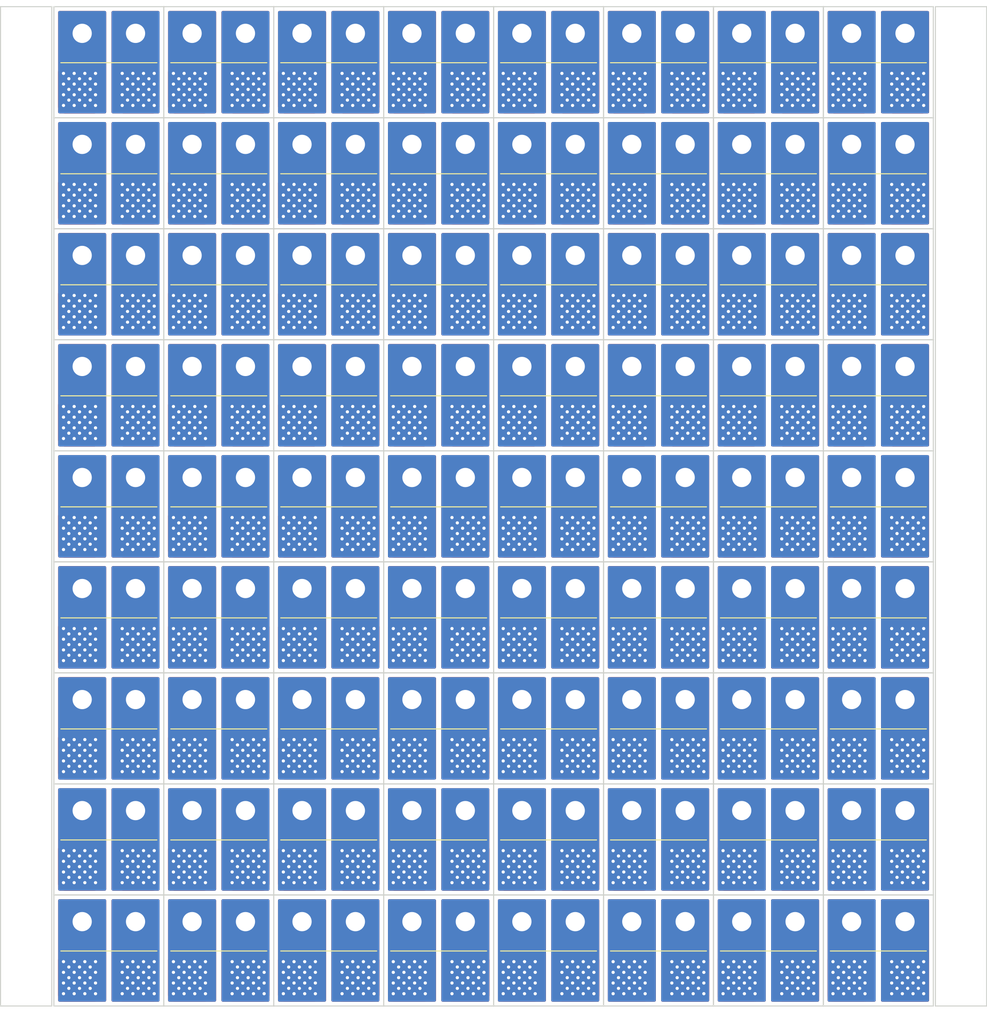
<source format=kicad_pcb>
(kicad_pcb (version 20240108) (generator "pcbnew") (generator_version "8.0")
  (layers (0 "F.Cu" signal) (31 "B.Cu" signal) (34 "B.Paste" user) (35 "F.Paste" user) (36 "B.SilkS" user "B.Silkscreen") (37 "F.SilkS" user "F.Silkscreen") (38 "B.Mask" user) (39 "F.Mask" user) (44 "Edge.Cuts" user))
  (net 0 "")
  (net 1 "Board_0-/1")
  (net 2 "Board_0-/2")
  (net 3 "Board_1-/1")
  (net 4 "Board_1-/2")
  (net 5 "Board_2-/1")
  (net 6 "Board_2-/2")
  (net 7 "Board_3-/1")
  (net 8 "Board_3-/2")
  (net 9 "Board_4-/1")
  (net 10 "Board_4-/2")
  (net 11 "Board_5-/1")
  (net 12 "Board_5-/2")
  (net 13 "Board_6-/1")
  (net 14 "Board_6-/2")
  (net 15 "Board_7-/1")
  (net 16 "Board_7-/2")
  (net 17 "Board_8-/1")
  (net 18 "Board_8-/2")
  (net 19 "Board_9-/1")
  (net 20 "Board_9-/2")
  (net 21 "Board_10-/1")
  (net 22 "Board_10-/2")
  (net 23 "Board_11-/1")
  (net 24 "Board_11-/2")
  (net 25 "Board_12-/1")
  (net 26 "Board_12-/2")
  (net 27 "Board_13-/1")
  (net 28 "Board_13-/2")
  (net 29 "Board_14-/1")
  (net 30 "Board_14-/2")
  (net 31 "Board_15-/1")
  (net 32 "Board_15-/2")
  (net 33 "Board_16-/1")
  (net 34 "Board_16-/2")
  (net 35 "Board_17-/1")
  (net 36 "Board_17-/2")
  (net 37 "Board_18-/1")
  (net 38 "Board_18-/2")
  (net 39 "Board_19-/1")
  (net 40 "Board_19-/2")
  (net 41 "Board_20-/1")
  (net 42 "Board_20-/2")
  (net 43 "Board_21-/1")
  (net 44 "Board_21-/2")
  (net 45 "Board_22-/1")
  (net 46 "Board_22-/2")
  (net 47 "Board_23-/1")
  (net 48 "Board_23-/2")
  (net 49 "Board_24-/1")
  (net 50 "Board_24-/2")
  (net 51 "Board_25-/1")
  (net 52 "Board_25-/2")
  (net 53 "Board_26-/1")
  (net 54 "Board_26-/2")
  (net 55 "Board_27-/1")
  (net 56 "Board_27-/2")
  (net 57 "Board_28-/1")
  (net 58 "Board_28-/2")
  (net 59 "Board_29-/1")
  (net 60 "Board_29-/2")
  (net 61 "Board_30-/1")
  (net 62 "Board_30-/2")
  (net 63 "Board_31-/1")
  (net 64 "Board_31-/2")
  (net 65 "Board_32-/1")
  (net 66 "Board_32-/2")
  (net 67 "Board_33-/1")
  (net 68 "Board_33-/2")
  (net 69 "Board_34-/1")
  (net 70 "Board_34-/2")
  (net 71 "Board_35-/1")
  (net 72 "Board_35-/2")
  (net 73 "Board_36-/1")
  (net 74 "Board_36-/2")
  (net 75 "Board_37-/1")
  (net 76 "Board_37-/2")
  (net 77 "Board_38-/1")
  (net 78 "Board_38-/2")
  (net 79 "Board_39-/1")
  (net 80 "Board_39-/2")
  (net 81 "Board_40-/1")
  (net 82 "Board_40-/2")
  (net 83 "Board_41-/1")
  (net 84 "Board_41-/2")
  (net 85 "Board_42-/1")
  (net 86 "Board_42-/2")
  (net 87 "Board_43-/1")
  (net 88 "Board_43-/2")
  (net 89 "Board_44-/1")
  (net 90 "Board_44-/2")
  (net 91 "Board_45-/1")
  (net 92 "Board_45-/2")
  (net 93 "Board_46-/1")
  (net 94 "Board_46-/2")
  (net 95 "Board_47-/1")
  (net 96 "Board_47-/2")
  (net 97 "Board_48-/1")
  (net 98 "Board_48-/2")
  (net 99 "Board_49-/1")
  (net 100 "Board_49-/2")
  (net 101 "Board_50-/1")
  (net 102 "Board_50-/2")
  (net 103 "Board_51-/1")
  (net 104 "Board_51-/2")
  (net 105 "Board_52-/1")
  (net 106 "Board_52-/2")
  (net 107 "Board_53-/1")
  (net 108 "Board_53-/2")
  (net 109 "Board_54-/1")
  (net 110 "Board_54-/2")
  (net 111 "Board_55-/1")
  (net 112 "Board_55-/2")
  (net 113 "Board_56-/1")
  (net 114 "Board_56-/2")
  (net 115 "Board_57-/1")
  (net 116 "Board_57-/2")
  (net 117 "Board_58-/1")
  (net 118 "Board_58-/2")
  (net 119 "Board_59-/1")
  (net 120 "Board_59-/2")
  (net 121 "Board_60-/1")
  (net 122 "Board_60-/2")
  (net 123 "Board_61-/1")
  (net 124 "Board_61-/2")
  (net 125 "Board_62-/1")
  (net 126 "Board_62-/2")
  (net 127 "Board_63-/1")
  (net 128 "Board_63-/2")
  (net 129 "Board_64-/1")
  (net 130 "Board_64-/2")
  (net 131 "Board_65-/1")
  (net 132 "Board_65-/2")
  (net 133 "Board_66-/1")
  (net 134 "Board_66-/2")
  (net 135 "Board_67-/1")
  (net 136 "Board_67-/2")
  (net 137 "Board_68-/1")
  (net 138 "Board_68-/2")
  (net 139 "Board_69-/1")
  (net 140 "Board_69-/2")
  (net 141 "Board_70-/1")
  (net 142 "Board_70-/2")
  (net 143 "Board_71-/1")
  (net 144 "Board_71-/2")
  (footprint "Connector_AMASS:AMASS_XT30UPB-F_1x02_P5.0mm_Vertical" (layer "F.Cu") (at 151.15 74.5)
    (property "Reference" "J1" (hide yes))
    (property "Value" "Conn_01x02_Pin" (hide yes))
    (pad "1" thru_hole circle (at 0 0) (size 3 3) (drill 1.8) (layers "*.Cu" "*.Mask") (net 89 "Board_44-/1"))
    (pad "2" thru_hole circle (at 5 0) (size 3 3) (drill 1.8) (layers "*.Cu" "*.Mask") (net 90 "Board_44-/2"))
  )
  (footprint "Resistor_SMD:R_0201_0603Metric" (layer "F.Cu") (at 122.75 69.35)
    (property "Reference" "J2" (hide yes))
    (property "Value" "Conn_01x02_Pin")
    (pad "1" smd roundrect (at -2.75 0) (size 4 4.5) (layers "F.Cu" "F.Mask") (roundrect_rratio 0.15) (net 67 "Board_33-/1"))
    (pad "2" smd roundrect (at 2.75 0) (size 4 4.5) (layers "F.Cu" "F.Mask") (roundrect_rratio 0.15) (net 68 "Board_33-/2"))
  )
  (footprint "Resistor_SMD:R_0201_0603Metric" (layer "F.Cu") (at 122.75 38.15)
    (property "Reference" "J2" (hide yes))
    (property "Value" "Conn_01x02_Pin")
    (pad "1" smd roundrect (at -2.75 0) (size 4 4.5) (layers "F.Cu" "F.Mask") (roundrect_rratio 0.15) (net 19 "Board_9-/1"))
    (pad "2" smd roundrect (at 2.75 0) (size 4 4.5) (layers "F.Cu" "F.Mask") (roundrect_rratio 0.15) (net 20 "Board_9-/2"))
  )
  (footprint "Connector_AMASS:AMASS_XT30UPB-F_1x02_P5.0mm_Vertical" (layer "F.Cu") (at 130.55 95.3)
    (property "Reference" "J1" (hide yes))
    (property "Value" "Conn_01x02_Pin" (hide yes))
    (pad "1" thru_hole circle (at 0 0) (size 3 3) (drill 1.8) (layers "*.Cu" "*.Mask") (net 117 "Board_58-/1"))
    (pad "2" thru_hole circle (at 5 0) (size 3 3) (drill 1.8) (layers "*.Cu" "*.Mask") (net 118 "Board_58-/2"))
  )
  (footprint "Connector_AMASS:AMASS_XT30UPB-F_1x02_P5.0mm_Vertical" (layer "F.Cu") (at 109.95 53.7)
    (property "Reference" "J1" (hide yes))
    (property "Value" "Conn_01x02_Pin" (hide yes))
    (pad "1" thru_hole circle (at 0 0) (size 3 3) (drill 1.8) (layers "*.Cu" "*.Mask") (net 49 "Board_24-/1"))
    (pad "2" thru_hole circle (at 5 0) (size 3 3) (drill 1.8) (layers "*.Cu" "*.Mask") (net 50 "Board_24-/2"))
  )
  (footprint "Resistor_SMD:R_0201_0603Metric" (layer "F.Cu") (at 112.45 38.15)
    (property "Reference" "J2" (hide yes))
    (property "Value" "Conn_01x02_Pin")
    (pad "1" smd roundrect (at -2.75 0) (size 4 4.5) (layers "F.Cu" "F.Mask") (roundrect_rratio 0.15) (net 17 "Board_8-/1"))
    (pad "2" smd roundrect (at 2.75 0) (size 4 4.5) (layers "F.Cu" "F.Mask") (roundrect_rratio 0.15) (net 18 "Board_8-/2"))
  )
  (footprint "Resistor_SMD:R_0201_0603Metric" (layer "F.Cu") (at 122.75 100.55)
    (property "Reference" "J2" (hide yes))
    (property "Value" "Conn_01x02_Pin")
    (pad "1" smd roundrect (at -2.75 0) (size 4 4.5) (layers "F.Cu" "F.Mask") (roundrect_rratio 0.15) (net 115 "Board_57-/1"))
    (pad "2" smd roundrect (at 2.75 0) (size 4 4.5) (layers "F.Cu" "F.Mask") (roundrect_rratio 0.15) (net 116 "Board_57-/2"))
  )
  (footprint "Resistor_SMD:R_0201_0603Metric" (layer "F.Cu") (at 112.45 69.35)
    (property "Reference" "J2" (hide yes))
    (property "Value" "Conn_01x02_Pin")
    (pad "1" smd roundrect (at -2.75 0) (size 4 4.5) (layers "F.Cu" "F.Mask") (roundrect_rratio 0.15) (net 65 "Board_32-/1"))
    (pad "2" smd roundrect (at 2.75 0) (size 4 4.5) (layers "F.Cu" "F.Mask") (roundrect_rratio 0.15) (net 66 "Board_32-/2"))
  )
  (footprint "Connector_AMASS:AMASS_XT30UPB-F_1x02_P5.0mm_Vertical" (layer "F.Cu") (at 140.85 105.7)
    (property "Reference" "J1" (hide yes))
    (property "Value" "Conn_01x02_Pin" (hide yes))
    (pad "1" thru_hole circle (at 0 0) (size 3 3) (drill 1.8) (layers "*.Cu" "*.Mask") (net 135 "Board_67-/1"))
    (pad "2" thru_hole circle (at 5 0) (size 3 3) (drill 1.8) (layers "*.Cu" "*.Mask") (net 136 "Board_67-/2"))
  )
  (footprint "Resistor_SMD:R_0201_0603Metric" (layer "F.Cu") (at 153.65 48.55)
    (property "Reference" "J2" (hide yes))
    (property "Value" "Conn_01x02_Pin")
    (pad "1" smd roundrect (at -2.75 0) (size 4 4.5) (layers "F.Cu" "F.Mask") (roundrect_rratio 0.15) (net 41 "Board_20-/1"))
    (pad "2" smd roundrect (at 2.75 0) (size 4 4.5) (layers "F.Cu" "F.Mask") (roundrect_rratio 0.15) (net 42 "Board_20-/2"))
  )
  (footprint "Connector_AMASS:AMASS_XT30UPB-F_1x02_P5.0mm_Vertical" (layer "F.Cu") (at 161.45 64.1)
    (property "Reference" "J1" (hide yes))
    (property "Value" "Conn_01x02_Pin" (hide yes))
    (pad "1" thru_hole circle (at 0 0) (size 3 3) (drill 1.8) (layers "*.Cu" "*.Mask") (net 75 "Board_37-/1"))
    (pad "2" thru_hole circle (at 5 0) (size 3 3) (drill 1.8) (layers "*.Cu" "*.Mask") (net 76 "Board_37-/2"))
  )
  (footprint "Connector_AMASS:AMASS_XT30UPB-F_1x02_P5.0mm_Vertical" (layer "F.Cu") (at 151.15 22.5)
    (property "Reference" "J1" (hide yes))
    (property "Value" "Conn_01x02_Pin" (hide yes))
    (pad "1" thru_hole circle (at 0 0) (size 3 3) (drill 1.8) (layers "*.Cu" "*.Mask") (net 9 "Board_4-/1"))
    (pad "2" thru_hole circle (at 5 0) (size 3 3) (drill 1.8) (layers "*.Cu" "*.Mask") (net 10 "Board_4-/2"))
  )
  (footprint "Connector_AMASS:AMASS_XT30UPB-F_1x02_P5.0mm_Vertical" (layer "F.Cu") (at 182.05 74.5)
    (property "Reference" "J1" (hide yes))
    (property "Value" "Conn_01x02_Pin" (hide yes))
    (pad "1" thru_hole circle (at 0 0) (size 3 3) (drill 1.8) (layers "*.Cu" "*.Mask") (net 95 "Board_47-/1"))
    (pad "2" thru_hole circle (at 5 0) (size 3 3) (drill 1.8) (layers "*.Cu" "*.Mask") (net 96 "Board_47-/2"))
  )
  (footprint "Connector_AMASS:AMASS_XT30UPB-F_1x02_P5.0mm_Vertical" (layer "F.Cu") (at 182.05 22.5)
    (property "Reference" "J1" (hide yes))
    (property "Value" "Conn_01x02_Pin" (hide yes))
    (pad "1" thru_hole circle (at 0 0) (size 3 3) (drill 1.8) (layers "*.Cu" "*.Mask") (net 15 "Board_7-/1"))
    (pad "2" thru_hole circle (at 5 0) (size 3 3) (drill 1.8) (layers "*.Cu" "*.Mask") (net 16 "Board_7-/2"))
  )
  (footprint "Connector_AMASS:AMASS_XT30UPB-F_1x02_P5.0mm_Vertical" (layer "F.Cu") (at 140.85 22.5)
    (property "Reference" "J1" (hide yes))
    (property "Value" "Conn_01x02_Pin" (hide yes))
    (pad "1" thru_hole circle (at 0 0) (size 3 3) (drill 1.8) (layers "*.Cu" "*.Mask") (net 7 "Board_3-/1"))
    (pad "2" thru_hole circle (at 5 0) (size 3 3) (drill 1.8) (layers "*.Cu" "*.Mask") (net 8 "Board_3-/2"))
  )
  (footprint "Connector_AMASS:AMASS_XT30UPB-F_1x02_P5.0mm_Vertical" (layer "F.Cu") (at 182.05 43.3)
    (property "Reference" "J1" (hide yes))
    (property "Value" "Conn_01x02_Pin" (hide yes))
    (pad "1" thru_hole circle (at 0 0) (size 3 3) (drill 1.8) (layers "*.Cu" "*.Mask") (net 47 "Board_23-/1"))
    (pad "2" thru_hole circle (at 5 0) (size 3 3) (drill 1.8) (layers "*.Cu" "*.Mask") (net 48 "Board_23-/2"))
  )
  (footprint "Resistor_SMD:R_0201_0603Metric" (layer "F.Cu") (at 153.65 69.35)
    (property "Reference" "J2" (hide yes))
    (property "Value" "Conn_01x02_Pin")
    (pad "1" smd roundrect (at -2.75 0) (size 4 4.5) (layers "F.Cu" "F.Mask") (roundrect_rratio 0.15) (net 73 "Board_36-/1"))
    (pad "2" smd roundrect (at 2.75 0) (size 4 4.5) (layers "F.Cu" "F.Mask") (roundrect_rratio 0.15) (net 74 "Board_36-/2"))
  )
  (footprint "Resistor_SMD:R_0201_0603Metric" (layer "F.Cu") (at 153.65 90.15)
    (property "Reference" "J2" (hide yes))
    (property "Value" "Conn_01x02_Pin")
    (pad "1" smd roundrect (at -2.75 0) (size 4 4.5) (layers "F.Cu" "F.Mask") (roundrect_rratio 0.15) (net 105 "Board_52-/1"))
    (pad "2" smd roundrect (at 2.75 0) (size 4 4.5) (layers "F.Cu" "F.Mask") (roundrect_rratio 0.15) (net 106 "Board_52-/2"))
  )
  (footprint "Resistor_SMD:R_0201_0603Metric" (layer "F.Cu") (at 112.45 100.55)
    (property "Reference" "J2" (hide yes))
    (property "Value" "Conn_01x02_Pin")
    (pad "1" smd roundrect (at -2.75 0) (size 4 4.5) (layers "F.Cu" "F.Mask") (roundrect_rratio 0.15) (net 113 "Board_56-/1"))
    (pad "2" smd roundrect (at 2.75 0) (size 4 4.5) (layers "F.Cu" "F.Mask") (roundrect_rratio 0.15) (net 114 "Board_56-/2"))
  )
  (footprint "Resistor_SMD:R_0201_0603Metric" (layer "F.Cu") (at 133.05 48.55)
    (property "Reference" "J2" (hide yes))
    (property "Value" "Conn_01x02_Pin")
    (pad "1" smd roundrect (at -2.75 0) (size 4 4.5) (layers "F.Cu" "F.Mask") (roundrect_rratio 0.15) (net 37 "Board_18-/1"))
    (pad "2" smd roundrect (at 2.75 0) (size 4 4.5) (layers "F.Cu" "F.Mask") (roundrect_rratio 0.15) (net 38 "Board_18-/2"))
  )
  (footprint "Connector_AMASS:AMASS_XT30UPB-F_1x02_P5.0mm_Vertical" (layer "F.Cu") (at 151.15 95.3)
    (property "Reference" "J1" (hide yes))
    (property "Value" "Conn_01x02_Pin" (hide yes))
    (pad "1" thru_hole circle (at 0 0) (size 3 3) (drill 1.8) (layers "*.Cu" "*.Mask") (net 121 "Board_60-/1"))
    (pad "2" thru_hole circle (at 5 0) (size 3 3) (drill 1.8) (layers "*.Cu" "*.Mask") (net 122 "Board_60-/2"))
  )
  (footprint "Resistor_SMD:R_0201_0603Metric" (layer "F.Cu") (at 163.95 58.95)
    (property "Reference" "J2" (hide yes))
    (property "Value" "Conn_01x02_Pin")
    (pad "1" smd roundrect (at -2.75 0) (size 4 4.5) (layers "F.Cu" "F.Mask") (roundrect_rratio 0.15) (net 59 "Board_29-/1"))
    (pad "2" smd roundrect (at 2.75 0) (size 4 4.5) (layers "F.Cu" "F.Mask") (roundrect_rratio 0.15) (net 60 "Board_29-/2"))
  )
  (footprint "Resistor_SMD:R_0201_0603Metric" (layer "F.Cu") (at 174.25 100.55)
    (property "Reference" "J2" (hide yes))
    (property "Value" "Conn_01x02_Pin")
    (pad "1" smd roundrect (at -2.75 0) (size 4 4.5) (layers "F.Cu" "F.Mask") (roundrect_rratio 0.15) (net 125 "Board_62-/1"))
    (pad "2" smd roundrect (at 2.75 0) (size 4 4.5) (layers "F.Cu" "F.Mask") (roundrect_rratio 0.15) (net 126 "Board_62-/2"))
  )
  (footprint "Resistor_SMD:R_0201_0603Metric" (layer "F.Cu") (at 184.55 48.55)
    (property "Reference" "J2" (hide yes))
    (property "Value" "Conn_01x02_Pin")
    (pad "1" smd roundrect (at -2.75 0) (size 4 4.5) (layers "F.Cu" "F.Mask") (roundrect_rratio 0.15) (net 47 "Board_23-/1"))
    (pad "2" smd roundrect (at 2.75 0) (size 4 4.5) (layers "F.Cu" "F.Mask") (roundrect_rratio 0.15) (net 48 "Board_23-/2"))
  )
  (footprint "Resistor_SMD:R_0201_0603Metric" (layer "F.Cu") (at 184.55 79.75)
    (property "Reference" "J2" (hide yes))
    (property "Value" "Conn_01x02_Pin")
    (pad "1" smd roundrect (at -2.75 0) (size 4 4.5) (layers "F.Cu" "F.Mask") (roundrect_rratio 0.15) (net 95 "Board_47-/1"))
    (pad "2" smd roundrect (at 2.75 0) (size 4 4.5) (layers "F.Cu" "F.Mask") (roundrect_rratio 0.15) (net 96 "Board_47-/2"))
  )
  (footprint "Connector_AMASS:AMASS_XT30UPB-F_1x02_P5.0mm_Vertical" (layer "F.Cu") (at 171.75 22.5)
    (property "Reference" "J1" (hide yes))
    (property "Value" "Conn_01x02_Pin" (hide yes))
    (pad "1" thru_hole circle (at 0 0) (size 3 3) (drill 1.8) (layers "*.Cu" "*.Mask") (net 13 "Board_6-/1"))
    (pad "2" thru_hole circle (at 5 0) (size 3 3) (drill 1.8) (layers "*.Cu" "*.Mask") (net 14 "Board_6-/2"))
  )
  (footprint "Connector_AMASS:AMASS_XT30UPB-F_1x02_P5.0mm_Vertical" (layer "F.Cu") (at 109.95 95.3)
    (property "Reference" "J1" (hide yes))
    (property "Value" "Conn_01x02_Pin" (hide yes))
    (pad "1" thru_hole circle (at 0 0) (size 3 3) (drill 1.8) (layers "*.Cu" "*.Mask") (net 113 "Board_56-/1"))
    (pad "2" thru_hole circle (at 5 0) (size 3 3) (drill 1.8) (layers "*.Cu" "*.Mask") (net 114 "Board_56-/2"))
  )
  (footprint "Resistor_SMD:R_0201_0603Metric" (layer "F.Cu") (at 122.75 58.95)
    (property "Reference" "J2" (hide yes))
    (property "Value" "Conn_01x02_Pin")
    (pad "1" smd roundrect (at -2.75 0) (size 4 4.5) (layers "F.Cu" "F.Mask") (roundrect_rratio 0.15) (net 51 "Board_25-/1"))
    (pad "2" smd roundrect (at 2.75 0) (size 4 4.5) (layers "F.Cu" "F.Mask") (roundrect_rratio 0.15) (net 52 "Board_25-/2"))
  )
  (footprint "Resistor_SMD:R_0201_0603Metric" (layer "F.Cu") (at 174.25 48.55)
    (property "Reference" "J2" (hide yes))
    (property "Value" "Conn_01x02_Pin")
    (pad "1" smd roundrect (at -2.75 0) (size 4 4.5) (layers "F.Cu" "F.Mask") (roundrect_rratio 0.15) (net 45 "Board_22-/1"))
    (pad "2" smd roundrect (at 2.75 0) (size 4 4.5) (layers "F.Cu" "F.Mask") (roundrect_rratio 0.15) (net 46 "Board_22-/2"))
  )
  (footprint "Resistor_SMD:R_0201_0603Metric" (layer "F.Cu") (at 153.65 38.15)
    (property "Reference" "J2" (hide yes))
    (property "Value" "Conn_01x02_Pin")
    (pad "1" smd roundrect (at -2.75 0) (size 4 4.5) (layers "F.Cu" "F.Mask") (roundrect_rratio 0.15) (net 25 "Board_12-/1"))
    (pad "2" smd roundrect (at 2.75 0) (size 4 4.5) (layers "F.Cu" "F.Mask") (roundrect_rratio 0.15) (net 26 "Board_12-/2"))
  )
  (footprint "Connector_AMASS:AMASS_XT30UPB-F_1x02_P5.0mm_Vertical" (layer "F.Cu") (at 182.05 53.7)
    (property "Reference" "J1" (hide yes))
    (property "Value" "Conn_01x02_Pin" (hide yes))
    (pad "1" thru_hole circle (at 0 0) (size 3 3) (drill 1.8) (layers "*.Cu" "*.Mask") (net 63 "Board_31-/1"))
    (pad "2" thru_hole circle (at 5 0) (size 3 3) (drill 1.8) (layers "*.Cu" "*.Mask") (net 64 "Board_31-/2"))
  )
  (footprint "Connector_AMASS:AMASS_XT30UPB-F_1x02_P5.0mm_Vertical" (layer "F.Cu") (at 151.15 53.7)
    (property "Reference" "J1" (hide yes))
    (property "Value" "Conn_01x02_Pin" (hide yes))
    (pad "1" thru_hole circle (at 0 0) (size 3 3) (drill 1.8) (layers "*.Cu" "*.Mask") (net 57 "Board_28-/1"))
    (pad "2" thru_hole circle (at 5 0) (size 3 3) (drill 1.8) (layers "*.Cu" "*.Mask") (net 58 "Board_28-/2"))
  )
  (footprint "Resistor_SMD:R_0201_0603Metric" (layer "F.Cu") (at 153.65 27.75)
    (property "Reference" "J2" (hide yes))
    (property "Value" "Conn_01x02_Pin")
    (pad "1" smd roundrect (at -2.75 0) (size 4 4.5) (layers "F.Cu" "F.Mask") (roundrect_rratio 0.15) (net 9 "Board_4-/1"))
    (pad "2" smd roundrect (at 2.75 0) (size 4 4.5) (layers "F.Cu" "F.Mask") (roundrect_rratio 0.15) (net 10 "Board_4-/2"))
  )
  (footprint "Resistor_SMD:R_0201_0603Metric" (layer "F.Cu") (at 143.35 58.95)
    (property "Reference" "J2" (hide yes))
    (property "Value" "Conn_01x02_Pin")
    (pad "1" smd roundrect (at -2.75 0) (size 4 4.5) (layers "F.Cu" "F.Mask") (roundrect_rratio 0.15) (net 55 "Board_27-/1"))
    (pad "2" smd roundrect (at 2.75 0) (size 4 4.5) (layers "F.Cu" "F.Mask") (roundrect_rratio 0.15) (net 56 "Board_27-/2"))
  )
  (footprint "Resistor_SMD:R_0201_0603Metric" (layer "F.Cu") (at 174.25 69.35)
    (property "Reference" "J2" (hide yes))
    (property "Value" "Conn_01x02_Pin")
    (pad "1" smd roundrect (at -2.75 0) (size 4 4.5) (layers "F.Cu" "F.Mask") (roundrect_rratio 0.15) (net 77 "Board_38-/1"))
    (pad "2" smd roundrect (at 2.75 0) (size 4 4.5) (layers "F.Cu" "F.Mask") (roundrect_rratio 0.15) (net 78 "Board_38-/2"))
  )
  (footprint "Resistor_SMD:R_0201_0603Metric" (layer "F.Cu") (at 143.35 100.55)
    (property "Reference" "J2" (hide yes))
    (property "Value" "Conn_01x02_Pin")
    (pad "1" smd roundrect (at -2.75 0) (size 4 4.5) (layers "F.Cu" "F.Mask") (roundrect_rratio 0.15) (net 119 "Board_59-/1"))
    (pad "2" smd roundrect (at 2.75 0) (size 4 4.5) (layers "F.Cu" "F.Mask") (roundrect_rratio 0.15) (net 120 "Board_59-/2"))
  )
  (footprint "Resistor_SMD:R_0201_0603Metric" (layer "F.Cu") (at 174.25 38.15)
    (property "Reference" "J2" (hide yes))
    (property "Value" "Conn_01x02_Pin")
    (pad "1" smd roundrect (at -2.75 0) (size 4 4.5) (layers "F.Cu" "F.Mask") (roundrect_rratio 0.15) (net 29 "Board_14-/1"))
    (pad "2" smd roundrect (at 2.75 0) (size 4 4.5) (layers "F.Cu" "F.Mask") (roundrect_rratio 0.15) (net 30 "Board_14-/2"))
  )
  (footprint "Resistor_SMD:R_0201_0603Metric" (layer "F.Cu") (at 174.25 110.95)
    (property "Reference" "J2" (hide yes))
    (property "Value" "Conn_01x02_Pin")
    (pad "1" smd roundrect (at -2.75 0) (size 4 4.5) (layers "F.Cu" "F.Mask") (roundrect_rratio 0.15) (net 141 "Board_70-/1"))
    (pad "2" smd roundrect (at 2.75 0) (size 4 4.5) (layers "F.Cu" "F.Mask") (roundrect_rratio 0.15) (net 142 "Board_70-/2"))
  )
  (footprint "Connector_AMASS:AMASS_XT30UPB-F_1x02_P5.0mm_Vertical" (layer "F.Cu") (at 140.85 32.9)
    (property "Reference" "J1" (hide yes))
    (property "Value" "Conn_01x02_Pin" (hide yes))
    (pad "1" thru_hole circle (at 0 0) (size 3 3) (drill 1.8) (layers "*.Cu" "*.Mask") (net 23 "Board_11-/1"))
    (pad "2" thru_hole circle (at 5 0) (size 3 3) (drill 1.8) (layers "*.Cu" "*.Mask") (net 24 "Board_11-/2"))
  )
  (footprint "Connector_AMASS:AMASS_XT30UPB-F_1x02_P5.0mm_Vertical" (layer "F.Cu") (at 182.05 84.9)
    (property "Reference" "J1" (hide yes))
    (property "Value" "Conn_01x02_Pin" (hide yes))
    (pad "1" thru_hole circle (at 0 0) (size 3 3) (drill 1.8) (layers "*.Cu" "*.Mask") (net 111 "Board_55-/1"))
    (pad "2" thru_hole circle (at 5 0) (size 3 3) (drill 1.8) (layers "*.Cu" "*.Mask") (net 112 "Board_55-/2"))
  )
  (footprint "Resistor_SMD:R_0201_0603Metric" (layer "F.Cu") (at 184.55 38.15)
    (property "Reference" "J2" (hide yes))
    (property "Value" "Conn_01x02_Pin")
    (pad "1" smd roundrect (at -2.75 0) (size 4 4.5) (layers "F.Cu" "F.Mask") (roundrect_rratio 0.15) (net 31 "Board_15-/1"))
    (pad "2" smd roundrect (at 2.75 0) (size 4 4.5) (layers "F.Cu" "F.Mask") (roundrect_rratio 0.15) (net 32 "Board_15-/2"))
  )
  (footprint "Resistor_SMD:R_0201_0603Metric" (layer "F.Cu") (at 174.25 79.75)
    (property "Reference" "J2" (hide yes))
    (property "Value" "Conn_01x02_Pin")
    (pad "1" smd roundrect (at -2.75 0) (size 4 4.5) (layers "F.Cu" "F.Mask") (roundrect_rratio 0.15) (net 93 "Board_46-/1"))
    (pad "2" smd roundrect (at 2.75 0) (size 4 4.5) (layers "F.Cu" "F.Mask") (roundrect_rratio 0.15) (net 94 "Board_46-/2"))
  )
  (footprint "Resistor_SMD:R_0201_0603Metric" (layer "F.Cu") (at 143.35 69.35)
    (property "Reference" "J2" (hide yes))
    (property "Value" "Conn_01x02_Pin")
    (pad "1" smd roundrect (at -2.75 0) (size 4 4.5) (layers "F.Cu" "F.Mask") (roundrect_rratio 0.15) (net 71 "Board_35-/1"))
    (pad "2" smd roundrect (at 2.75 0) (size 4 4.5) (layers "F.Cu" "F.Mask") (roundrect_rratio 0.15) (net 72 "Board_35-/2"))
  )
  (footprint "Resistor_SMD:R_0201_0603Metric" (layer "F.Cu") (at 143.35 79.75)
    (property "Reference" "J2" (hide yes))
    (property "Value" "Conn_01x02_Pin")
    (pad "1" smd roundrect (at -2.75 0) (size 4 4.5) (layers "F.Cu" "F.Mask") (roundrect_rratio 0.15) (net 87 "Board_43-/1"))
    (pad "2" smd roundrect (at 2.75 0) (size 4 4.5) (layers "F.Cu" "F.Mask") (roundrect_rratio 0.15) (net 88 "Board_43-/2"))
  )
  (footprint "Connector_AMASS:AMASS_XT30UPB-F_1x02_P5.0mm_Vertical" (layer "F.Cu") (at 151.15 32.9)
    (property "Reference" "J1" (hide yes))
    (property "Value" "Conn_01x02_Pin" (hide yes))
    (pad "1" thru_hole circle (at 0 0) (size 3 3) (drill 1.8) (layers "*.Cu" "*.Mask") (net 25 "Board_12-/1"))
    (pad "2" thru_hole circle (at 5 0) (size 3 3) (drill 1.8) (layers "*.Cu" "*.Mask") (net 26 "Board_12-/2"))
  )
  (footprint "Connector_AMASS:AMASS_XT30UPB-F_1x02_P5.0mm_Vertical" (layer "F.Cu") (at 151.15 84.9)
    (property "Reference" "J1" (hide yes))
    (property "Value" "Conn_01x02_Pin" (hide yes))
    (pad "1" thru_hole circle (at 0 0) (size 3 3) (drill 1.8) (layers "*.Cu" "*.Mask") (net 105 "Board_52-/1"))
    (pad "2" thru_hole circle (at 5 0) (size 3 3) (drill 1.8) (layers "*.Cu" "*.Mask") (net 106 "Board_52-/2"))
  )
  (footprint "Connector_AMASS:AMASS_XT30UPB-F_1x02_P5.0mm_Vertical" (layer "F.Cu") (at 130.55 105.7)
    (property "Reference" "J1" (hide yes))
    (property "Value" "Conn_01x02_Pin" (hide yes))
    (pad "1" thru_hole circle (at 0 0) (size 3 3) (drill 1.8) (layers "*.Cu" "*.Mask") (net 133 "Board_66-/1"))
    (pad "2" thru_hole circle (at 5 0) (size 3 3) (drill 1.8) (layers "*.Cu" "*.Mask") (net 134 "Board_66-/2"))
  )
  (footprint "Resistor_SMD:R_0201_0603Metric" (layer "F.Cu") (at 112.45 79.75)
    (property "Reference" "J2" (hide yes))
    (property "Value" "Conn_01x02_Pin")
    (pad "1" smd roundrect (at -2.75 0) (size 4 4.5) (layers "F.Cu" "F.Mask") (roundrect_rratio 0.15) (net 81 "Board_40-/1"))
    (pad "2" smd roundrect (at 2.75 0) (size 4 4.5) (layers "F.Cu" "F.Mask") (roundrect_rratio 0.15) (net 82 "Board_40-/2"))
  )
  (footprint "Resistor_SMD:R_0201_0603Metric" (layer "F.Cu") (at 112.45 58.95)
    (property "Reference" "J2" (hide yes))
    (property "Value" "Conn_01x02_Pin")
    (pad "1" smd roundrect (at -2.75 0) (size 4 4.5) (layers "F.Cu" "F.Mask") (roundrect_rratio 0.15) (net 49 "Board_24-/1"))
    (pad "2" smd roundrect (at 2.75 0) (size 4 4.5) (layers "F.Cu" "F.Mask") (roundrect_rratio 0.15) (net 50 "Board_24-/2"))
  )
  (footprint "Resistor_SMD:R_0201_0603Metric" (layer "F.Cu") (at 122.75 79.75)
    (property "Reference" "J2" (hide yes))
    (property "Value" "Conn_01x02_Pin")
    (pad "1" smd roundrect (at -2.75 0) (size 4 4.5) (layers "F.Cu" "F.Mask") (roundrect_rratio 0.15) (net 83 "Board_41-/1"))
    (pad "2" smd roundrect (at 2.75 0) (size 4 4.5) (layers "F.Cu" "F.Mask") (roundrect_rratio 0.15) (net 84 "Board_41-/2"))
  )
  (footprint "Resistor_SMD:R_0201_0603Metric" (layer "F.Cu") (at 133.05 69.35)
    (property "Reference" "J2" (hide yes))
    (property "Value" "Conn_01x02_Pin")
    (pad "1" smd roundrect (at -2.75 0) (size 4 4.5) (layers "F.Cu" "F.Mask") (roundrect_rratio 0.15) (net 69 "Board_34-/1"))
    (pad "2" smd roundrect (at 2.75 0) (size 4 4.5) (layers "F.Cu" "F.Mask") (roundrect_rratio 0.15) (net 70 "Board_34-/2"))
  )
  (footprint "Resistor_SMD:R_0201_0603Metric" (layer "F.Cu") (at 153.65 110.95)
    (property "Reference" "J2" (hide yes))
    (property "Value" "Conn_01x02_Pin")
    (pad "1" smd roundrect (at -2.75 0) (size 4 4.5) (layers "F.Cu" "F.Mask") (roundrect_rratio 0.15) (net 137 "Board_68-/1"))
    (pad "2" smd roundrect (at 2.75 0) (size 4 4.5) (layers "F.Cu" "F.Mask") (roundrect_rratio 0.15) (net 138 "Board_68-/2"))
  )
  (footprint "Connector_AMASS:AMASS_XT30UPB-F_1x02_P5.0mm_Vertical" (layer "F.Cu") (at 109.95 22.5)
    (property "Reference" "J1" (hide yes))
    (property "Value" "Conn_01x02_Pin" (hide yes))
    (pad "1" thru_hole circle (at 0 0) (size 3 3) (drill 1.8) (layers "*.Cu" "*.Mask") (net 1 "Board_0-/1"))
    (pad "2" thru_hole circle (at 5 0) (size 3 3) (drill 1.8) (layers "*.Cu" "*.Mask") (net 2 "Board_0-/2"))
  )
  (footprint "Resistor_SMD:R_0201_0603Metric" (layer "F.Cu") (at 153.65 79.75)
    (property "Reference" "J2" (hide yes))
    (property "Value" "Conn_01x02_Pin")
    (pad "1" smd roundrect (at -2.75 0) (size 4 4.5) (layers "F.Cu" "F.Mask") (roundrect_rratio 0.15) (net 89 "Board_44-/1"))
    (pad "2" smd roundrect (at 2.75 0) (size 4 4.5) (layers "F.Cu" "F.Mask") (roundrect_rratio 0.15) (net 90 "Board_44-/2"))
  )
  (footprint "Resistor_SMD:R_0201_0603Metric" (layer "F.Cu") (at 112.45 90.15)
    (property "Reference" "J2" (hide yes))
    (property "Value" "Conn_01x02_Pin")
    (pad "1" smd roundrect (at -2.75 0) (size 4 4.5) (layers "F.Cu" "F.Mask") (roundrect_rratio 0.15) (net 97 "Board_48-/1"))
    (pad "2" smd roundrect (at 2.75 0) (size 4 4.5) (layers "F.Cu" "F.Mask") (roundrect_rratio 0.15) (net 98 "Board_48-/2"))
  )
  (footprint "Connector_AMASS:AMASS_XT30UPB-F_1x02_P5.0mm_Vertical" (layer "F.Cu") (at 130.55 43.3)
    (property "Reference" "J1" (hide yes))
    (property "Value" "Conn_01x02_Pin" (hide yes))
    (pad "1" thru_hole circle (at 0 0) (size 3 3) (drill 1.8) (layers "*.Cu" "*.Mask") (net 37 "Board_18-/1"))
    (pad "2" thru_hole circle (at 5 0) (size 3 3) (drill 1.8) (layers "*.Cu" "*.Mask") (net 38 "Board_18-/2"))
  )
  (footprint "Connector_AMASS:AMASS_XT30UPB-F_1x02_P5.0mm_Vertical" (layer "F.Cu") (at 109.95 32.9)
    (property "Reference" "J1" (hide yes))
    (property "Value" "Conn_01x02_Pin" (hide yes))
    (pad "1" thru_hole circle (at 0 0) (size 3 3) (drill 1.8) (layers "*.Cu" "*.Mask") (net 17 "Board_8-/1"))
    (pad "2" thru_hole circle (at 5 0) (size 3 3) (drill 1.8) (layers "*.Cu" "*.Mask") (net 18 "Board_8-/2"))
  )
  (footprint "Resistor_SMD:R_0201_0603Metric" (layer "F.Cu") (at 163.95 27.75)
    (property "Reference" "J2" (hide yes))
    (property "Value" "Conn_01x02_Pin")
    (pad "1" smd roundrect (at -2.75 0) (size 4 4.5) (layers "F.Cu" "F.Mask") (roundrect_rratio 0.15) (net 11 "Board_5-/1"))
    (pad "2" smd roundrect (at 2.75 0) (size 4 4.5) (layers "F.Cu" "F.Mask") (roundrect_rratio 0.15) (net 12 "Board_5-/2"))
  )
  (footprint "Connector_AMASS:AMASS_XT30UPB-F_1x02_P5.0mm_Vertical" (layer "F.Cu") (at 161.45 32.9)
    (property "Reference" "J1" (hide yes))
    (property "Value" "Conn_01x02_Pin" (hide yes))
    (pad "1" thru_hole circle (at 0 0) (size 3 3) (drill 1.8) (layers "*.Cu" "*.Mask") (net 27 "Board_13-/1"))
    (pad "2" thru_hole circle (at 5 0) (size 3 3) (drill 1.8) (layers "*.Cu" "*.Mask") (net 28 "Board_13-/2"))
  )
  (footprint "Resistor_SMD:R_0201_0603Metric" (layer "F.Cu") (at 133.05 110.95)
    (property "Reference" "J2" (hide yes))
    (property "Value" "Conn_01x02_Pin")
    (pad "1" smd roundrect (at -2.75 0) (size 4 4.5) (layers "F.Cu" "F.Mask") (roundrect_rratio 0.15) (net 133 "Board_66-/1"))
    (pad "2" smd roundrect (at 2.75 0) (size 4 4.5) (layers "F.Cu" "F.Mask") (roundrect_rratio 0.15) (net 134 "Board_66-/2"))
  )
  (footprint "Connector_AMASS:AMASS_XT30UPB-F_1x02_P5.0mm_Vertical" (layer "F.Cu") (at 130.55 84.9)
    (property "Reference" "J1" (hide yes))
    (property "Value" "Conn_01x02_Pin" (hide yes))
    (pad "1" thru_hole circle (at 0 0) (size 3 3) (drill 1.8) (layers "*.Cu" "*.Mask") (net 101 "Board_50-/1"))
    (pad "2" thru_hole circle (at 5 0) (size 3 3) (drill 1.8) (layers "*.Cu" "*.Mask") (net 102 "Board_50-/2"))
  )
  (footprint "Resistor_SMD:R_0201_0603Metric" (layer "F.Cu") (at 133.05 58.95)
    (property "Reference" "J2" (hide yes))
    (property "Value" "Conn_01x02_Pin")
    (pad "1" smd roundrect (at -2.75 0) (size 4 4.5) (layers "F.Cu" "F.Mask") (roundrect_rratio 0.15) (net 53 "Board_26-/1"))
    (pad "2" smd roundrect (at 2.75 0) (size 4 4.5) (layers "F.Cu" "F.Mask") (roundrect_rratio 0.15) (net 54 "Board_26-/2"))
  )
  (footprint "Connector_AMASS:AMASS_XT30UPB-F_1x02_P5.0mm_Vertical" (layer "F.Cu") (at 120.25 74.5)
    (property "Reference" "J1" (hide yes))
    (property "Value" "Conn_01x02_Pin" (hide yes))
    (pad "1" thru_hole circle (at 0 0) (size 3 3) (drill 1.8) (layers "*.Cu" "*.Mask") (net 83 "Board_41-/1"))
    (pad "2" thru_hole circle (at 5 0) (size 3 3) (drill 1.8) (layers "*.Cu" "*.Mask") (net 84 "Board_41-/2"))
  )
  (footprint "Connector_AMASS:AMASS_XT30UPB-F_1x02_P5.0mm_Vertical" (layer "F.Cu") (at 151.15 105.7)
    (property "Reference" "J1" (hide yes))
    (property "Value" "Conn_01x02_Pin" (hide yes))
    (pad "1" thru_hole circle (at 0 0) (size 3 3) (drill 1.8) (layers "*.Cu" "*.Mask") (net 137 "Board_68-/1"))
    (pad "2" thru_hole circle (at 5 0) (size 3 3) (drill 1.8) (layers "*.Cu" "*.Mask") (net 138 "Board_68-/2"))
  )
  (footprint "Connector_AMASS:AMASS_XT30UPB-F_1x02_P5.0mm_Vertical" (layer "F.Cu") (at 109.95 64.1)
    (property "Reference" "J1" (hide yes))
    (property "Value" "Conn_01x02_Pin" (hide yes))
    (pad "1" thru_hole circle (at 0 0) (size 3 3) (drill 1.8) (layers "*.Cu" "*.Mask") (net 65 "Board_32-/1"))
    (pad "2" thru_hole circle (at 5 0) (size 3 3) (drill 1.8) (layers "*.Cu" "*.Mask") (net 66 "Board_32-/2"))
  )
  (footprint "Resistor_SMD:R_0201_0603Metric" (layer "F.Cu") (at 184.55 100.55)
    (property "Reference" "J2" (hide yes))
    (property "Value" "Conn_01x02_Pin")
    (pad "1" smd roundrect (at -2.75 0) (size 4 4.5) (layers "F.Cu" "F.Mask") (roundrect_rratio 0.15) (net 127 "Board_63-/1"))
    (pad "2" smd roundrect (at 2.75 0) (size 4 4.5) (layers "F.Cu" "F.Mask") (roundrect_rratio 0.15) (net 128 "Board_63-/2"))
  )
  (footprint "Resistor_SMD:R_0201_0603Metric" (layer "F.Cu") (at 133.05 90.15)
    (property "Reference" "J2" (hide yes))
    (property "Value" "Conn_01x02_Pin")
    (pad "1" smd roundrect (at -2.75 0) (size 4 4.5) (layers "F.Cu" "F.Mask") (roundrect_rratio 0.15) (net 101 "Board_50-/1"))
    (pad "2" smd roundrect (at 2.75 0) (size 4 4.5) (layers "F.Cu" "F.Mask") (roundrect_rratio 0.15) (net 102 "Board_50-/2"))
  )
  (footprint "Connector_AMASS:AMASS_XT30UPB-F_1x02_P5.0mm_Vertical" (layer "F.Cu") (at 171.75 53.7)
    (property "Reference" "J1" (hide yes))
    (property "Value" "Conn_01x02_Pin" (hide yes))
    (pad "1" thru_hole circle (at 0 0) (size 3 3) (drill 1.8) (layers "*.Cu" "*.Mask") (net 61 "Board_30-/1"))
    (pad "2" thru_hole circle (at 5 0) (size 3 3) (drill 1.8) (layers "*.Cu" "*.Mask") (net 62 "Board_30-/2"))
  )
  (footprint "Resistor_SMD:R_0201_0603Metric" (layer "F.Cu") (at 174.25 27.75)
    (property "Reference" "J2" (hide yes))
    (property "Value" "Conn_01x02_Pin")
    (pad "1" smd roundrect (at -2.75 0) (size 4 4.5) (layers "F.Cu" "F.Mask") (roundrect_rratio 0.15) (net 13 "Board_6-/1"))
    (pad "2" smd roundrect (at 2.75 0) (size 4 4.5) (layers "F.Cu" "F.Mask") (roundrect_rratio 0.15) (net 14 "Board_6-/2"))
  )
  (footprint "Resistor_SMD:R_0201_0603Metric" (layer "F.Cu") (at 163.95 100.55)
    (property "Reference" "J2" (hide yes))
    (property "Value" "Conn_01x02_Pin")
    (pad "1" smd roundrect (at -2.75 0) (size 4 4.5) (layers "F.Cu" "F.Mask") (roundrect_rratio 0.15) (net 123 "Board_61-/1"))
    (pad "2" smd roundrect (at 2.75 0) (size 4 4.5) (layers "F.Cu" "F.Mask") (roundrect_rratio 0.15) (net 124 "Board_61-/2"))
  )
  (footprint "Connector_AMASS:AMASS_XT30UPB-F_1x02_P5.0mm_Vertical" (layer "F.Cu") (at 140.85 74.5)
    (property "Reference" "J1" (hide yes))
    (property "Value" "Conn_01x02_Pin" (hide yes))
    (pad "1" thru_hole circle (at 0 0) (size 3 3) (drill 1.8) (layers "*.Cu" "*.Mask") (net 87 "Board_43-/1"))
    (pad "2" thru_hole circle (at 5 0) (size 3 3) (drill 1.8) (layers "*.Cu" "*.Mask") (net 88 "Board_43-/2"))
  )
  (footprint "Connector_AMASS:AMASS_XT30UPB-F_1x02_P5.0mm_Vertical" (layer "F.Cu") (at 182.05 95.3)
    (property "Reference" "J1" (hide yes))
    (property "Value" "Conn_01x02_Pin" (hide yes))
    (pad "1" thru_hole circle (at 0 0) (size 3 3) (drill 1.8) (layers "*.Cu" "*.Mask") (net 127 "Board_63-/1"))
    (pad "2" thru_hole circle (at 5 0) (size 3 3) (drill 1.8) (layers "*.Cu" "*.Mask") (net 128 "Board_63-/2"))
  )
  (footprint "Connector_AMASS:AMASS_XT30UPB-F_1x02_P5.0mm_Vertical" (layer "F.Cu") (at 171.75 32.9)
    (property "Reference" "J1" (hide yes))
    (property "Value" "Conn_01x02_Pin" (hide yes))
    (pad "1" thru_hole circle (at 0 0) (size 3 3) (drill 1.8) (layers "*.Cu" "*.Mask") (net 29 "Board_14-/1"))
    (pad "2" thru_hole circle (at 5 0) (size 3 3) (drill 1.8) (layers "*.Cu" "*.Mask") (net 30 "Board_14-/2"))
  )
  (footprint "Connector_AMASS:AMASS_XT30UPB-F_1x02_P5.0mm_Vertical" (layer "F.Cu") (at 161.45 105.7)
    (property "Reference" "J1" (hide yes))
    (property "Value" "Conn_01x02_Pin" (hide yes))
    (pad "1" thru_hole circle (at 0 0) (size 3 3) (drill 1.8) (layers "*.Cu" "*.Mask") (net 139 "Board_69-/1"))
    (pad "2" thru_hole circle (at 5 0) (size 3 3) (drill 1.8) (layers "*.Cu" "*.Mask") (net 140 "Board_69-/2"))
  )
  (footprint "Resistor_SMD:R_0201_0603Metric" (layer "F.Cu") (at 143.35 110.95)
    (property "Reference" "J2" (hide yes))
    (property "Value" "Conn_01x02_Pin")
    (pad "1" smd roundrect (at -2.75 0) (size 4 4.5) (layers "F.Cu" "F.Mask") (roundrect_rratio 0.15) (net 135 "Board_67-/1"))
    (pad "2" smd roundrect (at 2.75 0) (size 4 4.5) (layers "F.Cu" "F.Mask") (roundrect_rratio 0.15) (net 136 "Board_67-/2"))
  )
  (footprint "Resistor_SMD:R_0201_0603Metric" (layer "F.Cu") (at 163.95 38.15)
    (property "Reference" "J2" (hide yes))
    (property "Value" "Conn_01x02_Pin")
    (pad "1" smd roundrect (at -2.75 0) (size 4 4.5) (layers "F.Cu" "F.Mask") (roundrect_rratio 0.15) (net 27 "Board_13-/1"))
    (pad "2" smd roundrect (at 2.75 0) (size 4 4.5) (layers "F.Cu" "F.Mask") (roundrect_rratio 0.15) (net 28 "Board_13-/2"))
  )
  (footprint "Connector_AMASS:AMASS_XT30UPB-F_1x02_P5.0mm_Vertical" (layer "F.Cu") (at 151.15 43.3)
    (property "Reference" "J1" (hide yes))
    (property "Value" "Conn_01x02_Pin" (hide yes))
    (pad "1" thru_hole circle (at 0 0) (size 3 3) (drill 1.8) (layers "*.Cu" "*.Mask") (net 41 "Board_20-/1"))
    (pad "2" thru_hole circle (at 5 0) (size 3 3) (drill 1.8) (layers "*.Cu" "*.Mask") (net 42 "Board_20-/2"))
  )
  (footprint "Resistor_SMD:R_0201_0603Metric" (layer "F.Cu") (at 143.35 38.15)
    (property "Reference" "J2" (hide yes))
    (property "Value" "Conn_01x02_Pin")
    (pad "1" smd roundrect (at -2.75 0) (size 4 4.5) (layers "F.Cu" "F.Mask") (roundrect_rratio 0.15) (net 23 "Board_11-/1"))
    (pad "2" smd roundrect (at 2.75 0) (size 4 4.5) (layers "F.Cu" "F.Mask") (roundrect_rratio 0.15) (net 24 "Board_11-/2"))
  )
  (footprint "Resistor_SMD:R_0201_0603Metric" (layer "F.Cu") (at 184.55 110.95)
    (property "Reference" "J2" (hide yes))
    (property "Value" "Conn_01x02_Pin")
    (pad "1" smd roundrect (at -2.75 0) (size 4 4.5) (layers "F.Cu" "F.Mask") (roundrect_rratio 0.15) (net 143 "Board_71-/1"))
    (pad "2" smd roundrect (at 2.75 0) (size 4 4.5) (layers "F.Cu" "F.Mask") (roundrect_rratio 0.15) (net 144 "Board_71-/2"))
  )
  (footprint "Resistor_SMD:R_0201_0603Metric" (layer "F.Cu") (at 153.65 58.95)
    (property "Reference" "J2" (hide yes))
    (property "Value" "Conn_01x02_Pin")
    (pad "1" smd roundrect (at -2.75 0) (size 4 4.5) (layers "F.Cu" "F.Mask") (roundrect_rratio 0.15) (net 57 "Board_28-/1"))
    (pad "2" smd roundrect (at 2.75 0) (size 4 4.5) (layers "F.Cu" "F.Mask") (roundrect_rratio 0.15) (net 58 "Board_28-/2"))
  )
  (footprint "Resistor_SMD:R_0201_0603Metric" (layer "F.Cu") (at 133.05 38.15)
    (property "Reference" "J2" (hide yes))
    (property "Value" "Conn_01x02_Pin")
    (pad "1" smd roundrect (at -2.75 0) (size 4 4.5) (layers "F.Cu" "F.Mask") (roundrect_rratio 0.15) (net 21 "Board_10-/1"))
    (pad "2" smd roundrect (at 2.75 0) (size 4 4.5) (layers "F.Cu" "F.Mask") (roundrect_rratio 0.15) (net 22 "Board_10-/2"))
  )
  (footprint "Resistor_SMD:R_0201_0603Metric" (layer "F.Cu") (at 184.55 90.15)
    (property "Reference" "J2" (hide yes))
    (property "Value" "Conn_01x02_Pin")
    (pad "1" smd roundrect (at -2.75 0) (size 4 4.5) (layers "F.Cu" "F.Mask") (roundrect_rratio 0.15) (net 111 "Board_55-/1"))
    (pad "2" smd roundrect (at 2.75 0) (size 4 4.5) (layers "F.Cu" "F.Mask") (roundrect_rratio 0.15) (net 112 "Board_55-/2"))
  )
  (footprint "Connector_AMASS:AMASS_XT30UPB-F_1x02_P5.0mm_Vertical" (layer "F.Cu") (at 182.05 64.1)
    (property "Reference" "J1" (hide yes))
    (property "Value" "Conn_01x02_Pin" (hide yes))
    (pad "1" thru_hole circle (at 0 0) (size 3 3) (drill 1.8) (layers "*.Cu" "*.Mask") (net 79 "Board_39-/1"))
    (pad "2" thru_hole circle (at 5 0) (size 3 3) (drill 1.8) (layers "*.Cu" "*.Mask") (net 80 "Board_39-/2"))
  )
  (footprint "Connector_AMASS:AMASS_XT30UPB-F_1x02_P5.0mm_Vertical" (layer "F.Cu") (at 130.55 22.5)
    (property "Reference" "J1" (hide yes))
    (property "Value" "Conn_01x02_Pin" (hide yes))
    (pad "1" thru_hole circle (at 0 0) (size 3 3) (drill 1.8) (layers "*.Cu" "*.Mask") (net 5 "Board_2-/1"))
    (pad "2" thru_hole circle (at 5 0) (size 3 3) (drill 1.8) (layers "*.Cu" "*.Mask") (net 6 "Board_2-/2"))
  )
  (footprint "Resistor_SMD:R_0201_0603Metric" (layer "F.Cu") (at 143.35 90.15)
    (property "Reference" "J2" (hide yes))
    (property "Value" "Conn_01x02_Pin")
    (pad "1" smd roundrect (at -2.75 0) (size 4 4.5) (layers "F.Cu" "F.Mask") (roundrect_rratio 0.15) (net 103 "Board_51-/1"))
    (pad "2" smd roundrect (at 2.75 0) (size 4 4.5) (layers "F.Cu" "F.Mask") (roundrect_rratio 0.15) (net 104 "Board_51-/2"))
  )
  (footprint "Resistor_SMD:R_0201_0603Metric" (layer "F.Cu") (at 112.45 27.75)
    (property "Reference" "J2" (hide yes))
    (property "Value" "Conn_01x02_Pin")
    (pad "1" smd roundrect (at -2.75 0) (size 4 4.5) (layers "F.Cu" "F.Mask") (roundrect_rratio 0.15) (net 1 "Board_0-/1"))
    (pad "2" smd roundrect (at 2.75 0) (size 4 4.5) (layers "F.Cu" "F.Mask") (roundrect_rratio 0.15) (net 2 "Board_0-/2"))
  )
  (footprint "Connector_AMASS:AMASS_XT30UPB-F_1x02_P5.0mm_Vertical" (layer "F.Cu") (at 120.25 105.7)
    (property "Reference" "J1" (hide yes))
    (property "Value" "Conn_01x02_Pin" (hide yes))
    (pad "1" thru_hole circle (at 0 0) (size 3 3) (drill 1.8) (layers "*.Cu" "*.Mask") (net 131 "Board_65-/1"))
    (pad "2" thru_hole circle (at 5 0) (size 3 3) (drill 1.8) (layers "*.Cu" "*.Mask") (net 132 "Board_65-/2"))
  )
  (footprint "Resistor_SMD:R_0201_0603Metric" (layer "F.Cu") (at 122.75 90.15)
    (property "Reference" "J2" (hide yes))
    (property "Value" "Conn_01x02_Pin")
    (pad "1" smd roundrect (at -2.75 0) (size 4 4.5) (layers "F.Cu" "F.Mask") (roundrect_rratio 0.15) (net 99 "Board_49-/1"))
    (pad "2" smd roundrect (at 2.75 0) (size 4 4.5) (layers "F.Cu" "F.Mask") (roundrect_rratio 0.15) (net 100 "Board_49-/2"))
  )
  (footprint "Connector_AMASS:AMASS_XT30UPB-F_1x02_P5.0mm_Vertical" (layer "F.Cu") (at 120.25 53.7)
    (property "Reference" "J1" (hide yes))
    (property "Value" "Conn_01x02_Pin" (hide yes))
    (pad "1" thru_hole circle (at 0 0) (size 3 3) (drill 1.8) (layers "*.Cu" "*.Mask") (net 51 "Board_25-/1"))
    (pad "2" thru_hole circle (at 5 0) (size 3 3) (drill 1.8) (layers "*.Cu" "*.Mask") (net 52 "Board_25-/2"))
  )
  (footprint "Resistor_SMD:R_0201_0603Metric" (layer "F.Cu") (at 122.75 27.75)
    (property "Reference" "J2" (hide yes))
    (property "Value" "Conn_01x02_Pin")
    (pad "1" smd roundrect (at -2.75 0) (size 4 4.5) (layers "F.Cu" "F.Mask") (roundrect_rratio 0.15) (net 3 "Board_1-/1"))
    (pad "2" smd roundrect (at 2.75 0) (size 4 4.5) (layers "F.Cu" "F.Mask") (roundrect_rratio 0.15) (net 4 "Board_1-/2"))
  )
  (footprint "Connector_AMASS:AMASS_XT30UPB-F_1x02_P5.0mm_Vertical" (layer "F.Cu") (at 109.95 43.3)
    (property "Reference" "J1" (hide yes))
    (property "Value" "Conn_01x02_Pin" (hide yes))
    (pad "1" thru_hole circle (at 0 0) (size 3 3) (drill 1.8) (layers "*.Cu" "*.Mask") (net 33 "Board_16-/1"))
    (pad "2" thru_hole circle (at 5 0) (size 3 3) (drill 1.8) (layers "*.Cu" "*.Mask") (net 34 "Board_16-/2"))
  )
  (footprint "Connector_AMASS:AMASS_XT30UPB-F_1x02_P5.0mm_Vertical" (layer "F.Cu") (at 140.85 84.9)
    (property "Reference" "J1" (hide yes))
    (property "Value" "Conn_01x02_Pin" (hide yes))
    (pad "1" thru_hole circle (at 0 0) (size 3 3) (drill 1.8) (layers "*.Cu" "*.Mask") (net 103 "Board_51-/1"))
    (pad "2" thru_hole circle (at 5 0) (size 3 3) (drill 1.8) (layers "*.Cu" "*.Mask") (net 104 "Board_51-/2"))
  )
  (footprint "Connector_AMASS:AMASS_XT30UPB-F_1x02_P5.0mm_Vertical" (layer "F.Cu") (at 171.75 64.1)
    (property "Reference" "J1" (hide yes))
    (property "Value" "Conn_01x02_Pin" (hide yes))
    (pad "1" thru_hole circle (at 0 0) (size 3 3) (drill 1.8) (layers "*.Cu" "*.Mask") (net 77 "Board_38-/1"))
    (pad "2" thru_hole circle (at 5 0) (size 3 3) (drill 1.8) (layers "*.Cu" "*.Mask") (net 78 "Board_38-/2"))
  )
  (footprint "Connector_AMASS:AMASS_XT30UPB-F_1x02_P5.0mm_Vertical" (layer "F.Cu") (at 130.55 53.7)
    (property "Reference" "J1" (hide yes))
    (property "Value" "Conn_01x02_Pin" (hide yes))
    (pad "1" thru_hole circle (at 0 0) (size 3 3) (drill 1.8) (layers "*.Cu" "*.Mask") (net 53 "Board_26-/1"))
    (pad "2" thru_hole circle (at 5 0) (size 3 3) (drill 1.8) (layers "*.Cu" "*.Mask") (net 54 "Board_26-/2"))
  )
  (footprint "Connector_AMASS:AMASS_XT30UPB-F_1x02_P5.0mm_Vertical" (layer "F.Cu") (at 151.15 64.1)
    (property "Reference" "J1" (hide yes))
    (property "Value" "Conn_01x02_Pin" (hide yes))
    (pad "1" thru_hole circle (at 0 0) (size 3 3) (drill 1.8) (layers "*.Cu" "*.Mask") (net 73 "Board_36-/1"))
    (pad "2" thru_hole circle (at 5 0) (size 3 3) (drill 1.8) (layers "*.Cu" "*.Mask") (net 74 "Board_36-/2"))
  )
  (footprint "Resistor_SMD:R_0201_0603Metric" (layer "F.Cu") (at 112.45 110.95)
    (property "Reference" "J2" (hide yes))
    (property "Value" "Conn_01x02_Pin")
    (pad "1" smd roundrect (at -2.75 0) (size 4 4.5) (layers "F.Cu" "F.Mask") (roundrect_rratio 0.15) (net 129 "Board_64-/1"))
    (pad "2" smd roundrect (at 2.75 0) (size 4 4.5) (layers "F.Cu" "F.Mask") (roundrect_rratio 0.15) (net 130 "Board_64-/2"))
  )
  (footprint "Connector_AMASS:AMASS_XT30UPB-F_1x02_P5.0mm_Vertical" (layer "F.Cu") (at 161.45 22.5)
    (property "Reference" "J1" (hide yes))
    (property "Value" "Conn_01x02_Pin" (hide yes))
    (pad "1" thru_hole circle (at 0 0) (size 3 3) (drill 1.8) (layers "*.Cu" "*.Mask") (net 11 "Board_5-/1"))
    (pad "2" thru_hole circle (at 5 0) (size 3 3) (drill 1.8) (layers "*.Cu" "*.Mask") (net 12 "Board_5-/2"))
  )
  (footprint "Resistor_SMD:R_0201_0603Metric" (layer "F.Cu") (at 133.05 79.75)
    (property "Reference" "J2" (hide yes))
    (property "Value" "Conn_01x02_Pin")
    (pad "1" smd roundrect (at -2.75 0) (size 4 4.5) (layers "F.Cu" "F.Mask") (roundrect_rratio 0.15) (net 85 "Board_42-/1"))
    (pad "2" smd roundrect (at 2.75 0) (size 4 4.5) (layers "F.Cu" "F.Mask") (roundrect_rratio 0.15) (net 86 "Board_42-/2"))
  )
  (footprint "Resistor_SMD:R_0201_0603Metric" (layer "F.Cu") (at 184.55 69.35)
    (property "Reference" "J2" (hide yes))
    (property "Value" "Conn_01x02_Pin")
    (pad "1" smd roundrect (at -2.75 0) (size 4 4.5) (layers "F.Cu" "F.Mask") (roundrect_rratio 0.15) (net 79 "Board_39-/1"))
    (pad "2" smd roundrect (at 2.75 0) (size 4 4.5) (layers "F.Cu" "F.Mask") (roundrect_rratio 0.15) (net 80 "Board_39-/2"))
  )
  (footprint "Resistor_SMD:R_0201_0603Metric" (layer "F.Cu") (at 112.45 48.55)
    (property "Reference" "J2" (hide yes))
    (property "Value" "Conn_01x02_Pin")
    (pad "1" smd roundrect (at -2.75 0) (size 4 4.5) (layers "F.Cu" "F.Mask") (roundrect_rratio 0.15) (net 33 "Board_16-/1"))
    (pad "2" smd roundrect (at 2.75 0) (size 4 4.5) (layers "F.Cu" "F.Mask") (roundrect_rratio 0.15) (net 34 "Board_16-/2"))
  )
  (footprint "Resistor_SMD:R_0201_0603Metric" (layer "F.Cu") (at 143.35 48.55)
    (property "Reference" "J2" (hide yes))
    (property "Value" "Conn_01x02_Pin")
    (pad "1" smd roundrect (at -2.75 0) (size 4 4.5) (layers "F.Cu" "F.Mask") (roundrect_rratio 0.15) (net 39 "Board_19-/1"))
    (pad "2" smd roundrect (at 2.75 0) (size 4 4.5) (layers "F.Cu" "F.Mask") (roundrect_rratio 0.15) (net 40 "Board_19-/2"))
  )
  (footprint "Resistor_SMD:R_0201_0603Metric" (layer "F.Cu") (at 122.75 110.95)
    (property "Reference" "J2" (hide yes))
    (property "Value" "Conn_01x02_Pin")
    (pad "1" smd roundrect (at -2.75 0) (size 4 4.5) (layers "F.Cu" "F.Mask") (roundrect_rratio 0.15) (net 131 "Board_65-/1"))
    (pad "2" smd roundrect (at 2.75 0) (size 4 4.5) (layers "F.Cu" "F.Mask") (roundrect_rratio 0.15) (net 132 "Board_65-/2"))
  )
  (footprint "Connector_AMASS:AMASS_XT30UPB-F_1x02_P5.0mm_Vertical" (layer "F.Cu") (at 171.75 95.3)
    (property "Reference" "J1" (hide yes))
    (property "Value" "Conn_01x02_Pin" (hide yes))
    (pad "1" thru_hole circle (at 0 0) (size 3 3) (drill 1.8) (layers "*.Cu" "*.Mask") (net 125 "Board_62-/1"))
    (pad "2" thru_hole circle (at 5 0) (size 3 3) (drill 1.8) (layers "*.Cu" "*.Mask") (net 126 "Board_62-/2"))
  )
  (footprint "Resistor_SMD:R_0201_0603Metric" (layer "F.Cu") (at 133.05 100.55)
    (property "Reference" "J2" (hide yes))
    (property "Value" "Conn_01x02_Pin")
    (pad "1" smd roundrect (at -2.75 0) (size 4 4.5) (layers "F.Cu" "F.Mask") (roundrect_rratio 0.15) (net 117 "Board_58-/1"))
    (pad "2" smd roundrect (at 2.75 0) (size 4 4.5) (layers "F.Cu" "F.Mask") (roundrect_rratio 0.15) (net 118 "Board_58-/2"))
  )
  (footprint "Resistor_SMD:R_0201_0603Metric" (layer "F.Cu") (at 143.35 27.75)
    (property "Reference" "J2" (hide yes))
    (property "Value" "Conn_01x02_Pin")
    (pad "1" smd roundrect (at -2.75 0) (size 4 4.5) (layers "F.Cu" "F.Mask") (roundrect_rratio 0.15) (net 7 "Board_3-/1"))
    (pad "2" smd roundrect (at 2.75 0) (size 4 4.5) (layers "F.Cu" "F.Mask") (roundrect_rratio 0.15) (net 8 "Board_3-/2"))
  )
  (footprint "Connector_AMASS:AMASS_XT30UPB-F_1x02_P5.0mm_Vertical" (layer "F.Cu") (at 130.55 74.5)
    (property "Reference" "J1" (hide yes))
    (property "Value" "Conn_01x02_Pin" (hide yes))
    (pad "1" thru_hole circle (at 0 0) (size 3 3) (drill 1.8) (layers "*.Cu" "*.Mask") (net 85 "Board_42-/1"))
    (pad "2" thru_hole circle (at 5 0) (size 3 3) (drill 1.8) (layers "*.Cu" "*.Mask") (net 86 "Board_42-/2"))
  )
  (footprint "Resistor_SMD:R_0201_0603Metric" (layer "F.Cu") (at 174.25 58.95)
    (property "Reference" "J2" (hide yes))
    (property "Value" "Conn_01x02_Pin")
    (pad "1" smd roundrect (at -2.75 0) (size 4 4.5) (layers "F.Cu" "F.Mask") (roundrect_rratio 0.15) (net 61 "Board_30-/1"))
    (pad "2" smd roundrect (at 2.75 0) (size 4 4.5) (layers "F.Cu" "F.Mask") (roundrect_rratio 0.15) (net 62 "Board_30-/2"))
  )
  (footprint "Connector_AMASS:AMASS_XT30UPB-F_1x02_P5.0mm_Vertical" (layer "F.Cu") (at 161.45 53.7)
    (property "Reference" "J1" (hide yes))
    (property "Value" "Conn_01x02_Pin" (hide yes))
    (pad "1" thru_hole circle (at 0 0) (size 3 3) (drill 1.8) (layers "*.Cu" "*.Mask") (net 59 "Board_29-/1"))
    (pad "2" thru_hole circle (at 5 0) (size 3 3) (drill 1.8) (layers "*.Cu" "*.Mask") (net 60 "Board_29-/2"))
  )
  (footprint "Resistor_SMD:R_0201_0603Metric" (layer "F.Cu") (at 163.95 48.55)
    (property "Reference" "J2" (hide yes))
    (property "Value" "Conn_01x02_Pin")
    (pad "1" smd roundrect (at -2.75 0) (size 4 4.5) (layers "F.Cu" "F.Mask") (roundrect_rratio 0.15) (net 43 "Board_21-/1"))
    (pad "2" smd roundrect (at 2.75 0) (size 4 4.5) (layers "F.Cu" "F.Mask") (roundrect_rratio 0.15) (net 44 "Board_21-/2"))
  )
  (footprint "Connector_AMASS:AMASS_XT30UPB-F_1x02_P5.0mm_Vertical" (layer "F.Cu") (at 120.25 84.9)
    (property "Reference" "J1" (hide yes))
    (property "Value" "Conn_01x02_Pin" (hide yes))
    (pad "1" thru_hole circle (at 0 0) (size 3 3) (drill 1.8) (layers "*.Cu" "*.Mask") (net 99 "Board_49-/1"))
    (pad "2" thru_hole circle (at 5 0) (size 3 3) (drill 1.8) (layers "*.Cu" "*.Mask") (net 100 "Board_49-/2"))
  )
  (footprint "Connector_AMASS:AMASS_XT30UPB-F_1x02_P5.0mm_Vertical" (layer "F.Cu") (at 161.45 74.5)
    (property "Reference" "J1" (hide yes))
    (property "Value" "Conn_01x02_Pin" (hide yes))
    (pad "1" thru_hole circle (at 0 0) (size 3 3) (drill 1.8) (layers "*.Cu" "*.Mask") (net 91 "Board_45-/1"))
    (pad "2" thru_hole circle (at 5 0) (size 3 3) (drill 1.8) (layers "*.Cu" "*.Mask") (net 92 "Board_45-/2"))
  )
  (footprint "Resistor_SMD:R_0201_0603Metric" (layer "F.Cu") (at 184.55 27.75)
    (property "Reference" "J2" (hide yes))
    (property "Value" "Conn_01x02_Pin")
    (pad "1" smd roundrect (at -2.75 0) (size 4 4.5) (layers "F.Cu" "F.Mask") (roundrect_rratio 0.15) (net 15 "Board_7-/1"))
    (pad "2" smd roundrect (at 2.75 0) (size 4 4.5) (layers "F.Cu" "F.Mask") (roundrect_rratio 0.15) (net 16 "Board_7-/2"))
  )
  (footprint "Resistor_SMD:R_0201_0603Metric" (layer "F.Cu") (at 163.95 90.15)
    (property "Reference" "J2" (hide yes))
    (property "Value" "Conn_01x02_Pin")
    (pad "1" smd roundrect (at -2.75 0) (size 4 4.5) (layers "F.Cu" "F.Mask") (roundrect_rratio 0.15) (net 107 "Board_53-/1"))
    (pad "2" smd roundrect (at 2.75 0) (size 4 4.5) (layers "F.Cu" "F.Mask") (roundrect_rratio 0.15) (net 108 "Board_53-/2"))
  )
  (footprint "Connector_AMASS:AMASS_XT30UPB-F_1x02_P5.0mm_Vertical" (layer "F.Cu") (at 140.85 95.3)
    (property "Reference" "J1" (hide yes))
    (property "Value" "Conn_01x02_Pin" (hide yes))
    (pad "1" thru_hole circle (at 0 0) (size 3 3) (drill 1.8) (layers "*.Cu" "*.Mask") (net 119 "Board_59-/1"))
    (pad "2" thru_hole circle (at 5 0) (size 3 3) (drill 1.8) (layers "*.Cu" "*.Mask") (net 120 "Board_59-/2"))
  )
  (footprint "Resistor_SMD:R_0201_0603Metric" (layer "F.Cu") (at 163.95 110.95)
    (property "Reference" "J2" (hide yes))
    (property "Value" "Conn_01x02_Pin")
    (pad "1" smd roundrect (at -2.75 0) (size 4 4.5) (layers "F.Cu" "F.Mask") (roundrect_rratio 0.15) (net 139 "Board_69-/1"))
    (pad "2" smd roundrect (at 2.75 0) (size 4 4.5) (layers "F.Cu" "F.Mask") (roundrect_rratio 0.15) (net 140 "Board_69-/2"))
  )
  (footprint "Connector_AMASS:AMASS_XT30UPB-F_1x02_P5.0mm_Vertical" (layer "F.Cu") (at 109.95 84.9)
    (property "Reference" "J1" (hide yes))
    (property "Value" "Conn_01x02_Pin" (hide yes))
    (pad "1" thru_hole circle (at 0 0) (size 3 3) (drill 1.8) (layers "*.Cu" "*.Mask") (net 97 "Board_48-/1"))
    (pad "2" thru_hole circle (at 5 0) (size 3 3) (drill 1.8) (layers "*.Cu" "*.Mask") (net 98 "Board_48-/2"))
  )
  (footprint "Connector_AMASS:AMASS_XT30UPB-F_1x02_P5.0mm_Vertical" (layer "F.Cu") (at 182.05 105.7)
    (property "Reference" "J1" (hide yes))
    (property "Value" "Conn_01x02_Pin" (hide yes))
    (pad "1" thru_hole circle (at 0 0) (size 3 3) (drill 1.8) (layers "*.Cu" "*.Mask") (net 143 "Board_71-/1"))
    (pad "2" thru_hole circle (at 5 0) (size 3 3) (drill 1.8) (layers "*.Cu" "*.Mask") (net 144 "Board_71-/2"))
  )
  (footprint "Connector_AMASS:AMASS_XT30UPB-F_1x02_P5.0mm_Vertical" (layer "F.Cu") (at 120.25 32.9)
    (property "Reference" "J1" (hide yes))
    (property "Value" "Conn_01x02_Pin" (hide yes))
    (pad "1" thru_hole circle (at 0 0) (size 3 3) (drill 1.8) (layers "*.Cu" "*.Mask") (net 19 "Board_9-/1"))
    (pad "2" thru_hole circle (at 5 0) (size 3 3) (drill 1.8) (layers "*.Cu" "*.Mask") (net 20 "Board_9-/2"))
  )
  (footprint "Connector_AMASS:AMASS_XT30UPB-F_1x02_P5.0mm_Vertical" (layer "F.Cu") (at 161.45 43.3)
    (property "Reference" "J1" (hide yes))
    (property "Value" "Conn_01x02_Pin" (hide yes))
    (pad "1" thru_hole circle (at 0 0) (size 3 3) (drill 1.8) (layers "*.Cu" "*.Mask") (net 43 "Board_21-/1"))
    (pad "2" thru_hole circle (at 5 0) (size 3 3) (drill 1.8) (layers "*.Cu" "*.Mask") (net 44 "Board_21-/2"))
  )
  (footprint "Connector_AMASS:AMASS_XT30UPB-F_1x02_P5.0mm_Vertical" (layer "F.Cu") (at 140.85 43.3)
    (property "Reference" "J1" (hide yes))
    (property "Value" "Conn_01x02_Pin" (hide yes))
    (pad "1" thru_hole circle (at 0 0) (size 3 3) (drill 1.8) (layers "*.Cu" "*.Mask") (net 39 "Board_19-/1"))
    (pad "2" thru_hole circle (at 5 0) (size 3 3) (drill 1.8) (layers "*.Cu" "*.Mask") (net 40 "Board_19-/2"))
  )
  (footprint "Connector_AMASS:AMASS_XT30UPB-F_1x02_P5.0mm_Vertical" (layer "F.Cu") (at 120.25 22.5)
    (property "Reference" "J1" (hide yes))
    (property "Value" "Conn_01x02_Pin" (hide yes))
    (pad "1" thru_hole circle (at 0 0) (size 3 3) (drill 1.8) (layers "*.Cu" "*.Mask") (net 3 "Board_1-/1"))
    (pad "2" thru_hole circle (at 5 0) (size 3 3) (drill 1.8) (layers "*.Cu" "*.Mask") (net 4 "Board_1-/2"))
  )
  (footprint "Connector_AMASS:AMASS_XT30UPB-F_1x02_P5.0mm_Vertical" (layer "F.Cu") (at 120.25 43.3)
    (property "Reference" "J1" (hide yes))
    (property "Value" "Conn_01x02_Pin" (hide yes))
    (pad "1" thru_hole circle (at 0 0) (size 3 3) (drill 1.8) (layers "*.Cu" "*.Mask") (net 35 "Board_17-/1"))
    (pad "2" thru_hole circle (at 5 0) (size 3 3) (drill 1.8) (layers "*.Cu" "*.Mask") (net 36 "Board_17-/2"))
  )
  (footprint "Connector_AMASS:AMASS_XT30UPB-F_1x02_P5.0mm_Vertical" (layer "F.Cu") (at 109.95 74.5)
    (property "Reference" "J1" (hide yes))
    (property "Value" "Conn_01x02_Pin" (hide yes))
    (pad "1" thru_hole circle (at 0 0) (size 3 3) (drill 1.8) (layers "*.Cu" "*.Mask") (net 81 "Board_40-/1"))
    (pad "2" thru_hole circle (at 5 0) (size 3 3) (drill 1.8) (layers "*.Cu" "*.Mask") (net 82 "Board_40-/2"))
  )
  (footprint "Connector_AMASS:AMASS_XT30UPB-F_1x02_P5.0mm_Vertical" (layer "F.Cu") (at 140.85 64.1)
    (property "Reference" "J1" (hide yes))
    (property "Value" "Conn_01x02_Pin" (hide yes))
    (pad "1" thru_hole circle (at 0 0) (size 3 3) (drill 1.8) (layers "*.Cu" "*.Mask") (net 71 "Board_35-/1"))
    (pad "2" thru_hole circle (at 5 0) (size 3 3) (drill 1.8) (layers "*.Cu" "*.Mask") (net 72 "Board_35-/2"))
  )
  (footprint "Connector_AMASS:AMASS_XT30UPB-F_1x02_P5.0mm_Vertical" (layer "F.Cu") (at 171.75 74.5)
    (property "Reference" "J1" (hide yes))
    (property "Value" "Conn_01x02_Pin" (hide yes))
    (pad "1" thru_hole circle (at 0 0) (size 3 3) (drill 1.8) (layers "*.Cu" "*.Mask") (net 93 "Board_46-/1"))
    (pad "2" thru_hole circle (at 5 0) (size 3 3) (drill 1.8) (layers "*.Cu" "*.Mask") (net 94 "Board_46-/2"))
  )
  (footprint "Connector_AMASS:AMASS_XT30UPB-F_1x02_P5.0mm_Vertical" (layer "F.Cu") (at 140.85 53.7)
    (property "Reference" "J1" (hide yes))
    (property "Value" "Conn_01x02_Pin" (hide yes))
    (pad "1" thru_hole circle (at 0 0) (size 3 3) (drill 1.8) (layers "*.Cu" "*.Mask") (net 55 "Board_27-/1"))
    (pad "2" thru_hole circle (at 5 0) (size 3 3) (drill 1.8) (layers "*.Cu" "*.Mask") (net 56 "Board_27-/2"))
  )
  (footprint "Connector_AMASS:AMASS_XT30UPB-F_1x02_P5.0mm_Vertical" (layer "F.Cu") (at 161.45 95.3)
    (property "Reference" "J1" (hide yes))
    (property "Value" "Conn_01x02_Pin" (hide yes))
    (pad "1" thru_hole circle (at 0 0) (size 3 3) (drill 1.8) (layers "*.Cu" "*.Mask") (net 123 "Board_61-/1"))
    (pad "2" thru_hole circle (at 5 0) (size 3 3) (drill 1.8) (layers "*.Cu" "*.Mask") (net 124 "Board_61-/2"))
  )
  (footprint "Resistor_SMD:R_0201_0603Metric" (layer "F.Cu") (at 163.95 79.75)
    (property "Reference" "J2" (hide yes))
    (property "Value" "Conn_01x02_Pin")
    (pad "1" smd roundrect (at -2.75 0) (size 4 4.5) (layers "F.Cu" "F.Mask") (roundrect_rratio 0.15) (net 91 "Board_45-/1"))
    (pad "2" smd roundrect (at 2.75 0) (size 4 4.5) (layers "F.Cu" "F.Mask") (roundrect_rratio 0.15) (net 92 "Board_45-/2"))
  )
  (footprint "Connector_AMASS:AMASS_XT30UPB-F_1x02_P5.0mm_Vertical" (layer "F.Cu") (at 161.45 84.9)
    (property "Reference" "J1" (hide yes))
    (property "Value" "Conn_01x02_Pin" (hide yes))
    (pad "1" thru_hole circle (at 0 0) (size 3 3) (drill 1.8) (layers "*.Cu" "*.Mask") (net 107 "Board_53-/1"))
    (pad "2" thru_hole circle (at 5 0) (size 3 3) (drill 1.8) (layers "*.Cu" "*.Mask") (net 108 "Board_53-/2"))
  )
  (footprint "Connector_AMASS:AMASS_XT30UPB-F_1x02_P5.0mm_Vertical" (layer "F.Cu") (at 171.75 105.7)
    (property "Reference" "J1" (hide yes))
    (property "Value" "Conn_01x02_Pin" (hide yes))
    (pad "1" thru_hole circle (at 0 0) (size 3 3) (drill 1.8) (layers "*.Cu" "*.Mask") (net 141 "Board_70-/1"))
    (pad "2" thru_hole circle (at 5 0) (size 3 3) (drill 1.8) (layers "*.Cu" "*.Mask") (net 142 "Board_70-/2"))
  )
  (footprint "Resistor_SMD:R_0201_0603Metric" (layer "F.Cu") (at 153.65 100.55)
    (property "Reference" "J2" (hide yes))
    (property "Value" "Conn_01x02_Pin")
    (pad "1" smd roundrect (at -2.75 0) (size 4 4.5) (layers "F.Cu" "F.Mask") (roundrect_rratio 0.15) (net 121 "Board_60-/1"))
    (pad "2" smd roundrect (at 2.75 0) (size 4 4.5) (layers "F.Cu" "F.Mask") (roundrect_rratio 0.15) (net 122 "Board_60-/2"))
  )
  (footprint "Connector_AMASS:AMASS_XT30UPB-F_1x02_P5.0mm_Vertical" (layer "F.Cu") (at 130.55 32.9)
    (property "Reference" "J1" (hide yes))
    (property "Value" "Conn_01x02_Pin" (hide yes))
    (pad "1" thru_hole circle (at 0 0) (size 3 3) (drill 1.8) (layers "*.Cu" "*.Mask") (net 21 "Board_10-/1"))
    (pad "2" thru_hole circle (at 5 0) (size 3 3) (drill 1.8) (layers "*.Cu" "*.Mask") (net 22 "Board_10-/2"))
  )
  (footprint "Connector_AMASS:AMASS_XT30UPB-F_1x02_P5.0mm_Vertical" (layer "F.Cu") (at 130.55 64.1)
    (property "Reference" "J1" (hide yes))
    (property "Value" "Conn_01x02_Pin" (hide yes))
    (pad "1" thru_hole circle (at 0 0) (size 3 3) (drill 1.8) (layers "*.Cu" "*.Mask") (net 69 "Board_34-/1"))
    (pad "2" thru_hole circle (at 5 0) (size 3 3) (drill 1.8) (layers "*.Cu" "*.Mask") (net 70 "Board_34-/2"))
  )
  (footprint "Resistor_SMD:R_0201_0603Metric" (layer "F.Cu") (at 174.25 90.15)
    (property "Reference" "J2" (hide yes))
    (property "Value" "Conn_01x02_Pin")
    (pad "1" smd roundrect (at -2.75 0) (size 4 4.5) (layers "F.Cu" "F.Mask") (roundrect_rratio 0.15) (net 109 "Board_54-/1"))
    (pad "2" smd roundrect (at 2.75 0) (size 4 4.5) (layers "F.Cu" "F.Mask") (roundrect_rratio 0.15) (net 110 "Board_54-/2"))
  )
  (footprint "Resistor_SMD:R_0201_0603Metric" (layer "F.Cu") (at 133.05 27.75)
    (property "Reference" "J2" (hide yes))
    (property "Value" "Conn_01x02_Pin")
    (pad "1" smd roundrect (at -2.75 0) (size 4 4.5) (layers "F.Cu" "F.Mask") (roundrect_rratio 0.15) (net 5 "Board_2-/1"))
    (pad "2" smd roundrect (at 2.75 0) (size 4 4.5) (layers "F.Cu" "F.Mask") (roundrect_rratio 0.15) (net 6 "Board_2-/2"))
  )
  (footprint "Resistor_SMD:R_0201_0603Metric" (layer "F.Cu") (at 184.55 58.95)
    (property "Reference" "J2" (hide yes))
    (property "Value" "Conn_01x02_Pin")
    (pad "1" smd roundrect (at -2.75 0) (size 4 4.5) (layers "F.Cu" "F.Mask") (roundrect_rratio 0.15) (net 63 "Board_31-/1"))
    (pad "2" smd roundrect (at 2.75 0) (size 4 4.5) (layers "F.Cu" "F.Mask") (roundrect_rratio 0.15) (net 64 "Board_31-/2"))
  )
  (footprint "Connector_AMASS:AMASS_XT30UPB-F_1x02_P5.0mm_Vertical" (layer "F.Cu") (at 109.95 105.7)
    (property "Reference" "J1" (hide yes))
    (property "Value" "Conn_01x02_Pin" (hide yes))
    (pad "1" thru_hole circle (at 0 0) (size 3 3) (drill 1.8) (layers "*.Cu" "*.Mask") (net 129 "Board_64-/1"))
    (pad "2" thru_hole circle (at 5 0) (size 3 3) (drill 1.8) (layers "*.Cu" "*.Mask") (net 130 "Board_64-/2"))
  )
  (footprint "Resistor_SMD:R_0201_0603Metric" (layer "F.Cu") (at 122.75 48.55)
    (property "Reference" "J2" (hide yes))
    (property "Value" "Conn_01x02_Pin")
    (pad "1" smd roundrect (at -2.75 0) (size 4 4.5) (layers "F.Cu" "F.Mask") (roundrect_rratio 0.15) (net 35 "Board_17-/1"))
    (pad "2" smd roundrect (at 2.75 0) (size 4 4.5) (layers "F.Cu" "F.Mask") (roundrect_rratio 0.15) (net 36 "Board_17-/2"))
  )
  (footprint "Connector_AMASS:AMASS_XT30UPB-F_1x02_P5.0mm_Vertical" (layer "F.Cu") (at 120.25 95.3)
    (property "Reference" "J1" (hide yes))
    (property "Value" "Conn_01x02_Pin" (hide yes))
    (pad "1" thru_hole circle (at 0 0) (size 3 3) (drill 1.8) (layers "*.Cu" "*.Mask") (net 115 "Board_57-/1"))
    (pad "2" thru_hole circle (at 5 0) (size 3 3) (drill 1.8) (layers "*.Cu" "*.Mask") (net 116 "Board_57-/2"))
  )
  (footprint "Connector_AMASS:AMASS_XT30UPB-F_1x02_P5.0mm_Vertical" (layer "F.Cu") (at 182.05 32.9)
    (property "Reference" "J1" (hide yes))
    (property "Value" "Conn_01x02_Pin" (hide yes))
    (pad "1" thru_hole circle (at 0 0) (size 3 3) (drill 1.8) (layers "*.Cu" "*.Mask") (net 31 "Board_15-/1"))
    (pad "2" thru_hole circle (at 5 0) (size 3 3) (drill 1.8) (layers "*.Cu" "*.Mask") (net 32 "Board_15-/2"))
  )
  (footprint "Connector_AMASS:AMASS_XT30UPB-F_1x02_P5.0mm_Vertical" (layer "F.Cu") (at 120.25 64.1)
    (property "Reference" "J1" (hide yes))
    (property "Value" "Conn_01x02_Pin" (hide yes))
    (pad "1" thru_hole circle (at 0 0) (size 3 3) (drill 1.8) (layers "*.Cu" "*.Mask") (net 67 "Board_33-/1"))
    (pad "2" thru_hole circle (at 5 0) (size 3 3) (drill 1.8) (layers "*.Cu" "*.Mask") (net 68 "Board_33-/2"))
  )
  (footprint "Connector_AMASS:AMASS_XT30UPB-F_1x02_P5.0mm_Vertical" (layer "F.Cu") (at 171.75 43.3)
    (property "Reference" "J1" (hide yes))
    (property "Value" "Conn_01x02_Pin" (hide yes))
    (pad "1" thru_hole circle (at 0 0) (size 3 3) (drill 1.8) (layers "*.Cu" "*.Mask") (net 45 "Board_22-/1"))
    (pad "2" thru_hole circle (at 5 0) (size 3 3) (drill 1.8) (layers "*.Cu" "*.Mask") (net 46 "Board_22-/2"))
  )
  (footprint "Connector_AMASS:AMASS_XT30UPB-F_1x02_P5.0mm_Vertical" (layer "F.Cu") (at 171.75 84.9)
    (property "Reference" "J1" (hide yes))
    (property "Value" "Conn_01x02_Pin" (hide yes))
    (pad "1" thru_hole circle (at 0 0) (size 3 3) (drill 1.8) (layers "*.Cu" "*.Mask") (net 109 "Board_54-/1"))
    (pad "2" thru_hole circle (at 5 0) (size 3 3) (drill 1.8) (layers "*.Cu" "*.Mask") (net 110 "Board_54-/2"))
  )
  (footprint "Resistor_SMD:R_0201_0603Metric" (layer "F.Cu") (at 163.95 69.35)
    (property "Reference" "J2" (hide yes))
    (property "Value" "Conn_01x02_Pin")
    (pad "1" smd roundrect (at -2.75 0) (size 4 4.5) (layers "F.Cu" "F.Mask") (roundrect_rratio 0.15) (net 75 "Board_37-/1"))
    (pad "2" smd roundrect (at 2.75 0) (size 4 4.5) (layers "F.Cu" "F.Mask") (roundrect_rratio 0.15) (net 76 "Board_37-/2"))
  )
  (gr_line (start 169.75 108.45) (end 178.75 108.45) (stroke (width 0.1)) (layer "F.SilkS"))
  (gr_line (start 128.55 66.85) (end 137.55 66.85) (stroke (width 0.1)) (layer "F.SilkS"))
  (gr_line (start 159.45 56.45) (end 168.45 56.45) (stroke (width 0.1)) (layer "F.SilkS"))
  (gr_line (start 159.45 87.65) (end 168.45 87.65) (stroke (width 0.1)) (layer "F.SilkS"))
  (gr_line (start 107.95 98.05) (end 116.95 98.05) (stroke (width 0.1)) (layer "F.SilkS"))
  (gr_line (start 128.55 25.25) (end 137.55 25.25) (stroke (width 0.1)) (layer "F.SilkS"))
  (gr_line (start 169.75 87.65) (end 178.75 87.65) (stroke (width 0.1)) (layer "F.SilkS"))
  (gr_line (start 159.45 66.85) (end 168.45 66.85) (stroke (width 0.1)) (layer "F.SilkS"))
  (gr_line (start 180.05 66.85) (end 189.05 66.85) (stroke (width 0.1)) (layer "F.SilkS"))
  (gr_line (start 107.95 77.25) (end 116.95 77.25) (stroke (width 0.1)) (layer "F.SilkS"))
  (gr_line (start 169.75 98.05) (end 178.75 98.05) (stroke (width 0.1)) (layer "F.SilkS"))
  (gr_line (start 128.55 56.45) (end 137.55 56.45) (stroke (width 0.1)) (layer "F.SilkS"))
  (gr_line (start 118.25 98.05) (end 127.25 98.05) (stroke (width 0.1)) (layer "F.SilkS"))
  (gr_line (start 128.55 77.25) (end 137.55 77.25) (stroke (width 0.1)) (layer "F.SilkS"))
  (gr_line (start 169.75 25.25) (end 178.75 25.25) (stroke (width 0.1)) (layer "F.SilkS"))
  (gr_line (start 149.15 98.05) (end 158.15 98.05) (stroke (width 0.1)) (layer "F.SilkS"))
  (gr_line (start 180.05 108.45) (end 189.05 108.45) (stroke (width 0.1)) (layer "F.SilkS"))
  (gr_line (start 180.05 98.05) (end 189.05 98.05) (stroke (width 0.1)) (layer "F.SilkS"))
  (gr_line (start 118.25 108.45) (end 127.25 108.45) (stroke (width 0.1)) (layer "F.SilkS"))
  (gr_line (start 180.05 87.65) (end 189.05 87.65) (stroke (width 0.1)) (layer "F.SilkS"))
  (gr_line (start 128.55 35.65) (end 137.55 35.65) (stroke (width 0.1)) (layer "F.SilkS"))
  (gr_line (start 118.25 87.65) (end 127.25 87.65) (stroke (width 0.1)) (layer "F.SilkS"))
  (gr_line (start 169.75 46.05) (end 178.75 46.05) (stroke (width 0.1)) (layer "F.SilkS"))
  (gr_line (start 128.55 108.45) (end 137.55 108.45) (stroke (width 0.1)) (layer "F.SilkS"))
  (gr_line (start 149.15 35.65) (end 158.15 35.65) (stroke (width 0.1)) (layer "F.SilkS"))
  (gr_line (start 159.45 25.25) (end 168.45 25.25) (stroke (width 0.1)) (layer "F.SilkS"))
  (gr_line (start 107.95 35.65) (end 116.95 35.65) (stroke (width 0.1)) (layer "F.SilkS"))
  (gr_line (start 128.55 98.05) (end 137.55 98.05) (stroke (width 0.1)) (layer "F.SilkS"))
  (gr_line (start 169.75 56.45) (end 178.75 56.45) (stroke (width 0.1)) (layer "F.SilkS"))
  (gr_line (start 107.95 46.05) (end 116.95 46.05) (stroke (width 0.1)) (layer "F.SilkS"))
  (gr_line (start 180.05 46.05) (end 189.05 46.05) (stroke (width 0.1)) (layer "F.SilkS"))
  (gr_line (start 169.75 35.65) (end 178.75 35.65) (stroke (width 0.1)) (layer "F.SilkS"))
  (gr_line (start 118.25 77.25) (end 127.25 77.25) (stroke (width 0.1)) (layer "F.SilkS"))
  (gr_line (start 138.85 66.85) (end 147.85 66.85) (stroke (width 0.1)) (layer "F.SilkS"))
  (gr_line (start 107.95 108.45) (end 116.95 108.45) (stroke (width 0.1)) (layer "F.SilkS"))
  (gr_line (start 118.25 56.45) (end 127.25 56.45) (stroke (width 0.1)) (layer "F.SilkS"))
  (gr_line (start 118.25 35.65) (end 127.25 35.65) (stroke (width 0.1)) (layer "F.SilkS"))
  (gr_line (start 180.05 77.25) (end 189.05 77.25) (stroke (width 0.1)) (layer "F.SilkS"))
  (gr_line (start 118.25 25.25) (end 127.25 25.25) (stroke (width 0.1)) (layer "F.SilkS"))
  (gr_line (start 138.85 108.45) (end 147.85 108.45) (stroke (width 0.1)) (layer "F.SilkS"))
  (gr_line (start 159.45 98.05) (end 168.45 98.05) (stroke (width 0.1)) (layer "F.SilkS"))
  (gr_line (start 118.25 46.05) (end 127.25 46.05) (stroke (width 0.1)) (layer "F.SilkS"))
  (gr_line (start 138.85 56.45) (end 147.85 56.45) (stroke (width 0.1)) (layer "F.SilkS"))
  (gr_line (start 138.85 35.65) (end 147.85 35.65) (stroke (width 0.1)) (layer "F.SilkS"))
  (gr_line (start 159.45 46.05) (end 168.45 46.05) (stroke (width 0.1)) (layer "F.SilkS"))
  (gr_line (start 169.75 77.25) (end 178.75 77.25) (stroke (width 0.1)) (layer "F.SilkS"))
  (gr_line (start 107.95 25.25) (end 116.95 25.25) (stroke (width 0.1)) (layer "F.SilkS"))
  (gr_line (start 180.05 35.65) (end 189.05 35.65) (stroke (width 0.1)) (layer "F.SilkS"))
  (gr_line (start 107.95 66.85) (end 116.95 66.85) (stroke (width 0.1)) (layer "F.SilkS"))
  (gr_line (start 138.85 98.05) (end 147.85 98.05) (stroke (width 0.1)) (layer "F.SilkS"))
  (gr_line (start 149.15 25.25) (end 158.15 25.25) (stroke (width 0.1)) (layer "F.SilkS"))
  (gr_line (start 159.45 108.45) (end 168.45 108.45) (stroke (width 0.1)) (layer "F.SilkS"))
  (gr_line (start 149.15 56.45) (end 158.15 56.45) (stroke (width 0.1)) (layer "F.SilkS"))
  (gr_line (start 149.15 108.45) (end 158.15 108.45) (stroke (width 0.1)) (layer "F.SilkS"))
  (gr_line (start 180.05 25.25) (end 189.05 25.25) (stroke (width 0.1)) (layer "F.SilkS"))
  (gr_line (start 118.25 66.85) (end 127.25 66.85) (stroke (width 0.1)) (layer "F.SilkS"))
  (gr_line (start 107.95 87.65) (end 116.95 87.65) (stroke (width 0.1)) (layer "F.SilkS"))
  (gr_line (start 159.45 35.65) (end 168.45 35.65) (stroke (width 0.1)) (layer "F.SilkS"))
  (gr_line (start 180.05 56.45) (end 189.05 56.45) (stroke (width 0.1)) (layer "F.SilkS"))
  (gr_line (start 107.95 56.45) (end 116.95 56.45) (stroke (width 0.1)) (layer "F.SilkS"))
  (gr_line (start 149.15 46.05) (end 158.15 46.05) (stroke (width 0.1)) (layer "F.SilkS"))
  (gr_line (start 149.15 87.65) (end 158.15 87.65) (stroke (width 0.1)) (layer "F.SilkS"))
  (gr_line (start 138.85 25.25) (end 147.85 25.25) (stroke (width 0.1)) (layer "F.SilkS"))
  (gr_line (start 128.55 87.65) (end 137.55 87.65) (stroke (width 0.1)) (layer "F.SilkS"))
  (gr_line (start 169.75 66.85) (end 178.75 66.85) (stroke (width 0.1)) (layer "F.SilkS"))
  (gr_line (start 138.85 46.05) (end 147.85 46.05) (stroke (width 0.1)) (layer "F.SilkS"))
  (gr_line (start 128.55 46.05) (end 137.55 46.05) (stroke (width 0.1)) (layer "F.SilkS"))
  (gr_line (start 149.15 66.85) (end 158.15 66.85) (stroke (width 0.1)) (layer "F.SilkS"))
  (gr_line (start 138.85 87.65) (end 147.85 87.65) (stroke (width 0.1)) (layer "F.SilkS"))
  (gr_line (start 138.85 77.25) (end 147.85 77.25) (stroke (width 0.1)) (layer "F.SilkS"))
  (gr_line (start 149.15 77.25) (end 158.15 77.25) (stroke (width 0.1)) (layer "F.SilkS"))
  (gr_line (start 159.45 77.25) (end 168.45 77.25) (stroke (width 0.1)) (layer "F.SilkS"))
  (gr_line (start 148.5 30.4) (end 148.5 20) (stroke (width 0.1)) (layer "Edge.Cuts"))
  (gr_line (start 127.9 40.8) (end 127.9 30.4) (stroke (width 0.1)) (layer "Edge.Cuts"))
  (gr_line (start 148.5 103.2) (end 158.8 103.2) (stroke (width 0.1)) (layer "Edge.Cuts"))
  (gr_line (start 179.4 61.6) (end 179.4 51.2) (stroke (width 0.1)) (layer "Edge.Cuts"))
  (gr_line (start 138.2 103.2) (end 138.2 92.8) (stroke (width 0.1)) (layer "Edge.Cuts"))
  (gr_line (start 127.9 40.8) (end 117.6 40.8) (stroke (width 0.1)) (layer "Edge.Cuts"))
  (gr_line (start 179.4 40.8) (end 179.4 30.4) (stroke (width 0.1)) (layer "Edge.Cuts"))
  (gr_line (start 179.4 51.2) (end 179.4 61.6) (stroke (width 0.1)) (layer "Edge.Cuts"))
  (gr_line (start 138.2 92.8) (end 138.2 103.2) (stroke (width 0.1)) (layer "Edge.Cuts"))
  (gr_line (start 102.3 113.6) (end 107.1 113.6) (stroke (width 0.1)) (layer "Edge.Cuts"))
  (gr_line (start 127.9 20) (end 138.2 20) (stroke (width 0.1)) (layer "Edge.Cuts"))
  (gr_line (start 127.9 103.2) (end 117.6 103.2) (stroke (width 0.1)) (layer "Edge.Cuts"))
  (gr_line (start 179.4 20) (end 189.7 20) (stroke (width 0.1)) (layer "Edge.Cuts"))
  (gr_line (start 158.8 82.4) (end 158.8 92.8) (stroke (width 0.1)) (layer "Edge.Cuts"))
  (gr_line (start 107.3 103.2) (end 117.6 103.2) (stroke (width 0.1)) (layer "Edge.Cuts"))
  (gr_line (start 158.8 20) (end 158.8 30.4) (stroke (width 0.1)) (layer "Edge.Cuts"))
  (gr_line (start 148.5 30.4) (end 148.5 40.8) (stroke (width 0.1)) (layer "Edge.Cuts"))
  (gr_line (start 169.1 92.8) (end 179.4 92.8) (stroke (width 0.1)) (layer "Edge.Cuts"))
  (gr_line (start 148.5 113.6) (end 138.2 113.6) (stroke (width 0.1)) (layer "Edge.Cuts"))
  (gr_line (start 117.6 51.2) (end 117.6 40.8) (stroke (width 0.1)) (layer "Edge.Cuts"))
  (gr_line (start 127.9 103.2) (end 127.9 92.8) (stroke (width 0.1)) (layer "Edge.Cuts"))
  (gr_line (start 169.1 20) (end 179.4 20) (stroke (width 0.1)) (layer "Edge.Cuts"))
  (gr_line (start 179.4 103.2) (end 179.4 92.8) (stroke (width 0.1)) (layer "Edge.Cuts"))
  (gr_line (start 148.5 40.8) (end 158.8 40.8) (stroke (width 0.1)) (layer "Edge.Cuts"))
  (gr_line (start 127.9 30.4) (end 138.2 30.4) (stroke (width 0.1)) (layer "Edge.Cuts"))
  (gr_line (start 189.7 82.4) (end 179.4 82.4) (stroke (width 0.1)) (layer "Edge.Cuts"))
  (gr_line (start 189.9 20) (end 189.9 113.6) (stroke (width 0.1)) (layer "Edge.Cuts"))
  (gr_line (start 148.5 92.8) (end 138.2 92.8) (stroke (width 0.1)) (layer "Edge.Cuts"))
  (gr_line (start 189.7 72) (end 179.4 72) (stroke (width 0.1)) (layer "Edge.Cuts"))
  (gr_line (start 158.8 103.2) (end 169.1 103.2) (stroke (width 0.1)) (layer "Edge.Cuts"))
  (gr_line (start 169.1 61.6) (end 169.1 51.2) (stroke (width 0.1)) (layer "Edge.Cuts"))
  (gr_line (start 169.1 72) (end 169.1 61.6) (stroke (width 0.1)) (layer "Edge.Cuts"))
  (gr_line (start 127.9 113.6) (end 117.6 113.6) (stroke (width 0.1)) (layer "Edge.Cuts"))
  (gr_line (start 169.1 30.4) (end 158.8 30.4) (stroke (width 0.1)) (layer "Edge.Cuts"))
  (gr_line (start 169.1 40.8) (end 169.1 30.4) (stroke (width 0.1)) (layer "Edge.Cuts"))
  (gr_line (start 148.5 113.6) (end 148.5 103.2) (stroke (width 0.1)) (layer "Edge.Cuts"))
  (gr_line (start 179.4 51.2) (end 169.1 51.2) (stroke (width 0.1)) (layer "Edge.Cuts"))
  (gr_line (start 179.4 30.4) (end 179.4 40.8) (stroke (width 0.1)) (layer "Edge.Cuts"))
  (gr_line (start 169.1 82.4) (end 158.8 82.4) (stroke (width 0.1)) (layer "Edge.Cuts"))
  (gr_line (start 138.2 92.8) (end 138.2 82.4) (stroke (width 0.1)) (layer "Edge.Cuts"))
  (gr_line (start 189.7 20) (end 189.7 30.4) (stroke (width 0.1)) (layer "Edge.Cuts"))
  (gr_line (start 169.1 82.4) (end 169.1 72) (stroke (width 0.1)) (layer "Edge.Cuts"))
  (gr_line (start 138.2 61.6) (end 148.5 61.6) (stroke (width 0.1)) (layer "Edge.Cuts"))
  (gr_line (start 127.9 61.6) (end 127.9 72) (stroke (width 0.1)) (layer "Edge.Cuts"))
  (gr_line (start 169.1 40.8) (end 158.8 40.8) (stroke (width 0.1)) (layer "Edge.Cuts"))
  (gr_line (start 138.2 72) (end 138.2 82.4) (stroke (width 0.1)) (layer "Edge.Cuts"))
  (gr_line (start 148.5 92.8) (end 158.8 92.8) (stroke (width 0.1)) (layer "Edge.Cuts"))
  (gr_line (start 179.4 72) (end 179.4 61.6) (stroke (width 0.1)) (layer "Edge.Cuts"))
  (gr_line (start 107.3 30.4) (end 117.6 30.4) (stroke (width 0.1)) (layer "Edge.Cuts"))
  (gr_line (start 117.6 72) (end 127.9 72) (stroke (width 0.1)) (layer "Edge.Cuts"))
  (gr_line (start 169.1 40.8) (end 179.4 40.8) (stroke (width 0.1)) (layer "Edge.Cuts"))
  (gr_line (start 138.2 51.2) (end 138.2 61.6) (stroke (width 0.1)) (layer "Edge.Cuts"))
  (gr_line (start 127.9 82.4) (end 117.6 82.4) (stroke (width 0.1)) (layer "Edge.Cuts"))
  (gr_line (start 169.1 20) (end 169.1 30.4) (stroke (width 0.1)) (layer "Edge.Cuts"))
  (gr_line (start 148.5 20) (end 148.5 30.4) (stroke (width 0.1)) (layer "Edge.Cuts"))
  (gr_line (start 169.1 30.4) (end 169.1 20) (stroke (width 0.1)) (layer "Edge.Cuts"))
  (gr_line (start 179.4 82.4) (end 179.4 72) (stroke (width 0.1)) (layer "Edge.Cuts"))
  (gr_line (start 127.9 72) (end 127.9 61.6) (stroke (width 0.1)) (layer "Edge.Cuts"))
  (gr_line (start 158.8 103.2) (end 158.8 92.8) (stroke (width 0.1)) (layer "Edge.Cuts"))
  (gr_line (start 179.4 30.4) (end 179.4 20) (stroke (width 0.1)) (layer "Edge.Cuts"))
  (gr_line (start 158.8 61.6) (end 158.8 72) (stroke (width 0.1)) (layer "Edge.Cuts"))
  (gr_line (start 117.6 61.6) (end 107.3 61.6) (stroke (width 0.1)) (layer "Edge.Cuts"))
  (gr_line (start 107.3 61.6) (end 107.3 51.2) (stroke (width 0.1)) (layer "Edge.Cuts"))
  (gr_line (start 179.4 20) (end 179.4 30.4) (stroke (width 0.1)) (layer "Edge.Cuts"))
  (gr_line (start 138.2 72) (end 138.2 61.6) (stroke (width 0.1)) (layer "Edge.Cuts"))
  (gr_line (start 179.4 113.6) (end 179.4 103.2) (stroke (width 0.1)) (layer "Edge.Cuts"))
  (gr_line (start 138.2 40.8) (end 148.5 40.8) (stroke (width 0.1)) (layer "Edge.Cuts"))
  (gr_line (start 158.8 92.8) (end 148.5 92.8) (stroke (width 0.1)) (layer "Edge.Cuts"))
  (gr_line (start 148.5 82.4) (end 148.5 72) (stroke (width 0.1)) (layer "Edge.Cuts"))
  (gr_line (start 158.8 30.4) (end 148.5 30.4) (stroke (width 0.1)) (layer "Edge.Cuts"))
  (gr_line (start 158.8 82.4) (end 148.5 82.4) (stroke (width 0.1)) (layer "Edge.Cuts"))
  (gr_line (start 127.9 40.8) (end 138.2 40.8) (stroke (width 0.1)) (layer "Edge.Cuts"))
  (gr_line (start 189.7 103.2) (end 189.7 113.6) (stroke (width 0.1)) (layer "Edge.Cuts"))
  (gr_line (start 158.8 103.2) (end 158.8 113.6) (stroke (width 0.1)) (layer "Edge.Cuts"))
  (gr_line (start 148.5 72) (end 148.5 82.4) (stroke (width 0.1)) (layer "Edge.Cuts"))
  (gr_line (start 148.5 72) (end 138.2 72) (stroke (width 0.1)) (layer "Edge.Cuts"))
  (gr_line (start 117.6 72) (end 107.3 72) (stroke (width 0.1)) (layer "Edge.Cuts"))
  (gr_line (start 107.3 92.8) (end 107.3 82.4) (stroke (width 0.1)) (layer "Edge.Cuts"))
  (gr_line (start 169.1 82.4) (end 169.1 92.8) (stroke (width 0.1)) (layer "Edge.Cuts"))
  (gr_line (start 158.8 113.6) (end 158.8 103.2) (stroke (width 0.1)) (layer "Edge.Cuts"))
  (gr_line (start 138.2 61.6) (end 138.2 51.2) (stroke (width 0.1)) (layer "Edge.Cuts"))
  (gr_line (start 169.1 61.6) (end 169.1 72) (stroke (width 0.1)) (layer "Edge.Cuts"))
  (gr_line (start 179.4 82.4) (end 169.1 82.4) (stroke (width 0.1)) (layer "Edge.Cuts"))
  (gr_line (start 148.5 92.8) (end 148.5 82.4) (stroke (width 0.1)) (layer "Edge.Cuts"))
  (gr_line (start 194.7 20) (end 189.9 20) (stroke (width 0.1)) (layer "Edge.Cuts"))
  (gr_line (start 117.6 113.6) (end 107.3 113.6) (stroke (width 0.1)) (layer "Edge.Cuts"))
  (gr_line (start 138.2 72) (end 127.9 72) (stroke (width 0.1)) (layer "Edge.Cuts"))
  (gr_line (start 179.4 103.2) (end 169.1 103.2) (stroke (width 0.1)) (layer "Edge.Cuts"))
  (gr_line (start 158.8 40.8) (end 148.5 40.8) (stroke (width 0.1)) (layer "Edge.Cuts"))
  (gr_line (start 117.6 82.4) (end 117.6 72) (stroke (width 0.1)) (layer "Edge.Cuts"))
  (gr_line (start 179.4 82.4) (end 189.7 82.4) (stroke (width 0.1)) (layer "Edge.Cuts"))
  (gr_line (start 158.8 51.2) (end 169.1 51.2) (stroke (width 0.1)) (layer "Edge.Cuts"))
  (gr_line (start 102.3 20) (end 102.3 113.6) (stroke (width 0.1)) (layer "Edge.Cuts"))
  (gr_line (start 189.7 103.2) (end 179.4 103.2) (stroke (width 0.1)) (layer "Edge.Cuts"))
  (gr_line (start 127.9 82.4) (end 127.9 92.8) (stroke (width 0.1)) (layer "Edge.Cuts"))
  (gr_line (start 169.1 51.2) (end 169.1 61.6) (stroke (width 0.1)) (layer "Edge.Cuts"))
  (gr_line (start 138.2 61.6) (end 138.2 72) (stroke (width 0.1)) (layer "Edge.Cuts"))
  (gr_line (start 117.6 40.8) (end 117.6 30.4) (stroke (width 0.1)) (layer "Edge.Cuts"))
  (gr_line (start 117.6 61.6) (end 127.9 61.6) (stroke (width 0.1)) (layer "Edge.Cuts"))
  (gr_line (start 169.1 103.2) (end 179.4 103.2) (stroke (width 0.1)) (layer "Edge.Cuts"))
  (gr_line (start 107.100962 20) (end 102.3 20) (stroke (width 0.1)) (layer "Edge.Cuts"))
  (gr_line (start 127.9 82.4) (end 127.9 72) (stroke (width 0.1)) (layer "Edge.Cuts"))
  (gr_line (start 117.6 103.2) (end 127.9 103.2) (stroke (width 0.1)) (layer "Edge.Cuts"))
  (gr_line (start 194.7 113.6) (end 194.7 20) (stroke (width 0.1)) (layer "Edge.Cuts"))
  (gr_line (start 179.4 92.8) (end 179.4 103.2) (stroke (width 0.1)) (layer "Edge.Cuts"))
  (gr_line (start 138.2 103.2) (end 148.5 103.2) (stroke (width 0.1)) (layer "Edge.Cuts"))
  (gr_line (start 107.3 82.4) (end 117.6 82.4) (stroke (width 0.1)) (layer "Edge.Cuts"))
  (gr_line (start 127.9 30.4) (end 117.6 30.4) (stroke (width 0.1)) (layer "Edge.Cuts"))
  (gr_line (start 117.6 103.2) (end 117.6 113.6) (stroke (width 0.1)) (layer "Edge.Cuts"))
  (gr_line (start 148.5 61.6) (end 158.8 61.6) (stroke (width 0.1)) (layer "Edge.Cuts"))
  (gr_line (start 107.3 40.8) (end 107.3 30.4) (stroke (width 0.1)) (layer "Edge.Cuts"))
  (gr_line (start 127.9 61.6) (end 138.2 61.6) (stroke (width 0.1)) (layer "Edge.Cuts"))
  (gr_line (start 158.8 82.4) (end 158.8 72) (stroke (width 0.1)) (layer "Edge.Cuts"))
  (gr_line (start 179.4 92.8) (end 169.1 92.8) (stroke (width 0.1)) (layer "Edge.Cuts"))
  (gr_line (start 107.3 113.6) (end 107.3 103.2) (stroke (width 0.1)) (layer "Edge.Cuts"))
  (gr_line (start 117.6 40.8) (end 107.3 40.8) (stroke (width 0.1)) (layer "Edge.Cuts"))
  (gr_line (start 138.2 40.8) (end 127.9 40.8) (stroke (width 0.1)) (layer "Edge.Cuts"))
  (gr_line (start 158.8 20) (end 169.1 20) (stroke (width 0.1)) (layer "Edge.Cuts"))
  (gr_line (start 158.8 113.6) (end 148.5 113.6) (stroke (width 0.1)) (layer "Edge.Cuts"))
  (gr_line (start 107.3 92.8) (end 117.6 92.8) (stroke (width 0.1)) (layer "Edge.Cuts"))
  (gr_line (start 169.1 61.6) (end 179.4 61.6) (stroke (width 0.1)) (layer "Edge.Cuts"))
  (gr_line (start 189.7 30.4) (end 179.4 30.4) (stroke (width 0.1)) (layer "Edge.Cuts"))
  (gr_line (start 158.8 51.2) (end 158.8 61.6) (stroke (width 0.1)) (layer "Edge.Cuts"))
  (gr_line (start 127.9 92.8) (end 117.6 92.8) (stroke (width 0.1)) (layer "Edge.Cuts"))
  (gr_line (start 117.6 40.8) (end 127.9 40.8) (stroke (width 0.1)) (layer "Edge.Cuts"))
  (gr_line (start 127.9 51.2) (end 127.9 40.8) (stroke (width 0.1)) (layer "Edge.Cuts"))
  (gr_line (start 158.8 40.8) (end 158.8 51.2) (stroke (width 0.1)) (layer "Edge.Cuts"))
  (gr_line (start 107.3 51.2) (end 107.3 40.8) (stroke (width 0.1)) (layer "Edge.Cuts"))
  (gr_line (start 117.6 61.6) (end 117.6 51.2) (stroke (width 0.1)) (layer "Edge.Cuts"))
  (gr_line (start 117.6 30.4) (end 117.6 40.8) (stroke (width 0.1)) (layer "Edge.Cuts"))
  (gr_line (start 158.8 92.8) (end 169.1 92.8) (stroke (width 0.1)) (layer "Edge.Cuts"))
  (gr_line (start 117.6 72) (end 117.6 82.4) (stroke (width 0.1)) (layer "Edge.Cuts"))
  (gr_line (start 117.6 51.2) (end 107.3 51.2) (stroke (width 0.1)) (layer "Edge.Cuts"))
  (gr_line (start 148.5 51.2) (end 138.2 51.2) (stroke (width 0.1)) (layer "Edge.Cuts"))
  (gr_line (start 189.7 113.6) (end 179.4 113.6) (stroke (width 0.1)) (layer "Edge.Cuts"))
  (gr_line (start 138.2 103.2) (end 138.2 113.6) (stroke (width 0.1)) (layer "Edge.Cuts"))
  (gr_line (start 189.9 113.6) (end 194.7 113.6) (stroke (width 0.1)) (layer "Edge.Cuts"))
  (gr_line (start 138.2 82.4) (end 127.9 82.4) (stroke (width 0.1)) (layer "Edge.Cuts"))
  (gr_line (start 127.9 30.4) (end 127.9 20) (stroke (width 0.1)) (layer "Edge.Cuts"))
  (gr_line (start 148.5 30.4) (end 158.8 30.4) (stroke (width 0.1)) (layer "Edge.Cuts"))
  (gr_line (start 107.3 40.8) (end 117.6 40.8) (stroke (width 0.1)) (layer "Edge.Cuts"))
  (gr_line (start 169.1 92.8) (end 169.1 82.4) (stroke (width 0.1)) (layer "Edge.Cuts"))
  (gr_line (start 138.2 30.4) (end 138.2 20) (stroke (width 0.1)) (layer "Edge.Cuts"))
  (gr_line (start 189.7 72) (end 189.7 82.4) (stroke (width 0.1)) (layer "Edge.Cuts"))
  (gr_line (start 189.7 30.4) (end 189.7 40.8) (stroke (width 0.1)) (layer "Edge.Cuts"))
  (gr_line (start 148.5 51.2) (end 158.8 51.2) (stroke (width 0.1)) (layer "Edge.Cuts"))
  (gr_line (start 117.6 113.6) (end 117.6 103.2) (stroke (width 0.1)) (layer "Edge.Cuts"))
  (gr_line (start 158.8 72) (end 158.8 82.4) (stroke (width 0.1)) (layer "Edge.Cuts"))
  (gr_line (start 117.6 92.8) (end 127.9 92.8) (stroke (width 0.1)) (layer "Edge.Cuts"))
  (gr_line (start 117.6 30.4) (end 107.3 30.4) (stroke (width 0.1)) (layer "Edge.Cuts"))
  (gr_line (start 169.1 82.4) (end 179.4 82.4) (stroke (width 0.1)) (layer "Edge.Cuts"))
  (gr_line (start 138.2 82.4) (end 138.2 92.8) (stroke (width 0.1)) (layer "Edge.Cuts"))
  (gr_line (start 179.4 103.2) (end 189.7 103.2) (stroke (width 0.1)) (layer "Edge.Cuts"))
  (gr_line (start 138.2 40.8) (end 138.2 51.2) (stroke (width 0.1)) (layer "Edge.Cuts"))
  (gr_line (start 169.1 103.2) (end 158.8 103.2) (stroke (width 0.1)) (layer "Edge.Cuts"))
  (gr_line (start 158.8 72) (end 158.8 61.6) (stroke (width 0.1)) (layer "Edge.Cuts"))
  (gr_line (start 117.6 61.6) (end 117.6 72) (stroke (width 0.1)) (layer "Edge.Cuts"))
  (gr_line (start 107.3 30.4) (end 107.3 20) (stroke (width 0.1)) (layer "Edge.Cuts"))
  (gr_line (start 127.9 103.2) (end 127.9 113.6) (stroke (width 0.1)) (layer "Edge.Cuts"))
  (gr_line (start 189.7 61.6) (end 179.4 61.6) (stroke (width 0.1)) (layer "Edge.Cuts"))
  (gr_line (start 148.5 40.8) (end 138.2 40.8) (stroke (width 0.1)) (layer "Edge.Cuts"))
  (gr_line (start 117.6 30.4) (end 127.9 30.4) (stroke (width 0.1)) (layer "Edge.Cuts"))
  (gr_line (start 127.9 92.8) (end 127.9 82.4) (stroke (width 0.1)) (layer "Edge.Cuts"))
  (gr_line (start 117.6 20) (end 117.6 30.4) (stroke (width 0.1)) (layer "Edge.Cuts"))
  (gr_line (start 138.2 82.4) (end 148.5 82.4) (stroke (width 0.1)) (layer "Edge.Cuts"))
  (gr_line (start 158.8 40.8) (end 158.8 30.4) (stroke (width 0.1)) (layer "Edge.Cuts"))
  (gr_line (start 158.8 51.2) (end 148.5 51.2) (stroke (width 0.1)) (layer "Edge.Cuts"))
  (gr_line (start 127.9 30.4) (end 127.9 40.8) (stroke (width 0.1)) (layer "Edge.Cuts"))
  (gr_line (start 148.5 61.6) (end 148.5 51.2) (stroke (width 0.1)) (layer "Edge.Cuts"))
  (gr_line (start 127.9 20) (end 127.9 30.4) (stroke (width 0.1)) (layer "Edge.Cuts"))
  (gr_line (start 117.6 92.8) (end 117.6 103.2) (stroke (width 0.1)) (layer "Edge.Cuts"))
  (gr_line (start 138.2 61.6) (end 127.9 61.6) (stroke (width 0.1)) (layer "Edge.Cuts"))
  (gr_line (start 179.4 113.6) (end 169.1 113.6) (stroke (width 0.1)) (layer "Edge.Cuts"))
  (gr_line (start 138.2 82.4) (end 138.2 72) (stroke (width 0.1)) (layer "Edge.Cuts"))
  (gr_line (start 127.9 51.2) (end 138.2 51.2) (stroke (width 0.1)) (layer "Edge.Cuts"))
  (gr_line (start 127.9 72) (end 138.2 72) (stroke (width 0.1)) (layer "Edge.Cuts"))
  (gr_line (start 127.9 61.6) (end 117.6 61.6) (stroke (width 0.1)) (layer "Edge.Cuts"))
  (gr_line (start 179.4 30.4) (end 189.7 30.4) (stroke (width 0.1)) (layer "Edge.Cuts"))
  (gr_line (start 107.3 61.6) (end 117.6 61.6) (stroke (width 0.1)) (layer "Edge.Cuts"))
  (gr_line (start 189.7 40.8) (end 179.4 40.8) (stroke (width 0.1)) (layer "Edge.Cuts"))
  (gr_line (start 148.5 82.4) (end 148.5 92.8) (stroke (width 0.1)) (layer "Edge.Cuts"))
  (gr_line (start 138.2 30.4) (end 127.9 30.4) (stroke (width 0.1)) (layer "Edge.Cuts"))
  (gr_line (start 117.6 82.4) (end 117.6 92.8) (stroke (width 0.1)) (layer "Edge.Cuts"))
  (gr_line (start 179.4 40.8) (end 189.7 40.8) (stroke (width 0.1)) (layer "Edge.Cuts"))
  (gr_line (start 107.3 72) (end 117.6 72) (stroke (width 0.1)) (layer "Edge.Cuts"))
  (gr_line (start 127.9 92.8) (end 127.9 103.2) (stroke (width 0.1)) (layer "Edge.Cuts"))
  (gr_line (start 127.9 40.8) (end 127.9 51.2) (stroke (width 0.1)) (layer "Edge.Cuts"))
  (gr_line (start 169.1 92.8) (end 169.1 103.2) (stroke (width 0.1)) (layer "Edge.Cuts"))
  (gr_line (start 148.5 61.6) (end 138.2 61.6) (stroke (width 0.1)) (layer "Edge.Cuts"))
  (gr_line (start 148.5 72) (end 148.5 61.6) (stroke (width 0.1)) (layer "Edge.Cuts"))
  (gr_line (start 107.3 72) (end 107.3 61.6) (stroke (width 0.1)) (layer "Edge.Cuts"))
  (gr_line (start 189.7 82.4) (end 189.7 92.8) (stroke (width 0.1)) (layer "Edge.Cuts"))
  (gr_line (start 117.6 92.8) (end 117.6 82.4) (stroke (width 0.1)) (layer "Edge.Cuts"))
  (gr_line (start 127.9 61.6) (end 127.9 51.2) (stroke (width 0.1)) (layer "Edge.Cuts"))
  (gr_line (start 138.2 30.4) (end 148.5 30.4) (stroke (width 0.1)) (layer "Edge.Cuts"))
  (gr_line (start 148.5 92.8) (end 148.5 103.2) (stroke (width 0.1)) (layer "Edge.Cuts"))
  (gr_line (start 158.8 61.6) (end 148.5 61.6) (stroke (width 0.1)) (layer "Edge.Cuts"))
  (gr_line (start 189.7 92.8) (end 189.7 103.2) (stroke (width 0.1)) (layer "Edge.Cuts"))
  (gr_line (start 158.8 82.4) (end 169.1 82.4) (stroke (width 0.1)) (layer "Edge.Cuts"))
  (gr_line (start 158.8 30.4) (end 158.8 20) (stroke (width 0.1)) (layer "Edge.Cuts"))
  (gr_line (start 138.2 51.2) (end 148.5 51.2) (stroke (width 0.1)) (layer "Edge.Cuts"))
  (gr_line (start 189.7 40.8) (end 189.7 51.2) (stroke (width 0.1)) (layer "Edge.Cuts"))
  (gr_line (start 189.7 51.2) (end 189.7 61.6) (stroke (width 0.1)) (layer "Edge.Cuts"))
  (gr_line (start 148.5 20) (end 158.8 20) (stroke (width 0.1)) (layer "Edge.Cuts"))
  (gr_line (start 189.7 51.2) (end 179.4 51.2) (stroke (width 0.1)) (layer "Edge.Cuts"))
  (gr_line (start 169.1 72) (end 169.1 82.4) (stroke (width 0.1)) (layer "Edge.Cuts"))
  (gr_line (start 138.2 30.4) (end 138.2 40.8) (stroke (width 0.1)) (layer "Edge.Cuts"))
  (gr_line (start 158.8 72) (end 169.1 72) (stroke (width 0.1)) (layer "Edge.Cuts"))
  (gr_line (start 158.8 61.6) (end 169.1 61.6) (stroke (width 0.1)) (layer "Edge.Cuts"))
  (gr_line (start 117.6 20) (end 127.9 20) (stroke (width 0.1)) (layer "Edge.Cuts"))
  (gr_line (start 148.5 103.2) (end 148.5 92.8) (stroke (width 0.1)) (layer "Edge.Cuts"))
  (gr_line (start 148.5 82.4) (end 158.8 82.4) (stroke (width 0.1)) (layer "Edge.Cuts"))
  (gr_line (start 148.5 51.2) (end 148.5 61.6) (stroke (width 0.1)) (layer "Edge.Cuts"))
  (gr_line (start 158.8 40.8) (end 169.1 40.8) (stroke (width 0.1)) (layer "Edge.Cuts"))
  (gr_line (start 169.1 103.2) (end 169.1 113.6) (stroke (width 0.1)) (layer "Edge.Cuts"))
  (gr_line (start 179.4 72) (end 189.7 72) (stroke (width 0.1)) (layer "Edge.Cuts"))
  (gr_line (start 189.7 92.8) (end 179.4 92.8) (stroke (width 0.1)) (layer "Edge.Cuts"))
  (gr_line (start 148.5 40.8) (end 148.5 30.4) (stroke (width 0.1)) (layer "Edge.Cuts"))
  (gr_line (start 169.1 113.6) (end 158.8 113.6) (stroke (width 0.1)) (layer "Edge.Cuts"))
  (gr_line (start 138.2 20) (end 148.5 20) (stroke (width 0.1)) (layer "Edge.Cuts"))
  (gr_line (start 179.4 92.8) (end 179.4 82.4) (stroke (width 0.1)) (layer "Edge.Cuts"))
  (gr_line (start 127.9 103.2) (end 138.2 103.2) (stroke (width 0.1)) (layer "Edge.Cuts"))
  (gr_line (start 169.1 40.8) (end 169.1 51.2) (stroke (width 0.1)) (layer "Edge.Cuts"))
  (gr_line (start 158.8 61.6) (end 158.8 51.2) (stroke (width 0.1)) (layer "Edge.Cuts"))
  (gr_line (start 117.6 30.4) (end 117.6 20) (stroke (width 0.1)) (layer "Edge.Cuts"))
  (gr_line (start 138.2 92.8) (end 148.5 92.8) (stroke (width 0.1)) (layer "Edge.Cuts"))
  (gr_line (start 138.2 51.2) (end 138.2 40.8) (stroke (width 0.1)) (layer "Edge.Cuts"))
  (gr_line (start 179.4 61.6) (end 179.4 72) (stroke (width 0.1)) (layer "Edge.Cuts"))
  (gr_line (start 169.1 30.4) (end 179.4 30.4) (stroke (width 0.1)) (layer "Edge.Cuts"))
  (gr_line (start 138.2 113.6) (end 127.9 113.6) (stroke (width 0.1)) (layer "Edge.Cuts"))
  (gr_line (start 117.6 82.4) (end 127.9 82.4) (stroke (width 0.1)) (layer "Edge.Cuts"))
  (gr_line (start 189.7 61.6) (end 189.7 72) (stroke (width 0.1)) (layer "Edge.Cuts"))
  (gr_line (start 169.1 51.2) (end 179.4 51.2) (stroke (width 0.1)) (layer "Edge.Cuts"))
  (gr_line (start 179.4 103.2) (end 179.4 113.6) (stroke (width 0.1)) (layer "Edge.Cuts"))
  (gr_line (start 117.6 51.2) (end 127.9 51.2) (stroke (width 0.1)) (layer "Edge.Cuts"))
  (gr_line (start 179.4 51.2) (end 189.7 51.2) (stroke (width 0.1)) (layer "Edge.Cuts"))
  (gr_line (start 158.8 30.4) (end 158.8 40.8) (stroke (width 0.1)) (layer "Edge.Cuts"))
  (gr_line (start 117.6 103.2) (end 107.3 103.2) (stroke (width 0.1)) (layer "Edge.Cuts"))
  (gr_line (start 148.5 61.6) (end 148.5 72) (stroke (width 0.1)) (layer "Edge.Cuts"))
  (gr_line (start 138.2 20) (end 138.2 30.4) (stroke (width 0.1)) (layer "Edge.Cuts"))
  (gr_line (start 107.3 51.2) (end 117.6 51.2) (stroke (width 0.1)) (layer "Edge.Cuts"))
  (gr_line (start 107.1 113.6) (end 107.100962 20) (stroke (width 0.1)) (layer "Edge.Cuts"))
  (gr_line (start 138.2 92.8) (end 127.9 92.8) (stroke (width 0.1)) (layer "Edge.Cuts"))
  (gr_line (start 127.9 72) (end 117.6 72) (stroke (width 0.1)) (layer "Edge.Cuts"))
  (gr_line (start 179.4 92.8) (end 189.7 92.8) (stroke (width 0.1)) (layer "Edge.Cuts"))
  (gr_line (start 179.4 61.6) (end 189.7 61.6) (stroke (width 0.1)) (layer "Edge.Cuts"))
  (gr_line (start 127.9 82.4) (end 138.2 82.4) (stroke (width 0.1)) (layer "Edge.Cuts"))
  (gr_line (start 179.4 30.4) (end 169.1 30.4) (stroke (width 0.1)) (layer "Edge.Cuts"))
  (gr_line (start 127.9 51.2) (end 117.6 51.2) (stroke (width 0.1)) (layer "Edge.Cuts"))
  (gr_line (start 127.9 113.6) (end 127.9 103.2) (stroke (width 0.1)) (layer "Edge.Cuts"))
  (gr_line (start 179.4 40.8) (end 179.4 51.2) (stroke (width 0.1)) (layer "Edge.Cuts"))
  (gr_line (start 138.2 51.2) (end 127.9 51.2) (stroke (width 0.1)) (layer "Edge.Cuts"))
  (gr_line (start 148.5 72) (end 158.8 72) (stroke (width 0.1)) (layer "Edge.Cuts"))
  (gr_line (start 179.4 72) (end 179.4 82.4) (stroke (width 0.1)) (layer "Edge.Cuts"))
  (gr_line (start 117.6 40.8) (end 117.6 51.2) (stroke (width 0.1)) (layer "Edge.Cuts"))
  (gr_line (start 169.1 92.8) (end 158.8 92.8) (stroke (width 0.1)) (layer "Edge.Cuts"))
  (gr_line (start 138.2 103.2) (end 127.9 103.2) (stroke (width 0.1)) (layer "Edge.Cuts"))
  (gr_line (start 179.4 40.8) (end 169.1 40.8) (stroke (width 0.1)) (layer "Edge.Cuts"))
  (gr_line (start 169.1 72) (end 179.4 72) (stroke (width 0.1)) (layer "Edge.Cuts"))
  (gr_line (start 148.5 103.2) (end 148.5 113.6) (stroke (width 0.1)) (layer "Edge.Cuts"))
  (gr_line (start 169.1 72) (end 158.8 72) (stroke (width 0.1)) (layer "Edge.Cuts"))
  (gr_line (start 117.6 92.8) (end 107.3 92.8) (stroke (width 0.1)) (layer "Edge.Cuts"))
  (gr_line (start 107.3 20) (end 117.6 20) (stroke (width 0.1)) (layer "Edge.Cuts"))
  (gr_line (start 169.1 51.2) (end 169.1 40.8) (stroke (width 0.1)) (layer "Edge.Cuts"))
  (gr_line (start 148.5 30.4) (end 138.2 30.4) (stroke (width 0.1)) (layer "Edge.Cuts"))
  (gr_line (start 179.4 61.6) (end 169.1 61.6) (stroke (width 0.1)) (layer "Edge.Cuts"))
  (gr_line (start 127.9 51.2) (end 127.9 61.6) (stroke (width 0.1)) (layer "Edge.Cuts"))
  (gr_line (start 138.2 113.6) (end 138.2 103.2) (stroke (width 0.1)) (layer "Edge.Cuts"))
  (gr_line (start 117.6 82.4) (end 107.3 82.4) (stroke (width 0.1)) (layer "Edge.Cuts"))
  (gr_line (start 169.1 113.6) (end 169.1 103.2) (stroke (width 0.1)) (layer "Edge.Cuts"))
  (gr_line (start 117.6 103.2) (end 117.6 92.8) (stroke (width 0.1)) (layer "Edge.Cuts"))
  (gr_line (start 117.6 51.2) (end 117.6 61.6) (stroke (width 0.1)) (layer "Edge.Cuts"))
  (gr_line (start 158.8 51.2) (end 158.8 40.8) (stroke (width 0.1)) (layer "Edge.Cuts"))
  (gr_line (start 158.8 103.2) (end 148.5 103.2) (stroke (width 0.1)) (layer "Edge.Cuts"))
  (gr_line (start 169.1 103.2) (end 169.1 92.8) (stroke (width 0.1)) (layer "Edge.Cuts"))
  (gr_line (start 169.1 51.2) (end 158.8 51.2) (stroke (width 0.1)) (layer "Edge.Cuts"))
  (gr_line (start 179.4 72) (end 169.1 72) (stroke (width 0.1)) (layer "Edge.Cuts"))
  (gr_line (start 169.1 61.6) (end 158.8 61.6) (stroke (width 0.1)) (layer "Edge.Cuts"))
  (gr_line (start 169.1 30.4) (end 169.1 40.8) (stroke (width 0.1)) (layer "Edge.Cuts"))
  (gr_line (start 138.2 72) (end 148.5 72) (stroke (width 0.1)) (layer "Edge.Cuts"))
  (gr_line (start 107.3 103.2) (end 107.3 92.8) (stroke (width 0.1)) (layer "Edge.Cuts"))
  (gr_line (start 148.5 51.2) (end 148.5 40.8) (stroke (width 0.1)) (layer "Edge.Cuts"))
  (gr_line (start 148.5 40.8) (end 148.5 51.2) (stroke (width 0.1)) (layer "Edge.Cuts"))
  (gr_line (start 179.4 82.4) (end 179.4 92.8) (stroke (width 0.1)) (layer "Edge.Cuts"))
  (gr_line (start 107.3 82.4) (end 107.3 72) (stroke (width 0.1)) (layer "Edge.Cuts"))
  (gr_line (start 148.5 82.4) (end 138.2 82.4) (stroke (width 0.1)) (layer "Edge.Cuts"))
  (gr_line (start 127.9 72) (end 127.9 82.4) (stroke (width 0.1)) (layer "Edge.Cuts"))
  (gr_line (start 117.6 72) (end 117.6 61.6) (stroke (width 0.1)) (layer "Edge.Cuts"))
  (gr_line (start 148.5 103.2) (end 138.2 103.2) (stroke (width 0.1)) (layer "Edge.Cuts"))
  (gr_line (start 179.4 51.2) (end 179.4 40.8) (stroke (width 0.1)) (layer "Edge.Cuts"))
  (gr_line (start 127.9 92.8) (end 138.2 92.8) (stroke (width 0.1)) (layer "Edge.Cuts"))
  (gr_line (start 138.2 40.8) (end 138.2 30.4) (stroke (width 0.1)) (layer "Edge.Cuts"))
  (gr_line (start 158.8 92.8) (end 158.8 103.2) (stroke (width 0.1)) (layer "Edge.Cuts"))
  (gr_line (start 158.8 72) (end 148.5 72) (stroke (width 0.1)) (layer "Edge.Cuts"))
  (gr_line (start 158.8 30.4) (end 169.1 30.4) (stroke (width 0.1)) (layer "Edge.Cuts"))
  (gr_line (start 158.8 92.8) (end 158.8 82.4) (stroke (width 0.1)) (layer "Edge.Cuts"))
  (via (at 109.199999 28.25) (size 0.6) (drill 0.3) (layers "F.Cu" "B.Cu") (net 1))
  (via (at 110.2 28.25) (size 0.6) (drill 0.3) (layers "F.Cu" "B.Cu") (net 1))
  (via (at 108.7 26.75) (size 0.6) (drill 0.3) (layers "F.Cu" "B.Cu") (net 1))
  (via (at 108.2 29.25) (size 0.6) (drill 0.3) (layers "F.Cu" "B.Cu") (net 1))
  (via (at 108.7 27.750001) (size 0.6) (drill 0.3) (layers "F.Cu" "B.Cu") (net 1))
  (via (at 110.2 26.25) (size 0.6) (drill 0.3) (layers "F.Cu" "B.Cu") (net 1))
  (via (at 109.7 28.75) (size 0.6) (drill 0.3) (layers "F.Cu" "B.Cu") (net 1))
  (via (at 109.2 26.25) (size 0.6) (drill 0.3) (layers "F.Cu" "B.Cu") (net 1))
  (via (at 110.7 27.75) (size 0.6) (drill 0.3) (layers "F.Cu" "B.Cu") (net 1))
  (via (at 110.2 29.25) (size 0.6) (drill 0.3) (layers "F.Cu" "B.Cu") (net 1))
  (via (at 108.2 26.25) (size 0.6) (drill 0.3) (layers "F.Cu" "B.Cu") (net 1))
  (via (at 111.2 26.249999) (size 0.6) (drill 0.3) (layers "F.Cu" "B.Cu") (net 1))
  (via (at 109.7 27.75) (size 0.6) (drill 0.3) (layers "F.Cu" "B.Cu") (net 1))
  (via (at 111.2 28.25) (size 0.6) (drill 0.3) (layers "F.Cu" "B.Cu") (net 1))
  (via (at 110.2 27.25) (size 0.6) (drill 0.3) (layers "F.Cu" "B.Cu") (net 1))
  (via (at 111.2 29.25) (size 0.6) (drill 0.3) (layers "F.Cu" "B.Cu") (net 1))
  (via (at 109.7 26.75) (size 0.6) (drill 0.3) (layers "F.Cu" "B.Cu") (net 1))
  (via (at 109.2 27.25) (size 0.6) (drill 0.3) (layers "F.Cu" "B.Cu") (net 1))
  (via (at 110.7 26.75) (size 0.6) (drill 0.3) (layers "F.Cu" "B.Cu") (net 1))
  (via (at 109.2 29.25) (size 0.6) (drill 0.3) (layers "F.Cu" "B.Cu") (net 1))
  (via (at 110.7 28.75) (size 0.6) (drill 0.3) (layers "F.Cu" "B.Cu") (net 1))
  (via (at 108.2 28.25) (size 0.6) (drill 0.3) (layers "F.Cu" "B.Cu") (net 1))
  (via (at 111.2 27.25) (size 0.6) (drill 0.3) (layers "F.Cu" "B.Cu") (net 1))
  (via (at 108.2 27.25) (size 0.6) (drill 0.3) (layers "F.Cu" "B.Cu") (net 1))
  (via (at 108.7 28.749999) (size 0.6) (drill 0.3) (layers "F.Cu" "B.Cu") (net 1))
  (via (at 114.7 29.25) (size 0.6) (drill 0.3) (layers "F.Cu" "B.Cu") (net 2))
  (via (at 116.2 27.75) (size 0.6) (drill 0.3) (layers "F.Cu" "B.Cu") (net 2))
  (via (at 114.7 26.25) (size 0.6) (drill 0.3) (layers "F.Cu" "B.Cu") (net 2))
  (via (at 115.2 28.75) (size 0.6) (drill 0.3) (layers "F.Cu" "B.Cu") (net 2))
  (via (at 114.2 26.75) (size 0.6) (drill 0.3) (layers "F.Cu" "B.Cu") (net 2))
  (via (at 113.7 28.25) (size 0.6) (drill 0.3) (layers "F.Cu" "B.Cu") (net 2))
  (via (at 116.7 28.25) (size 0.6) (drill 0.3) (layers "F.Cu" "B.Cu") (net 2))
  (via (at 115.7 27.25) (size 0.6) (drill 0.3) (layers "F.Cu" "B.Cu") (net 2))
  (via (at 116.7 27.25) (size 0.6) (drill 0.3) (layers "F.Cu" "B.Cu") (net 2))
  (via (at 115.2 27.75) (size 0.6) (drill 0.3) (layers "F.Cu" "B.Cu") (net 2))
  (via (at 116.7 26.25) (size 0.6) (drill 0.3) (layers "F.Cu" "B.Cu") (net 2))
  (via (at 115.2 26.75) (size 0.6) (drill 0.3) (layers "F.Cu" "B.Cu") (net 2))
  (via (at 115.7 29.25) (size 0.6) (drill 0.3) (layers "F.Cu" "B.Cu") (net 2))
  (via (at 114.7 27.25) (size 0.6) (drill 0.3) (layers "F.Cu" "B.Cu") (net 2))
  (via (at 113.7 29.25) (size 0.6) (drill 0.3) (layers "F.Cu" "B.Cu") (net 2))
  (via (at 115.7 26.25) (size 0.6) (drill 0.3) (layers "F.Cu" "B.Cu") (net 2))
  (via (at 116.2 26.75) (size 0.6) (drill 0.3) (layers "F.Cu" "B.Cu") (net 2))
  (via (at 113.7 27.25) (size 0.6) (drill 0.3) (layers "F.Cu" "B.Cu") (net 2))
  (via (at 113.7 26.25) (size 0.6) (drill 0.3) (layers "F.Cu" "B.Cu") (net 2))
  (via (at 115.7 28.25) (size 0.6) (drill 0.3) (layers "F.Cu" "B.Cu") (net 2))
  (via (at 116.2 28.75) (size 0.6) (drill 0.3) (layers "F.Cu" "B.Cu") (net 2))
  (via (at 114.2 28.75) (size 0.6) (drill 0.3) (layers "F.Cu" "B.Cu") (net 2))
  (via (at 114.7 28.25) (size 0.6) (drill 0.3) (layers "F.Cu" "B.Cu") (net 2))
  (via (at 116.7 29.25) (size 0.6) (drill 0.3) (layers "F.Cu" "B.Cu") (net 2))
  (via (at 114.2 27.75) (size 0.6) (drill 0.3) (layers "F.Cu" "B.Cu") (net 2))
  (via (at 121.5 27.25) (size 0.6) (drill 0.3) (layers "F.Cu" "B.Cu") (net 3))
  (via (at 121.5 29.25) (size 0.6) (drill 0.3) (layers "F.Cu" "B.Cu") (net 3))
  (via (at 119.5 29.25) (size 0.6) (drill 0.3) (layers "F.Cu" "B.Cu") (net 3))
  (via (at 120.5 27.25) (size 0.6) (drill 0.3) (layers "F.Cu" "B.Cu") (net 3))
  (via (at 120 28.75) (size 0.6) (drill 0.3) (layers "F.Cu" "B.Cu") (net 3))
  (via (at 118.5 26.25) (size 0.6) (drill 0.3) (layers "F.Cu" "B.Cu") (net 3))
  (via (at 121.5 26.249999) (size 0.6) (drill 0.3) (layers "F.Cu" "B.Cu") (net 3))
  (via (at 119.5 26.25) (size 0.6) (drill 0.3) (layers "F.Cu" "B.Cu") (net 3))
  (via (at 119 27.750001) (size 0.6) (drill 0.3) (layers "F.Cu" "B.Cu") (net 3))
  (via (at 120 27.75) (size 0.6) (drill 0.3) (layers "F.Cu" "B.Cu") (net 3))
  (via (at 118.5 29.25) (size 0.6) (drill 0.3) (layers "F.Cu" "B.Cu") (net 3))
  (via (at 121 26.75) (size 0.6) (drill 0.3) (layers "F.Cu" "B.Cu") (net 3))
  (via (at 119.499999 28.25) (size 0.6) (drill 0.3) (layers "F.Cu" "B.Cu") (net 3))
  (via (at 120 26.75) (size 0.6) (drill 0.3) (layers "F.Cu" "B.Cu") (net 3))
  (via (at 119 26.75) (size 0.6) (drill 0.3) (layers "F.Cu" "B.Cu") (net 3))
  (via (at 120.5 28.25) (size 0.6) (drill 0.3) (layers "F.Cu" "B.Cu") (net 3))
  (via (at 118.5 28.25) (size 0.6) (drill 0.3) (layers "F.Cu" "B.Cu") (net 3))
  (via (at 121 27.75) (size 0.6) (drill 0.3) (layers "F.Cu" "B.Cu") (net 3))
  (via (at 119.5 27.25) (size 0.6) (drill 0.3) (layers "F.Cu" "B.Cu") (net 3))
  (via (at 121 28.75) (size 0.6) (drill 0.3) (layers "F.Cu" "B.Cu") (net 3))
  (via (at 120.5 26.25) (size 0.6) (drill 0.3) (layers "F.Cu" "B.Cu") (net 3))
  (via (at 121.5 28.25) (size 0.6) (drill 0.3) (layers "F.Cu" "B.Cu") (net 3))
  (via (at 118.5 27.25) (size 0.6) (drill 0.3) (layers "F.Cu" "B.Cu") (net 3))
  (via (at 119 28.749999) (size 0.6) (drill 0.3) (layers "F.Cu" "B.Cu") (net 3))
  (via (at 120.5 29.25) (size 0.6) (drill 0.3) (layers "F.Cu" "B.Cu") (net 3))
  (via (at 125.5 27.75) (size 0.6) (drill 0.3) (layers "F.Cu" "B.Cu") (net 4))
  (via (at 124.5 27.75) (size 0.6) (drill 0.3) (layers "F.Cu" "B.Cu") (net 4))
  (via (at 126 28.25) (size 0.6) (drill 0.3) (layers "F.Cu" "B.Cu") (net 4))
  (via (at 124 26.25) (size 0.6) (drill 0.3) (layers "F.Cu" "B.Cu") (net 4))
  (via (at 126 27.25) (size 0.6) (drill 0.3) (layers "F.Cu" "B.Cu") (net 4))
  (via (at 127 29.25) (size 0.6) (drill 0.3) (layers "F.Cu" "B.Cu") (net 4))
  (via (at 125 27.25) (size 0.6) (drill 0.3) (layers "F.Cu" "B.Cu") (net 4))
  (via (at 126.5 28.75) (size 0.6) (drill 0.3) (layers "F.Cu" "B.Cu") (net 4))
  (via (at 126.5 26.75) (size 0.6) (drill 0.3) (layers "F.Cu" "B.Cu") (net 4))
  (via (at 124 29.25) (size 0.6) (drill 0.3) (layers "F.Cu" "B.Cu") (net 4))
  (via (at 124.5 28.75) (size 0.6) (drill 0.3) (layers "F.Cu" "B.Cu") (net 4))
  (via (at 126 29.25) (size 0.6) (drill 0.3) (layers "F.Cu" "B.Cu") (net 4))
  (via (at 127 28.25) (size 0.6) (drill 0.3) (layers "F.Cu" "B.Cu") (net 4))
  (via (at 124.5 26.75) (size 0.6) (drill 0.3) (layers "F.Cu" "B.Cu") (net 4))
  (via (at 125 26.25) (size 0.6) (drill 0.3) (layers "F.Cu" "B.Cu") (net 4))
  (via (at 125.5 28.75) (size 0.6) (drill 0.3) (layers "F.Cu" "B.Cu") (net 4))
  (via (at 124 28.25) (size 0.6) (drill 0.3) (layers "F.Cu" "B.Cu") (net 4))
  (via (at 125 28.25) (size 0.6) (drill 0.3) (layers "F.Cu" "B.Cu") (net 4))
  (via (at 125.5 26.75) (size 0.6) (drill 0.3) (layers "F.Cu" "B.Cu") (net 4))
  (via (at 125 29.25) (size 0.6) (drill 0.3) (layers "F.Cu" "B.Cu") (net 4))
  (via (at 124 27.25) (size 0.6) (drill 0.3) (layers "F.Cu" "B.Cu") (net 4))
  (via (at 127 26.25) (size 0.6) (drill 0.3) (layers "F.Cu" "B.Cu") (net 4))
  (via (at 126.5 27.75) (size 0.6) (drill 0.3) (layers "F.Cu" "B.Cu") (net 4))
  (via (at 126 26.25) (size 0.6) (drill 0.3) (layers "F.Cu" "B.Cu") (net 4))
  (via (at 127 27.25) (size 0.6) (drill 0.3) (layers "F.Cu" "B.Cu") (net 4))
  (via (at 131.8 26.249999) (size 0.6) (drill 0.3) (layers "F.Cu" "B.Cu") (net 5))
  (via (at 130.8 28.25) (size 0.6) (drill 0.3) (layers "F.Cu" "B.Cu") (net 5))
  (via (at 131.8 28.25) (size 0.6) (drill 0.3) (layers "F.Cu" "B.Cu") (net 5))
  (via (at 128.8 28.25) (size 0.6) (drill 0.3) (layers "F.Cu" "B.Cu") (net 5))
  (via (at 128.8 29.25) (size 0.6) (drill 0.3) (layers "F.Cu" "B.Cu") (net 5))
  (via (at 130.3 26.75) (size 0.6) (drill 0.3) (layers "F.Cu" "B.Cu") (net 5))
  (via (at 131.3 27.75) (size 0.6) (drill 0.3) (layers "F.Cu" "B.Cu") (net 5))
  (via (at 130.8 29.25) (size 0.6) (drill 0.3) (layers "F.Cu" "B.Cu") (net 5))
  (via (at 131.8 27.25) (size 0.6) (drill 0.3) (layers "F.Cu" "B.Cu") (net 5))
  (via (at 128.8 26.25) (size 0.6) (drill 0.3) (layers "F.Cu" "B.Cu") (net 5))
  (via (at 131.3 26.75) (size 0.6) (drill 0.3) (layers "F.Cu" "B.Cu") (net 5))
  (via (at 130.8 26.25) (size 0.6) (drill 0.3) (layers "F.Cu" "B.Cu") (net 5))
  (via (at 130.8 27.25) (size 0.6) (drill 0.3) (layers "F.Cu" "B.Cu") (net 5))
  (via (at 130.3 27.75) (size 0.6) (drill 0.3) (layers "F.Cu" "B.Cu") (net 5))
  (via (at 130.3 28.75) (size 0.6) (drill 0.3) (layers "F.Cu" "B.Cu") (net 5))
  (via (at 129.3 26.75) (size 0.6) (drill 0.3) (layers "F.Cu" "B.Cu") (net 5))
  (via (at 131.8 29.25) (size 0.6) (drill 0.3) (layers "F.Cu" "B.Cu") (net 5))
  (via (at 129.3 28.749999) (size 0.6) (drill 0.3) (layers "F.Cu" "B.Cu") (net 5))
  (via (at 129.8 26.25) (size 0.6) (drill 0.3) (layers "F.Cu" "B.Cu") (net 5))
  (via (at 129.8 29.25) (size 0.6) (drill 0.3) (layers "F.Cu" "B.Cu") (net 5))
  (via (at 128.8 27.25) (size 0.6) (drill 0.3) (layers "F.Cu" "B.Cu") (net 5))
  (via (at 129.3 27.750001) (size 0.6) (drill 0.3) (layers "F.Cu" "B.Cu") (net 5))
  (via (at 129.799999 28.25) (size 0.6) (drill 0.3) (layers "F.Cu" "B.Cu") (net 5))
  (via (at 129.8 27.25) (size 0.6) (drill 0.3) (layers "F.Cu" "B.Cu") (net 5))
  (via (at 131.3 28.75) (size 0.6) (drill 0.3) (layers "F.Cu" "B.Cu") (net 5))
  (via (at 136.8 27.75) (size 0.6) (drill 0.3) (layers "F.Cu" "B.Cu") (net 6))
  (via (at 136.3 26.25) (size 0.6) (drill 0.3) (layers "F.Cu" "B.Cu") (net 6))
  (via (at 136.3 27.25) (size 0.6) (drill 0.3) (layers "F.Cu" "B.Cu") (net 6))
  (via (at 137.3 27.25) (size 0.6) (drill 0.3) (layers "F.Cu" "B.Cu") (net 6))
  (via (at 134.3 29.25) (size 0.6) (drill 0.3) (layers "F.Cu" "B.Cu") (net 6))
  (via (at 134.8 26.75) (size 0.6) (drill 0.3) (layers "F.Cu" "B.Cu") (net 6))
  (via (at 135.3 28.25) (size 0.6) (drill 0.3) (layers "F.Cu" "B.Cu") (net 6))
  (via (at 136.8 28.75) (size 0.6) (drill 0.3) (layers "F.Cu" "B.Cu") (net 6))
  (via (at 134.8 27.75) (size 0.6) (drill 0.3) (layers "F.Cu" "B.Cu") (net 6))
  (via (at 135.8 26.75) (size 0.6) (drill 0.3) (layers "F.Cu" "B.Cu") (net 6))
  (via (at 135.3 29.25) (size 0.6) (drill 0.3) (layers "F.Cu" "B.Cu") (net 6))
  (via (at 136.3 29.25) (size 0.6) (drill 0.3) (layers "F.Cu" "B.Cu") (net 6))
  (via (at 137.3 29.25) (size 0.6) (drill 0.3) (layers "F.Cu" "B.Cu") (net 6))
  (via (at 135.3 26.25) (size 0.6) (drill 0.3) (layers "F.Cu" "B.Cu") (net 6))
  (via (at 134.8 28.75) (size 0.6) (drill 0.3) (layers "F.Cu" "B.Cu") (net 6))
  (via (at 134.3 28.25) (size 0.6) (drill 0.3) (layers "F.Cu" "B.Cu") (net 6))
  (via (at 135.8 28.75) (size 0.6) (drill 0.3) (layers "F.Cu" "B.Cu") (net 6))
  (via (at 136.8 26.75) (size 0.6) (drill 0.3) (layers "F.Cu" "B.Cu") (net 6))
  (via (at 134.3 26.25) (size 0.6) (drill 0.3) (layers "F.Cu" "B.Cu") (net 6))
  (via (at 137.3 26.25) (size 0.6) (drill 0.3) (layers "F.Cu" "B.Cu") (net 6))
  (via (at 135.8 27.75) (size 0.6) (drill 0.3) (layers "F.Cu" "B.Cu") (net 6))
  (via (at 134.3 27.25) (size 0.6) (drill 0.3) (layers "F.Cu" "B.Cu") (net 6))
  (via (at 137.3 28.25) (size 0.6) (drill 0.3) (layers "F.Cu" "B.Cu") (net 6))
  (via (at 135.3 27.25) (size 0.6) (drill 0.3) (layers "F.Cu" "B.Cu") (net 6))
  (via (at 136.3 28.25) (size 0.6) (drill 0.3) (layers "F.Cu" "B.Cu") (net 6))
  (via (at 139.1 27.25) (size 0.6) (drill 0.3) (layers "F.Cu" "B.Cu") (net 7))
  (via (at 140.099999 28.25) (size 0.6) (drill 0.3) (layers "F.Cu" "B.Cu") (net 7))
  (via (at 140.1 29.25) (size 0.6) (drill 0.3) (layers "F.Cu" "B.Cu") (net 7))
  (via (at 139.1 26.25) (size 0.6) (drill 0.3) (layers "F.Cu" "B.Cu") (net 7))
  (via (at 139.6 26.75) (size 0.6) (drill 0.3) (layers "F.Cu" "B.Cu") (net 7))
  (via (at 139.6 27.750001) (size 0.6) (drill 0.3) (layers "F.Cu" "B.Cu") (net 7))
  (via (at 140.6 28.75) (size 0.6) (drill 0.3) (layers "F.Cu" "B.Cu") (net 7))
  (via (at 140.1 27.25) (size 0.6) (drill 0.3) (layers "F.Cu" "B.Cu") (net 7))
  (via (at 141.1 27.25) (size 0.6) (drill 0.3) (layers "F.Cu" "B.Cu") (net 7))
  (via (at 142.1 27.25) (size 0.6) (drill 0.3) (layers "F.Cu" "B.Cu") (net 7))
  (via (at 140.1 26.25) (size 0.6) (drill 0.3) (layers "F.Cu" "B.Cu") (net 7))
  (via (at 141.6 27.75) (size 0.6) (drill 0.3) (layers "F.Cu" "B.Cu") (net 7))
  (via (at 139.1 28.25) (size 0.6) (drill 0.3) (layers "F.Cu" "B.Cu") (net 7))
  (via (at 139.6 28.749999) (size 0.6) (drill 0.3) (layers "F.Cu" "B.Cu") (net 7))
  (via (at 141.1 29.25) (size 0.6) (drill 0.3) (layers "F.Cu" "B.Cu") (net 7))
  (via (at 141.1 26.25) (size 0.6) (drill 0.3) (layers "F.Cu" "B.Cu") (net 7))
  (via (at 141.6 26.75) (size 0.6) (drill 0.3) (layers "F.Cu" "B.Cu") (net 7))
  (via (at 142.1 29.25) (size 0.6) (drill 0.3) (layers "F.Cu" "B.Cu") (net 7))
  (via (at 142.1 26.249999) (size 0.6) (drill 0.3) (layers "F.Cu" "B.Cu") (net 7))
  (via (at 142.1 28.25) (size 0.6) (drill 0.3) (layers "F.Cu" "B.Cu") (net 7))
  (via (at 141.6 28.75) (size 0.6) (drill 0.3) (layers "F.Cu" "B.Cu") (net 7))
  (via (at 141.1 28.25) (size 0.6) (drill 0.3) (layers "F.Cu" "B.Cu") (net 7))
  (via (at 140.6 27.75) (size 0.6) (drill 0.3) (layers "F.Cu" "B.Cu") (net 7))
  (via (at 140.6 26.75) (size 0.6) (drill 0.3) (layers "F.Cu" "B.Cu") (net 7))
  (via (at 139.1 29.25) (size 0.6) (drill 0.3) (layers "F.Cu" "B.Cu") (net 7))
  (via (at 147.6 27.25) (size 0.6) (drill 0.3) (layers "F.Cu" "B.Cu") (net 8))
  (via (at 147.6 28.25) (size 0.6) (drill 0.3) (layers "F.Cu" "B.Cu") (net 8))
  (via (at 144.6 29.25) (size 0.6) (drill 0.3) (layers "F.Cu" "B.Cu") (net 8))
  (via (at 146.6 28.25) (size 0.6) (drill 0.3) (layers "F.Cu" "B.Cu") (net 8))
  (via (at 147.6 29.25) (size 0.6) (drill 0.3) (layers "F.Cu" "B.Cu") (net 8))
  (via (at 147.1 28.75) (size 0.6) (drill 0.3) (layers "F.Cu" "B.Cu") (net 8))
  (via (at 145.1 26.75) (size 0.6) (drill 0.3) (layers "F.Cu" "B.Cu") (net 8))
  (via (at 145.1 27.75) (size 0.6) (drill 0.3) (layers "F.Cu" "B.Cu") (net 8))
  (via (at 146.1 28.75) (size 0.6) (drill 0.3) (layers "F.Cu" "B.Cu") (net 8))
  (via (at 147.1 26.75) (size 0.6) (drill 0.3) (layers "F.Cu" "B.Cu") (net 8))
  (via (at 144.6 26.25) (size 0.6) (drill 0.3) (layers "F.Cu" "B.Cu") (net 8))
  (via (at 147.1 27.75) (size 0.6) (drill 0.3) (layers "F.Cu" "B.Cu") (net 8))
  (via (at 146.1 26.75) (size 0.6) (drill 0.3) (layers "F.Cu" "B.Cu") (net 8))
  (via (at 144.6 28.25) (size 0.6) (drill 0.3) (layers "F.Cu" "B.Cu") (net 8))
  (via (at 146.6 26.25) (size 0.6) (drill 0.3) (layers "F.Cu" "B.Cu") (net 8))
  (via (at 144.6 27.25) (size 0.6) (drill 0.3) (layers "F.Cu" "B.Cu") (net 8))
  (via (at 146.6 27.25) (size 0.6) (drill 0.3) (layers "F.Cu" "B.Cu") (net 8))
  (via (at 145.6 27.25) (size 0.6) (drill 0.3) (layers "F.Cu" "B.Cu") (net 8))
  (via (at 146.1 27.75) (size 0.6) (drill 0.3) (layers "F.Cu" "B.Cu") (net 8))
  (via (at 145.6 26.25) (size 0.6) (drill 0.3) (layers "F.Cu" "B.Cu") (net 8))
  (via (at 145.6 29.25) (size 0.6) (drill 0.3) (layers "F.Cu" "B.Cu") (net 8))
  (via (at 145.1 28.75) (size 0.6) (drill 0.3) (layers "F.Cu" "B.Cu") (net 8))
  (via (at 145.6 28.25) (size 0.6) (drill 0.3) (layers "F.Cu" "B.Cu") (net 8))
  (via (at 146.6 29.25) (size 0.6) (drill 0.3) (layers "F.Cu" "B.Cu") (net 8))
  (via (at 147.6 26.25) (size 0.6) (drill 0.3) (layers "F.Cu" "B.Cu") (net 8))
  (via (at 149.9 26.75) (size 0.6) (drill 0.3) (layers "F.Cu" "B.Cu") (net 9))
  (via (at 151.9 28.75) (size 0.6) (drill 0.3) (layers "F.Cu" "B.Cu") (net 9))
  (via (at 152.4 28.25) (size 0.6) (drill 0.3) (layers "F.Cu" "B.Cu") (net 9))
  (via (at 149.4 29.25) (size 0.6) (drill 0.3) (layers "F.Cu" "B.Cu") (net 9))
  (via (at 149.4 27.25) (size 0.6) (drill 0.3) (layers "F.Cu" "B.Cu") (net 9))
  (via (at 150.4 29.25) (size 0.6) (drill 0.3) (layers "F.Cu" "B.Cu") (net 9))
  (via (at 149.4 26.25) (size 0.6) (drill 0.3) (layers "F.Cu" "B.Cu") (net 9))
  (via (at 151.4 29.25) (size 0.6) (drill 0.3) (layers "F.Cu" "B.Cu") (net 9))
  (via (at 151.9 26.75) (size 0.6) (drill 0.3) (layers "F.Cu" "B.Cu") (net 9))
  (via (at 152.4 26.249999) (size 0.6) (drill 0.3) (layers "F.Cu" "B.Cu") (net 9))
  (via (at 152.4 29.25) (size 0.6) (drill 0.3) (layers "F.Cu" "B.Cu") (net 9))
  (via (at 149.4 28.25) (size 0.6) (drill 0.3) (layers "F.Cu" "B.Cu") (net 9))
  (via (at 150.4 26.25) (size 0.6) (drill 0.3) (layers "F.Cu" "B.Cu") (net 9))
  (via (at 149.9 28.749999) (size 0.6) (drill 0.3) (layers "F.Cu" "B.Cu") (net 9))
  (via (at 151.4 28.25) (size 0.6) (drill 0.3) (layers "F.Cu" "B.Cu") (net 9))
  (via (at 151.9 27.75) (size 0.6) (drill 0.3) (layers "F.Cu" "B.Cu") (net 9))
  (via (at 151.4 26.25) (size 0.6) (drill 0.3) (layers "F.Cu" "B.Cu") (net 9))
  (via (at 152.4 27.25) (size 0.6) (drill 0.3) (layers "F.Cu" "B.Cu") (net 9))
  (via (at 150.9 28.75) (size 0.6) (drill 0.3) (layers "F.Cu" "B.Cu") (net 9))
  (via (at 149.9 27.750001) (size 0.6) (drill 0.3) (layers "F.Cu" "B.Cu") (net 9))
  (via (at 150.9 27.75) (size 0.6) (drill 0.3) (layers "F.Cu" "B.Cu") (net 9))
  (via (at 150.9 26.75) (size 0.6) (drill 0.3) (layers "F.Cu" "B.Cu") (net 9))
  (via (at 151.4 27.25) (size 0.6) (drill 0.3) (layers "F.Cu" "B.Cu") (net 9))
  (via (at 150.399999 28.25) (size 0.6) (drill 0.3) (layers "F.Cu" "B.Cu") (net 9))
  (via (at 150.4 27.25) (size 0.6) (drill 0.3) (layers "F.Cu" "B.Cu") (net 9))
  (via (at 157.4 27.75) (size 0.6) (drill 0.3) (layers "F.Cu" "B.Cu") (net 10))
  (via (at 155.9 27.25) (size 0.6) (drill 0.3) (layers "F.Cu" "B.Cu") (net 10))
  (via (at 155.4 27.75) (size 0.6) (drill 0.3) (layers "F.Cu" "B.Cu") (net 10))
  (via (at 156.9 29.25) (size 0.6) (drill 0.3) (layers "F.Cu" "B.Cu") (net 10))
  (via (at 156.4 26.75) (size 0.6) (drill 0.3) (layers "F.Cu" "B.Cu") (net 10))
  (via (at 157.4 28.75) (size 0.6) (drill 0.3) (layers "F.Cu" "B.Cu") (net 10))
  (via (at 157.9 26.25) (size 0.6) (drill 0.3) (layers "F.Cu" "B.Cu") (net 10))
  (via (at 155.9 26.25) (size 0.6) (drill 0.3) (layers "F.Cu" "B.Cu") (net 10))
  (via (at 156.9 28.25) (size 0.6) (drill 0.3) (layers "F.Cu" "B.Cu") (net 10))
  (via (at 154.9 28.25) (size 0.6) (drill 0.3) (layers "F.Cu" "B.Cu") (net 10))
  (via (at 154.9 29.25) (size 0.6) (drill 0.3) (layers "F.Cu" "B.Cu") (net 10))
  (via (at 156.4 28.75) (size 0.6) (drill 0.3) (layers "F.Cu" "B.Cu") (net 10))
  (via (at 155.4 26.75) (size 0.6) (drill 0.3) (layers "F.Cu" "B.Cu") (net 10))
  (via (at 156.9 26.25) (size 0.6) (drill 0.3) (layers "F.Cu" "B.Cu") (net 10))
  (via (at 157.9 29.25) (size 0.6) (drill 0.3) (layers "F.Cu" "B.Cu") (net 10))
  (via (at 155.4 28.75) (size 0.6) (drill 0.3) (layers "F.Cu" "B.Cu") (net 10))
  (via (at 155.9 29.25) (size 0.6) (drill 0.3) (layers "F.Cu" "B.Cu") (net 10))
  (via (at 156.9 27.25) (size 0.6) (drill 0.3) (layers "F.Cu" "B.Cu") (net 10))
  (via (at 155.9 28.25) (size 0.6) (drill 0.3) (layers "F.Cu" "B.Cu") (net 10))
  (via (at 157.9 27.25) (size 0.6) (drill 0.3) (layers "F.Cu" "B.Cu") (net 10))
  (via (at 157.9 28.25) (size 0.6) (drill 0.3) (layers "F.Cu" "B.Cu") (net 10))
  (via (at 154.9 27.25) (size 0.6) (drill 0.3) (layers "F.Cu" "B.Cu") (net 10))
  (via (at 154.9 26.25) (size 0.6) (drill 0.3) (layers "F.Cu" "B.Cu") (net 10))
  (via (at 157.4 26.75) (size 0.6) (drill 0.3) (layers "F.Cu" "B.Cu") (net 10))
  (via (at 156.4 27.75) (size 0.6) (drill 0.3) (layers "F.Cu" "B.Cu") (net 10))
  (via (at 162.7 26.249999) (size 0.6) (drill 0.3) (layers "F.Cu" "B.Cu") (net 11))
  (via (at 160.7 27.25) (size 0.6) (drill 0.3) (layers "F.Cu" "B.Cu") (net 11))
  (via (at 162.7 27.25) (size 0.6) (drill 0.3) (layers "F.Cu" "B.Cu") (net 11))
  (via (at 161.2 27.75) (size 0.6) (drill 0.3) (layers "F.Cu" "B.Cu") (net 11))
  (via (at 161.7 27.25) (size 0.6) (drill 0.3) (layers "F.Cu" "B.Cu") (net 11))
  (via (at 161.2 28.75) (size 0.6) (drill 0.3) (layers "F.Cu" "B.Cu") (net 11))
  (via (at 159.7 27.25) (size 0.6) (drill 0.3) (layers "F.Cu" "B.Cu") (net 11))
  (via (at 161.7 28.25) (size 0.6) (drill 0.3) (layers "F.Cu" "B.Cu") (net 11))
  (via (at 162.2 27.75) (size 0.6) (drill 0.3) (layers "F.Cu" "B.Cu") (net 11))
  (via (at 159.7 28.25) (size 0.6) (drill 0.3) (layers "F.Cu" "B.Cu") (net 11))
  (via (at 160.699999 28.25) (size 0.6) (drill 0.3) (layers "F.Cu" "B.Cu") (net 11))
  (via (at 161.2 26.75) (size 0.6) (drill 0.3) (layers "F.Cu" "B.Cu") (net 11))
  (via (at 162.7 28.25) (size 0.6) (drill 0.3) (layers "F.Cu" "B.Cu") (net 11))
  (via (at 160.7 26.25) (size 0.6) (drill 0.3) (layers "F.Cu" "B.Cu") (net 11))
  (via (at 160.2 26.75) (size 0.6) (drill 0.3) (layers "F.Cu" "B.Cu") (net 11))
  (via (at 162.2 28.75) (size 0.6) (drill 0.3) (layers "F.Cu" "B.Cu") (net 11))
  (via (at 161.7 29.25) (size 0.6) (drill 0.3) (layers "F.Cu" "B.Cu") (net 11))
  (via (at 159.7 26.25) (size 0.6) (drill 0.3) (layers "F.Cu" "B.Cu") (net 11))
  (via (at 162.7 29.25) (size 0.6) (drill 0.3) (layers "F.Cu" "B.Cu") (net 11))
  (via (at 159.7 29.25) (size 0.6) (drill 0.3) (layers "F.Cu" "B.Cu") (net 11))
  (via (at 160.2 28.749999) (size 0.6) (drill 0.3) (layers "F.Cu" "B.Cu") (net 11))
  (via (at 161.7 26.25) (size 0.6) (drill 0.3) (layers "F.Cu" "B.Cu") (net 11))
  (via (at 160.7 29.25) (size 0.6) (drill 0.3) (layers "F.Cu" "B.Cu") (net 11))
  (via (at 162.2 26.75) (size 0.6) (drill 0.3) (layers "F.Cu" "B.Cu") (net 11))
  (via (at 160.2 27.750001) (size 0.6) (drill 0.3) (layers "F.Cu" "B.Cu") (net 11))
  (via (at 165.7 27.75) (size 0.6) (drill 0.3) (layers "F.Cu" "B.Cu") (net 12))
  (via (at 165.2 26.25) (size 0.6) (drill 0.3) (layers "F.Cu" "B.Cu") (net 12))
  (via (at 168.2 28.25) (size 0.6) (drill 0.3) (layers "F.Cu" "B.Cu") (net 12))
  (via (at 167.7 27.75) (size 0.6) (drill 0.3) (layers "F.Cu" "B.Cu") (net 12))
  (via (at 167.2 28.25) (size 0.6) (drill 0.3) (layers "F.Cu" "B.Cu") (net 12))
  (via (at 167.2 27.25) (size 0.6) (drill 0.3) (layers "F.Cu" "B.Cu") (net 12))
  (via (at 167.2 26.25) (size 0.6) (drill 0.3) (layers "F.Cu" "B.Cu") (net 12))
  (via (at 166.2 26.25) (size 0.6) (drill 0.3) (layers "F.Cu" "B.Cu") (net 12))
  (via (at 166.7 28.75) (size 0.6) (drill 0.3) (layers "F.Cu" "B.Cu") (net 12))
  (via (at 166.2 27.25) (size 0.6) (drill 0.3) (layers "F.Cu" "B.Cu") (net 12))
  (via (at 165.7 28.75) (size 0.6) (drill 0.3) (layers "F.Cu" "B.Cu") (net 12))
  (via (at 166.7 27.75) (size 0.6) (drill 0.3) (layers "F.Cu" "B.Cu") (net 12))
  (via (at 165.2 28.25) (size 0.6) (drill 0.3) (layers "F.Cu" "B.Cu") (net 12))
  (via (at 166.2 28.25) (size 0.6) (drill 0.3) (layers "F.Cu" "B.Cu") (net 12))
  (via (at 168.2 27.25) (size 0.6) (drill 0.3) (layers "F.Cu" "B.Cu") (net 12))
  (via (at 168.2 26.25) (size 0.6) (drill 0.3) (layers "F.Cu" "B.Cu") (net 12))
  (via (at 166.2 29.25) (size 0.6) (drill 0.3) (layers "F.Cu" "B.Cu") (net 12))
  (via (at 166.7 26.75) (size 0.6) (drill 0.3) (layers "F.Cu" "B.Cu") (net 12))
  (via (at 167.2 29.25) (size 0.6) (drill 0.3) (layers "F.Cu" "B.Cu") (net 12))
  (via (at 165.2 27.25) (size 0.6) (drill 0.3) (layers "F.Cu" "B.Cu") (net 12))
  (via (at 167.7 28.75) (size 0.6) (drill 0.3) (layers "F.Cu" "B.Cu") (net 12))
  (via (at 165.7 26.75) (size 0.6) (drill 0.3) (layers "F.Cu" "B.Cu") (net 12))
  (via (at 167.7 26.75) (size 0.6) (drill 0.3) (layers "F.Cu" "B.Cu") (net 12))
  (via (at 165.2 29.25) (size 0.6) (drill 0.3) (layers "F.Cu" "B.Cu") (net 12))
  (via (at 168.2 29.25) (size 0.6) (drill 0.3) (layers "F.Cu" "B.Cu") (net 12))
  (via (at 171.5 27.75) (size 0.6) (drill 0.3) (layers "F.Cu" "B.Cu") (net 13))
  (via (at 171 26.25) (size 0.6) (drill 0.3) (layers "F.Cu" "B.Cu") (net 13))
  (via (at 172.5 28.75) (size 0.6) (drill 0.3) (layers "F.Cu" "B.Cu") (net 13))
  (via (at 173 28.25) (size 0.6) (drill 0.3) (layers "F.Cu" "B.Cu") (net 13))
  (via (at 172 27.25) (size 0.6) (drill 0.3) (layers "F.Cu" "B.Cu") (net 13))
  (via (at 170.5 28.749999) (size 0.6) (drill 0.3) (layers "F.Cu" "B.Cu") (net 13))
  (via (at 172 29.25) (size 0.6) (drill 0.3) (layers "F.Cu" "B.Cu") (net 13))
  (via (at 173 29.25) (size 0.6) (drill 0.3) (layers "F.Cu" "B.Cu") (net 13))
  (via (at 170.5 27.750001) (size 0.6) (drill 0.3) (layers "F.Cu" "B.Cu") (net 13))
  (via (at 170 26.25) (size 0.6) (drill 0.3) (layers "F.Cu" "B.Cu") (net 13))
  (via (at 173 26.249999) (size 0.6) (drill 0.3) (layers "F.Cu" "B.Cu") (net 13))
  (via (at 172.5 26.75) (size 0.6) (drill 0.3) (layers "F.Cu" "B.Cu") (net 13))
  (via (at 170 29.25) (size 0.6) (drill 0.3) (layers "F.Cu" "B.Cu") (net 13))
  (via (at 171.5 28.75) (size 0.6) (drill 0.3) (layers "F.Cu" "B.Cu") (net 13))
  (via (at 170 28.25) (size 0.6) (drill 0.3) (layers "F.Cu" "B.Cu") (net 13))
  (via (at 172.5 27.75) (size 0.6) (drill 0.3) (layers "F.Cu" "B.Cu") (net 13))
  (via (at 170.999999 28.25) (size 0.6) (drill 0.3) (layers "F.Cu" "B.Cu") (net 13))
  (via (at 170.5 26.75) (size 0.6) (drill 0.3) (layers "F.Cu" "B.Cu") (net 13))
  (via (at 171 27.25) (size 0.6) (drill 0.3) (layers "F.Cu" "B.Cu") (net 13))
  (via (at 173 27.25) (size 0.6) (drill 0.3) (layers "F.Cu" "B.Cu") (net 13))
  (via (at 171.5 26.75) (size 0.6) (drill 0.3) (layers "F.Cu" "B.Cu") (net 13))
  (via (at 171 29.25) (size 0.6) (drill 0.3) (layers "F.Cu" "B.Cu") (net 13))
  (via (at 172 28.25) (size 0.6) (drill 0.3) (layers "F.Cu" "B.Cu") (net 13))
  (via (at 172 26.25) (size 0.6) (drill 0.3) (layers "F.Cu" "B.Cu") (net 13))
  (via (at 170 27.25) (size 0.6) (drill 0.3) (layers "F.Cu" "B.Cu") (net 13))
  (via (at 178.5 26.25) (size 0.6) (drill 0.3) (layers "F.Cu" "B.Cu") (net 14))
  (via (at 178 27.75) (size 0.6) (drill 0.3) (layers "F.Cu" "B.Cu") (net 14))
  (via (at 176 26.75) (size 0.6) (drill 0.3) (layers "F.Cu" "B.Cu") (net 14))
  (via (at 177.5 26.25) (size 0.6) (drill 0.3) (layers "F.Cu" "B.Cu") (net 14))
  (via (at 178.5 28.25) (size 0.6) (drill 0.3) (layers "F.Cu" "B.Cu") (net 14))
  (via (at 177.5 28.25) (size 0.6) (drill 0.3) (layers "F.Cu" "B.Cu") (net 14))
  (via (at 176 28.75) (size 0.6) (drill 0.3) (layers "F.Cu" "B.Cu") (net 14))
  (via (at 177 27.75) (size 0.6) (drill 0.3) (layers "F.Cu" "B.Cu") (net 14))
  (via (at 177 28.75) (size 0.6) (drill 0.3) (layers "F.Cu" "B.Cu") (net 14))
  (via (at 177 26.75) (size 0.6) (drill 0.3) (layers "F.Cu" "B.Cu") (net 14))
  (via (at 175.5 26.25) (size 0.6) (drill 0.3) (layers "F.Cu" "B.Cu") (net 14))
  (via (at 178.5 29.25) (size 0.6) (drill 0.3) (layers "F.Cu" "B.Cu") (net 14))
  (via (at 178 28.75) (size 0.6) (drill 0.3) (layers "F.Cu" "B.Cu") (net 14))
  (via (at 175.5 29.25) (size 0.6) (drill 0.3) (layers "F.Cu" "B.Cu") (net 14))
  (via (at 178 26.75) (size 0.6) (drill 0.3) (layers "F.Cu" "B.Cu") (net 14))
  (via (at 176.5 28.25) (size 0.6) (drill 0.3) (layers "F.Cu" "B.Cu") (net 14))
  (via (at 178.5 27.25) (size 0.6) (drill 0.3) (layers "F.Cu" "B.Cu") (net 14))
  (via (at 175.5 27.25) (size 0.6) (drill 0.3) (layers "F.Cu" "B.Cu") (net 14))
  (via (at 176.5 26.25) (size 0.6) (drill 0.3) (layers "F.Cu" "B.Cu") (net 14))
  (via (at 176.5 29.25) (size 0.6) (drill 0.3) (layers "F.Cu" "B.Cu") (net 14))
  (via (at 176 27.75) (size 0.6) (drill 0.3) (layers "F.Cu" "B.Cu") (net 14))
  (via (at 177.5 29.25) (size 0.6) (drill 0.3) (layers "F.Cu" "B.Cu") (net 14))
  (via (at 176.5 27.25) (size 0.6) (drill 0.3) (layers "F.Cu" "B.Cu") (net 14))
  (via (at 177.5 27.25) (size 0.6) (drill 0.3) (layers "F.Cu" "B.Cu") (net 14))
  (via (at 175.5 28.25) (size 0.6) (drill 0.3) (layers "F.Cu" "B.Cu") (net 14))
  (via (at 182.3 27.25) (size 0.6) (drill 0.3) (layers "F.Cu" "B.Cu") (net 15))
  (via (at 181.8 26.75) (size 0.6) (drill 0.3) (layers "F.Cu" "B.Cu") (net 15))
  (via (at 183.3 28.25) (size 0.6) (drill 0.3) (layers "F.Cu" "B.Cu") (net 15))
  (via (at 183.3 26.249999) (size 0.6) (drill 0.3) (layers "F.Cu" "B.Cu") (net 15))
  (via (at 182.8 27.75) (size 0.6) (drill 0.3) (layers "F.Cu" "B.Cu") (net 15))
  (via (at 182.3 29.25) (size 0.6) (drill 0.3) (layers "F.Cu" "B.Cu") (net 15))
  (via (at 180.3 27.25) (size 0.6) (drill 0.3) (layers "F.Cu" "B.Cu") (net 15))
  (via (at 180.3 29.25) (size 0.6) (drill 0.3) (layers "F.Cu" "B.Cu") (net 15))
  (via (at 180.3 26.25) (size 0.6) (drill 0.3) (layers "F.Cu" "B.Cu") (net 15))
  (via (at 183.3 27.25) (size 0.6) (drill 0.3) (layers "F.Cu" "B.Cu") (net 15))
  (via (at 181.299999 28.25) (size 0.6) (drill 0.3) (layers "F.Cu" "B.Cu") (net 15))
  (via (at 182.8 28.75) (size 0.6) (drill 0.3) (layers "F.Cu" "B.Cu") (net 15))
  (via (at 181.3 26.25) (size 0.6) (drill 0.3) (layers "F.Cu" "B.Cu") (net 15))
  (via (at 182.3 28.25) (size 0.6) (drill 0.3) (layers "F.Cu" "B.Cu") (net 15))
  (via (at 180.8 27.750001) (size 0.6) (drill 0.3) (layers "F.Cu" "B.Cu") (net 15))
  (via (at 181.3 27.25) (size 0.6) (drill 0.3) (layers "F.Cu" "B.Cu") (net 15))
  (via (at 180.8 26.75) (size 0.6) (drill 0.3) (layers "F.Cu" "B.Cu") (net 15))
  (via (at 183.3 29.25) (size 0.6) (drill 0.3) (layers "F.Cu" "B.Cu") (net 15))
  (via (at 182.8 26.75) (size 0.6) (drill 0.3) (layers "F.Cu" "B.Cu") (net 15))
  (via (at 182.3 26.25) (size 0.6) (drill 0.3) (layers "F.Cu" "B.Cu") (net 15))
  (via (at 181.3 29.25) (size 0.6) (drill 0.3) (layers "F.Cu" "B.Cu") (net 15))
  (via (at 180.8 28.749999) (size 0.6) (drill 0.3) (layers "F.Cu" "B.Cu") (net 15))
  (via (at 181.8 27.75) (size 0.6) (drill 0.3) (layers "F.Cu" "B.Cu") (net 15))
  (via (at 181.8 28.75) (size 0.6) (drill 0.3) (layers "F.Cu" "B.Cu") (net 15))
  (via (at 180.3 28.25) (size 0.6) (drill 0.3) (layers "F.Cu" "B.Cu") (net 15))
  (via (at 188.3 27.75) (size 0.6) (drill 0.3) (layers "F.Cu" "B.Cu") (net 16))
  (via (at 186.8 26.25) (size 0.6) (drill 0.3) (layers "F.Cu" "B.Cu") (net 16))
  (via (at 185.8 26.25) (size 0.6) (drill 0.3) (layers "F.Cu" "B.Cu") (net 16))
  (via (at 187.3 28.75) (size 0.6) (drill 0.3) (layers "F.Cu" "B.Cu") (net 16))
  (via (at 185.8 28.25) (size 0.6) (drill 0.3) (layers "F.Cu" "B.Cu") (net 16))
  (via (at 188.8 26.25) (size 0.6) (drill 0.3) (layers "F.Cu" "B.Cu") (net 16))
  (via (at 185.8 29.25) (size 0.6) (drill 0.3) (layers "F.Cu" "B.Cu") (net 16))
  (via (at 187.8 27.25) (size 0.6) (drill 0.3) (layers "F.Cu" "B.Cu") (net 16))
  (via (at 188.8 28.25) (size 0.6) (drill 0.3) (layers "F.Cu" "B.Cu") (net 16))
  (via (at 187.3 27.75) (size 0.6) (drill 0.3) (layers "F.Cu" "B.Cu") (net 16))
  (via (at 186.3 28.75) (size 0.6) (drill 0.3) (layers "F.Cu" "B.Cu") (net 16))
  (via (at 188.3 28.75) (size 0.6) (drill 0.3) (layers "F.Cu" "B.Cu") (net 16))
  (via (at 186.3 27.75) (size 0.6) (drill 0.3) (layers "F.Cu" "B.Cu") (net 16))
  (via (at 186.8 27.25) (size 0.6) (drill 0.3) (layers "F.Cu" "B.Cu") (net 16))
  (via (at 186.8 28.25) (size 0.6) (drill 0.3) (layers "F.Cu" "B.Cu") (net 16))
  (via (at 188.3 26.75) (size 0.6) (drill 0.3) (layers "F.Cu" "B.Cu") (net 16))
  (via (at 187.8 28.25) (size 0.6) (drill 0.3) (layers "F.Cu" "B.Cu") (net 16))
  (via (at 187.8 29.25) (size 0.6) (drill 0.3) (layers "F.Cu" "B.Cu") (net 16))
  (via (at 187.3 26.75) (size 0.6) (drill 0.3) (layers "F.Cu" "B.Cu") (net 16))
  (via (at 186.8 29.25) (size 0.6) (drill 0.3) (layers "F.Cu" "B.Cu") (net 16))
  (via (at 187.8 26.25) (size 0.6) (drill 0.3) (layers "F.Cu" "B.Cu") (net 16))
  (via (at 186.3 26.75) (size 0.6) (drill 0.3) (layers "F.Cu" "B.Cu") (net 16))
  (via (at 188.8 29.25) (size 0.6) (drill 0.3) (layers "F.Cu" "B.Cu") (net 16))
  (via (at 188.8 27.25) (size 0.6) (drill 0.3) (layers "F.Cu" "B.Cu") (net 16))
  (via (at 185.8 27.25) (size 0.6) (drill 0.3) (layers "F.Cu" "B.Cu") (net 16))
  (via (at 109.2 39.65) (size 0.6) (drill 0.3) (layers "F.Cu" "B.Cu") (net 17))
  (via (at 110.7 37.15) (size 0.6) (drill 0.3) (layers "F.Cu" "B.Cu") (net 17))
  (via (at 108.7 38.150001) (size 0.6) (drill 0.3) (layers "F.Cu" "B.Cu") (net 17))
  (via (at 108.7 37.15) (size 0.6) (drill 0.3) (layers "F.Cu" "B.Cu") (net 17))
  (via (at 109.199999 38.65) (size 0.6) (drill 0.3) (layers "F.Cu" "B.Cu") (net 17))
  (via (at 109.7 37.15) (size 0.6) (drill 0.3) (layers "F.Cu" "B.Cu") (net 17))
  (via (at 109.7 38.15) (size 0.6) (drill 0.3) (layers "F.Cu" "B.Cu") (net 17))
  (via (at 110.7 39.15) (size 0.6) (drill 0.3) (layers "F.Cu" "B.Cu") (net 17))
  (via (at 108.2 38.65) (size 0.6) (drill 0.3) (layers "F.Cu" "B.Cu") (net 17))
  (via (at 111.2 39.65) (size 0.6) (drill 0.3) (layers "F.Cu" "B.Cu") (net 17))
  (via (at 111.2 38.65) (size 0.6) (drill 0.3) (layers "F.Cu" "B.Cu") (net 17))
  (via (at 110.2 39.65) (size 0.6) (drill 0.3) (layers "F.Cu" "B.Cu") (net 17))
  (via (at 109.2 37.65) (size 0.6) (drill 0.3) (layers "F.Cu" "B.Cu") (net 17))
  (via (at 110.2 37.65) (size 0.6) (drill 0.3) (layers "F.Cu" "B.Cu") (net 17))
  (via (at 108.7 39.149999) (size 0.6) (drill 0.3) (layers "F.Cu" "B.Cu") (net 17))
  (via (at 109.2 36.65) (size 0.6) (drill 0.3) (layers "F.Cu" "B.Cu") (net 17))
  (via (at 111.2 37.65) (size 0.6) (drill 0.3) (layers "F.Cu" "B.Cu") (net 17))
  (via (at 110.2 38.65) (size 0.6) (drill 0.3) (layers "F.Cu" "B.Cu") (net 17))
  (via (at 111.2 36.649999) (size 0.6) (drill 0.3) (layers "F.Cu" "B.Cu") (net 17))
  (via (at 108.2 36.65) (size 0.6) (drill 0.3) (layers "F.Cu" "B.Cu") (net 17))
  (via (at 108.2 39.65) (size 0.6) (drill 0.3) (layers "F.Cu" "B.Cu") (net 17))
  (via (at 110.2 36.65) (size 0.6) (drill 0.3) (layers "F.Cu" "B.Cu") (net 17))
  (via (at 110.7 38.15) (size 0.6) (drill 0.3) (layers "F.Cu" "B.Cu") (net 17))
  (via (at 108.2 37.65) (size 0.6) (drill 0.3) (layers "F.Cu" "B.Cu") (net 17))
  (via (at 109.7 39.15) (size 0.6) (drill 0.3) (layers "F.Cu" "B.Cu") (net 17))
  (via (at 114.7 37.65) (size 0.6) (drill 0.3) (layers "F.Cu" "B.Cu") (net 18))
  (via (at 116.7 37.65) (size 0.6) (drill 0.3) (layers "F.Cu" "B.Cu") (net 18))
  (via (at 116.2 39.15) (size 0.6) (drill 0.3) (layers "F.Cu" "B.Cu") (net 18))
  (via (at 115.7 37.65) (size 0.6) (drill 0.3) (layers "F.Cu" "B.Cu") (net 18))
  (via (at 113.7 39.65) (size 0.6) (drill 0.3) (layers "F.Cu" "B.Cu") (net 18))
  (via (at 114.7 36.65) (size 0.6) (drill 0.3) (layers "F.Cu" "B.Cu") (net 18))
  (via (at 114.7 38.65) (size 0.6) (drill 0.3) (layers "F.Cu" "B.Cu") (net 18))
  (via (at 115.7 39.65) (size 0.6) (drill 0.3) (layers "F.Cu" "B.Cu") (net 18))
  (via (at 116.2 37.15) (size 0.6) (drill 0.3) (layers "F.Cu" "B.Cu") (net 18))
  (via (at 115.7 36.65) (size 0.6) (drill 0.3) (layers "F.Cu" "B.Cu") (net 18))
  (via (at 116.7 36.65) (size 0.6) (drill 0.3) (layers "F.Cu" "B.Cu") (net 18))
  (via (at 114.2 37.15) (size 0.6) (drill 0.3) (layers "F.Cu" "B.Cu") (net 18))
  (via (at 114.2 38.15) (size 0.6) (drill 0.3) (layers "F.Cu" "B.Cu") (net 18))
  (via (at 114.7 39.65) (size 0.6) (drill 0.3) (layers "F.Cu" "B.Cu") (net 18))
  (via (at 113.7 37.65) (size 0.6) (drill 0.3) (layers "F.Cu" "B.Cu") (net 18))
  (via (at 115.2 38.15) (size 0.6) (drill 0.3) (layers "F.Cu" "B.Cu") (net 18))
  (via (at 116.7 39.65) (size 0.6) (drill 0.3) (layers "F.Cu" "B.Cu") (net 18))
  (via (at 113.7 36.65) (size 0.6) (drill 0.3) (layers "F.Cu" "B.Cu") (net 18))
  (via (at 116.2 38.15) (size 0.6) (drill 0.3) (layers "F.Cu" "B.Cu") (net 18))
  (via (at 115.2 37.15) (size 0.6) (drill 0.3) (layers "F.Cu" "B.Cu") (net 18))
  (via (at 114.2 39.15) (size 0.6) (drill 0.3) (layers "F.Cu" "B.Cu") (net 18))
  (via (at 115.2 39.15) (size 0.6) (drill 0.3) (layers "F.Cu" "B.Cu") (net 18))
  (via (at 113.7 38.65) (size 0.6) (drill 0.3) (layers "F.Cu" "B.Cu") (net 18))
  (via (at 116.7 38.65) (size 0.6) (drill 0.3) (layers "F.Cu" "B.Cu") (net 18))
  (via (at 115.7 38.65) (size 0.6) (drill 0.3) (layers "F.Cu" "B.Cu") (net 18))
  (via (at 120.5 37.65) (size 0.6) (drill 0.3) (layers "F.Cu" "B.Cu") (net 19))
  (via (at 121.5 36.649999) (size 0.6) (drill 0.3) (layers "F.Cu" "B.Cu") (net 19))
  (via (at 120 37.15) (size 0.6) (drill 0.3) (layers "F.Cu" "B.Cu") (net 19))
  (via (at 118.5 37.65) (size 0.6) (drill 0.3) (layers "F.Cu" "B.Cu") (net 19))
  (via (at 118.5 39.65) (size 0.6) (drill 0.3) (layers "F.Cu" "B.Cu") (net 19))
  (via (at 120 38.15) (size 0.6) (drill 0.3) (layers "F.Cu" "B.Cu") (net 19))
  (via (at 119.5 36.65) (size 0.6) (drill 0.3) (layers "F.Cu" "B.Cu") (net 19))
  (via (at 121.5 37.65) (size 0.6) (drill 0.3) (layers "F.Cu" "B.Cu") (net 19))
  (via (at 119 37.15) (size 0.6) (drill 0.3) (layers "F.Cu" "B.Cu") (net 19))
  (via (at 120.5 38.65) (size 0.6) (drill 0.3) (layers "F.Cu" "B.Cu") (net 19))
  (via (at 120 39.15) (size 0.6) (drill 0.3) (layers "F.Cu" "B.Cu") (net 19))
  (via (at 121.5 38.65) (size 0.6) (drill 0.3) (layers "F.Cu" "B.Cu") (net 19))
  (via (at 119.499999 38.65) (size 0.6) (drill 0.3) (layers "F.Cu" "B.Cu") (net 19))
  (via (at 121 39.15) (size 0.6) (drill 0.3) (layers "F.Cu" "B.Cu") (net 19))
  (via (at 118.5 36.65) (size 0.6) (drill 0.3) (layers "F.Cu" "B.Cu") (net 19))
  (via (at 120.5 39.65) (size 0.6) (drill 0.3) (layers "F.Cu" "B.Cu") (net 19))
  (via (at 121 38.15) (size 0.6) (drill 0.3) (layers "F.Cu" "B.Cu") (net 19))
  (via (at 118.5 38.65) (size 0.6) (drill 0.3) (layers "F.Cu" "B.Cu") (net 19))
  (via (at 121.5 39.65) (size 0.6) (drill 0.3) (layers "F.Cu" "B.Cu") (net 19))
  (via (at 119.5 37.65) (size 0.6) (drill 0.3) (layers "F.Cu" "B.Cu") (net 19))
  (via (at 121 37.15) (size 0.6) (drill 0.3) (layers "F.Cu" "B.Cu") (net 19))
  (via (at 119 38.150001) (size 0.6) (drill 0.3) (layers "F.Cu" "B.Cu") (net 19))
  (via (at 119 39.149999) (size 0.6) (drill 0.3) (layers "F.Cu" "B.Cu") (net 19))
  (via (at 119.5 39.65) (size 0.6) (drill 0.3) (layers "F.Cu" "B.Cu") (net 19))
  (via (at 120.5 36.65) (size 0.6) (drill 0.3) (layers "F.Cu" "B.Cu") (net 19))
  (via (at 125 38.65) (size 0.6) (drill 0.3) (layers "F.Cu" "B.Cu") (net 20))
  (via (at 126.5 39.15) (size 0.6) (drill 0.3) (layers "F.Cu" "B.Cu") (net 20))
  (via (at 126 38.65) (size 0.6) (drill 0.3) (layers "F.Cu" "B.Cu") (net 20))
  (via (at 127 37.65) (size 0.6) (drill 0.3) (layers "F.Cu" "B.Cu") (net 20))
  (via (at 126.5 38.15) (size 0.6) (drill 0.3) (layers "F.Cu" "B.Cu") (net 20))
  (via (at 126.5 37.15) (size 0.6) (drill 0.3) (layers "F.Cu" "B.Cu") (net 20))
  (via (at 125 37.65) (size 0.6) (drill 0.3) (layers "F.Cu" "B.Cu") (net 20))
  (via (at 127 38.65) (size 0.6) (drill 0.3) (layers "F.Cu" "B.Cu") (net 20))
  (via (at 124.5 39.15) (size 0.6) (drill 0.3) (layers "F.Cu" "B.Cu") (net 20))
  (via (at 125.5 39.15) (size 0.6) (drill 0.3) (layers "F.Cu" "B.Cu") (net 20))
  (via (at 126 39.65) (size 0.6) (drill 0.3) (layers "F.Cu" "B.Cu") (net 20))
  (via (at 125.5 38.15) (size 0.6) (drill 0.3) (layers "F.Cu" "B.Cu") (net 20))
  (via (at 126 36.65) (size 0.6) (drill 0.3) (layers "F.Cu" "B.Cu") (net 20))
  (via (at 124.5 37.15) (size 0.6) (drill 0.3) (layers "F.Cu" "B.Cu") (net 20))
  (via (at 124.5 38.15) (size 0.6) (drill 0.3) (layers "F.Cu" "B.Cu") (net 20))
  (via (at 127 36.65) (size 0.6) (drill 0.3) (layers "F.Cu" "B.Cu") (net 20))
  (via (at 125 39.65) (size 0.6) (drill 0.3) (layers "F.Cu" "B.Cu") (net 20))
  (via (at 124 39.65) (size 0.6) (drill 0.3) (layers "F.Cu" "B.Cu") (net 20))
  (via (at 127 39.65) (size 0.6) (drill 0.3) (layers "F.Cu" "B.Cu") (net 20))
  (via (at 124 37.65) (size 0.6) (drill 0.3) (layers "F.Cu" "B.Cu") (net 20))
  (via (at 125.5 37.15) (size 0.6) (drill 0.3) (layers "F.Cu" "B.Cu") (net 20))
  (via (at 125 36.65) (size 0.6) (drill 0.3) (layers "F.Cu" "B.Cu") (net 20))
  (via (at 126 37.65) (size 0.6) (drill 0.3) (layers "F.Cu" "B.Cu") (net 20))
  (via (at 124 36.65) (size 0.6) (drill 0.3) (layers "F.Cu" "B.Cu") (net 20))
  (via (at 124 38.65) (size 0.6) (drill 0.3) (layers "F.Cu" "B.Cu") (net 20))
  (via (at 128.8 36.65) (size 0.6) (drill 0.3) (layers "F.Cu" "B.Cu") (net 21))
  (via (at 131.8 39.65) (size 0.6) (drill 0.3) (layers "F.Cu" "B.Cu") (net 21))
  (via (at 130.8 36.65) (size 0.6) (drill 0.3) (layers "F.Cu" "B.Cu") (net 21))
  (via (at 131.8 37.65) (size 0.6) (drill 0.3) (layers "F.Cu" "B.Cu") (net 21))
  (via (at 130.3 39.15) (size 0.6) (drill 0.3) (layers "F.Cu" "B.Cu") (net 21))
  (via (at 129.3 39.149999) (size 0.6) (drill 0.3) (layers "F.Cu" "B.Cu") (net 21))
  (via (at 130.3 38.15) (size 0.6) (drill 0.3) (layers "F.Cu" "B.Cu") (net 21))
  (via (at 131.3 38.15) (size 0.6) (drill 0.3) (layers "F.Cu" "B.Cu") (net 21))
  (via (at 129.3 38.150001) (size 0.6) (drill 0.3) (layers "F.Cu" "B.Cu") (net 21))
  (via (at 129.799999 38.65) (size 0.6) (drill 0.3) (layers "F.Cu" "B.Cu") (net 21))
  (via (at 131.3 37.15) (size 0.6) (drill 0.3) (layers "F.Cu" "B.Cu") (net 21))
  (via (at 129.8 37.65) (size 0.6) (drill 0.3) (layers "F.Cu" "B.Cu") (net 21))
  (via (at 130.3 37.15) (size 0.6) (drill 0.3) (layers "F.Cu" "B.Cu") (net 21))
  (via (at 131.8 36.649999) (size 0.6) (drill 0.3) (layers "F.Cu" "B.Cu") (net 21))
  (via (at 129.8 36.65) (size 0.6) (drill 0.3) (layers "F.Cu" "B.Cu") (net 21))
  (via (at 128.8 38.65) (size 0.6) (drill 0.3) (layers "F.Cu" "B.Cu") (net 21))
  (via (at 128.8 37.65) (size 0.6) (drill 0.3) (layers "F.Cu" "B.Cu") (net 21))
  (via (at 130.8 38.65) (size 0.6) (drill 0.3) (layers "F.Cu" "B.Cu") (net 21))
  (via (at 128.8 39.65) (size 0.6) (drill 0.3) (layers "F.Cu" "B.Cu") (net 21))
  (via (at 130.8 39.65) (size 0.6) (drill 0.3) (layers "F.Cu" "B.Cu") (net 21))
  (via (at 131.3 39.15) (size 0.6) (drill 0.3) (layers "F.Cu" "B.Cu") (net 21))
  (via (at 130.8 37.65) (size 0.6) (drill 0.3) (layers "F.Cu" "B.Cu") (net 21))
  (via (at 131.8 38.65) (size 0.6) (drill 0.3) (layers "F.Cu" "B.Cu") (net 21))
  (via (at 129.8 39.65) (size 0.6) (drill 0.3) (layers "F.Cu" "B.Cu") (net 21))
  (via (at 129.3 37.15) (size 0.6) (drill 0.3) (layers "F.Cu" "B.Cu") (net 21))
  (via (at 134.3 39.65) (size 0.6) (drill 0.3) (layers "F.Cu" "B.Cu") (net 22))
  (via (at 136.3 39.65) (size 0.6) (drill 0.3) (layers "F.Cu" "B.Cu") (net 22))
  (via (at 136.3 36.65) (size 0.6) (drill 0.3) (layers "F.Cu" "B.Cu") (net 22))
  (via (at 137.3 38.65) (size 0.6) (drill 0.3) (layers "F.Cu" "B.Cu") (net 22))
  (via (at 135.8 39.15) (size 0.6) (drill 0.3) (layers "F.Cu" "B.Cu") (net 22))
  (via (at 135.3 38.65) (size 0.6) (drill 0.3) (layers "F.Cu" "B.Cu") (net 22))
  (via (at 135.3 37.65) (size 0.6) (drill 0.3) (layers "F.Cu" "B.Cu") (net 22))
  (via (at 135.8 38.15) (size 0.6) (drill 0.3) (layers "F.Cu" "B.Cu") (net 22))
  (via (at 137.3 36.65) (size 0.6) (drill 0.3) (layers "F.Cu" "B.Cu") (net 22))
  (via (at 135.8 37.15) (size 0.6) (drill 0.3) (layers "F.Cu" "B.Cu") (net 22))
  (via (at 137.3 39.65) (size 0.6) (drill 0.3) (layers "F.Cu" "B.Cu") (net 22))
  (via (at 135.3 36.65) (size 0.6) (drill 0.3) (layers "F.Cu" "B.Cu") (net 22))
  (via (at 137.3 37.65) (size 0.6) (drill 0.3) (layers "F.Cu" "B.Cu") (net 22))
  (via (at 135.3 39.65) (size 0.6) (drill 0.3) (layers "F.Cu" "B.Cu") (net 22))
  (via (at 136.8 38.15) (size 0.6) (drill 0.3) (layers "F.Cu" "B.Cu") (net 22))
  (via (at 134.3 37.65) (size 0.6) (drill 0.3) (layers "F.Cu" "B.Cu") (net 22))
  (via (at 134.8 37.15) (size 0.6) (drill 0.3) (layers "F.Cu" "B.Cu") (net 22))
  (via (at 134.3 36.65) (size 0.6) (drill 0.3) (layers "F.Cu" "B.Cu") (net 22))
  (via (at 134.8 38.15) (size 0.6) (drill 0.3) (layers "F.Cu" "B.Cu") (net 22))
  (via (at 136.3 37.65) (size 0.6) (drill 0.3) (layers "F.Cu" "B.Cu") (net 22))
  (via (at 136.3 38.65) (size 0.6) (drill 0.3) (layers "F.Cu" "B.Cu") (net 22))
  (via (at 136.8 39.15) (size 0.6) (drill 0.3) (layers "F.Cu" "B.Cu") (net 22))
  (via (at 136.8 37.15) (size 0.6) (drill 0.3) (layers "F.Cu" "B.Cu") (net 22))
  (via (at 134.8 39.15) (size 0.6) (drill 0.3) (layers "F.Cu" "B.Cu") (net 22))
  (via (at 134.3 38.65) (size 0.6) (drill 0.3) (layers "F.Cu" "B.Cu") (net 22))
  (via (at 140.6 37.15) (size 0.6) (drill 0.3) (layers "F.Cu" "B.Cu") (net 23))
  (via (at 140.6 38.15) (size 0.6) (drill 0.3) (layers "F.Cu" "B.Cu") (net 23))
  (via (at 139.1 39.65) (size 0.6) (drill 0.3) (layers "F.Cu" "B.Cu") (net 23))
  (via (at 140.1 36.65) (size 0.6) (drill 0.3) (layers "F.Cu" "B.Cu") (net 23))
  (via (at 141.1 36.65) (size 0.6) (drill 0.3) (layers "F.Cu" "B.Cu") (net 23))
  (via (at 141.1 38.65) (size 0.6) (drill 0.3) (layers "F.Cu" "B.Cu") (net 23))
  (via (at 140.1 37.65) (size 0.6) (drill 0.3) (layers "F.Cu" "B.Cu") (net 23))
  (via (at 139.1 38.65) (size 0.6) (drill 0.3) (layers "F.Cu" "B.Cu") (net 23))
  (via (at 142.1 36.649999) (size 0.6) (drill 0.3) (layers "F.Cu" "B.Cu") (net 23))
  (via (at 141.6 37.15) (size 0.6) (drill 0.3) (layers "F.Cu" "B.Cu") (net 23))
  (via (at 139.6 39.149999) (size 0.6) (drill 0.3) (layers "F.Cu" "B.Cu") (net 23))
  (via (at 140.1 39.65) (size 0.6) (drill 0.3) (layers "F.Cu" "B.Cu") (net 23))
  (via (at 142.1 37.65) (size 0.6) (drill 0.3) (layers "F.Cu" "B.Cu") (net 23))
  (via (at 139.1 37.65) (size 0.6) (drill 0.3) (layers "F.Cu" "B.Cu") (net 23))
  (via (at 141.1 37.65) (size 0.6) (drill 0.3) (layers "F.Cu" "B.Cu") (net 23))
  (via (at 140.6 39.15) (size 0.6) (drill 0.3) (layers "F.Cu" "B.Cu") (net 23))
  (via (at 142.1 38.65) (size 0.6) (drill 0.3) (layers "F.Cu" "B.Cu") (net 23))
  (via (at 139.6 38.150001) (size 0.6) (drill 0.3) (layers "F.Cu" "B.Cu") (net 23))
  (via (at 140.099999 38.65) (size 0.6) (drill 0.3) (layers "F.Cu" "B.Cu") (net 23))
  (via (at 142.1 39.65) (size 0.6) (drill 0.3) (layers "F.Cu" "B.Cu") (net 23))
  (via (at 139.1 36.65) (size 0.6) (drill 0.3) (layers "F.Cu" "B.Cu") (net 23))
  (via (at 141.6 38.15) (size 0.6) (drill 0.3) (layers "F.Cu" "B.Cu") (net 23))
  (via (at 139.6 37.15) (size 0.6) (drill 0.3) (layers "F.Cu" "B.Cu") (net 23))
  (via (at 141.1 39.65) (size 0.6) (drill 0.3) (layers "F.Cu" "B.Cu") (net 23))
  (via (at 141.6 39.15) (size 0.6) (drill 0.3) (layers "F.Cu" "B.Cu") (net 23))
  (via (at 145.6 37.65) (size 0.6) (drill 0.3) (layers "F.Cu" "B.Cu") (net 24))
  (via (at 146.6 39.65) (size 0.6) (drill 0.3) (layers "F.Cu" "B.Cu") (net 24))
  (via (at 145.6 36.65) (size 0.6) (drill 0.3) (layers "F.Cu" "B.Cu") (net 24))
  (via (at 144.6 39.65) (size 0.6) (drill 0.3) (layers "F.Cu" "B.Cu") (net 24))
  (via (at 145.1 38.15) (size 0.6) (drill 0.3) (layers "F.Cu" "B.Cu") (net 24))
  (via (at 145.1 39.15) (size 0.6) (drill 0.3) (layers "F.Cu" "B.Cu") (net 24))
  (via (at 146.6 36.65) (size 0.6) (drill 0.3) (layers "F.Cu" "B.Cu") (net 24))
  (via (at 146.6 37.65) (size 0.6) (drill 0.3) (layers "F.Cu" "B.Cu") (net 24))
  (via (at 147.1 39.15) (size 0.6) (drill 0.3) (layers "F.Cu" "B.Cu") (net 24))
  (via (at 147.6 37.65) (size 0.6) (drill 0.3) (layers "F.Cu" "B.Cu") (net 24))
  (via (at 145.6 38.65) (size 0.6) (drill 0.3) (layers "F.Cu" "B.Cu") (net 24))
  (via (at 147.6 39.65) (size 0.6) (drill 0.3) (layers "F.Cu" "B.Cu") (net 24))
  (via (at 144.6 37.65) (size 0.6) (drill 0.3) (layers "F.Cu" "B.Cu") (net 24))
  (via (at 147.6 38.65) (size 0.6) (drill 0.3) (layers "F.Cu" "B.Cu") (net 24))
  (via (at 147.1 38.15) (size 0.6) (drill 0.3) (layers "F.Cu" "B.Cu") (net 24))
  (via (at 147.6 36.65) (size 0.6) (drill 0.3) (layers "F.Cu" "B.Cu") (net 24))
  (via (at 145.1 37.15) (size 0.6) (drill 0.3) (layers "F.Cu" "B.Cu") (net 24))
  (via (at 146.1 38.15) (size 0.6) (drill 0.3) (layers "F.Cu" "B.Cu") (net 24))
  (via (at 144.6 36.65) (size 0.6) (drill 0.3) (layers "F.Cu" "B.Cu") (net 24))
  (via (at 147.1 37.15) (size 0.6) (drill 0.3) (layers "F.Cu" "B.Cu") (net 24))
  (via (at 146.6 38.65) (size 0.6) (drill 0.3) (layers "F.Cu" "B.Cu") (net 24))
  (via (at 146.1 37.15) (size 0.6) (drill 0.3) (layers "F.Cu" "B.Cu") (net 24))
  (via (at 145.6 39.65) (size 0.6) (drill 0.3) (layers "F.Cu" "B.Cu") (net 24))
  (via (at 146.1 39.15) (size 0.6) (drill 0.3) (layers "F.Cu" "B.Cu") (net 24))
  (via (at 144.6 38.65) (size 0.6) (drill 0.3) (layers "F.Cu" "B.Cu") (net 24))
  (via (at 149.4 38.65) (size 0.6) (drill 0.3) (layers "F.Cu" "B.Cu") (net 25))
  (via (at 150.9 37.15) (size 0.6) (drill 0.3) (layers "F.Cu" "B.Cu") (net 25))
  (via (at 151.9 39.15) (size 0.6) (drill 0.3) (layers "F.Cu" "B.Cu") (net 25))
  (via (at 149.4 37.65) (size 0.6) (drill 0.3) (layers "F.Cu" "B.Cu") (net 25))
  (via (at 151.4 37.65) (size 0.6) (drill 0.3) (layers "F.Cu" "B.Cu") (net 25))
  (via (at 150.9 38.15) (size 0.6) (drill 0.3) (layers "F.Cu" "B.Cu") (net 25))
  (via (at 152.4 39.65) (size 0.6) (drill 0.3) (layers "F.Cu" "B.Cu") (net 25))
  (via (at 149.4 39.65) (size 0.6) (drill 0.3) (layers "F.Cu" "B.Cu") (net 25))
  (via (at 151.4 39.65) (size 0.6) (drill 0.3) (layers "F.Cu" "B.Cu") (net 25))
  (via (at 152.4 38.65) (size 0.6) (drill 0.3) (layers "F.Cu" "B.Cu") (net 25))
  (via (at 149.4 36.65) (size 0.6) (drill 0.3) (layers "F.Cu" "B.Cu") (net 25))
  (via (at 150.9 39.15) (size 0.6) (drill 0.3) (layers "F.Cu" "B.Cu") (net 25))
  (via (at 152.4 36.649999) (size 0.6) (drill 0.3) (layers "F.Cu" "B.Cu") (net 25))
  (via (at 151.4 36.65) (size 0.6) (drill 0.3) (layers "F.Cu" "B.Cu") (net 25))
  (via (at 149.9 38.150001) (size 0.6) (drill 0.3) (layers "F.Cu" "B.Cu") (net 25))
  (via (at 150.4 36.65) (size 0.6) (drill 0.3) (layers "F.Cu" "B.Cu") (net 25))
  (via (at 151.4 38.65) (size 0.6) (drill 0.3) (layers "F.Cu" "B.Cu") (net 25))
  (via (at 150.4 39.65) (size 0.6) (drill 0.3) (layers "F.Cu" "B.Cu") (net 25))
  (via (at 150.399999 38.65) (size 0.6) (drill 0.3) (layers "F.Cu" "B.Cu") (net 25))
  (via (at 151.9 37.15) (size 0.6) (drill 0.3) (layers "F.Cu" "B.Cu") (net 25))
  (via (at 150.4 37.65) (size 0.6) (drill 0.3) (layers "F.Cu" "B.Cu") (net 25))
  (via (at 149.9 37.15) (size 0.6) (drill 0.3) (layers "F.Cu" "B.Cu") (net 25))
  (via (at 151.9 38.15) (size 0.6) (drill 0.3) (layers "F.Cu" "B.Cu") (net 25))
  (via (at 149.9 39.149999) (size 0.6) (drill 0.3) (layers "F.Cu" "B.Cu") (net 25))
  (via (at 152.4 37.65) (size 0.6) (drill 0.3) (layers "F.Cu" "B.Cu") (net 25))
  (via (at 155.4 38.15) (size 0.6) (drill 0.3) (layers "F.Cu" "B.Cu") (net 26))
  (via (at 157.9 37.65) (size 0.6) (drill 0.3) (layers "F.Cu" "B.Cu") (net 26))
  (via (at 156.9 37.65) (size 0.6) (drill 0.3) (layers "F.Cu" "B.Cu") (net 26))
  (via (at 157.4 38.15) (size 0.6) (drill 0.3) (layers "F.Cu" "B.Cu") (net 26))
  (via (at 155.4 37.15) (size 0.6) (drill 0.3) (layers "F.Cu" "B.Cu") (net 26))
  (via (at 157.9 36.65) (size 0.6) (drill 0.3) (layers "F.Cu" "B.Cu") (net 26))
  (via (at 157.9 38.65) (size 0.6) (drill 0.3) (layers "F.Cu" "B.Cu") (net 26))
  (via (at 155.9 39.65) (size 0.6) (drill 0.3) (layers "F.Cu" "B.Cu") (net 26))
  (via (at 155.9 38.65) (size 0.6) (drill 0.3) (layers "F.Cu" "B.Cu") (net 26))
  (via (at 156.9 39.65) (size 0.6) (drill 0.3) (layers "F.Cu" "B.Cu") (net 26))
  (via (at 154.9 37.65) (size 0.6) (drill 0.3) (layers "F.Cu" "B.Cu") (net 26))
  (via (at 157.9 39.65) (size 0.6) (drill 0.3) (layers "F.Cu" "B.Cu") (net 26))
  (via (at 156.4 39.15) (size 0.6) (drill 0.3) (layers "F.Cu" "B.Cu") (net 26))
  (via (at 154.9 39.65) (size 0.6) (drill 0.3) (layers "F.Cu" "B.Cu") (net 26))
  (via (at 157.4 37.15) (size 0.6) (drill 0.3) (layers "F.Cu" "B.Cu") (net 26))
  (via (at 155.9 36.65) (size 0.6) (drill 0.3) (layers "F.Cu" "B.Cu") (net 26))
  (via (at 156.9 38.65) (size 0.6) (drill 0.3) (layers "F.Cu" "B.Cu") (net 26))
  (via (at 157.4 39.15) (size 0.6) (drill 0.3) (layers "F.Cu" "B.Cu") (net 26))
  (via (at 155.9 37.65) (size 0.6) (drill 0.3) (layers "F.Cu" "B.Cu") (net 26))
  (via (at 156.4 38.15) (size 0.6) (drill 0.3) (layers "F.Cu" "B.Cu") (net 26))
  (via (at 156.9 36.65) (size 0.6) (drill 0.3) (layers "F.Cu" "B.Cu") (net 26))
  (via (at 156.4 37.15) (size 0.6) (drill 0.3) (layers "F.Cu" "B.Cu") (net 26))
  (via (at 154.9 36.65) (size 0.6) (drill 0.3) (layers "F.Cu" "B.Cu") (net 26))
  (via (at 155.4 39.15) (size 0.6) (drill 0.3) (layers "F.Cu" "B.Cu") (net 26))
  (via (at 154.9 38.65) (size 0.6) (drill 0.3) (layers "F.Cu" "B.Cu") (net 26))
  (via (at 159.7 38.65) (size 0.6) (drill 0.3) (layers "F.Cu" "B.Cu") (net 27))
  (via (at 161.2 39.15) (size 0.6) (drill 0.3) (layers "F.Cu" "B.Cu") (net 27))
  (via (at 162.7 36.649999) (size 0.6) (drill 0.3) (layers "F.Cu" "B.Cu") (net 27))
  (via (at 162.7 39.65) (size 0.6) (drill 0.3) (layers "F.Cu" "B.Cu") (net 27))
  (via (at 159.7 37.65) (size 0.6) (drill 0.3) (layers "F.Cu" "B.Cu") (net 27))
  (via (at 160.2 38.150001) (size 0.6) (drill 0.3) (layers "F.Cu" "B.Cu") (net 27))
  (via (at 161.2 37.15) (size 0.6) (drill 0.3) (layers "F.Cu" "B.Cu") (net 27))
  (via (at 160.7 39.65) (size 0.6) (drill 0.3) (layers "F.Cu" "B.Cu") (net 27))
  (via (at 161.7 37.65) (size 0.6) (drill 0.3) (layers "F.Cu" "B.Cu") (net 27))
  (via (at 161.2 38.15) (size 0.6) (drill 0.3) (layers "F.Cu" "B.Cu") (net 27))
  (via (at 161.7 36.65) (size 0.6) (drill 0.3) (layers "F.Cu" "B.Cu") (net 27))
  (via (at 160.2 39.149999) (size 0.6) (drill 0.3) (layers "F.Cu" "B.Cu") (net 27))
  (via (at 162.2 38.15) (size 0.6) (drill 0.3) (layers "F.Cu" "B.Cu") (net 27))
  (via (at 160.7 36.65) (size 0.6) (drill 0.3) (layers "F.Cu" "B.Cu") (net 27))
  (via (at 162.7 37.65) (size 0.6) (drill 0.3) (layers "F.Cu" "B.Cu") (net 27))
  (via (at 160.2 37.15) (size 0.6) (drill 0.3) (layers "F.Cu" "B.Cu") (net 27))
  (via (at 159.7 39.65) (size 0.6) (drill 0.3) (layers "F.Cu" "B.Cu") (net 27))
  (via (at 161.7 38.65) (size 0.6) (drill 0.3) (layers "F.Cu" "B.Cu") (net 27))
  (via (at 162.2 37.15) (size 0.6) (drill 0.3) (layers "F.Cu" "B.Cu") (net 27))
  (via (at 159.7 36.65) (size 0.6) (drill 0.3) (layers "F.Cu" "B.Cu") (net 27))
  (via (at 162.2 39.15) (size 0.6) (drill 0.3) (layers "F.Cu" "B.Cu") (net 27))
  (via (at 161.7 39.65) (size 0.6) (drill 0.3) (layers "F.Cu" "B.Cu") (net 27))
  (via (at 162.7 38.65) (size 0.6) (drill 0.3) (layers "F.Cu" "B.Cu") (net 27))
  (via (at 160.7 37.65) (size 0.6) (drill 0.3) (layers "F.Cu" "B.Cu") (net 27))
  (via (at 160.699999 38.65) (size 0.6) (drill 0.3) (layers "F.Cu" "B.Cu") (net 27))
  (via (at 167.2 37.65) (size 0.6) (drill 0.3) (layers "F.Cu" "B.Cu") (net 28))
  (via (at 166.2 38.65) (size 0.6) (drill 0.3) (layers "F.Cu" "B.Cu") (net 28))
  (via (at 167.7 39.15) (size 0.6) (drill 0.3) (layers "F.Cu" "B.Cu") (net 28))
  (via (at 168.2 36.65) (size 0.6) (drill 0.3) (layers "F.Cu" "B.Cu") (net 28))
  (via (at 165.2 39.65) (size 0.6) (drill 0.3) (layers "F.Cu" "B.Cu") (net 28))
  (via (at 167.2 39.65) (size 0.6) (drill 0.3) (layers "F.Cu" "B.Cu") (net 28))
  (via (at 165.2 36.65) (size 0.6) (drill 0.3) (layers "F.Cu" "B.Cu") (net 28))
  (via (at 167.2 38.65) (size 0.6) (drill 0.3) (layers "F.Cu" "B.Cu") (net 28))
  (via (at 165.7 37.15) (size 0.6) (drill 0.3) (layers "F.Cu" "B.Cu") (net 28))
  (via (at 166.7 39.15) (size 0.6) (drill 0.3) (layers "F.Cu" "B.Cu") (net 28))
  (via (at 167.7 37.15) (size 0.6) (drill 0.3) (layers "F.Cu" "B.Cu") (net 28))
  (via (at 168.2 38.65) (size 0.6) (drill 0.3) (layers "F.Cu" "B.Cu") (net 28))
  (via (at 165.2 38.65) (size 0.6) (drill 0.3) (layers "F.Cu" "B.Cu") (net 28))
  (via (at 166.2 36.65) (size 0.6) (drill 0.3) (layers "F.Cu" "B.Cu") (net 28))
  (via (at 165.7 38.15) (size 0.6) (drill 0.3) (layers "F.Cu" "B.Cu") (net 28))
  (via (at 168.2 37.65) (size 0.6) (drill 0.3) (layers "F.Cu" "B.Cu") (net 28))
  (via (at 165.7 39.15) (size 0.6) (drill 0.3) (layers "F.Cu" "B.Cu") (net 28))
  (via (at 165.2 37.65) (size 0.6) (drill 0.3) (layers "F.Cu" "B.Cu") (net 28))
  (via (at 168.2 39.65) (size 0.6) (drill 0.3) (layers "F.Cu" "B.Cu") (net 28))
  (via (at 166.7 38.15) (size 0.6) (drill 0.3) (layers "F.Cu" "B.Cu") (net 28))
  (via (at 166.7 37.15) (size 0.6) (drill 0.3) (layers "F.Cu" "B.Cu") (net 28))
  (via (at 167.7 38.15) (size 0.6) (drill 0.3) (layers "F.Cu" "B.Cu") (net 28))
  (via (at 166.2 39.65) (size 0.6) (drill 0.3) (layers "F.Cu" "B.Cu") (net 28))
  (via (at 167.2 36.65) (size 0.6) (drill 0.3) (layers "F.Cu" "B.Cu") (net 28))
  (via (at 166.2 37.65) (size 0.6) (drill 0.3) (layers "F.Cu" "B.Cu") (net 28))
  (via (at 170.5 39.149999) (size 0.6) (drill 0.3) (layers "F.Cu" "B.Cu") (net 29))
  (via (at 172.5 39.15) (size 0.6) (drill 0.3) (layers "F.Cu" "B.Cu") (net 29))
  (via (at 170.5 37.15) (size 0.6) (drill 0.3) (layers "F.Cu" "B.Cu") (net 29))
  (via (at 171 39.65) (size 0.6) (drill 0.3) (layers "F.Cu" "B.Cu") (net 29))
  (via (at 172 39.65) (size 0.6) (drill 0.3) (layers "F.Cu" "B.Cu") (net 29))
  (via (at 173 36.649999) (size 0.6) (drill 0.3) (layers "F.Cu" "B.Cu") (net 29))
  (via (at 173 39.65) (size 0.6) (drill 0.3) (layers "F.Cu" "B.Cu") (net 29))
  (via (at 171 36.65) (size 0.6) (drill 0.3) (layers "F.Cu" "B.Cu") (net 29))
  (via (at 173 38.65) (size 0.6) (drill 0.3) (layers "F.Cu" "B.Cu") (net 29))
  (via (at 172 37.65) (size 0.6) (drill 0.3) (layers "F.Cu" "B.Cu") (net 29))
  (via (at 171.5 37.15) (size 0.6) (drill 0.3) (layers "F.Cu" "B.Cu") (net 29))
  (via (at 170 38.65) (size 0.6) (drill 0.3) (layers "F.Cu" "B.Cu") (net 29))
  (via (at 171 37.65) (size 0.6) (drill 0.3) (layers "F.Cu" "B.Cu") (net 29))
  (via (at 173 37.65) (size 0.6) (drill 0.3) (layers "F.Cu" "B.Cu") (net 29))
  (via (at 171.5 39.15) (size 0.6) (drill 0.3) (layers "F.Cu" "B.Cu") (net 29))
  (via (at 172.5 37.15) (size 0.6) (drill 0.3) (layers "F.Cu" "B.Cu") (net 29))
  (via (at 170.999999 38.65) (size 0.6) (drill 0.3) (layers "F.Cu" "B.Cu") (net 29))
  (via (at 170 36.65) (size 0.6) (drill 0.3) (layers "F.Cu" "B.Cu") (net 29))
  (via (at 172 36.65) (size 0.6) (drill 0.3) (layers "F.Cu" "B.Cu") (net 29))
  (via (at 170 39.65) (size 0.6) (drill 0.3) (layers "F.Cu" "B.Cu") (net 29))
  (via (at 172 38.65) (size 0.6) (drill 0.3) (layers "F.Cu" "B.Cu") (net 29))
  (via (at 172.5 38.15) (size 0.6) (drill 0.3) (layers "F.Cu" "B.Cu") (net 29))
  (via (at 171.5 38.15) (size 0.6) (drill 0.3) (layers "F.Cu" "B.Cu") (net 29))
  (via (at 170.5 38.150001) (size 0.6) (drill 0.3) (layers "F.Cu" "B.Cu") (net 29))
  (via (at 170 37.65) (size 0.6) (drill 0.3) (layers "F.Cu" "B.Cu") (net 29))
  (via (at 175.5 38.65) (size 0.6) (drill 0.3) (layers "F.Cu" "B.Cu") (net 30))
  (via (at 178.5 36.65) (size 0.6) (drill 0.3) (layers "F.Cu" "B.Cu") (net 30))
  (via (at 177 38.15) (size 0.6) (drill 0.3) (layers "F.Cu" "B.Cu") (net 30))
  (via (at 177.5 38.65) (size 0.6) (drill 0.3) (layers "F.Cu" "B.Cu") (net 30))
  (via (at 176.5 38.65) (size 0.6) (drill 0.3) (layers "F.Cu" "B.Cu") (net 30))
  (via (at 178.5 38.65) (size 0.6) (drill 0.3) (layers "F.Cu" "B.Cu") (net 30))
  (via (at 175.5 36.65) (size 0.6) (drill 0.3) (layers "F.Cu" "B.Cu") (net 30))
  (via (at 177.5 39.65) (size 0.6) (drill 0.3) (layers "F.Cu" "B.Cu") (net 30))
  (via (at 175.5 37.65) (size 0.6) (drill 0.3) (layers "F.Cu" "B.Cu") (net 30))
  (via (at 177.5 36.65) (size 0.6) (drill 0.3) (layers "F.Cu" "B.Cu") (net 30))
  (via (at 176.5 37.65) (size 0.6) (drill 0.3) (layers "F.Cu" "B.Cu") (net 30))
  (via (at 178 38.15) (size 0.6) (drill 0.3) (layers "F.Cu" "B.Cu") (net 30))
  (via (at 178 37.15) (size 0.6) (drill 0.3) (layers "F.Cu" "B.Cu") (net 30))
  (via (at 177.5 37.65) (size 0.6) (drill 0.3) (layers "F.Cu" "B.Cu") (net 30))
  (via (at 176.5 39.65) (size 0.6) (drill 0.3) (layers "F.Cu" "B.Cu") (net 30))
  (via (at 178.5 39.65) (size 0.6) (drill 0.3) (layers "F.Cu" "B.Cu") (net 30))
  (via (at 176.5 36.65) (size 0.6) (drill 0.3) (layers "F.Cu" "B.Cu") (net 30))
  (via (at 178.5 37.65) (size 0.6) (drill 0.3) (layers "F.Cu" "B.Cu") (net 30))
  (via (at 175.5 39.65) (size 0.6) (drill 0.3) (layers "F.Cu" "B.Cu") (net 30))
  (via (at 176 39.15) (size 0.6) (drill 0.3) (layers "F.Cu" "B.Cu") (net 30))
  (via (at 177 39.15) (size 0.6) (drill 0.3) (layers "F.Cu" "B.Cu") (net 30))
  (via (at 176 37.15) (size 0.6) (drill 0.3) (layers "F.Cu" "B.Cu") (net 30))
  (via (at 176 38.15) (size 0.6) (drill 0.3) (layers "F.Cu" "B.Cu") (net 30))
  (via (at 177 37.15) (size 0.6) (drill 0.3) (layers "F.Cu" "B.Cu") (net 30))
  (via (at 178 39.15) (size 0.6) (drill 0.3) (layers "F.Cu" "B.Cu") (net 30))
  (via (at 180.3 38.65) (size 0.6) (drill 0.3) (layers "F.Cu" "B.Cu") (net 31))
  (via (at 181.3 36.65) (size 0.6) (drill 0.3) (layers "F.Cu" "B.Cu") (net 31))
  (via (at 180.3 36.65) (size 0.6) (drill 0.3) (layers "F.Cu" "B.Cu") (net 31))
  (via (at 183.3 39.65) (size 0.6) (drill 0.3) (layers "F.Cu" "B.Cu") (net 31))
  (via (at 181.8 37.15) (size 0.6) (drill 0.3) (layers "F.Cu" "B.Cu") (net 31))
  (via (at 182.8 38.15) (size 0.6) (drill 0.3) (layers "F.Cu" "B.Cu") (net 31))
  (via (at 181.3 39.65) (size 0.6) (drill 0.3) (layers "F.Cu" "B.Cu") (net 31))
  (via (at 183.3 37.65) (size 0.6) (drill 0.3) (layers "F.Cu" "B.Cu") (net 31))
  (via (at 181.8 38.15) (size 0.6) (drill 0.3) (layers "F.Cu" "B.Cu") (net 31))
  (via (at 180.3 39.65) (size 0.6) (drill 0.3) (layers "F.Cu" "B.Cu") (net 31))
  (via (at 181.299999 38.65) (size 0.6) (drill 0.3) (layers "F.Cu" "B.Cu") (net 31))
  (via (at 182.8 39.15) (size 0.6) (drill 0.3) (layers "F.Cu" "B.Cu") (net 31))
  (via (at 183.3 36.649999) (size 0.6) (drill 0.3) (layers "F.Cu" "B.Cu") (net 31))
  (via (at 180.3 37.65) (size 0.6) (drill 0.3) (layers "F.Cu" "B.Cu") (net 31))
  (via (at 180.8 37.15) (size 0.6) (drill 0.3) (layers "F.Cu" "B.Cu") (net 31))
  (via (at 180.8 38.150001) (size 0.6) (drill 0.3) (layers "F.Cu" "B.Cu") (net 31))
  (via (at 182.3 36.65) (size 0.6) (drill 0.3) (layers "F.Cu" "B.Cu") (net 31))
  (via (at 180.8 39.149999) (size 0.6) (drill 0.3) (layers "F.Cu" "B.Cu") (net 31))
  (via (at 181.3 37.65) (size 0.6) (drill 0.3) (layers "F.Cu" "B.Cu") (net 31))
  (via (at 182.8 37.15) (size 0.6) (drill 0.3) (layers "F.Cu" "B.Cu") (net 31))
  (via (at 182.3 38.65) (size 0.6) (drill 0.3) (layers "F.Cu" "B.Cu") (net 31))
  (via (at 182.3 37.65) (size 0.6) (drill 0.3) (layers "F.Cu" "B.Cu") (net 31))
  (via (at 183.3 38.65) (size 0.6) (drill 0.3) (layers "F.Cu" "B.Cu") (net 31))
  (via (at 182.3 39.65) (size 0.6) (drill 0.3) (layers "F.Cu" "B.Cu") (net 31))
  (via (at 181.8 39.15) (size 0.6) (drill 0.3) (layers "F.Cu" "B.Cu") (net 31))
  (via (at 186.3 38.15) (size 0.6) (drill 0.3) (layers "F.Cu" "B.Cu") (net 32))
  (via (at 187.8 38.65) (size 0.6) (drill 0.3) (layers "F.Cu" "B.Cu") (net 32))
  (via (at 187.3 39.15) (size 0.6) (drill 0.3) (layers "F.Cu" "B.Cu") (net 32))
  (via (at 188.8 37.65) (size 0.6) (drill 0.3) (layers "F.Cu" "B.Cu") (net 32))
  (via (at 186.3 39.15) (size 0.6) (drill 0.3) (layers "F.Cu" "B.Cu") (net 32))
  (via (at 187.8 36.65) (size 0.6) (drill 0.3) (layers "F.Cu" "B.Cu") (net 32))
  (via (at 187.3 38.15) (size 0.6) (drill 0.3) (layers "F.Cu" "B.Cu") (net 32))
  (via (at 188.8 39.65) (size 0.6) (drill 0.3) (layers "F.Cu" "B.Cu") (net 32))
  (via (at 186.8 38.65) (size 0.6) (drill 0.3) (layers "F.Cu" "B.Cu") (net 32))
  (via (at 188.3 39.15) (size 0.6) (drill 0.3) (layers "F.Cu" "B.Cu") (net 32))
  (via (at 185.8 36.65) (size 0.6) (drill 0.3) (layers "F.Cu" "B.Cu") (net 32))
  (via (at 186.8 39.65) (size 0.6) (drill 0.3) (layers "F.Cu" "B.Cu") (net 32))
  (via (at 188.8 36.65) (size 0.6) (drill 0.3) (layers "F.Cu" "B.Cu") (net 32))
  (via (at 187.8 37.65) (size 0.6) (drill 0.3) (layers "F.Cu" "B.Cu") (net 32))
  (via (at 185.8 38.65) (size 0.6) (drill 0.3) (layers "F.Cu" "B.Cu") (net 32))
  (via (at 187.3 37.15) (size 0.6) (drill 0.3) (layers "F.Cu" "B.Cu") (net 32))
  (via (at 188.3 37.15) (size 0.6) (drill 0.3) (layers "F.Cu" "B.Cu") (net 32))
  (via (at 188.3 38.15) (size 0.6) (drill 0.3) (layers "F.Cu" "B.Cu") (net 32))
  (via (at 188.8 38.65) (size 0.6) (drill 0.3) (layers "F.Cu" "B.Cu") (net 32))
  (via (at 187.8 39.65) (size 0.6) (drill 0.3) (layers "F.Cu" "B.Cu") (net 32))
  (via (at 185.8 39.65) (size 0.6) (drill 0.3) (layers "F.Cu" "B.Cu") (net 32))
  (via (at 185.8 37.65) (size 0.6) (drill 0.3) (layers "F.Cu" "B.Cu") (net 32))
  (via (at 186.8 36.65) (size 0.6) (drill 0.3) (layers "F.Cu" "B.Cu") (net 32))
  (via (at 186.3 37.15) (size 0.6) (drill 0.3) (layers "F.Cu" "B.Cu") (net 32))
  (via (at 186.8 37.65) (size 0.6) (drill 0.3) (layers "F.Cu" "B.Cu") (net 32))
  (via (at 110.2 50.05) (size 0.6) (drill 0.3) (layers "F.Cu" "B.Cu") (net 33))
  (via (at 110.7 49.55) (size 0.6) (drill 0.3) (layers "F.Cu" "B.Cu") (net 33))
  (via (at 108.2 49.05) (size 0.6) (drill 0.3) (layers "F.Cu" "B.Cu") (net 33))
  (via (at 110.2 49.05) (size 0.6) (drill 0.3) (layers "F.Cu" "B.Cu") (net 33))
  (via (at 108.7 49.549999) (size 0.6) (drill 0.3) (layers "F.Cu" "B.Cu") (net 33))
  (via (at 111.2 50.05) (size 0.6) (drill 0.3) (layers "F.Cu" "B.Cu") (net 33))
  (via (at 110.7 48.55) (size 0.6) (drill 0.3) (layers "F.Cu" "B.Cu") (net 33))
  (via (at 108.2 50.05) (size 0.6) (drill 0.3) (layers "F.Cu" "B.Cu") (net 33))
  (via (at 108.2 48.05) (size 0.6) (drill 0.3) (layers "F.Cu" "B.Cu") (net 33))
  (via (at 108.7 47.55) (size 0.6) (drill 0.3) (layers "F.Cu" "B.Cu") (net 33))
  (via (at 108.2 47.05) (size 0.6) (drill 0.3) (layers "F.Cu" "B.Cu") (net 33))
  (via (at 109.2 47.05) (size 0.6) (drill 0.3) (layers "F.Cu" "B.Cu") (net 33))
  (via (at 108.7 48.550001) (size 0.6) (drill 0.3) (layers "F.Cu" "B.Cu") (net 33))
  (via (at 111.2 49.05) (size 0.6) (drill 0.3) (layers "F.Cu" "B.Cu") (net 33))
  (via (at 109.7 49.55) (size 0.6) (drill 0.3) (layers "F.Cu" "B.Cu") (net 33))
  (via (at 111.2 48.05) (size 0.6) (drill 0.3) (layers "F.Cu" "B.Cu") (net 33))
  (via (at 109.2 48.05) (size 0.6) (drill 0.3) (layers "F.Cu" "B.Cu") (net 33))
  (via (at 110.7 47.55) (size 0.6) (drill 0.3) (layers "F.Cu" "B.Cu") (net 33))
  (via (at 109.2 50.05) (size 0.6) (drill 0.3) (layers "F.Cu" "B.Cu") (net 33))
  (via (at 110.2 47.05) (size 0.6) (drill 0.3) (layers "F.Cu" "B.Cu") (net 33))
  (via (at 109.7 47.55) (size 0.6) (drill 0.3) (layers "F.Cu" "B.Cu") (net 33))
  (via (at 109.199999 49.05) (size 0.6) (drill 0.3) (layers "F.Cu" "B.Cu") (net 33))
  (via (at 110.2 48.05) (size 0.6) (drill 0.3) (layers "F.Cu" "B.Cu") (net 33))
  (via (at 111.2 47.049999) (size 0.6) (drill 0.3) (layers "F.Cu" "B.Cu") (net 33))
  (via (at 109.7 48.55) (size 0.6) (drill 0.3) (layers "F.Cu" "B.Cu") (net 33))
  (via (at 114.7 50.05) (size 0.6) (drill 0.3) (layers "F.Cu" "B.Cu") (net 34))
  (via (at 115.7 49.05) (size 0.6) (drill 0.3) (layers "F.Cu" "B.Cu") (net 34))
  (via (at 115.2 49.55) (size 0.6) (drill 0.3) (layers "F.Cu" "B.Cu") (net 34))
  (via (at 116.7 47.05) (size 0.6) (drill 0.3) (layers "F.Cu" "B.Cu") (net 34))
  (via (at 114.2 48.55) (size 0.6) (drill 0.3) (layers "F.Cu" "B.Cu") (net 34))
  (via (at 115.2 48.55) (size 0.6) (drill 0.3) (layers "F.Cu" "B.Cu") (net 34))
  (via (at 113.7 48.05) (size 0.6) (drill 0.3) (layers "F.Cu" "B.Cu") (net 34))
  (via (at 116.7 48.05) (size 0.6) (drill 0.3) (layers "F.Cu" "B.Cu") (net 34))
  (via (at 116.2 49.55) (size 0.6) (drill 0.3) (layers "F.Cu" "B.Cu") (net 34))
  (via (at 115.7 50.05) (size 0.6) (drill 0.3) (layers "F.Cu" "B.Cu") (net 34))
  (via (at 114.2 49.55) (size 0.6) (drill 0.3) (layers "F.Cu" "B.Cu") (net 34))
  (via (at 116.2 47.55) (size 0.6) (drill 0.3) (layers "F.Cu" "B.Cu") (net 34))
  (via (at 113.7 49.05) (size 0.6) (drill 0.3) (layers "F.Cu" "B.Cu") (net 34))
  (via (at 116.7 49.05) (size 0.6) (drill 0.3) (layers "F.Cu" "B.Cu") (net 34))
  (via (at 114.2 47.55) (size 0.6) (drill 0.3) (layers "F.Cu" "B.Cu") (net 34))
  (via (at 115.2 47.55) (size 0.6) (drill 0.3) (layers "F.Cu" "B.Cu") (net 34))
  (via (at 114.7 48.05) (size 0.6) (drill 0.3) (layers "F.Cu" "B.Cu") (net 34))
  (via (at 113.7 47.05) (size 0.6) (drill 0.3) (layers "F.Cu" "B.Cu") (net 34))
  (via (at 114.7 49.05) (size 0.6) (drill 0.3) (layers "F.Cu" "B.Cu") (net 34))
  (via (at 115.7 47.05) (size 0.6) (drill 0.3) (layers "F.Cu" "B.Cu") (net 34))
  (via (at 115.7 48.05) (size 0.6) (drill 0.3) (layers "F.Cu" "B.Cu") (net 34))
  (via (at 113.7 50.05) (size 0.6) (drill 0.3) (layers "F.Cu" "B.Cu") (net 34))
  (via (at 116.7 50.05) (size 0.6) (drill 0.3) (layers "F.Cu" "B.Cu") (net 34))
  (via (at 114.7 47.05) (size 0.6) (drill 0.3) (layers "F.Cu" "B.Cu") (net 34))
  (via (at 116.2 48.55) (size 0.6) (drill 0.3) (layers "F.Cu" "B.Cu") (net 34))
  (via (at 119.5 47.05) (size 0.6) (drill 0.3) (layers "F.Cu" "B.Cu") (net 35))
  (via (at 118.5 47.05) (size 0.6) (drill 0.3) (layers "F.Cu" "B.Cu") (net 35))
  (via (at 119.499999 49.05) (size 0.6) (drill 0.3) (layers "F.Cu" "B.Cu") (net 35))
  (via (at 119 49.549999) (size 0.6) (drill 0.3) (layers "F.Cu" "B.Cu") (net 35))
  (via (at 119.5 50.05) (size 0.6) (drill 0.3) (layers "F.Cu" "B.Cu") (net 35))
  (via (at 121.5 50.05) (size 0.6) (drill 0.3) (layers "F.Cu" "B.Cu") (net 35))
  (via (at 120.5 50.05) (size 0.6) (drill 0.3) (layers "F.Cu" "B.Cu") (net 35))
  (via (at 121 47.55) (size 0.6) (drill 0.3) (layers "F.Cu" "B.Cu") (net 35))
  (via (at 121 49.55) (size 0.6) (drill 0.3) (layers "F.Cu" "B.Cu") (net 35))
  (via (at 120 47.55) (size 0.6) (drill 0.3) (layers "F.Cu" "B.Cu") (net 35))
  (via (at 120.5 48.05) (size 0.6) (drill 0.3) (layers "F.Cu" "B.Cu") (net 35))
  (via (at 120.5 49.05) (size 0.6) (drill 0.3) (layers "F.Cu" "B.Cu") (net 35))
  (via (at 118.5 49.05) (size 0.6) (drill 0.3) (layers "F.Cu" "B.Cu") (net 35))
  (via (at 121.5 49.05) (size 0.6) (drill 0.3) (layers "F.Cu" "B.Cu") (net 35))
  (via (at 121.5 48.05) (size 0.6) (drill 0.3) (layers "F.Cu" "B.Cu") (net 35))
  (via (at 119 48.550001) (size 0.6) (drill 0.3) (layers "F.Cu" "B.Cu") (net 35))
  (via (at 121 48.55) (size 0.6) (drill 0.3) (layers "F.Cu" "B.Cu") (net 35))
  (via (at 120.5 47.05) (size 0.6) (drill 0.3) (layers "F.Cu" "B.Cu") (net 35))
  (via (at 119 47.55) (size 0.6) (drill 0.3) (layers "F.Cu" "B.Cu") (net 35))
  (via (at 120 48.55) (size 0.6) (drill 0.3) (layers "F.Cu" "B.Cu") (net 35))
  (via (at 119.5 48.05) (size 0.6) (drill 0.3) (layers "F.Cu" "B.Cu") (net 35))
  (via (at 121.5 47.049999) (size 0.6) (drill 0.3) (layers "F.Cu" "B.Cu") (net 35))
  (via (at 118.5 50.05) (size 0.6) (drill 0.3) (layers "F.Cu" "B.Cu") (net 35))
  (via (at 118.5 48.05) (size 0.6) (drill 0.3) (layers "F.Cu" "B.Cu") (net 35))
  (via (at 120 49.55) (size 0.6) (drill 0.3) (layers "F.Cu" "B.Cu") (net 35))
  (via (at 125.5 49.55) (size 0.6) (drill 0.3) (layers "F.Cu" "B.Cu") (net 36))
  (via (at 127 48.05) (size 0.6) (drill 0.3) (layers "F.Cu" "B.Cu") (net 36))
  (via (at 126.5 49.55) (size 0.6) (drill 0.3) (layers "F.Cu" "B.Cu") (net 36))
  (via (at 124.5 49.55) (size 0.6) (drill 0.3) (layers "F.Cu" "B.Cu") (net 36))
  (via (at 125.5 48.55) (size 0.6) (drill 0.3) (layers "F.Cu" "B.Cu") (net 36))
  (via (at 126 47.05) (size 0.6) (drill 0.3) (layers "F.Cu" "B.Cu") (net 36))
  (via (at 126.5 47.55) (size 0.6) (drill 0.3) (layers "F.Cu" "B.Cu") (net 36))
  (via (at 124 47.05) (size 0.6) (drill 0.3) (layers "F.Cu" "B.Cu") (net 36))
  (via (at 127 50.05) (size 0.6) (drill 0.3) (layers "F.Cu" "B.Cu") (net 36))
  (via (at 126 48.05) (size 0.6) (drill 0.3) (layers "F.Cu" "B.Cu") (net 36))
  (via (at 124 49.05) (size 0.6) (drill 0.3) (layers "F.Cu" "B.Cu") (net 36))
  (via (at 124.5 47.55) (size 0.6) (drill 0.3) (layers "F.Cu" "B.Cu") (net 36))
  (via (at 127 49.05) (size 0.6) (drill 0.3) (layers "F.Cu" "B.Cu") (net 36))
  (via (at 124 48.05) (size 0.6) (drill 0.3) (layers "F.Cu" "B.Cu") (net 36))
  (via (at 124 50.05) (size 0.6) (drill 0.3) (layers "F.Cu" "B.Cu") (net 36))
  (via (at 124.5 48.55) (size 0.6) (drill 0.3) (layers "F.Cu" "B.Cu") (net 36))
  (via (at 125.5 47.55) (size 0.6) (drill 0.3) (layers "F.Cu" "B.Cu") (net 36))
  (via (at 125 47.05) (size 0.6) (drill 0.3) (layers "F.Cu" "B.Cu") (net 36))
  (via (at 125 49.05) (size 0.6) (drill 0.3) (layers "F.Cu" "B.Cu") (net 36))
  (via (at 125 50.05) (size 0.6) (drill 0.3) (layers "F.Cu" "B.Cu") (net 36))
  (via (at 125 48.05) (size 0.6) (drill 0.3) (layers "F.Cu" "B.Cu") (net 36))
  (via (at 127 47.05) (size 0.6) (drill 0.3) (layers "F.Cu" "B.Cu") (net 36))
  (via (at 126 50.05) (size 0.6) (drill 0.3) (layers "F.Cu" "B.Cu") (net 36))
  (via (at 126 49.05) (size 0.6) (drill 0.3) (layers "F.Cu" "B.Cu") (net 36))
  (via (at 126.5 48.55) (size 0.6) (drill 0.3) (layers "F.Cu" "B.Cu") (net 36))
  (via (at 131.8 50.05) (size 0.6) (drill 0.3) (layers "F.Cu" "B.Cu") (net 37))
  (via (at 131.8 49.05) (size 0.6) (drill 0.3) (layers "F.Cu" "B.Cu") (net 37))
  (via (at 130.8 47.05) (size 0.6) (drill 0.3) (layers "F.Cu" "B.Cu") (net 37))
  (via (at 129.8 50.05) (size 0.6) (drill 0.3) (layers "F.Cu" "B.Cu") (net 37))
  (via (at 129.8 47.05) (size 0.6) (drill 0.3) (layers "F.Cu" "B.Cu") (net 37))
  (via (at 130.8 50.05) (size 0.6) (drill 0.3) (layers "F.Cu" "B.Cu") (net 37))
  (via (at 130.3 48.55) (size 0.6) (drill 0.3) (layers "F.Cu" "B.Cu") (net 37))
  (via (at 131.8 48.05) (size 0.6) (drill 0.3) (layers "F.Cu" "B.Cu") (net 37))
  (via (at 130.8 48.05) (size 0.6) (drill 0.3) (layers "F.Cu" "B.Cu") (net 37))
  (via (at 130.3 49.55) (size 0.6) (drill 0.3) (layers "F.Cu" "B.Cu") (net 37))
  (via (at 131.3 49.55) (size 0.6) (drill 0.3) (layers "F.Cu" "B.Cu") (net 37))
  (via (at 129.8 48.05) (size 0.6) (drill 0.3) (layers "F.Cu" "B.Cu") (net 37))
  (via (at 129.3 47.55) (size 0.6) (drill 0.3) (layers "F.Cu" "B.Cu") (net 37))
  (via (at 128.8 49.05) (size 0.6) (drill 0.3) (layers "F.Cu" "B.Cu") (net 37))
  (via (at 128.8 47.05) (size 0.6) (drill 0.3) (layers "F.Cu" "B.Cu") (net 37))
  (via (at 131.8 47.049999) (size 0.6) (drill 0.3) (layers "F.Cu" "B.Cu") (net 37))
  (via (at 130.3 47.55) (size 0.6) (drill 0.3) (layers "F.Cu" "B.Cu") (net 37))
  (via (at 129.799999 49.05) (size 0.6) (drill 0.3) (layers "F.Cu" "B.Cu") (net 37))
  (via (at 128.8 50.05) (size 0.6) (drill 0.3) (layers "F.Cu" "B.Cu") (net 37))
  (via (at 130.8 49.05) (size 0.6) (drill 0.3) (layers "F.Cu" "B.Cu") (net 37))
  (via (at 131.3 47.55) (size 0.6) (drill 0.3) (layers "F.Cu" "B.Cu") (net 37))
  (via (at 129.3 49.549999) (size 0.6) (drill 0.3) (layers "F.Cu" "B.Cu") (net 37))
  (via (at 129.3 48.550001) (size 0.6) (drill 0.3) (layers "F.Cu" "B.Cu") (net 37))
  (via (at 131.3 48.55) (size 0.6) (drill 0.3) (layers "F.Cu" "B.Cu") (net 37))
  (via (at 128.8 48.05) (size 0.6) (drill 0.3) (layers "F.Cu" "B.Cu") (net 37))
  (via (at 134.3 47.05) (size 0.6) (drill 0.3) (layers "F.Cu" "B.Cu") (net 38))
  (via (at 136.3 49.05) (size 0.6) (drill 0.3) (layers "F.Cu" "B.Cu") (net 38))
  (via (at 136.3 47.05) (size 0.6) (drill 0.3) (layers "F.Cu" "B.Cu") (net 38))
  (via (at 137.3 50.05) (size 0.6) (drill 0.3) (layers "F.Cu" "B.Cu") (net 38))
  (via (at 135.3 48.05) (size 0.6) (drill 0.3) (layers "F.Cu" "B.Cu") (net 38))
  (via (at 134.3 50.05) (size 0.6) (drill 0.3) (layers "F.Cu" "B.Cu") (net 38))
  (via (at 137.3 48.05) (size 0.6) (drill 0.3) (layers "F.Cu" "B.Cu") (net 38))
  (via (at 136.3 50.05) (size 0.6) (drill 0.3) (layers "F.Cu" "B.Cu") (net 38))
  (via (at 136.8 47.55) (size 0.6) (drill 0.3) (layers "F.Cu" "B.Cu") (net 38))
  (via (at 135.8 48.55) (size 0.6) (drill 0.3) (layers "F.Cu" "B.Cu") (net 38))
  (via (at 135.8 47.55) (size 0.6) (drill 0.3) (layers "F.Cu" "B.Cu") (net 38))
  (via (at 134.8 48.55) (size 0.6) (drill 0.3) (layers "F.Cu" "B.Cu") (net 38))
  (via (at 134.8 49.55) (size 0.6) (drill 0.3) (layers "F.Cu" "B.Cu") (net 38))
  (via (at 135.3 47.05) (size 0.6) (drill 0.3) (layers "F.Cu" "B.Cu") (net 38))
  (via (at 136.8 49.55) (size 0.6) (drill 0.3) (layers "F.Cu" "B.Cu") (net 38))
  (via (at 134.3 48.05) (size 0.6) (drill 0.3) (layers "F.Cu" "B.Cu") (net 38))
  (via (at 134.8 47.55) (size 0.6) (drill 0.3) (layers "F.Cu" "B.Cu") (net 38))
  (via (at 136.3 48.05) (size 0.6) (drill 0.3) (layers "F.Cu" "B.Cu") (net 38))
  (via (at 134.3 49.05) (size 0.6) (drill 0.3) (layers "F.Cu" "B.Cu") (net 38))
  (via (at 135.3 50.05) (size 0.6) (drill 0.3) (layers "F.Cu" "B.Cu") (net 38))
  (via (at 137.3 47.05) (size 0.6) (drill 0.3) (layers "F.Cu" "B.Cu") (net 38))
  (via (at 135.3 49.05) (size 0.6) (drill 0.3) (layers "F.Cu" "B.Cu") (net 38))
  (via (at 135.8 49.55) (size 0.6) (drill 0.3) (layers "F.Cu" "B.Cu") (net 38))
  (via (at 136.8 48.55) (size 0.6) (drill 0.3) (layers "F.Cu" "B.Cu") (net 38))
  (via (at 137.3 49.05) (size 0.6) (drill 0.3) (layers "F.Cu" "B.Cu") (net 38))
  (via (at 141.6 49.55) (size 0.6) (drill 0.3) (layers "F.Cu" "B.Cu") (net 39))
  (via (at 140.1 47.05) (size 0.6) (drill 0.3) (layers "F.Cu" "B.Cu") (net 39))
  (via (at 140.6 47.55) (size 0.6) (drill 0.3) (layers "F.Cu" "B.Cu") (net 39))
  (via (at 142.1 47.049999) (size 0.6) (drill 0.3) (layers "F.Cu" "B.Cu") (net 39))
  (via (at 140.099999 49.05) (size 0.6) (drill 0.3) (layers "F.Cu" "B.Cu") (net 39))
  (via (at 142.1 50.05) (size 0.6) (drill 0.3) (layers "F.Cu" "B.Cu") (net 39))
  (via (at 141.6 48.55) (size 0.6) (drill 0.3) (layers "F.Cu" "B.Cu") (net 39))
  (via (at 139.1 50.05) (size 0.6) (drill 0.3) (layers "F.Cu" "B.Cu") (net 39))
  (via (at 142.1 48.05) (size 0.6) (drill 0.3) (layers "F.Cu" "B.Cu") (net 39))
  (via (at 139.1 48.05) (size 0.6) (drill 0.3) (layers "F.Cu" "B.Cu") (net 39))
  (via (at 141.1 50.05) (size 0.6) (drill 0.3) (layers "F.Cu" "B.Cu") (net 39))
  (via (at 141.6 47.55) (size 0.6) (drill 0.3) (layers "F.Cu" "B.Cu") (net 39))
  (via (at 140.1 48.05) (size 0.6) (drill 0.3) (layers "F.Cu" "B.Cu") (net 39))
  (via (at 140.6 49.55) (size 0.6) (drill 0.3) (layers "F.Cu" "B.Cu") (net 39))
  (via (at 141.1 47.05) (size 0.6) (drill 0.3) (layers "F.Cu" "B.Cu") (net 39))
  (via (at 139.1 49.05) (size 0.6) (drill 0.3) (layers "F.Cu" "B.Cu") (net 39))
  (via (at 142.1 49.05) (size 0.6) (drill 0.3) (layers "F.Cu" "B.Cu") (net 39))
  (via (at 141.1 49.05) (size 0.6) (drill 0.3) (layers "F.Cu" "B.Cu") (net 39))
  (via (at 139.6 48.550001) (size 0.6) (drill 0.3) (layers "F.Cu" "B.Cu") (net 39))
  (via (at 140.1 50.05) (size 0.6) (drill 0.3) (layers "F.Cu" "B.Cu") (net 39))
  (via (at 139.6 47.55) (size 0.6) (drill 0.3) (layers "F.Cu" "B.Cu") (net 39))
  (via (at 139.1 47.05) (size 0.6) (drill 0.3) (layers "F.Cu" "B.Cu") (net 39))
  (via (at 139.6 49.549999) (size 0.6) (drill 0.3) (layers "F.Cu" "B.Cu") (net 39))
  (via (at 141.1 48.05) (size 0.6) (drill 0.3) (layers "F.Cu" "B.Cu") (net 39))
  (via (at 140.6 48.55) (size 0.6) (drill 0.3) (layers "F.Cu" "B.Cu") (net 39))
  (via (at 147.6 47.05) (size 0.6) (drill 0.3) (layers "F.Cu" "B.Cu") (net 40))
  (via (at 145.6 49.05) (size 0.6) (drill 0.3) (layers "F.Cu" "B.Cu") (net 40))
  (via (at 146.1 49.55) (size 0.6) (drill 0.3) (layers "F.Cu" "B.Cu") (net 40))
  (via (at 144.6 47.05) (size 0.6) (drill 0.3) (layers "F.Cu" "B.Cu") (net 40))
  (via (at 147.6 49.05) (size 0.6) (drill 0.3) (layers "F.Cu" "B.Cu") (net 40))
  (via (at 145.6 47.05) (size 0.6) (drill 0.3) (layers "F.Cu" "B.Cu") (net 40))
  (via (at 145.1 49.55) (size 0.6) (drill 0.3) (layers "F.Cu" "B.Cu") (net 40))
  (via (at 147.6 50.05) (size 0.6) (drill 0.3) (layers "F.Cu" "B.Cu") (net 40))
  (via (at 145.1 48.55) (size 0.6) (drill 0.3) (layers "F.Cu" "B.Cu") (net 40))
  (via (at 145.6 50.05) (size 0.6) (drill 0.3) (layers "F.Cu" "B.Cu") (net 40))
  (via (at 146.6 49.05) (size 0.6) (drill 0.3) (layers "F.Cu" "B.Cu") (net 40))
  (via (at 144.6 50.05) (size 0.6) (drill 0.3) (layers "F.Cu" "B.Cu") (net 40))
  (via (at 147.6 48.05) (size 0.6) (drill 0.3) (layers "F.Cu" "B.Cu") (net 40))
  (via (at 145.1 47.55) (size 0.6) (drill 0.3) (layers "F.Cu" "B.Cu") (net 40))
  (via (at 146.1 47.55) (size 0.6) (drill 0.3) (layers "F.Cu" "B.Cu") (net 40))
  (via (at 146.6 48.05) (size 0.6) (drill 0.3) (layers "F.Cu" "B.Cu") (net 40))
  (via (at 147.1 47.55) (size 0.6) (drill 0.3) (layers "F.Cu" "B.Cu") (net 40))
  (via (at 144.6 49.05) (size 0.6) (drill 0.3) (layers "F.Cu" "B.Cu") (net 40))
  (via (at 147.1 48.55) (size 0.6) (drill 0.3) (layers "F.Cu" "B.Cu") (net 40))
  (via (at 146.6 47.05) (size 0.6) (drill 0.3) (layers "F.Cu" "B.Cu") (net 40))
  (via (at 146.1 48.55) (size 0.6) (drill 0.3) (layers "F.Cu" "B.Cu") (net 40))
  (via (at 145.6 48.05) (size 0.6) (drill 0.3) (layers "F.Cu" "B.Cu") (net 40))
  (via (at 147.1 49.55) (size 0.6) (drill 0.3) (layers "F.Cu" "B.Cu") (net 40))
  (via (at 144.6 48.05) (size 0.6) (drill 0.3) (layers "F.Cu" "B.Cu") (net 40))
  (via (at 146.6 50.05) (size 0.6) (drill 0.3) (layers "F.Cu" "B.Cu") (net 40))
  (via (at 151.4 50.05) (size 0.6) (drill 0.3) (layers "F.Cu" "B.Cu") (net 41))
  (via (at 152.4 48.05) (size 0.6) (drill 0.3) (layers "F.Cu" "B.Cu") (net 41))
  (via (at 149.9 48.550001) (size 0.6) (drill 0.3) (layers "F.Cu" "B.Cu") (net 41))
  (via (at 152.4 47.049999) (size 0.6) (drill 0.3) (layers "F.Cu" "B.Cu") (net 41))
  (via (at 152.4 49.05) (size 0.6) (drill 0.3) (layers "F.Cu" "B.Cu") (net 41))
  (via (at 150.9 48.55) (size 0.6) (drill 0.3) (layers "F.Cu" "B.Cu") (net 41))
  (via (at 151.4 47.05) (size 0.6) (drill 0.3) (layers "F.Cu" "B.Cu") (net 41))
  (via (at 151.9 47.55) (size 0.6) (drill 0.3) (layers "F.Cu" "B.Cu") (net 41))
  (via (at 150.399999 49.05) (size 0.6) (drill 0.3) (layers "F.Cu" "B.Cu") (net 41))
  (via (at 151.9 48.55) (size 0.6) (drill 0.3) (layers "F.Cu" "B.Cu") (net 41))
  (via (at 149.9 49.549999) (size 0.6) (drill 0.3) (layers "F.Cu" "B.Cu") (net 41))
  (via (at 149.4 49.05) (size 0.6) (drill 0.3) (layers "F.Cu" "B.Cu") (net 41))
  (via (at 149.9 47.55) (size 0.6) (drill 0.3) (layers "F.Cu" "B.Cu") (net 41))
  (via (at 149.4 50.05) (size 0.6) (drill 0.3) (layers "F.Cu" "B.Cu") (net 41))
  (via (at 150.4 47.05) (size 0.6) (drill 0.3) (layers "F.Cu" "B.Cu") (net 41))
  (via (at 150.4 48.05) (size 0.6) (drill 0.3) (layers "F.Cu" "B.Cu") (net 41))
  (via (at 151.4 49.05) (size 0.6) (drill 0.3) (layers "F.Cu" "B.Cu") (net 41))
  (via (at 151.9 49.55) (size 0.6) (drill 0.3) (layers "F.Cu" "B.Cu") (net 41))
  (via (at 152.4 50.05) (size 0.6) (drill 0.3) (layers "F.Cu" "B.Cu") (net 41))
  (via (at 149.4 48.05) (size 0.6) (drill 0.3) (layers "F.Cu" "B.Cu") (net 41))
  (via (at 150.4 50.05) (size 0.6) (drill 0.3) (layers "F.Cu" "B.Cu") (net 41))
  (via (at 149.4 47.05) (size 0.6) (drill 0.3) (layers "F.Cu" "B.Cu") (net 41))
  (via (at 150.9 47.55) (size 0.6) (drill 0.3) (layers "F.Cu" "B.Cu") (net 41))
  (via (at 151.4 48.05) (size 0.6) (drill 0.3) (layers "F.Cu" "B.Cu") (net 41))
  (via (at 150.9 49.55) (size 0.6) (drill 0.3) (layers "F.Cu" "B.Cu") (net 41))
  (via (at 157.9 47.05) (size 0.6) (drill 0.3) (layers "F.Cu" "B.Cu") (net 42))
  (via (at 156.4 48.55) (size 0.6) (drill 0.3) (layers "F.Cu" "B.Cu") (net 42))
  (via (at 156.4 49.55) (size 0.6) (drill 0.3) (layers "F.Cu" "B.Cu") (net 42))
  (via (at 157.4 47.55) (size 0.6) (drill 0.3) (layers "F.Cu" "B.Cu") (net 42))
  (via (at 157.9 48.05) (size 0.6) (drill 0.3) (layers "F.Cu" "B.Cu") (net 42))
  (via (at 157.4 49.55) (size 0.6) (drill 0.3) (layers "F.Cu" "B.Cu") (net 42))
  (via (at 155.4 49.55) (size 0.6) (drill 0.3) (layers "F.Cu" "B.Cu") (net 42))
  (via (at 156.9 50.05) (size 0.6) (drill 0.3) (layers "F.Cu" "B.Cu") (net 42))
  (via (at 155.9 49.05) (size 0.6) (drill 0.3) (layers "F.Cu" "B.Cu") (net 42))
  (via (at 155.9 48.05) (size 0.6) (drill 0.3) (layers "F.Cu" "B.Cu") (net 42))
  (via (at 155.4 47.55) (size 0.6) (drill 0.3) (layers "F.Cu" "B.Cu") (net 42))
  (via (at 157.9 50.05) (size 0.6) (drill 0.3) (layers "F.Cu" "B.Cu") (net 42))
  (via (at 156.9 48.05) (size 0.6) (drill 0.3) (layers "F.Cu" "B.Cu") (net 42))
  (via (at 156.9 47.05) (size 0.6) (drill 0.3) (layers "F.Cu" "B.Cu") (net 42))
  (via (at 154.9 47.05) (size 0.6) (drill 0.3) (layers "F.Cu" "B.Cu") (net 42))
  (via (at 154.9 50.05) (size 0.6) (drill 0.3) (layers "F.Cu" "B.Cu") (net 42))
  (via (at 154.9 48.05) (size 0.6) (drill 0.3) (layers "F.Cu" "B.Cu") (net 42))
  (via (at 155.4 48.55) (size 0.6) (drill 0.3) (layers "F.Cu" "B.Cu") (net 42))
  (via (at 156.4 47.55) (size 0.6) (drill 0.3) (layers "F.Cu" "B.Cu") (net 42))
  (via (at 157.4 48.55) (size 0.6) (drill 0.3) (layers "F.Cu" "B.Cu") (net 42))
  (via (at 157.9 49.05) (size 0.6) (drill 0.3) (layers "F.Cu" "B.Cu") (net 42))
  (via (at 154.9 49.05) (size 0.6) (drill 0.3) (layers "F.Cu" "B.Cu") (net 42))
  (via (at 156.9 49.05) (size 0.6) (drill 0.3) (layers "F.Cu" "B.Cu") (net 42))
  (via (at 155.9 50.05) (size 0.6) (drill 0.3) (layers "F.Cu" "B.Cu") (net 42))
  (via (at 155.9 47.05) (size 0.6) (drill 0.3) (layers "F.Cu" "B.Cu") (net 42))
  (via (at 159.7 48.05) (size 0.6) (drill 0.3) (layers "F.Cu" "B.Cu") (net 43))
  (via (at 162.2 47.55) (size 0.6) (drill 0.3) (layers "F.Cu" "B.Cu") (net 43))
  (via (at 161.7 48.05) (size 0.6) (drill 0.3) (layers "F.Cu" "B.Cu") (net 43))
  (via (at 159.7 47.05) (size 0.6) (drill 0.3) (layers "F.Cu" "B.Cu") (net 43))
  (via (at 162.7 47.049999) (size 0.6) (drill 0.3) (layers "F.Cu" "B.Cu") (net 43))
  (via (at 162.2 49.55) (size 0.6) (drill 0.3) (layers "F.Cu" "B.Cu") (net 43))
  (via (at 160.2 49.549999) (size 0.6) (drill 0.3) (layers "F.Cu" "B.Cu") (net 43))
  (via (at 161.7 50.05) (size 0.6) (drill 0.3) (layers "F.Cu" "B.Cu") (net 43))
  (via (at 161.7 49.05) (size 0.6) (drill 0.3) (layers "F.Cu" "B.Cu") (net 43))
  (via (at 162.2 48.55) (size 0.6) (drill 0.3) (layers "F.Cu" "B.Cu") (net 43))
  (via (at 160.7 47.05) (size 0.6) (drill 0.3) (layers "F.Cu" "B.Cu") (net 43))
  (via (at 162.7 48.05) (size 0.6) (drill 0.3) (layers "F.Cu" "B.Cu") (net 43))
  (via (at 162.7 50.05) (size 0.6) (drill 0.3) (layers "F.Cu" "B.Cu") (net 43))
  (via (at 159.7 49.05) (size 0.6) (drill 0.3) (layers "F.Cu" "B.Cu") (net 43))
  (via (at 160.7 48.05) (size 0.6) (drill 0.3) (layers "F.Cu" "B.Cu") (net 43))
  (via (at 161.2 49.55) (size 0.6) (drill 0.3) (layers "F.Cu" "B.Cu") (net 43))
  (via (at 161.2 48.55) (size 0.6) (drill 0.3) (layers "F.Cu" "B.Cu") (net 43))
  (via (at 159.7 50.05) (size 0.6) (drill 0.3) (layers "F.Cu" "B.Cu") (net 43))
  (via (at 160.699999 49.05) (size 0.6) (drill 0.3) (layers "F.Cu" "B.Cu") (net 43))
  (via (at 160.2 48.550001) (size 0.6) (drill 0.3) (layers "F.Cu" "B.Cu") (net 43))
  (via (at 161.7 47.05) (size 0.6) (drill 0.3) (layers "F.Cu" "B.Cu") (net 43))
  (via (at 162.7 49.05) (size 0.6) (drill 0.3) (layers "F.Cu" "B.Cu") (net 43))
  (via (at 160.7 50.05) (size 0.6) (drill 0.3) (layers "F.Cu" "B.Cu") (net 43))
  (via (at 161.2 47.55) (size 0.6) (drill 0.3) (layers "F.Cu" "B.Cu") (net 43))
  (via (at 160.2 47.55) (size 0.6) (drill 0.3) (layers "F.Cu" "B.Cu") (net 43))
  (via (at 167.2 50.05) (size 0.6) (drill 0.3) (layers "F.Cu" "B.Cu") (net 44))
  (via (at 166.7 49.55) (size 0.6) (drill 0.3) (layers "F.Cu" "B.Cu") (net 44))
  (via (at 168.2 49.05) (size 0.6) (drill 0.3) (layers "F.Cu" "B.Cu") (net 44))
  (via (at 167.7 49.55) (size 0.6) (drill 0.3) (layers "F.Cu" "B.Cu") (net 44))
  (via (at 165.2 49.05) (size 0.6) (drill 0.3) (layers "F.Cu" "B.Cu") (net 44))
  (via (at 167.2 49.05) (size 0.6) (drill 0.3) (layers "F.Cu" "B.Cu") (net 44))
  (via (at 165.2 50.05) (size 0.6) (drill 0.3) (layers "F.Cu" "B.Cu") (net 44))
  (via (at 167.2 47.05) (size 0.6) (drill 0.3) (layers "F.Cu" "B.Cu") (net 44))
  (via (at 165.7 48.55) (size 0.6) (drill 0.3) (layers "F.Cu" "B.Cu") (net 44))
  (via (at 168.2 47.05) (size 0.6) (drill 0.3) (layers "F.Cu" "B.Cu") (net 44))
  (via (at 167.7 48.55) (size 0.6) (drill 0.3) (layers "F.Cu" "B.Cu") (net 44))
  (via (at 165.7 47.55) (size 0.6) (drill 0.3) (layers "F.Cu" "B.Cu") (net 44))
  (via (at 168.2 50.05) (size 0.6) (drill 0.3) (layers "F.Cu" "B.Cu") (net 44))
  (via (at 166.2 49.05) (size 0.6) (drill 0.3) (layers "F.Cu" "B.Cu") (net 44))
  (via (at 165.2 48.05) (size 0.6) (drill 0.3) (layers "F.Cu" "B.Cu") (net 44))
  (via (at 168.2 48.05) (size 0.6) (drill 0.3) (layers "F.Cu" "B.Cu") (net 44))
  (via (at 165.7 49.55) (size 0.6) (drill 0.3) (layers "F.Cu" "B.Cu") (net 44))
  (via (at 166.7 47.55) (size 0.6) (drill 0.3) (layers "F.Cu" "B.Cu") (net 44))
  (via (at 167.7 47.55) (size 0.6) (drill 0.3) (layers "F.Cu" "B.Cu") (net 44))
  (via (at 166.2 50.05) (size 0.6) (drill 0.3) (layers "F.Cu" "B.Cu") (net 44))
  (via (at 167.2 48.05) (size 0.6) (drill 0.3) (layers "F.Cu" "B.Cu") (net 44))
  (via (at 165.2 47.05) (size 0.6) (drill 0.3) (layers "F.Cu" "B.Cu") (net 44))
  (via (at 166.2 47.05) (size 0.6) (drill 0.3) (layers "F.Cu" "B.Cu") (net 44))
  (via (at 166.7 48.55) (size 0.6) (drill 0.3) (layers "F.Cu" "B.Cu") (net 44))
  (via (at 166.2 48.05) (size 0.6) (drill 0.3) (layers "F.Cu" "B.Cu") (net 44))
  (via (at 173 49.05) (size 0.6) (drill 0.3) (layers "F.Cu" "B.Cu") (net 45))
  (via (at 171.5 49.55) (size 0.6) (drill 0.3) (layers "F.Cu" "B.Cu") (net 45))
  (via (at 171 47.05) (size 0.6) (drill 0.3) (layers "F.Cu" "B.Cu") (net 45))
  (via (at 172.5 47.55) (size 0.6) (drill 0.3) (layers "F.Cu" "B.Cu") (net 45))
  (via (at 173 50.05) (size 0.6) (drill 0.3) (layers "F.Cu" "B.Cu") (net 45))
  (via (at 170 49.05) (size 0.6) (drill 0.3) (layers "F.Cu" "B.Cu") (net 45))
  (via (at 173 48.05) (size 0.6) (drill 0.3) (layers "F.Cu" "B.Cu") (net 45))
  (via (at 172.5 49.55) (size 0.6) (drill 0.3) (layers "F.Cu" "B.Cu") (net 45))
  (via (at 172.5 48.55) (size 0.6) (drill 0.3) (layers "F.Cu" "B.Cu") (net 45))
  (via (at 170 50.05) (size 0.6) (drill 0.3) (layers "F.Cu" "B.Cu") (net 45))
  (via (at 170.5 48.550001) (size 0.6) (drill 0.3) (layers "F.Cu" "B.Cu") (net 45))
  (via (at 170.999999 49.05) (size 0.6) (drill 0.3) (layers "F.Cu" "B.Cu") (net 45))
  (via (at 170 47.05) (size 0.6) (drill 0.3) (layers "F.Cu" "B.Cu") (net 45))
  (via (at 171.5 48.55) (size 0.6) (drill 0.3) (layers "F.Cu" "B.Cu") (net 45))
  (via (at 171 48.05) (size 0.6) (drill 0.3) (layers "F.Cu" "B.Cu") (net 45))
  (via (at 172 47.05) (size 0.6) (drill 0.3) (layers "F.Cu" "B.Cu") (net 45))
  (via (at 171.5 47.55) (size 0.6) (drill 0.3) (layers "F.Cu" "B.Cu") (net 45))
  (via (at 170.5 49.549999) (size 0.6) (drill 0.3) (layers "F.Cu" "B.Cu") (net 45))
  (via (at 172 49.05) (size 0.6) (drill 0.3) (layers "F.Cu" "B.Cu") (net 45))
  (via (at 173 47.049999) (size 0.6) (drill 0.3) (layers "F.Cu" "B.Cu") (net 45))
  (via (at 172 50.05) (size 0.6) (drill 0.3) (layers "F.Cu" "B.Cu") (net 45))
  (via (at 172 48.05) (size 0.6) (drill 0.3) (layers "F.Cu" "B.Cu") (net 45))
  (via (at 170.5 47.55) (size 0.6) (drill 0.3) (layers "F.Cu" "B.Cu") (net 45))
  (via (at 170 48.05) (size 0.6) (drill 0.3) (layers "F.Cu" "B.Cu") (net 45))
  (via (at 171 50.05) (size 0.6) (drill 0.3) (layers "F.Cu" "B.Cu") (net 45))
  (via (at 178 48.55) (size 0.6) (drill 0.3) (layers "F.Cu" "B.Cu") (net 46))
  (via (at 176.5 50.05) (size 0.6) (drill 0.3) (layers "F.Cu" "B.Cu") (net 46))
  (via (at 177.5 47.05) (size 0.6) (drill 0.3) (layers "F.Cu" "B.Cu") (net 46))
  (via (at 177.5 49.05) (size 0.6) (drill 0.3) (layers "F.Cu" "B.Cu") (net 46))
  (via (at 175.5 47.05) (size 0.6) (drill 0.3) (layers "F.Cu" "B.Cu") (net 46))
  (via (at 176.5 47.05) (size 0.6) (drill 0.3) (layers "F.Cu" "B.Cu") (net 46))
  (via (at 175.5 49.05) (size 0.6) (drill 0.3) (layers "F.Cu" "B.Cu") (net 46))
  (via (at 176.5 48.05) (size 0.6) (drill 0.3) (layers "F.Cu" "B.Cu") (net 46))
  (via (at 178.5 49.05) (size 0.6) (drill 0.3) (layers "F.Cu" "B.Cu") (net 46))
  (via (at 175.5 50.05) (size 0.6) (drill 0.3) (layers "F.Cu" "B.Cu") (net 46))
  (via (at 177 48.55) (size 0.6) (drill 0.3) (layers "F.Cu" "B.Cu") (net 46))
  (via (at 176 49.55) (size 0.6) (drill 0.3) (layers "F.Cu" "B.Cu") (net 46))
  (via (at 176.5 49.05) (size 0.6) (drill 0.3) (layers "F.Cu" "B.Cu") (net 46))
  (via (at 175.5 48.05) (size 0.6) (drill 0.3) (layers "F.Cu" "B.Cu") (net 46))
  (via (at 178.5 47.05) (size 0.6) (drill 0.3) (layers "F.Cu" "B.Cu") (net 46))
  (via (at 177 47.55) (size 0.6) (drill 0.3) (layers "F.Cu" "B.Cu") (net 46))
  (via (at 176 48.55) (size 0.6) (drill 0.3) (layers "F.Cu" "B.Cu") (net 46))
  (via (at 176 47.55) (size 0.6) (drill 0.3) (layers "F.Cu" "B.Cu") (net 46))
  (via (at 177 49.55) (size 0.6) (drill 0.3) (layers "F.Cu" "B.Cu") (net 46))
  (via (at 178.5 50.05) (size 0.6) (drill 0.3) (layers "F.Cu" "B.Cu") (net 46))
  (via (at 178 47.55) (size 0.6) (drill 0.3) (layers "F.Cu" "B.Cu") (net 46))
  (via (at 177.5 48.05) (size 0.6) (drill 0.3) (layers "F.Cu" "B.Cu") (net 46))
  (via (at 178 49.55) (size 0.6) (drill 0.3) (layers "F.Cu" "B.Cu") (net 46))
  (via (at 178.5 48.05) (size 0.6) (drill 0.3) (layers "F.Cu" "B.Cu") (net 46))
  (via (at 177.5 50.05) (size 0.6) (drill 0.3) (layers "F.Cu" "B.Cu") (net 46))
  (via (at 183.3 50.05) (size 0.6) (drill 0.3) (layers "F.Cu" "B.Cu") (net 47))
  (via (at 182.3 50.05) (size 0.6) (drill 0.3) (layers "F.Cu" "B.Cu") (net 47))
  (via (at 182.3 47.05) (size 0.6) (drill 0.3) (layers "F.Cu" "B.Cu") (net 47))
  (via (at 182.8 48.55) (size 0.6) (drill 0.3) (layers "F.Cu" "B.Cu") (net 47))
  (via (at 180.8 49.549999) (size 0.6) (drill 0.3) (layers "F.Cu" "B.Cu") (net 47))
  (via (at 180.3 50.05) (size 0.6) (drill 0.3) (layers "F.Cu" "B.Cu") (net 47))
  (via (at 182.8 47.55) (size 0.6) (drill 0.3) (layers "F.Cu" "B.Cu") (net 47))
  (via (at 180.8 48.550001) (size 0.6) (drill 0.3) (layers "F.Cu" "B.Cu") (net 47))
  (via (at 180.3 48.05) (size 0.6) (drill 0.3) (layers "F.Cu" "B.Cu") (net 47))
  (via (at 181.299999 49.05) (size 0.6) (drill 0.3) (layers "F.Cu" "B.Cu") (net 47))
  (via (at 180.3 47.05) (size 0.6) (drill 0.3) (layers "F.Cu" "B.Cu") (net 47))
  (via (at 181.8 49.55) (size 0.6) (drill 0.3) (layers "F.Cu" "B.Cu") (net 47))
  (via (at 183.3 47.049999) (size 0.6) (drill 0.3) (layers "F.Cu" "B.Cu") (net 47))
  (via (at 181.8 48.55) (size 0.6) (drill 0.3) (layers "F.Cu" "B.Cu") (net 47))
  (via (at 182.3 49.05) (size 0.6) (drill 0.3) (layers "F.Cu" "B.Cu") (net 47))
  (via (at 180.8 47.55) (size 0.6) (drill 0.3) (layers "F.Cu" "B.Cu") (net 47))
  (via (at 182.8 49.55) (size 0.6) (drill 0.3) (layers "F.Cu" "B.Cu") (net 47))
  (via (at 181.3 47.05) (size 0.6) (drill 0.3) (layers "F.Cu" "B.Cu") (net 47))
  (via (at 183.3 48.05) (size 0.6) (drill 0.3) (layers "F.Cu" "B.Cu") (net 47))
  (via (at 181.3 48.05) (size 0.6) (drill 0.3) (layers "F.Cu" "B.Cu") (net 47))
  (via (at 182.3 48.05) (size 0.6) (drill 0.3) (layers "F.Cu" "B.Cu") (net 47))
  (via (at 181.3 50.05) (size 0.6) (drill 0.3) (layers "F.Cu" "B.Cu") (net 47))
  (via (at 180.3 49.05) (size 0.6) (drill 0.3) (layers "F.Cu" "B.Cu") (net 47))
  (via (at 183.3 49.05) (size 0.6) (drill 0.3) (layers "F.Cu" "B.Cu") (net 47))
  (via (at 181.8 47.55) (size 0.6) (drill 0.3) (layers "F.Cu" "B.Cu") (net 47))
  (via (at 187.3 47.55) (size 0.6) (drill 0.3) (layers "F.Cu" "B.Cu") (net 48))
  (via (at 185.8 47.05) (size 0.6) (drill 0.3) (layers "F.Cu" "B.Cu") (net 48))
  (via (at 185.8 49.05) (size 0.6) (drill 0.3) (layers "F.Cu" "B.Cu") (net 48))
  (via (at 186.8 48.05) (size 0.6) (drill 0.3) (layers "F.Cu" "B.Cu") (net 48))
  (via (at 188.3 49.55) (size 0.6) (drill 0.3) (layers "F.Cu" "B.Cu") (net 48))
  (via (at 185.8 50.05) (size 0.6) (drill 0.3) (layers "F.Cu" "B.Cu") (net 48))
  (via (at 187.3 48.55) (size 0.6) (drill 0.3) (layers "F.Cu" "B.Cu") (net 48))
  (via (at 187.8 48.05) (size 0.6) (drill 0.3) (layers "F.Cu" "B.Cu") (net 48))
  (via (at 187.8 49.05) (size 0.6) (drill 0.3) (layers "F.Cu" "B.Cu") (net 48))
  (via (at 188.8 49.05) (size 0.6) (drill 0.3) (layers "F.Cu" "B.Cu") (net 48))
  (via (at 187.3 49.55) (size 0.6) (drill 0.3) (layers "F.Cu" "B.Cu") (net 48))
  (via (at 186.3 48.55) (size 0.6) (drill 0.3) (layers "F.Cu" "B.Cu") (net 48))
  (via (at 186.8 50.05) (size 0.6) (drill 0.3) (layers "F.Cu" "B.Cu") (net 48))
  (via (at 188.8 48.05) (size 0.6) (drill 0.3) (layers "F.Cu" "B.Cu") (net 48))
  (via (at 188.3 47.55) (size 0.6) (drill 0.3) (layers "F.Cu" "B.Cu") (net 48))
  (via (at 186.3 49.55) (size 0.6) (drill 0.3) (layers "F.Cu" "B.Cu") (net 48))
  (via (at 188.8 50.05) (size 0.6) (drill 0.3) (layers "F.Cu" "B.Cu") (net 48))
  (via (at 186.8 49.05) (size 0.6) (drill 0.3) (layers "F.Cu" "B.Cu") (net 48))
  (via (at 186.8 47.05) (size 0.6) (drill 0.3) (layers "F.Cu" "B.Cu") (net 48))
  (via (at 187.8 50.05) (size 0.6) (drill 0.3) (layers "F.Cu" "B.Cu") (net 48))
  (via (at 185.8 48.05) (size 0.6) (drill 0.3) (layers "F.Cu" "B.Cu") (net 48))
  (via (at 186.3 47.55) (size 0.6) (drill 0.3) (layers "F.Cu" "B.Cu") (net 48))
  (via (at 188.8 47.05) (size 0.6) (drill 0.3) (layers "F.Cu" "B.Cu") (net 48))
  (via (at 187.8 47.05) (size 0.6) (drill 0.3) (layers "F.Cu" "B.Cu") (net 48))
  (via (at 188.3 48.55) (size 0.6) (drill 0.3) (layers "F.Cu" "B.Cu") (net 48))
  (via (at 109.7 59.95) (size 0.6) (drill 0.3) (layers "F.Cu" "B.Cu") (net 49))
  (via (at 110.2 60.45) (size 0.6) (drill 0.3) (layers "F.Cu" "B.Cu") (net 49))
  (via (at 110.7 57.95) (size 0.6) (drill 0.3) (layers "F.Cu" "B.Cu") (net 49))
  (via (at 109.199999 59.45) (size 0.6) (drill 0.3) (layers "F.Cu" "B.Cu") (net 49))
  (via (at 111.2 59.45) (size 0.6) (drill 0.3) (layers "F.Cu" "B.Cu") (net 49))
  (via (at 108.7 59.949999) (size 0.6) (drill 0.3) (layers "F.Cu" "B.Cu") (net 49))
  (via (at 108.2 58.45) (size 0.6) (drill 0.3) (layers "F.Cu" "B.Cu") (net 49))
  (via (at 110.2 59.45) (size 0.6) (drill 0.3) (layers "F.Cu" "B.Cu") (net 49))
  (via (at 111.2 58.45) (size 0.6) (drill 0.3) (layers "F.Cu" "B.Cu") (net 49))
  (via (at 109.2 60.45) (size 0.6) (drill 0.3) (layers "F.Cu" "B.Cu") (net 49))
  (via (at 109.2 58.45) (size 0.6) (drill 0.3) (layers "F.Cu" "B.Cu") (net 49))
  (via (at 108.2 57.45) (size 0.6) (drill 0.3) (layers "F.Cu" "B.Cu") (net 49))
  (via (at 109.2 57.45) (size 0.6) (drill 0.3) (layers "F.Cu" "B.Cu") (net 49))
  (via (at 109.7 58.95) (size 0.6) (drill 0.3) (layers "F.Cu" "B.Cu") (net 49))
  (via (at 110.7 58.95) (size 0.6) (drill 0.3) (layers "F.Cu" "B.Cu") (net 49))
  (via (at 108.2 60.45) (size 0.6) (drill 0.3) (layers "F.Cu" "B.Cu") (net 49))
  (via (at 110.2 58.45) (size 0.6) (drill 0.3) (layers "F.Cu" "B.Cu") (net 49))
  (via (at 110.2 57.45) (size 0.6) (drill 0.3) (layers "F.Cu" "B.Cu") (net 49))
  (via (at 110.7 59.95) (size 0.6) (drill 0.3) (layers "F.Cu" "B.Cu") (net 49))
  (via (at 109.7 57.95) (size 0.6) (drill 0.3) (layers "F.Cu" "B.Cu") (net 49))
  (via (at 111.2 60.45) (size 0.6) (drill 0.3) (layers "F.Cu" "B.Cu") (net 49))
  (via (at 108.7 58.950001) (size 0.6) (drill 0.3) (layers "F.Cu" "B.Cu") (net 49))
  (via (at 108.7 57.95) (size 0.6) (drill 0.3) (layers "F.Cu" "B.Cu") (net 49))
  (via (at 111.2 57.449999) (size 0.6) (drill 0.3) (layers "F.Cu" "B.Cu") (net 49))
  (via (at 108.2 59.45) (size 0.6) (drill 0.3) (layers "F.Cu" "B.Cu") (net 49))
  (via (at 115.7 57.45) (size 0.6) (drill 0.3) (layers "F.Cu" "B.Cu") (net 50))
  (via (at 115.7 60.45) (size 0.6) (drill 0.3) (layers "F.Cu" "B.Cu") (net 50))
  (via (at 115.2 58.95) (size 0.6) (drill 0.3) (layers "F.Cu" "B.Cu") (net 50))
  (via (at 114.7 59.45) (size 0.6) (drill 0.3) (layers "F.Cu" "B.Cu") (net 50))
  (via (at 116.7 58.45) (size 0.6) (drill 0.3) (layers "F.Cu" "B.Cu") (net 50))
  (via (at 115.2 57.95) (size 0.6) (drill 0.3) (layers "F.Cu" "B.Cu") (net 50))
  (via (at 114.7 57.45) (size 0.6) (drill 0.3) (layers "F.Cu" "B.Cu") (net 50))
  (via (at 113.7 59.45) (size 0.6) (drill 0.3) (layers "F.Cu" "B.Cu") (net 50))
  (via (at 114.2 58.95) (size 0.6) (drill 0.3) (layers "F.Cu" "B.Cu") (net 50))
  (via (at 114.2 59.95) (size 0.6) (drill 0.3) (layers "F.Cu" "B.Cu") (net 50))
  (via (at 113.7 58.45) (size 0.6) (drill 0.3) (layers "F.Cu" "B.Cu") (net 50))
  (via (at 116.7 60.45) (size 0.6) (drill 0.3) (layers "F.Cu" "B.Cu") (net 50))
  (via (at 113.7 60.45) (size 0.6) (drill 0.3) (layers "F.Cu" "B.Cu") (net 50))
  (via (at 114.2 57.95) (size 0.6) (drill 0.3) (layers "F.Cu" "B.Cu") (net 50))
  (via (at 116.7 57.45) (size 0.6) (drill 0.3) (layers "F.Cu" "B.Cu") (net 50))
  (via (at 113.7 57.45) (size 0.6) (drill 0.3) (layers "F.Cu" "B.Cu") (net 50))
  (via (at 116.2 59.95) (size 0.6) (drill 0.3) (layers "F.Cu" "B.Cu") (net 50))
  (via (at 116.2 58.95) (size 0.6) (drill 0.3) (layers "F.Cu" "B.Cu") (net 50))
  (via (at 115.7 58.45) (size 0.6) (drill 0.3) (layers "F.Cu" "B.Cu") (net 50))
  (via (at 116.2 57.95) (size 0.6) (drill 0.3) (layers "F.Cu" "B.Cu") (net 50))
  (via (at 115.2 59.95) (size 0.6) (drill 0.3) (layers "F.Cu" "B.Cu") (net 50))
  (via (at 115.7 59.45) (size 0.6) (drill 0.3) (layers "F.Cu" "B.Cu") (net 50))
  (via (at 114.7 60.45) (size 0.6) (drill 0.3) (layers "F.Cu" "B.Cu") (net 50))
  (via (at 116.7 59.45) (size 0.6) (drill 0.3) (layers "F.Cu" "B.Cu") (net 50))
  (via (at 114.7 58.45) (size 0.6) (drill 0.3) (layers "F.Cu" "B.Cu") (net 50))
  (via (at 121.5 60.45) (size 0.6) (drill 0.3) (layers "F.Cu" "B.Cu") (net 51))
  (via (at 121 59.95) (size 0.6) (drill 0.3) (layers "F.Cu" "B.Cu") (net 51))
  (via (at 119.5 58.45) (size 0.6) (drill 0.3) (layers "F.Cu" "B.Cu") (net 51))
  (via (at 120 58.95) (size 0.6) (drill 0.3) (layers "F.Cu" "B.Cu") (net 51))
  (via (at 118.5 60.45) (size 0.6) (drill 0.3) (layers "F.Cu" "B.Cu") (net 51))
  (via (at 120.5 57.45) (size 0.6) (drill 0.3) (layers "F.Cu" "B.Cu") (net 51))
  (via (at 121.5 58.45) (size 0.6) (drill 0.3) (layers "F.Cu" "B.Cu") (net 51))
  (via (at 119 59.949999) (size 0.6) (drill 0.3) (layers "F.Cu" "B.Cu") (net 51))
  (via (at 121 58.95) (size 0.6) (drill 0.3) (layers "F.Cu" "B.Cu") (net 51))
  (via (at 118.5 58.45) (size 0.6) (drill 0.3) (layers "F.Cu" "B.Cu") (net 51))
  (via (at 118.5 59.45) (size 0.6) (drill 0.3) (layers "F.Cu" "B.Cu") (net 51))
  (via (at 118.5 57.45) (size 0.6) (drill 0.3) (layers "F.Cu" "B.Cu") (net 51))
  (via (at 120.5 58.45) (size 0.6) (drill 0.3) (layers "F.Cu" "B.Cu") (net 51))
  (via (at 121 57.95) (size 0.6) (drill 0.3) (layers "F.Cu" "B.Cu") (net 51))
  (via (at 120 59.95) (size 0.6) (drill 0.3) (layers "F.Cu" "B.Cu") (net 51))
  (via (at 119 58.950001) (size 0.6) (drill 0.3) (layers "F.Cu" "B.Cu") (net 51))
  (via (at 120 57.95) (size 0.6) (drill 0.3) (layers "F.Cu" "B.Cu") (net 51))
  (via (at 119.5 60.45) (size 0.6) (drill 0.3) (layers "F.Cu" "B.Cu") (net 51))
  (via (at 119 57.95) (size 0.6) (drill 0.3) (layers "F.Cu" "B.Cu") (net 51))
  (via (at 120.5 59.45) (size 0.6) (drill 0.3) (layers "F.Cu" "B.Cu") (net 51))
  (via (at 120.5 60.45) (size 0.6) (drill 0.3) (layers "F.Cu" "B.Cu") (net 51))
  (via (at 119.5 57.45) (size 0.6) (drill 0.3) (layers "F.Cu" "B.Cu") (net 51))
  (via (at 121.5 57.449999) (size 0.6) (drill 0.3) (layers "F.Cu" "B.Cu") (net 51))
  (via (at 119.499999 59.45) (size 0.6) (drill 0.3) (layers "F.Cu" "B.Cu") (net 51))
  (via (at 121.5 59.45) (size 0.6) (drill 0.3) (layers "F.Cu" "B.Cu") (net 51))
  (via (at 125.5 59.95) (size 0.6) (drill 0.3) (layers "F.Cu" "B.Cu") (net 52))
  (via (at 125 57.45) (size 0.6) (drill 0.3) (layers "F.Cu" "B.Cu") (net 52))
  (via (at 126 57.45) (size 0.6) (drill 0.3) (layers "F.Cu" "B.Cu") (net 52))
  (via (at 127 57.45) (size 0.6) (drill 0.3) (layers "F.Cu" "B.Cu") (net 52))
  (via (at 126.5 57.95) (size 0.6) (drill 0.3) (layers "F.Cu" "B.Cu") (net 52))
  (via (at 124 58.45) (size 0.6) (drill 0.3) (layers "F.Cu" "B.Cu") (net 52))
  (via (at 126 58.45) (size 0.6) (drill 0.3) (layers "F.Cu" "B.Cu") (net 52))
  (via (at 124 57.45) (size 0.6) (drill 0.3) (layers "F.Cu" "B.Cu") (net 52))
  (via (at 125.5 58.95) (size 0.6) (drill 0.3) (layers "F.Cu" "B.Cu") (net 52))
  (via (at 124 60.45) (size 0.6) (drill 0.3) (layers "F.Cu" "B.Cu") (net 52))
  (via (at 127 60.45) (size 0.6) (drill 0.3) (layers "F.Cu" "B.Cu") (net 52))
  (via (at 126.5 59.95) (size 0.6) (drill 0.3) (layers "F.Cu" "B.Cu") (net 52))
  (via (at 126.5 58.95) (size 0.6) (drill 0.3) (layers "F.Cu" "B.Cu") (net 52))
  (via (at 125 58.45) (size 0.6) (drill 0.3) (layers "F.Cu" "B.Cu") (net 52))
  (via (at 125 60.45) (size 0.6) (drill 0.3) (layers "F.Cu" "B.Cu") (net 52))
  (via (at 124.5 59.95) (size 0.6) (drill 0.3) (layers "F.Cu" "B.Cu") (net 52))
  (via (at 126 60.45) (size 0.6) (drill 0.3) (layers "F.Cu" "B.Cu") (net 52))
  (via (at 124 59.45) (size 0.6) (drill 0.3) (layers "F.Cu" "B.Cu") (net 52))
  (via (at 127 58.45) (size 0.6) (drill 0.3) (layers "F.Cu" "B.Cu") (net 52))
  (via (at 125 59.45) (size 0.6) (drill 0.3) (layers "F.Cu" "B.Cu") (net 52))
  (via (at 125.5 57.95) (size 0.6) (drill 0.3) (layers "F.Cu" "B.Cu") (net 52))
  (via (at 124.5 57.95) (size 0.6) (drill 0.3) (layers "F.Cu" "B.Cu") (net 52))
  (via (at 126 59.45) (size 0.6) (drill 0.3) (layers "F.Cu" "B.Cu") (net 52))
  (via (at 124.5 58.95) (size 0.6) (drill 0.3) (layers "F.Cu" "B.Cu") (net 52))
  (via (at 127 59.45) (size 0.6) (drill 0.3) (layers "F.Cu" "B.Cu") (net 52))
  (via (at 129.3 57.95) (size 0.6) (drill 0.3) (layers "F.Cu" "B.Cu") (net 53))
  (via (at 131.3 57.95) (size 0.6) (drill 0.3) (layers "F.Cu" "B.Cu") (net 53))
  (via (at 131.8 58.45) (size 0.6) (drill 0.3) (layers "F.Cu" "B.Cu") (net 53))
  (via (at 128.8 59.45) (size 0.6) (drill 0.3) (layers "F.Cu" "B.Cu") (net 53))
  (via (at 129.3 59.949999) (size 0.6) (drill 0.3) (layers "F.Cu" "B.Cu") (net 53))
  (via (at 130.3 57.95) (size 0.6) (drill 0.3) (layers "F.Cu" "B.Cu") (net 53))
  (via (at 130.8 57.45) (size 0.6) (drill 0.3) (layers "F.Cu" "B.Cu") (net 53))
  (via (at 129.8 57.45) (size 0.6) (drill 0.3) (layers "F.Cu" "B.Cu") (net 53))
  (via (at 129.8 58.45) (size 0.6) (drill 0.3) (layers "F.Cu" "B.Cu") (net 53))
  (via (at 129.799999 59.45) (size 0.6) (drill 0.3) (layers "F.Cu" "B.Cu") (net 53))
  (via (at 130.8 58.45) (size 0.6) (drill 0.3) (layers "F.Cu" "B.Cu") (net 53))
  (via (at 130.8 60.45) (size 0.6) (drill 0.3) (layers "F.Cu" "B.Cu") (net 53))
  (via (at 129.3 58.950001) (size 0.6) (drill 0.3) (layers "F.Cu" "B.Cu") (net 53))
  (via (at 131.8 59.45) (size 0.6) (drill 0.3) (layers "F.Cu" "B.Cu") (net 53))
  (via (at 129.8 60.45) (size 0.6) (drill 0.3) (layers "F.Cu" "B.Cu") (net 53))
  (via (at 128.8 60.45) (size 0.6) (drill 0.3) (layers "F.Cu" "B.Cu") (net 53))
  (via (at 130.3 58.95) (size 0.6) (drill 0.3) (layers "F.Cu" "B.Cu") (net 53))
  (via (at 130.8 59.45) (size 0.6) (drill 0.3) (layers "F.Cu" "B.Cu") (net 53))
  (via (at 128.8 58.45) (size 0.6) (drill 0.3) (layers "F.Cu" "B.Cu") (net 53))
  (via (at 131.8 60.45) (size 0.6) (drill 0.3) (layers "F.Cu" "B.Cu") (net 53))
  (via (at 128.8 57.45) (size 0.6) (drill 0.3) (layers "F.Cu" "B.Cu") (net 53))
  (via (at 131.3 58.95) (size 0.6) (drill 0.3) (layers "F.Cu" "B.Cu") (net 53))
  (via (at 131.3 59.95) (size 0.6) (drill 0.3) (layers "F.Cu" "B.Cu") (net 53))
  (via (at 130.3 59.95) (size 0.6) (drill 0.3) (layers "F.Cu" "B.Cu") (net 53))
  (via (at 131.8 57.449999) (size 0.6) (drill 0.3) (layers "F.Cu" "B.Cu") (net 53))
  (via (at 137.3 59.45) (size 0.6) (drill 0.3) (layers "F.Cu" "B.Cu") (net 54))
  (via (at 136.3 57.45) (size 0.6) (drill 0.3) (layers "F.Cu" "B.Cu") (net 54))
  (via (at 135.8 59.95) (size 0.6) (drill 0.3) (layers "F.Cu" "B.Cu") (net 54))
  (via (at 134.8 57.95) (size 0.6) (drill 0.3) (layers "F.Cu" "B.Cu") (net 54))
  (via (at 137.3 57.45) (size 0.6) (drill 0.3) (layers "F.Cu" "B.Cu") (net 54))
  (via (at 137.3 60.45) (size 0.6) (drill 0.3) (layers "F.Cu" "B.Cu") (net 54))
  (via (at 134.3 57.45) (size 0.6) (drill 0.3) (layers "F.Cu" "B.Cu") (net 54))
  (via (at 136.8 59.95) (size 0.6) (drill 0.3) (layers "F.Cu" "B.Cu") (net 54))
  (via (at 134.3 59.45) (size 0.6) (drill 0.3) (layers "F.Cu" "B.Cu") (net 54))
  (via (at 135.3 60.45) (size 0.6) (drill 0.3) (layers "F.Cu" "B.Cu") (net 54))
  (via (at 134.3 60.45) (size 0.6) (drill 0.3) (layers "F.Cu" "B.Cu") (net 54))
  (via (at 136.3 60.45) (size 0.6) (drill 0.3) (layers "F.Cu" "B.Cu") (net 54))
  (via (at 134.8 59.95) (size 0.6) (drill 0.3) (layers "F.Cu" "B.Cu") (net 54))
  (via (at 136.3 59.45) (size 0.6) (drill 0.3) (layers "F.Cu" "B.Cu") (net 54))
  (via (at 134.3 58.45) (size 0.6) (drill 0.3) (layers "F.Cu" "B.Cu") (net 54))
  (via (at 135.3 59.45) (size 0.6) (drill 0.3) (layers "F.Cu" "B.Cu") (net 54))
  (via (at 136.8 58.95) (size 0.6) (drill 0.3) (layers "F.Cu" "B.Cu") (net 54))
  (via (at 134.8 58.95) (size 0.6) (drill 0.3) (layers "F.Cu" "B.Cu") (net 54))
  (via (at 135.3 58.45) (size 0.6) (drill 0.3) (layers "F.Cu" "B.Cu") (net 54))
  (via (at 135.3 57.45) (size 0.6) (drill 0.3) (layers "F.Cu" "B.Cu") (net 54))
  (via (at 136.3 58.45) (size 0.6) (drill 0.3) (layers "F.Cu" "B.Cu") (net 54))
  (via (at 135.8 58.95) (size 0.6) (drill 0.3) (layers "F.Cu" "B.Cu") (net 54))
  (via (at 135.8 57.95) (size 0.6) (drill 0.3) (layers "F.Cu" "B.Cu") (net 54))
  (via (at 137.3 58.45) (size 0.6) (drill 0.3) (layers "F.Cu" "B.Cu") (net 54))
  (via (at 136.8 57.95) (size 0.6) (drill 0.3) (layers "F.Cu" "B.Cu") (net 54))
  (via (at 139.1 59.45) (size 0.6) (drill 0.3) (layers "F.Cu" "B.Cu") (net 55))
  (via (at 142.1 60.45) (size 0.6) (drill 0.3) (layers "F.Cu" "B.Cu") (net 55))
  (via (at 141.6 58.95) (size 0.6) (drill 0.3) (layers "F.Cu" "B.Cu") (net 55))
  (via (at 139.6 59.949999) (size 0.6) (drill 0.3) (layers "F.Cu" "B.Cu") (net 55))
  (via (at 142.1 58.45) (size 0.6) (drill 0.3) (layers "F.Cu" "B.Cu") (net 55))
  (via (at 142.1 57.449999) (size 0.6) (drill 0.3) (layers "F.Cu" "B.Cu") (net 55))
  (via (at 140.6 57.95) (size 0.6) (drill 0.3) (layers "F.Cu" "B.Cu") (net 55))
  (via (at 140.1 57.45) (size 0.6) (drill 0.3) (layers "F.Cu" "B.Cu") (net 55))
  (via (at 139.6 57.95) (size 0.6) (drill 0.3) (layers "F.Cu" "B.Cu") (net 55))
  (via (at 141.1 58.45) (size 0.6) (drill 0.3) (layers "F.Cu" "B.Cu") (net 55))
  (via (at 139.6 58.950001) (size 0.6) (drill 0.3) (layers "F.Cu" "B.Cu") (net 55))
  (via (at 140.099999 59.45) (size 0.6) (drill 0.3) (layers "F.Cu" "B.Cu") (net 55))
  (via (at 141.6 59.95) (size 0.6) (drill 0.3) (layers "F.Cu" "B.Cu") (net 55))
  (via (at 140.6 58.95) (size 0.6) (drill 0.3) (layers "F.Cu" "B.Cu") (net 55))
  (via (at 139.1 58.45) (size 0.6) (drill 0.3) (layers "F.Cu" "B.Cu") (net 55))
  (via (at 140.1 60.45) (size 0.6) (drill 0.3) (layers "F.Cu" "B.Cu") (net 55))
  (via (at 141.6 57.95) (size 0.6) (drill 0.3) (layers "F.Cu" "B.Cu") (net 55))
  (via (at 141.1 57.45) (size 0.6) (drill 0.3) (layers "F.Cu" "B.Cu") (net 55))
  (via (at 141.1 60.45) (size 0.6) (drill 0.3) (layers "F.Cu" "B.Cu") (net 55))
  (via (at 139.1 57.45) (size 0.6) (drill 0.3) (layers "F.Cu" "B.Cu") (net 55))
  (via (at 141.1 59.45) (size 0.6) (drill 0.3) (layers "F.Cu" "B.Cu") (net 55))
  (via (at 142.1 59.45) (size 0.6) (drill 0.3) (layers "F.Cu" "B.Cu") (net 55))
  (via (at 139.1 60.45) (size 0.6) (drill 0.3) (layers "F.Cu" "B.Cu") (net 55))
  (via (at 140.6 59.95) (size 0.6) (drill 0.3) (layers "F.Cu" "B.Cu") (net 55))
  (via (at 140.1 58.45) (size 0.6) (drill 0.3) (layers "F.Cu" "B.Cu") (net 55))
  (via (at 145.6 59.45) (size 0.6) (drill 0.3) (layers "F.Cu" "B.Cu") (net 56))
  (via (at 144.6 59.45) (size 0.6) (drill 0.3) (layers "F.Cu" "B.Cu") (net 56))
  (via (at 147.1 57.95) (size 0.6) (drill 0.3) (layers "F.Cu" "B.Cu") (net 56))
  (via (at 144.6 57.45) (size 0.6) (drill 0.3) (layers "F.Cu" "B.Cu") (net 56))
  (via (at 145.1 59.95) (size 0.6) (drill 0.3) (layers "F.Cu" "B.Cu") (net 56))
  (via (at 146.6 60.45) (size 0.6) (drill 0.3) (layers "F.Cu" "B.Cu") (net 56))
  (via (at 144.6 60.45) (size 0.6) (drill 0.3) (layers "F.Cu" "B.Cu") (net 56))
  (via (at 146.1 58.95) (size 0.6) (drill 0.3) (layers "F.Cu" "B.Cu") (net 56))
  (via (at 147.6 60.45) (size 0.6) (drill 0.3) (layers "F.Cu" "B.Cu") (net 56))
  (via (at 147.6 57.45) (size 0.6) (drill 0.3) (layers "F.Cu" "B.Cu") (net 56))
  (via (at 145.1 57.95) (size 0.6) (drill 0.3) (layers "F.Cu" "B.Cu") (net 56))
  (via (at 147.1 59.95) (size 0.6) (drill 0.3) (layers "F.Cu" "B.Cu") (net 56))
  (via (at 145.6 60.45) (size 0.6) (drill 0.3) (layers "F.Cu" "B.Cu") (net 56))
  (via (at 146.6 59.45) (size 0.6) (drill 0.3) (layers "F.Cu" "B.Cu") (net 56))
  (via (at 145.6 58.45) (size 0.6) (drill 0.3) (layers "F.Cu" "B.Cu") (net 56))
  (via (at 146.6 57.45) (size 0.6) (drill 0.3) (layers "F.Cu" "B.Cu") (net 56))
  (via (at 147.6 59.45) (size 0.6) (drill 0.3) (layers "F.Cu" "B.Cu") (net 56))
  (via (at 146.1 59.95) (size 0.6) (drill 0.3) (layers "F.Cu" "B.Cu") (net 56))
  (via (at 145.1 58.95) (size 0.6) (drill 0.3) (layers "F.Cu" "B.Cu") (net 56))
  (via (at 147.1 58.95) (size 0.6) (drill 0.3) (layers "F.Cu" "B.Cu") (net 56))
  (via (at 146.6 58.45) (size 0.6) (drill 0.3) (layers "F.Cu" "B.Cu") (net 56))
  (via (at 147.6 58.45) (size 0.6) (drill 0.3) (layers "F.Cu" "B.Cu") (net 56))
  (via (at 146.1 57.95) (size 0.6) (drill 0.3) (layers "F.Cu" "B.Cu") (net 56))
  (via (at 145.6 57.45) (size 0.6) (drill 0.3) (layers "F.Cu" "B.Cu") (net 56))
  (via (at 144.6 58.45) (size 0.6) (drill 0.3) (layers "F.Cu" "B.Cu") (net 56))
  (via (at 149.4 58.45) (size 0.6) (drill 0.3) (layers "F.Cu" "B.Cu") (net 57))
  (via (at 151.4 57.45) (size 0.6) (drill 0.3) (layers "F.Cu" "B.Cu") (net 57))
  (via (at 150.9 57.95) (size 0.6) (drill 0.3) (layers "F.Cu" "B.Cu") (net 57))
  (via (at 150.4 57.45) (size 0.6) (drill 0.3) (layers "F.Cu" "B.Cu") (net 57))
  (via (at 149.9 59.949999) (size 0.6) (drill 0.3) (layers "F.Cu" "B.Cu") (net 57))
  (via (at 150.9 59.95) (size 0.6) (drill 0.3) (layers "F.Cu" "B.Cu") (net 57))
  (via (at 150.9 58.95) (size 0.6) (drill 0.3) (layers "F.Cu" "B.Cu") (net 57))
  (via (at 152.4 59.45) (size 0.6) (drill 0.3) (layers "F.Cu" "B.Cu") (net 57))
  (via (at 150.399999 59.45) (size 0.6) (drill 0.3) (layers "F.Cu" "B.Cu") (net 57))
  (via (at 151.4 59.45) (size 0.6) (drill 0.3) (layers "F.Cu" "B.Cu") (net 57))
  (via (at 149.4 57.45) (size 0.6) (drill 0.3) (layers "F.Cu" "B.Cu") (net 57))
  (via (at 151.9 59.95) (size 0.6) (drill 0.3) (layers "F.Cu" "B.Cu") (net 57))
  (via (at 152.4 57.449999) (size 0.6) (drill 0.3) (layers "F.Cu" "B.Cu") (net 57))
  (via (at 151.9 58.95) (size 0.6) (drill 0.3) (layers "F.Cu" "B.Cu") (net 57))
  (via (at 151.4 60.45) (size 0.6) (drill 0.3) (layers "F.Cu" "B.Cu") (net 57))
  (via (at 150.4 58.45) (size 0.6) (drill 0.3) (layers "F.Cu" "B.Cu") (net 57))
  (via (at 149.9 58.950001) (size 0.6) (drill 0.3) (layers "F.Cu" "B.Cu") (net 57))
  (via (at 152.4 60.45) (size 0.6) (drill 0.3) (layers "F.Cu" "B.Cu") (net 57))
  (via (at 151.4 58.45) (size 0.6) (drill 0.3) (layers "F.Cu" "B.Cu") (net 57))
  (via (at 149.4 60.45) (size 0.6) (drill 0.3) (layers "F.Cu" "B.Cu") (net 57))
  (via (at 149.4 59.45) (size 0.6) (drill 0.3) (layers "F.Cu" "B.Cu") (net 57))
  (via (at 151.9 57.95) (size 0.6) (drill 0.3) (layers "F.Cu" "B.Cu") (net 57))
  (via (at 150.4 60.45) (size 0.6) (drill 0.3) (layers "F.Cu" "B.Cu") (net 57))
  (via (at 149.9 57.95) (size 0.6) (drill 0.3) (layers "F.Cu" "B.Cu") (net 57))
  (via (at 152.4 58.45) (size 0.6) (drill 0.3) (layers "F.Cu" "B.Cu") (net 57))
  (via (at 155.4 58.95) (size 0.6) (drill 0.3) (layers "F.Cu" "B.Cu") (net 58))
  (via (at 156.4 57.95) (size 0.6) (drill 0.3) (layers "F.Cu" "B.Cu") (net 58))
  (via (at 157.4 58.95) (size 0.6) (drill 0.3) (layers "F.Cu" "B.Cu") (net 58))
  (via (at 155.9 57.45) (size 0.6) (drill 0.3) (layers "F.Cu" "B.Cu") (net 58))
  (via (at 155.4 59.95) (size 0.6) (drill 0.3) (layers "F.Cu" "B.Cu") (net 58))
  (via (at 155.9 60.45) (size 0.6) (drill 0.3) (layers "F.Cu" "B.Cu") (net 58))
  (via (at 155.4 57.95) (size 0.6) (drill 0.3) (layers "F.Cu" "B.Cu") (net 58))
  (via (at 154.9 58.45) (size 0.6) (drill 0.3) (layers "F.Cu" "B.Cu") (net 58))
  (via (at 157.9 58.45) (size 0.6) (drill 0.3) (layers "F.Cu" "B.Cu") (net 58))
  (via (at 156.9 58.45) (size 0.6) (drill 0.3) (layers "F.Cu" "B.Cu") (net 58))
  (via (at 157.9 57.45) (size 0.6) (drill 0.3) (layers "F.Cu" "B.Cu") (net 58))
  (via (at 154.9 59.45) (size 0.6) (drill 0.3) (layers "F.Cu" "B.Cu") (net 58))
  (via (at 155.9 58.45) (size 0.6) (drill 0.3) (layers "F.Cu" "B.Cu") (net 58))
  (via (at 156.9 60.45) (size 0.6) (drill 0.3) (layers "F.Cu" "B.Cu") (net 58))
  (via (at 154.9 60.45) (size 0.6) (drill 0.3) (layers "F.Cu" "B.Cu") (net 58))
  (via (at 157.4 57.95) (size 0.6) (drill 0.3) (layers "F.Cu" "B.Cu") (net 58))
  (via (at 156.4 59.95) (size 0.6) (drill 0.3) (layers "F.Cu" "B.Cu") (net 58))
  (via (at 157.9 59.45) (size 0.6) (drill 0.3) (layers "F.Cu" "B.Cu") (net 58))
  (via (at 156.4 58.95) (size 0.6) (drill 0.3) (layers "F.Cu" "B.Cu") (net 58))
  (via (at 157.4 59.95) (size 0.6) (drill 0.3) (layers "F.Cu" "B.Cu") (net 58))
  (via (at 155.9 59.45) (size 0.6) (drill 0.3) (layers "F.Cu" "B.Cu") (net 58))
  (via (at 154.9 57.45) (size 0.6) (drill 0.3) (layers "F.Cu" "B.Cu") (net 58))
  (via (at 157.9 60.45) (size 0.6) (drill 0.3) (layers "F.Cu" "B.Cu") (net 58))
  (via (at 156.9 59.45) (size 0.6) (drill 0.3) (layers "F.Cu" "B.Cu") (net 58))
  (via (at 156.9 57.45) (size 0.6) (drill 0.3) (layers "F.Cu" "B.Cu") (net 58))
  (via (at 159.7 60.45) (size 0.6) (drill 0.3) (layers "F.Cu" "B.Cu") (net 59))
  (via (at 161.2 59.95) (size 0.6) (drill 0.3) (layers "F.Cu" "B.Cu") (net 59))
  (via (at 160.7 60.45) (size 0.6) (drill 0.3) (layers "F.Cu" "B.Cu") (net 59))
  (via (at 162.7 58.45) (size 0.6) (drill 0.3) (layers "F.Cu" "B.Cu") (net 59))
  (via (at 160.2 58.950001) (size 0.6) (drill 0.3) (layers "F.Cu" "B.Cu") (net 59))
  (via (at 162.7 59.45) (size 0.6) (drill 0.3) (layers "F.Cu" "B.Cu") (net 59))
  (via (at 160.2 57.95) (size 0.6) (drill 0.3) (layers "F.Cu" "B.Cu") (net 59))
  (via (at 159.7 59.45) (size 0.6) (drill 0.3) (layers "F.Cu" "B.Cu") (net 59))
  (via (at 161.7 60.45) (size 0.6) (drill 0.3) (layers "F.Cu" "B.Cu") (net 59))
  (via (at 161.2 58.95) (size 0.6) (drill 0.3) (layers "F.Cu" "B.Cu") (net 59))
  (via (at 160.7 58.45) (size 0.6) (drill 0.3) (layers "F.Cu" "B.Cu") (net 59))
  (via (at 161.7 58.45) (size 0.6) (drill 0.3) (layers "F.Cu" "B.Cu") (net 59))
  (via (at 162.2 57.95) (size 0.6) (drill 0.3) (layers "F.Cu" "B.Cu") (net 59))
  (via (at 160.2 59.949999) (size 0.6) (drill 0.3) (layers "F.Cu" "B.Cu") (net 59))
  (via (at 161.7 59.45) (size 0.6) (drill 0.3) (layers "F.Cu" "B.Cu") (net 59))
  (via (at 159.7 57.45) (size 0.6) (drill 0.3) (layers "F.Cu" "B.Cu") (net 59))
  (via (at 161.2 57.95) (size 0.6) (drill 0.3) (layers "F.Cu" "B.Cu") (net 59))
  (via (at 160.7 57.45) (size 0.6) (drill 0.3) (layers "F.Cu" "B.Cu") (net 59))
  (via (at 159.7 58.45) (size 0.6) (drill 0.3) (layers "F.Cu" "B.Cu") (net 59))
  (via (at 162.2 59.95) (size 0.6) (drill 0.3) (layers "F.Cu" "B.Cu") (net 59))
  (via (at 162.7 60.45) (size 0.6) (drill 0.3) (layers "F.Cu" "B.Cu") (net 59))
  (via (at 160.699999 59.45) (size 0.6) (drill 0.3) (layers "F.Cu" "B.Cu") (net 59))
  (via (at 162.2 58.95) (size 0.6) (drill 0.3) (layers "F.Cu" "B.Cu") (net 59))
  (via (at 162.7 57.449999) (size 0.6) (drill 0.3) (layers "F.Cu" "B.Cu") (net 59))
  (via (at 161.7 57.45) (size 0.6) (drill 0.3) (layers "F.Cu" "B.Cu") (net 59))
  (via (at 167.7 58.95) (size 0.6) (drill 0.3) (layers "F.Cu" "B.Cu") (net 60))
  (via (at 168.2 58.45) (size 0.6) (drill 0.3) (layers "F.Cu" "B.Cu") (net 60))
  (via (at 167.7 57.95) (size 0.6) (drill 0.3) (layers "F.Cu" "B.Cu") (net 60))
  (via (at 166.2 60.45) (size 0.6) (drill 0.3) (layers "F.Cu" "B.Cu") (net 60))
  (via (at 166.2 57.45) (size 0.6) (drill 0.3) (layers "F.Cu" "B.Cu") (net 60))
  (via (at 166.2 59.45) (size 0.6) (drill 0.3) (layers "F.Cu" "B.Cu") (net 60))
  (via (at 165.7 57.95) (size 0.6) (drill 0.3) (layers "F.Cu" "B.Cu") (net 60))
  (via (at 168.2 60.45) (size 0.6) (drill 0.3) (layers "F.Cu" "B.Cu") (net 60))
  (via (at 167.2 59.45) (size 0.6) (drill 0.3) (layers "F.Cu" "B.Cu") (net 60))
  (via (at 168.2 57.45) (size 0.6) (drill 0.3) (layers "F.Cu" "B.Cu") (net 60))
  (via (at 167.2 60.45) (size 0.6) (drill 0.3) (layers "F.Cu" "B.Cu") (net 60))
  (via (at 165.2 58.45) (size 0.6) (drill 0.3) (layers "F.Cu" "B.Cu") (net 60))
  (via (at 166.7 57.95) (size 0.6) (drill 0.3) (layers "F.Cu" "B.Cu") (net 60))
  (via (at 166.7 59.95) (size 0.6) (drill 0.3) (layers "F.Cu" "B.Cu") (net 60))
  (via (at 168.2 59.45) (size 0.6) (drill 0.3) (layers "F.Cu" "B.Cu") (net 60))
  (via (at 167.2 57.45) (size 0.6) (drill 0.3) (layers "F.Cu" "B.Cu") (net 60))
  (via (at 167.2 58.45) (size 0.6) (drill 0.3) (layers "F.Cu" "B.Cu") (net 60))
  (via (at 165.2 57.45) (size 0.6) (drill 0.3) (layers "F.Cu" "B.Cu") (net 60))
  (via (at 165.7 59.95) (size 0.6) (drill 0.3) (layers "F.Cu" "B.Cu") (net 60))
  (via (at 165.2 59.45) (size 0.6) (drill 0.3) (layers "F.Cu" "B.Cu") (net 60))
  (via (at 165.2 60.45) (size 0.6) (drill 0.3) (layers "F.Cu" "B.Cu") (net 60))
  (via (at 166.2 58.45) (size 0.6) (drill 0.3) (layers "F.Cu" "B.Cu") (net 60))
  (via (at 167.7 59.95) (size 0.6) (drill 0.3) (layers "F.Cu" "B.Cu") (net 60))
  (via (at 166.7 58.95) (size 0.6) (drill 0.3) (layers "F.Cu" "B.Cu") (net 60))
  (via (at 165.7 58.95) (size 0.6) (drill 0.3) (layers "F.Cu" "B.Cu") (net 60))
  (via (at 172.5 58.95) (size 0.6) (drill 0.3) (layers "F.Cu" "B.Cu") (net 61))
  (via (at 170.5 58.950001) (size 0.6) (drill 0.3) (layers "F.Cu" "B.Cu") (net 61))
  (via (at 170.5 57.95) (size 0.6) (drill 0.3) (layers "F.Cu" "B.Cu") (net 61))
  (via (at 172.5 59.95) (size 0.6) (drill 0.3) (layers "F.Cu" "B.Cu") (net 61))
  (via (at 171.5 59.95) (size 0.6) (drill 0.3) (layers "F.Cu" "B.Cu") (net 61))
  (via (at 170 60.45) (size 0.6) (drill 0.3) (layers "F.Cu" "B.Cu") (net 61))
  (via (at 172 57.45) (size 0.6) (drill 0.3) (layers "F.Cu" "B.Cu") (net 61))
  (via (at 170 57.45) (size 0.6) (drill 0.3) (layers "F.Cu" "B.Cu") (net 61))
  (via (at 172 59.45) (size 0.6) (drill 0.3) (layers "F.Cu" "B.Cu") (net 61))
  (via (at 170.5 59.949999) (size 0.6) (drill 0.3) (layers "F.Cu" "B.Cu") (net 61))
  (via (at 173 60.45) (size 0.6) (drill 0.3) (layers "F.Cu" "B.Cu") (net 61))
  (via (at 172 58.45) (size 0.6) (drill 0.3) (layers "F.Cu" "B.Cu") (net 61))
  (via (at 171 60.45) (size 0.6) (drill 0.3) (layers "F.Cu" "B.Cu") (net 61))
  (via (at 171 57.45) (size 0.6) (drill 0.3) (layers "F.Cu" "B.Cu") (net 61))
  (via (at 171 58.45) (size 0.6) (drill 0.3) (layers "F.Cu" "B.Cu") (net 61))
  (via (at 173 58.45) (size 0.6) (drill 0.3) (layers "F.Cu" "B.Cu") (net 61))
  (via (at 170.999999 59.45) (size 0.6) (drill 0.3) (layers "F.Cu" "B.Cu") (net 61))
  (via (at 170 59.45) (size 0.6) (drill 0.3) (layers "F.Cu" "B.Cu") (net 61))
  (via (at 170 58.45) (size 0.6) (drill 0.3) (layers "F.Cu" "B.Cu") (net 61))
  (via (at 172.5 57.95) (size 0.6) (drill 0.3) (layers "F.Cu" "B.Cu") (net 61))
  (via (at 171.5 57.95) (size 0.6) (drill 0.3) (layers "F.Cu" "B.Cu") (net 61))
  (via (at 172 60.45) (size 0.6) (drill 0.3) (layers "F.Cu" "B.Cu") (net 61))
  (via (at 173 59.45) (size 0.6) (drill 0.3) (layers "F.Cu" "B.Cu") (net 61))
  (via (at 173 57.449999) (size 0.6) (drill 0.3) (layers "F.Cu" "B.Cu") (net 61))
  (via (at 171.5 58.95) (size 0.6) (drill 0.3) (layers "F.Cu" "B.Cu") (net 61))
  (via (at 176.5 59.45) (size 0.6) (drill 0.3) (layers "F.Cu" "B.Cu") (net 62))
  (via (at 175.5 58.45) (size 0.6) (drill 0.3) (layers "F.Cu" "B.Cu") (net 62))
  (via (at 178.5 57.45) (size 0.6) (drill 0.3) (layers "F.Cu" "B.Cu") (net 62))
  (via (at 176 57.95) (size 0.6) (drill 0.3) (layers "F.Cu" "B.Cu") (net 62))
  (via (at 178.5 60.45) (size 0.6) (drill 0.3) (layers "F.Cu" "B.Cu") (net 62))
  (via (at 175.5 60.45) (size 0.6) (drill 0.3) (layers "F.Cu" "B.Cu") (net 62))
  (via (at 177.5 58.45) (size 0.6) (drill 0.3) (layers "F.Cu" "B.Cu") (net 62))
  (via (at 178 58.95) (size 0.6) (drill 0.3) (layers "F.Cu" "B.Cu") (net 62))
  (via (at 178 59.95) (size 0.6) (drill 0.3) (layers "F.Cu" "B.Cu") (net 62))
  (via (at 175.5 57.45) (size 0.6) (drill 0.3) (layers "F.Cu" "B.Cu") (net 62))
  (via (at 178.5 59.45) (size 0.6) (drill 0.3) (layers "F.Cu" "B.Cu") (net 62))
  (via (at 176.5 57.45) (size 0.6) (drill 0.3) (layers "F.Cu" "B.Cu") (net 62))
  (via (at 176.5 58.45) (size 0.6) (drill 0.3) (layers "F.Cu" "B.Cu") (net 62))
  (via (at 176 59.95) (size 0.6) (drill 0.3) (layers "F.Cu" "B.Cu") (net 62))
  (via (at 177 58.95) (size 0.6) (drill 0.3) (layers "F.Cu" "B.Cu") (net 62))
  (via (at 177 59.95) (size 0.6) (drill 0.3) (layers "F.Cu" "B.Cu") (net 62))
  (via (at 178 57.95) (size 0.6) (drill 0.3) (layers "F.Cu" "B.Cu") (net 62))
  (via (at 176 58.95) (size 0.6) (drill 0.3) (layers "F.Cu" "B.Cu") (net 62))
  (via (at 178.5 58.45) (size 0.6) (drill 0.3) (layers "F.Cu" "B.Cu") (net 62))
  (via (at 176.5 60.45) (size 0.6) (drill 0.3) (layers "F.Cu" "B.Cu") (net 62))
  (via (at 175.5 59.45) (size 0.6) (drill 0.3) (layers "F.Cu" "B.Cu") (net 62))
  (via (at 177.5 60.45) (size 0.6) (drill 0.3) (layers "F.Cu" "B.Cu") (net 62))
  (via (at 177.5 57.45) (size 0.6) (drill 0.3) (layers "F.Cu" "B.Cu") (net 62))
  (via (at 177.5 59.45) (size 0.6) (drill 0.3) (layers "F.Cu" "B.Cu") (net 62))
  (via (at 177 57.95) (size 0.6) (drill 0.3) (layers "F.Cu" "B.Cu") (net 62))
  (via (at 182.8 59.95) (size 0.6) (drill 0.3) (layers "F.Cu" "B.Cu") (net 63))
  (via (at 181.299999 59.45) (size 0.6) (drill 0.3) (layers "F.Cu" "B.Cu") (net 63))
  (via (at 180.3 60.45) (size 0.6) (drill 0.3) (layers "F.Cu" "B.Cu") (net 63))
  (via (at 180.8 57.95) (size 0.6) (drill 0.3) (layers "F.Cu" "B.Cu") (net 63))
  (via (at 183.3 59.45) (size 0.6) (drill 0.3) (layers "F.Cu" "B.Cu") (net 63))
  (via (at 183.3 57.449999) (size 0.6) (drill 0.3) (layers "F.Cu" "B.Cu") (net 63))
  (via (at 182.3 60.45) (size 0.6) (drill 0.3) (layers "F.Cu" "B.Cu") (net 63))
  (via (at 180.8 59.949999) (size 0.6) (drill 0.3) (layers "F.Cu" "B.Cu") (net 63))
  (via (at 182.3 58.45) (size 0.6) (drill 0.3) (layers "F.Cu" "B.Cu") (net 63))
  (via (at 181.3 58.45) (size 0.6) (drill 0.3) (layers "F.Cu" "B.Cu") (net 63))
  (via (at 182.3 59.45) (size 0.6) (drill 0.3) (layers "F.Cu" "B.Cu") (net 63))
  (via (at 180.3 58.45) (size 0.6) (drill 0.3) (layers "F.Cu" "B.Cu") (net 63))
  (via (at 180.3 59.45) (size 0.6) (drill 0.3) (layers "F.Cu" "B.Cu") (net 63))
  (via (at 181.8 57.95) (size 0.6) (drill 0.3) (layers "F.Cu" "B.Cu") (net 63))
  (via (at 182.8 58.95) (size 0.6) (drill 0.3) (layers "F.Cu" "B.Cu") (net 63))
  (via (at 183.3 58.45) (size 0.6) (drill 0.3) (layers "F.Cu" "B.Cu") (net 63))
  (via (at 182.8 57.95) (size 0.6) (drill 0.3) (layers "F.Cu" "B.Cu") (net 63))
  (via (at 180.3 57.45) (size 0.6) (drill 0.3) (layers "F.Cu" "B.Cu") (net 63))
  (via (at 181.3 57.45) (size 0.6) (drill 0.3) (layers "F.Cu" "B.Cu") (net 63))
  (via (at 181.8 59.95) (size 0.6) (drill 0.3) (layers "F.Cu" "B.Cu") (net 63))
  (via (at 180.8 58.950001) (size 0.6) (drill 0.3) (layers "F.Cu" "B.Cu") (net 63))
  (via (at 182.3 57.45) (size 0.6) (drill 0.3) (layers "F.Cu" "B.Cu") (net 63))
  (via (at 181.3 60.45) (size 0.6) (drill 0.3) (layers "F.Cu" "B.Cu") (net 63))
  (via (at 181.8 58.95) (size 0.6) (drill 0.3) (layers "F.Cu" "B.Cu") (net 63))
  (via (at 183.3 60.45) (size 0.6) (drill 0.3) (layers "F.Cu" "B.Cu") (net 63))
  (via (at 188.3 57.95) (size 0.6) (drill 0.3) (layers "F.Cu" "B.Cu") (net 64))
  (via (at 187.8 60.45) (size 0.6) (drill 0.3) (layers "F.Cu" "B.Cu") (net 64))
  (via (at 186.3 58.95) (size 0.6) (drill 0.3) (layers "F.Cu" "B.Cu") (net 64))
  (via (at 187.3 58.95) (size 0.6) (drill 0.3) (layers "F.Cu" "B.Cu") (net 64))
  (via (at 187.8 58.45) (size 0.6) (drill 0.3) (layers "F.Cu" "B.Cu") (net 64))
  (via (at 188.8 58.45) (size 0.6) (drill 0.3) (layers "F.Cu" "B.Cu") (net 64))
  (via (at 188.8 57.45) (size 0.6) (drill 0.3) (layers "F.Cu" "B.Cu") (net 64))
  (via (at 188.3 58.95) (size 0.6) (drill 0.3) (layers "F.Cu" "B.Cu") (net 64))
  (via (at 185.8 57.45) (size 0.6) (drill 0.3) (layers "F.Cu" "B.Cu") (net 64))
  (via (at 186.8 59.45) (size 0.6) (drill 0.3) (layers "F.Cu" "B.Cu") (net 64))
  (via (at 186.3 59.95) (size 0.6) (drill 0.3) (layers "F.Cu" "B.Cu") (net 64))
  (via (at 185.8 58.45) (size 0.6) (drill 0.3) (layers "F.Cu" "B.Cu") (net 64))
  (via (at 186.8 57.45) (size 0.6) (drill 0.3) (layers "F.Cu" "B.Cu") (net 64))
  (via (at 187.3 57.95) (size 0.6) (drill 0.3) (layers "F.Cu" "B.Cu") (net 64))
  (via (at 187.8 57.45) (size 0.6) (drill 0.3) (layers "F.Cu" "B.Cu") (net 64))
  (via (at 188.8 59.45) (size 0.6) (drill 0.3) (layers "F.Cu" "B.Cu") (net 64))
  (via (at 187.8 59.45) (size 0.6) (drill 0.3) (layers "F.Cu" "B.Cu") (net 64))
  (via (at 185.8 59.45) (size 0.6) (drill 0.3) (layers "F.Cu" "B.Cu") (net 64))
  (via (at 186.3 57.95) (size 0.6) (drill 0.3) (layers "F.Cu" "B.Cu") (net 64))
  (via (at 185.8 60.45) (size 0.6) (drill 0.3) (layers "F.Cu" "B.Cu") (net 64))
  (via (at 188.3 59.95) (size 0.6) (drill 0.3) (layers "F.Cu" "B.Cu") (net 64))
  (via (at 186.8 60.45) (size 0.6) (drill 0.3) (layers "F.Cu" "B.Cu") (net 64))
  (via (at 187.3 59.95) (size 0.6) (drill 0.3) (layers "F.Cu" "B.Cu") (net 64))
  (via (at 186.8 58.45) (size 0.6) (drill 0.3) (layers "F.Cu" "B.Cu") (net 64))
  (via (at 188.8 60.45) (size 0.6) (drill 0.3) (layers "F.Cu" "B.Cu") (net 64))
  (via (at 109.2 68.85) (size 0.6) (drill 0.3) (layers "F.Cu" "B.Cu") (net 65))
  (via (at 110.2 70.85) (size 0.6) (drill 0.3) (layers "F.Cu" "B.Cu") (net 65))
  (via (at 110.7 70.35) (size 0.6) (drill 0.3) (layers "F.Cu" "B.Cu") (net 65))
  (via (at 108.7 70.349999) (size 0.6) (drill 0.3) (layers "F.Cu" "B.Cu") (net 65))
  (via (at 110.2 69.85) (size 0.6) (drill 0.3) (layers "F.Cu" "B.Cu") (net 65))
  (via (at 110.2 68.85) (size 0.6) (drill 0.3) (layers "F.Cu" "B.Cu") (net 65))
  (via (at 110.2 67.85) (size 0.6) (drill 0.3) (layers "F.Cu" "B.Cu") (net 65))
  (via (at 109.7 68.35) (size 0.6) (drill 0.3) (layers "F.Cu" "B.Cu") (net 65))
  (via (at 108.7 69.350001) (size 0.6) (drill 0.3) (layers "F.Cu" "B.Cu") (net 65))
  (via (at 108.2 69.85) (size 0.6) (drill 0.3) (layers "F.Cu" "B.Cu") (net 65))
  (via (at 110.7 69.35) (size 0.6) (drill 0.3) (layers "F.Cu" "B.Cu") (net 65))
  (via (at 109.7 69.35) (size 0.6) (drill 0.3) (layers "F.Cu" "B.Cu") (net 65))
  (via (at 108.7 68.35) (size 0.6) (drill 0.3) (layers "F.Cu" "B.Cu") (net 65))
  (via (at 109.199999 69.85) (size 0.6) (drill 0.3) (layers "F.Cu" "B.Cu") (net 65))
  (via (at 108.2 67.85) (size 0.6) (drill 0.3) (layers "F.Cu" "B.Cu") (net 65))
  (via (at 111.2 69.85) (size 0.6) (drill 0.3) (layers "F.Cu" "B.Cu") (net 65))
  (via (at 111.2 67.849999) (size 0.6) (drill 0.3) (layers "F.Cu" "B.Cu") (net 65))
  (via (at 111.2 70.85) (size 0.6) (drill 0.3) (layers "F.Cu" "B.Cu") (net 65))
  (via (at 111.2 68.85) (size 0.6) (drill 0.3) (layers "F.Cu" "B.Cu") (net 65))
  (via (at 110.7 68.35) (size 0.6) (drill 0.3) (layers "F.Cu" "B.Cu") (net 65))
  (via (at 109.7 70.35) (size 0.6) (drill 0.3) (layers "F.Cu" "B.Cu") (net 65))
  (via (at 108.2 70.85) (size 0.6) (drill 0.3) (layers "F.Cu" "B.Cu") (net 65))
  (via (at 109.2 70.85) (size 0.6) (drill 0.3) (layers "F.Cu" "B.Cu") (net 65))
  (via (at 108.2 68.85) (size 0.6) (drill 0.3) (layers "F.Cu" "B.Cu") (net 65))
  (via (at 109.2 67.85) (size 0.6) (drill 0.3) (layers "F.Cu" "B.Cu") (net 65))
  (via (at 115.7 67.85) (size 0.6) (drill 0.3) (layers "F.Cu" "B.Cu") (net 66))
  (via (at 115.2 70.35) (size 0.6) (drill 0.3) (layers "F.Cu" "B.Cu") (net 66))
  (via (at 113.7 69.85) (size 0.6) (drill 0.3) (layers "F.Cu" "B.Cu") (net 66))
  (via (at 115.7 69.85) (size 0.6) (drill 0.3) (layers "F.Cu" "B.Cu") (net 66))
  (via (at 115.7 70.85) (size 0.6) (drill 0.3) (layers "F.Cu" "B.Cu") (net 66))
  (via (at 115.7 68.85) (size 0.6) (drill 0.3) (layers "F.Cu" "B.Cu") (net 66))
  (via (at 116.7 70.85) (size 0.6) (drill 0.3) (layers "F.Cu" "B.Cu") (net 66))
  (via (at 116.7 68.85) (size 0.6) (drill 0.3) (layers "F.Cu" "B.Cu") (net 66))
  (via (at 114.2 68.35) (size 0.6) (drill 0.3) (layers "F.Cu" "B.Cu") (net 66))
  (via (at 114.7 69.85) (size 0.6) (drill 0.3) (layers "F.Cu" "B.Cu") (net 66))
  (via (at 116.7 67.85) (size 0.6) (drill 0.3) (layers "F.Cu" "B.Cu") (net 66))
  (via (at 114.2 69.35) (size 0.6) (drill 0.3) (layers "F.Cu" "B.Cu") (net 66))
  (via (at 114.7 68.85) (size 0.6) (drill 0.3) (layers "F.Cu" "B.Cu") (net 66))
  (via (at 114.7 70.85) (size 0.6) (drill 0.3) (layers "F.Cu" "B.Cu") (net 66))
  (via (at 113.7 68.85) (size 0.6) (drill 0.3) (layers "F.Cu" "B.Cu") (net 66))
  (via (at 116.2 69.35) (size 0.6) (drill 0.3) (layers "F.Cu" "B.Cu") (net 66))
  (via (at 113.7 67.85) (size 0.6) (drill 0.3) (layers "F.Cu" "B.Cu") (net 66))
  (via (at 116.7 69.85) (size 0.6) (drill 0.3) (layers "F.Cu" "B.Cu") (net 66))
  (via (at 115.2 69.35) (size 0.6) (drill 0.3) (layers "F.Cu" "B.Cu") (net 66))
  (via (at 115.2 68.35) (size 0.6) (drill 0.3) (layers "F.Cu" "B.Cu") (net 66))
  (via (at 116.2 68.35) (size 0.6) (drill 0.3) (layers "F.Cu" "B.Cu") (net 66))
  (via (at 113.7 70.85) (size 0.6) (drill 0.3) (layers "F.Cu" "B.Cu") (net 66))
  (via (at 114.2 70.35) (size 0.6) (drill 0.3) (layers "F.Cu" "B.Cu") (net 66))
  (via (at 114.7 67.85) (size 0.6) (drill 0.3) (layers "F.Cu" "B.Cu") (net 66))
  (via (at 116.2 70.35) (size 0.6) (drill 0.3) (layers "F.Cu" "B.Cu") (net 66))
  (via (at 118.5 68.85) (size 0.6) (drill 0.3) (layers "F.Cu" "B.Cu") (net 67))
  (via (at 118.5 70.85) (size 0.6) (drill 0.3) (layers "F.Cu" "B.Cu") (net 67))
  (via (at 119.5 68.85) (size 0.6) (drill 0.3) (layers "F.Cu" "B.Cu") (net 67))
  (via (at 121 69.35) (size 0.6) (drill 0.3) (layers "F.Cu" "B.Cu") (net 67))
  (via (at 121 70.35) (size 0.6) (drill 0.3) (layers "F.Cu" "B.Cu") (net 67))
  (via (at 121.5 70.85) (size 0.6) (drill 0.3) (layers "F.Cu" "B.Cu") (net 67))
  (via (at 121.5 69.85) (size 0.6) (drill 0.3) (layers "F.Cu" "B.Cu") (net 67))
  (via (at 120.5 68.85) (size 0.6) (drill 0.3) (layers "F.Cu" "B.Cu") (net 67))
  (via (at 120.5 67.85) (size 0.6) (drill 0.3) (layers "F.Cu" "B.Cu") (net 67))
  (via (at 121.5 68.85) (size 0.6) (drill 0.3) (layers "F.Cu" "B.Cu") (net 67))
  (via (at 120 69.35) (size 0.6) (drill 0.3) (layers "F.Cu" "B.Cu") (net 67))
  (via (at 121 68.35) (size 0.6) (drill 0.3) (layers "F.Cu" "B.Cu") (net 67))
  (via (at 119 70.349999) (size 0.6) (drill 0.3) (layers "F.Cu" "B.Cu") (net 67))
  (via (at 120.5 69.85) (size 0.6) (drill 0.3) (layers "F.Cu" "B.Cu") (net 67))
  (via (at 118.5 69.85) (size 0.6) (drill 0.3) (layers "F.Cu" "B.Cu") (net 67))
  (via (at 121.5 67.849999) (size 0.6) (drill 0.3) (layers "F.Cu" "B.Cu") (net 67))
  (via (at 118.5 67.85) (size 0.6) (drill 0.3) (layers "F.Cu" "B.Cu") (net 67))
  (via (at 119 69.350001) (size 0.6) (drill 0.3) (layers "F.Cu" "B.Cu") (net 67))
  (via (at 119.5 67.85) (size 0.6) (drill 0.3) (layers "F.Cu" "B.Cu") (net 67))
  (via (at 120 70.35) (size 0.6) (drill 0.3) (layers "F.Cu" "B.Cu") (net 67))
  (via (at 119.5 70.85) (size 0.6) (drill 0.3) (layers "F.Cu" "B.Cu") (net 67))
  (via (at 120 68.35) (size 0.6) (drill 0.3) (layers "F.Cu" "B.Cu") (net 67))
  (via (at 120.5 70.85) (size 0.6) (drill 0.3) (layers "F.Cu" "B.Cu") (net 67))
  (via (at 119.499999 69.85) (size 0.6) (drill 0.3) (layers "F.Cu" "B.Cu") (net 67))
  (via (at 119 68.35) (size 0.6) (drill 0.3) (layers "F.Cu" "B.Cu") (net 67))
  (via (at 126.5 70.35) (size 0.6) (drill 0.3) (layers "F.Cu" "B.Cu") (net 68))
  (via (at 124.5 70.35) (size 0.6) (drill 0.3) (layers "F.Cu" "B.Cu") (net 68))
  (via (at 125.5 69.35) (size 0.6) (drill 0.3) (layers "F.Cu" "B.Cu") (net 68))
  (via (at 125 68.85) (size 0.6) (drill 0.3) (layers "F.Cu" "B.Cu") (net 68))
  (via (at 124.5 68.35) (size 0.6) (drill 0.3) (layers "F.Cu" "B.Cu") (net 68))
  (via (at 127 69.85) (size 0.6) (drill 0.3) (layers "F.Cu" "B.Cu") (net 68))
  (via (at 125.5 70.35) (size 0.6) (drill 0.3) (layers "F.Cu" "B.Cu") (net 68))
  (via (at 125 70.85) (size 0.6) (drill 0.3) (layers "F.Cu" "B.Cu") (net 68))
  (via (at 126.5 69.35) (size 0.6) (drill 0.3) (layers "F.Cu" "B.Cu") (net 68))
  (via (at 124 68.85) (size 0.6) (drill 0.3) (layers "F.Cu" "B.Cu") (net 68))
  (via (at 124 70.85) (size 0.6) (drill 0.3) (layers "F.Cu" "B.Cu") (net 68))
  (via (at 125 67.85) (size 0.6) (drill 0.3) (layers "F.Cu" "B.Cu") (net 68))
  (via (at 127 68.85) (size 0.6) (drill 0.3) (layers "F.Cu" "B.Cu") (net 68))
  (via (at 126 67.85) (size 0.6) (drill 0.3) (layers "F.Cu" "B.Cu") (net 68))
  (via (at 126.5 68.35) (size 0.6) (drill 0.3) (layers "F.Cu" "B.Cu") (net 68))
  (via (at 127 70.85) (size 0.6) (drill 0.3) (layers "F.Cu" "B.Cu") (net 68))
  (via (at 126 70.85) (size 0.6) (drill 0.3) (layers "F.Cu" "B.Cu") (net 68))
  (via (at 126 68.85) (size 0.6) (drill 0.3) (layers "F.Cu" "B.Cu") (net 68))
  (via (at 124 69.85) (size 0.6) (drill 0.3) (layers "F.Cu" "B.Cu") (net 68))
  (via (at 124.5 69.35) (size 0.6) (drill 0.3) (layers "F.Cu" "B.Cu") (net 68))
  (via (at 126 69.85) (size 0.6) (drill 0.3) (layers "F.Cu" "B.Cu") (net 68))
  (via (at 124 67.85) (size 0.6) (drill 0.3) (layers "F.Cu" "B.Cu") (net 68))
  (via (at 125 69.85) (size 0.6) (drill 0.3) (layers "F.Cu" "B.Cu") (net 68))
  (via (at 125.5 68.35) (size 0.6) (drill 0.3) (layers "F.Cu" "B.Cu") (net 68))
  (via (at 127 67.85) (size 0.6) (drill 0.3) (layers "F.Cu" "B.Cu") (net 68))
  (via (at 130.8 67.85) (size 0.6) (drill 0.3) (layers "F.Cu" "B.Cu") (net 69))
  (via (at 131.8 70.85) (size 0.6) (drill 0.3) (layers "F.Cu" "B.Cu") (net 69))
  (via (at 129.3 68.35) (size 0.6) (drill 0.3) (layers "F.Cu" "B.Cu") (net 69))
  (via (at 131.3 68.35) (size 0.6) (drill 0.3) (layers "F.Cu" "B.Cu") (net 69))
  (via (at 130.3 69.35) (size 0.6) (drill 0.3) (layers "F.Cu" "B.Cu") (net 69))
  (via (at 130.8 68.85) (size 0.6) (drill 0.3) (layers "F.Cu" "B.Cu") (net 69))
  (via (at 130.8 70.85) (size 0.6) (drill 0.3) (layers "F.Cu" "B.Cu") (net 69))
  (via (at 131.3 69.35) (size 0.6) (drill 0.3) (layers "F.Cu" "B.Cu") (net 69))
  (via (at 131.8 68.85) (size 0.6) (drill 0.3) (layers "F.Cu" "B.Cu") (net 69))
  (via (at 128.8 69.85) (size 0.6) (drill 0.3) (layers "F.Cu" "B.Cu") (net 69))
  (via (at 128.8 67.85) (size 0.6) (drill 0.3) (layers "F.Cu" "B.Cu") (net 69))
  (via (at 128.8 68.85) (size 0.6) (drill 0.3) (layers "F.Cu" "B.Cu") (net 69))
  (via (at 129.3 70.349999) (size 0.6) (drill 0.3) (layers "F.Cu" "B.Cu") (net 69))
  (via (at 131.8 67.849999) (size 0.6) (drill 0.3) (layers "F.Cu" "B.Cu") (net 69))
  (via (at 130.3 68.35) (size 0.6) (drill 0.3) (layers "F.Cu" "B.Cu") (net 69))
  (via (at 129.8 68.85) (size 0.6) (drill 0.3) (layers "F.Cu" "B.Cu") (net 69))
  (via (at 129.8 70.85) (size 0.6) (drill 0.3) (layers "F.Cu" "B.Cu") (net 69))
  (via (at 129.8 67.85) (size 0.6) (drill 0.3) (layers "F.Cu" "B.Cu") (net 69))
  (via (at 129.3 69.350001) (size 0.6) (drill 0.3) (layers "F.Cu" "B.Cu") (net 69))
  (via (at 130.3 70.35) (size 0.6) (drill 0.3) (layers "F.Cu" "B.Cu") (net 69))
  (via (at 129.799999 69.85) (size 0.6) (drill 0.3) (layers "F.Cu" "B.Cu") (net 69))
  (via (at 131.3 70.35) (size 0.6) (drill 0.3) (layers "F.Cu" "B.Cu") (net 69))
  (via (at 131.8 69.85) (size 0.6) (drill 0.3) (layers "F.Cu" "B.Cu") (net 69))
  (via (at 128.8 70.85) (size 0.6) (drill 0.3) (layers "F.Cu" "B.Cu") (net 69))
  (via (at 130.8 69.85) (size 0.6) (drill 0.3) (layers "F.Cu" "B.Cu") (net 69))
  (via (at 134.8 69.35) (size 0.6) (drill 0.3) (layers "F.Cu" "B.Cu") (net 70))
  (via (at 137.3 70.85) (size 0.6) (drill 0.3) (layers "F.Cu" "B.Cu") (net 70))
  (via (at 135.8 70.35) (size 0.6) (drill 0.3) (layers "F.Cu" "B.Cu") (net 70))
  (via (at 134.8 70.35) (size 0.6) (drill 0.3) (layers "F.Cu" "B.Cu") (net 70))
  (via (at 136.3 69.85) (size 0.6) (drill 0.3) (layers "F.Cu" "B.Cu") (net 70))
  (via (at 134.3 67.85) (size 0.6) (drill 0.3) (layers "F.Cu" "B.Cu") (net 70))
  (via (at 135.3 69.85) (size 0.6) (drill 0.3) (layers "F.Cu" "B.Cu") (net 70))
  (via (at 134.3 69.85) (size 0.6) (drill 0.3) (layers "F.Cu" "B.Cu") (net 70))
  (via (at 135.3 68.85) (size 0.6) (drill 0.3) (layers "F.Cu" "B.Cu") (net 70))
  (via (at 136.8 70.35) (size 0.6) (drill 0.3) (layers "F.Cu" "B.Cu") (net 70))
  (via (at 135.8 69.35) (size 0.6) (drill 0.3) (layers "F.Cu" "B.Cu") (net 70))
  (via (at 135.3 70.85) (size 0.6) (drill 0.3) (layers "F.Cu" "B.Cu") (net 70))
  (via (at 136.3 70.85) (size 0.6) (drill 0.3) (layers "F.Cu" "B.Cu") (net 70))
  (via (at 134.8 68.35) (size 0.6) (drill 0.3) (layers "F.Cu" "B.Cu") (net 70))
  (via (at 136.3 67.85) (size 0.6) (drill 0.3) (layers "F.Cu" "B.Cu") (net 70))
  (via (at 134.3 68.85) (size 0.6) (drill 0.3) (layers "F.Cu" "B.Cu") (net 70))
  (via (at 136.3 68.85) (size 0.6) (drill 0.3) (layers "F.Cu" "B.Cu") (net 70))
  (via (at 137.3 68.85) (size 0.6) (drill 0.3) (layers "F.Cu" "B.Cu") (net 70))
  (via (at 136.8 69.35) (size 0.6) (drill 0.3) (layers "F.Cu" "B.Cu") (net 70))
  (via (at 137.3 69.85) (size 0.6) (drill 0.3) (layers "F.Cu" "B.Cu") (net 70))
  (via (at 136.8 68.35) (size 0.6) (drill 0.3) (layers "F.Cu" "B.Cu") (net 70))
  (via (at 135.3 67.85) (size 0.6) (drill 0.3) (layers "F.Cu" "B.Cu") (net 70))
  (via (at 135.8 68.35) (size 0.6) (drill 0.3) (layers "F.Cu" "B.Cu") (net 70))
  (via (at 134.3 70.85) (size 0.6) (drill 0.3) (layers "F.Cu" "B.Cu") (net 70))
  (via (at 137.3 67.85) (size 0.6) (drill 0.3) (layers "F.Cu" "B.Cu") (net 70))
  (via (at 140.6 69.35) (size 0.6) (drill 0.3) (layers "F.Cu" "B.Cu") (net 71))
  (via (at 140.099999 69.85) (size 0.6) (drill 0.3) (layers "F.Cu" "B.Cu") (net 71))
  (via (at 141.1 67.85) (size 0.6) (drill 0.3) (layers "F.Cu" "B.Cu") (net 71))
  (via (at 141.6 69.35) (size 0.6) (drill 0.3) (layers "F.Cu" "B.Cu") (net 71))
  (via (at 140.1 67.85) (size 0.6) (drill 0.3) (layers "F.Cu" "B.Cu") (net 71))
  (via (at 142.1 67.849999) (size 0.6) (drill 0.3) (layers "F.Cu" "B.Cu") (net 71))
  (via (at 139.1 67.85) (size 0.6) (drill 0.3) (layers "F.Cu" "B.Cu") (net 71))
  (via (at 140.1 70.85) (size 0.6) (drill 0.3) (layers "F.Cu" "B.Cu") (net 71))
  (via (at 141.1 69.85) (size 0.6) (drill 0.3) (layers "F.Cu" "B.Cu") (net 71))
  (via (at 141.6 68.35) (size 0.6) (drill 0.3) (layers "F.Cu" "B.Cu") (net 71))
  (via (at 142.1 69.85) (size 0.6) (drill 0.3) (layers "F.Cu" "B.Cu") (net 71))
  (via (at 141.1 68.85) (size 0.6) (drill 0.3) (layers "F.Cu" "B.Cu") (net 71))
  (via (at 139.1 70.85) (size 0.6) (drill 0.3) (layers "F.Cu" "B.Cu") (net 71))
  (via (at 142.1 68.85) (size 0.6) (drill 0.3) (layers "F.Cu" "B.Cu") (net 71))
  (via (at 139.1 69.85) (size 0.6) (drill 0.3) (layers "F.Cu" "B.Cu") (net 71))
  (via (at 142.1 70.85) (size 0.6) (drill 0.3) (layers "F.Cu" "B.Cu") (net 71))
  (via (at 139.1 68.85) (size 0.6) (drill 0.3) (layers "F.Cu" "B.Cu") (net 71))
  (via (at 139.6 70.349999) (size 0.6) (drill 0.3) (layers "F.Cu" "B.Cu") (net 71))
  (via (at 140.6 70.35) (size 0.6) (drill 0.3) (layers "F.Cu" "B.Cu") (net 71))
  (via (at 141.6 70.35) (size 0.6) (drill 0.3) (layers "F.Cu" "B.Cu") (net 71))
  (via (at 141.1 70.85) (size 0.6) (drill 0.3) (layers "F.Cu" "B.Cu") (net 71))
  (via (at 139.6 69.350001) (size 0.6) (drill 0.3) (layers "F.Cu" "B.Cu") (net 71))
  (via (at 139.6 68.35) (size 0.6) (drill 0.3) (layers "F.Cu" "B.Cu") (net 71))
  (via (at 140.6 68.35) (size 0.6) (drill 0.3) (layers "F.Cu" "B.Cu") (net 71))
  (via (at 140.1 68.85) (size 0.6) (drill 0.3) (layers "F.Cu" "B.Cu") (net 71))
  (via (at 147.1 70.35) (size 0.6) (drill 0.3) (layers "F.Cu" "B.Cu") (net 72))
  (via (at 146.6 69.85) (size 0.6) (drill 0.3) (layers "F.Cu" "B.Cu") (net 72))
  (via (at 145.6 69.85) (size 0.6) (drill 0.3) (layers "F.Cu" "B.Cu") (net 72))
  (via (at 147.1 69.35) (size 0.6) (drill 0.3) (layers "F.Cu" "B.Cu") (net 72))
  (via (at 145.6 67.85) (size 0.6) (drill 0.3) (layers "F.Cu" "B.Cu") (net 72))
  (via (at 144.6 69.85) (size 0.6) (drill 0.3) (layers "F.Cu" "B.Cu") (net 72))
  (via (at 147.6 70.85) (size 0.6) (drill 0.3) (layers "F.Cu" "B.Cu") (net 72))
  (via (at 146.6 70.85) (size 0.6) (drill 0.3) (layers "F.Cu" "B.Cu") (net 72))
  (via (at 147.6 69.85) (size 0.6) (drill 0.3) (layers "F.Cu" "B.Cu") (net 72))
  (via (at 145.6 70.85) (size 0.6) (drill 0.3) (layers "F.Cu" "B.Cu") (net 72))
  (via (at 145.1 69.35) (size 0.6) (drill 0.3) (layers "F.Cu" "B.Cu") (net 72))
  (via (at 145.1 70.35) (size 0.6) (drill 0.3) (layers "F.Cu" "B.Cu") (net 72))
  (via (at 146.1 69.35) (size 0.6) (drill 0.3) (layers "F.Cu" "B.Cu") (net 72))
  (via (at 146.1 68.35) (size 0.6) (drill 0.3) (layers "F.Cu" "B.Cu") (net 72))
  (via (at 146.1 70.35) (size 0.6) (drill 0.3) (layers "F.Cu" "B.Cu") (net 72))
  (via (at 145.6 68.85) (size 0.6) (drill 0.3) (layers "F.Cu" "B.Cu") (net 72))
  (via (at 144.6 68.85) (size 0.6) (drill 0.3) (layers "F.Cu" "B.Cu") (net 72))
  (via (at 144.6 67.85) (size 0.6) (drill 0.3) (layers "F.Cu" "B.Cu") (net 72))
  (via (at 145.1 68.35) (size 0.6) (drill 0.3) (layers "F.Cu" "B.Cu") (net 72))
  (via (at 147.1 68.35) (size 0.6) (drill 0.3) (layers "F.Cu" "B.Cu") (net 72))
  (via (at 146.6 68.85) (size 0.6) (drill 0.3) (layers "F.Cu" "B.Cu") (net 72))
  (via (at 147.6 68.85) (size 0.6) (drill 0.3) (layers "F.Cu" "B.Cu") (net 72))
  (via (at 144.6 70.85) (size 0.6) (drill 0.3) (layers "F.Cu" "B.Cu") (net 72))
  (via (at 146.6 67.85) (size 0.6) (drill 0.3) (layers "F.Cu" "B.Cu") (net 72))
  (via (at 147.6 67.85) (size 0.6) (drill 0.3) (layers "F.Cu" "B.Cu") (net 72))
  (via (at 150.399999 69.85) (size 0.6) (drill 0.3) (layers "F.Cu" "B.Cu") (net 73))
  (via (at 151.4 67.85) (size 0.6) (drill 0.3) (layers "F.Cu" "B.Cu") (net 73))
  (via (at 152.4 70.85) (size 0.6) (drill 0.3) (layers "F.Cu" "B.Cu") (net 73))
  (via (at 149.4 67.85) (size 0.6) (drill 0.3) (layers "F.Cu" "B.Cu") (net 73))
  (via (at 149.4 68.85) (size 0.6) (drill 0.3) (layers "F.Cu" "B.Cu") (net 73))
  (via (at 149.9 69.350001) (size 0.6) (drill 0.3) (layers "F.Cu" "B.Cu") (net 73))
  (via (at 150.4 67.85) (size 0.6) (drill 0.3) (layers "F.Cu" "B.Cu") (net 73))
  (via (at 152.4 69.85) (size 0.6) (drill 0.3) (layers "F.Cu" "B.Cu") (net 73))
  (via (at 152.4 68.85) (size 0.6) (drill 0.3) (layers "F.Cu" "B.Cu") (net 73))
  (via (at 151.9 70.35) (size 0.6) (drill 0.3) (layers "F.Cu" "B.Cu") (net 73))
  (via (at 150.4 70.85) (size 0.6) (drill 0.3) (layers "F.Cu" "B.Cu") (net 73))
  (via (at 150.9 69.35) (size 0.6) (drill 0.3) (layers "F.Cu" "B.Cu") (net 73))
  (via (at 152.4 67.849999) (size 0.6) (drill 0.3) (layers "F.Cu" "B.Cu") (net 73))
  (via (at 150.9 68.35) (size 0.6) (drill 0.3) (layers "F.Cu" "B.Cu") (net 73))
  (via (at 149.4 69.85) (size 0.6) (drill 0.3) (layers "F.Cu" "B.Cu") (net 73))
  (via (at 149.9 70.349999) (size 0.6) (drill 0.3) (layers "F.Cu" "B.Cu") (net 73))
  (via (at 149.4 70.85) (size 0.6) (drill 0.3) (layers "F.Cu" "B.Cu") (net 73))
  (via (at 151.9 68.35) (size 0.6) (drill 0.3) (layers "F.Cu" "B.Cu") (net 73))
  (via (at 149.9 68.35) (size 0.6) (drill 0.3) (layers "F.Cu" "B.Cu") (net 73))
  (via (at 150.9 70.35) (size 0.6) (drill 0.3) (layers "F.Cu" "B.Cu") (net 73))
  (via (at 151.9 69.35) (size 0.6) (drill 0.3) (layers "F.Cu" "B.Cu") (net 73))
  (via (at 150.4 68.85) (size 0.6) (drill 0.3) (layers "F.Cu" "B.Cu") (net 73))
  (via (at 151.4 68.85) (size 0.6) (drill 0.3) (layers "F.Cu" "B.Cu") (net 73))
  (via (at 151.4 69.85) (size 0.6) (drill 0.3) (layers "F.Cu" "B.Cu") (net 73))
  (via (at 151.4 70.85) (size 0.6) (drill 0.3) (layers "F.Cu" "B.Cu") (net 73))
  (via (at 155.9 67.85) (size 0.6) (drill 0.3) (layers "F.Cu" "B.Cu") (net 74))
  (via (at 156.9 67.85) (size 0.6) (drill 0.3) (layers "F.Cu" "B.Cu") (net 74))
  (via (at 157.4 70.35) (size 0.6) (drill 0.3) (layers "F.Cu" "B.Cu") (net 74))
  (via (at 155.4 68.35) (size 0.6) (drill 0.3) (layers "F.Cu" "B.Cu") (net 74))
  (via (at 156.4 69.35) (size 0.6) (drill 0.3) (layers "F.Cu" "B.Cu") (net 74))
  (via (at 157.9 68.85) (size 0.6) (drill 0.3) (layers "F.Cu" "B.Cu") (net 74))
  (via (at 155.9 69.85) (size 0.6) (drill 0.3) (layers "F.Cu" "B.Cu") (net 74))
  (via (at 157.9 70.85) (size 0.6) (drill 0.3) (layers "F.Cu" "B.Cu") (net 74))
  (via (at 157.9 67.85) (size 0.6) (drill 0.3) (layers "F.Cu" "B.Cu") (net 74))
  (via (at 157.9 69.85) (size 0.6) (drill 0.3) (layers "F.Cu" "B.Cu") (net 74))
  (via (at 155.9 70.85) (size 0.6) (drill 0.3) (layers "F.Cu" "B.Cu") (net 74))
  (via (at 155.9 68.85) (size 0.6) (drill 0.3) (layers "F.Cu" "B.Cu") (net 74))
  (via (at 156.9 69.85) (size 0.6) (drill 0.3) (layers "F.Cu" "B.Cu") (net 74))
  (via (at 155.4 69.35) (size 0.6) (drill 0.3) (layers "F.Cu" "B.Cu") (net 74))
  (via (at 154.9 68.85) (size 0.6) (drill 0.3) (layers "F.Cu" "B.Cu") (net 74))
  (via (at 154.9 69.85) (size 0.6) (drill 0.3) (layers "F.Cu" "B.Cu") (net 74))
  (via (at 156.9 68.85) (size 0.6) (drill 0.3) (layers "F.Cu" "B.Cu") (net 74))
  (via (at 154.9 67.85) (size 0.6) (drill 0.3) (layers "F.Cu" "B.Cu") (net 74))
  (via (at 154.9 70.85) (size 0.6) (drill 0.3) (layers "F.Cu" "B.Cu") (net 74))
  (via (at 157.4 68.35) (size 0.6) (drill 0.3) (layers "F.Cu" "B.Cu") (net 74))
  (via (at 157.4 69.35) (size 0.6) (drill 0.3) (layers "F.Cu" "B.Cu") (net 74))
  (via (at 156.9 70.85) (size 0.6) (drill 0.3) (layers "F.Cu" "B.Cu") (net 74))
  (via (at 156.4 70.35) (size 0.6) (drill 0.3) (layers "F.Cu" "B.Cu") (net 74))
  (via (at 155.4 70.35) (size 0.6) (drill 0.3) (layers "F.Cu" "B.Cu") (net 74))
  (via (at 156.4 68.35) (size 0.6) (drill 0.3) (layers "F.Cu" "B.Cu") (net 74))
  (via (at 162.7 69.85) (size 0.6) (drill 0.3) (layers "F.Cu" "B.Cu") (net 75))
  (via (at 161.7 68.85) (size 0.6) (drill 0.3) (layers "F.Cu" "B.Cu") (net 75))
  (via (at 159.7 67.85) (size 0.6) (drill 0.3) (layers "F.Cu" "B.Cu") (net 75))
  (via (at 160.2 69.350001) (size 0.6) (drill 0.3) (layers "F.Cu" "B.Cu") (net 75))
  (via (at 160.2 68.35) (size 0.6) (drill 0.3) (layers "F.Cu" "B.Cu") (net 75))
  (via (at 161.2 69.35) (size 0.6) (drill 0.3) (layers "F.Cu" "B.Cu") (net 75))
  (via (at 161.7 67.85) (size 0.6) (drill 0.3) (layers "F.Cu" "B.Cu") (net 75))
  (via (at 159.7 69.85) (size 0.6) (drill 0.3) (layers "F.Cu" "B.Cu") (net 75))
  (via (at 162.2 68.35) (size 0.6) (drill 0.3) (layers "F.Cu" "B.Cu") (net 75))
  (via (at 162.2 69.35) (size 0.6) (drill 0.3) (layers "F.Cu" "B.Cu") (net 75))
  (via (at 161.2 70.35) (size 0.6) (drill 0.3) (layers "F.Cu" "B.Cu") (net 75))
  (via (at 160.2 70.349999) (size 0.6) (drill 0.3) (layers "F.Cu" "B.Cu") (net 75))
  (via (at 161.7 70.85) (size 0.6) (drill 0.3) (layers "F.Cu" "B.Cu") (net 75))
  (via (at 159.7 70.85) (size 0.6) (drill 0.3) (layers "F.Cu" "B.Cu") (net 75))
  (via (at 160.7 70.85) (size 0.6) (drill 0.3) (layers "F.Cu" "B.Cu") (net 75))
  (via (at 160.7 67.85) (size 0.6) (drill 0.3) (layers "F.Cu" "B.Cu") (net 75))
  (via (at 160.699999 69.85) (size 0.6) (drill 0.3) (layers "F.Cu" "B.Cu") (net 75))
  (via (at 162.2 70.35) (size 0.6) (drill 0.3) (layers "F.Cu" "B.Cu") (net 75))
  (via (at 160.7 68.85) (size 0.6) (drill 0.3) (layers "F.Cu" "B.Cu") (net 75))
  (via (at 161.2 68.35) (size 0.6) (drill 0.3) (layers "F.Cu" "B.Cu") (net 75))
  (via (at 161.7 69.85) (size 0.6) (drill 0.3) (layers "F.Cu" "B.Cu") (net 75))
  (via (at 162.7 70.85) (size 0.6) (drill 0.3) (layers "F.Cu" "B.Cu") (net 75))
  (via (at 162.7 67.849999) (size 0.6) (drill 0.3) (layers "F.Cu" "B.Cu") (net 75))
  (via (at 162.7 68.85) (size 0.6) (drill 0.3) (layers "F.Cu" "B.Cu") (net 75))
  (via (at 159.7 68.85) (size 0.6) (drill 0.3) (layers "F.Cu" "B.Cu") (net 75))
  (via (at 166.2 70.85) (size 0.6) (drill 0.3) (layers "F.Cu" "B.Cu") (net 76))
  (via (at 167.7 69.35) (size 0.6) (drill 0.3) (layers "F.Cu" "B.Cu") (net 76))
  (via (at 166.7 70.35) (size 0.6) (drill 0.3) (layers "F.Cu" "B.Cu") (net 76))
  (via (at 165.7 69.35) (size 0.6) (drill 0.3) (layers "F.Cu" "B.Cu") (net 76))
  (via (at 167.2 67.85) (size 0.6) (drill 0.3) (layers "F.Cu" "B.Cu") (net 76))
  (via (at 167.2 70.85) (size 0.6) (drill 0.3) (layers "F.Cu" "B.Cu") (net 76))
  (via (at 167.2 68.85) (size 0.6) (drill 0.3) (layers "F.Cu" "B.Cu") (net 76))
  (via (at 167.7 70.35) (size 0.6) (drill 0.3) (layers "F.Cu" "B.Cu") (net 76))
  (via (at 168.2 67.85) (size 0.6) (drill 0.3) (layers "F.Cu" "B.Cu") (net 76))
  (via (at 167.7 68.35) (size 0.6) (drill 0.3) (layers "F.Cu" "B.Cu") (net 76))
  (via (at 168.2 69.85) (size 0.6) (drill 0.3) (layers "F.Cu" "B.Cu") (net 76))
  (via (at 168.2 68.85) (size 0.6) (drill 0.3) (layers "F.Cu" "B.Cu") (net 76))
  (via (at 165.2 68.85) (size 0.6) (drill 0.3) (layers "F.Cu" "B.Cu") (net 76))
  (via (at 165.7 68.35) (size 0.6) (drill 0.3) (layers "F.Cu" "B.Cu") (net 76))
  (via (at 165.2 67.85) (size 0.6) (drill 0.3) (layers "F.Cu" "B.Cu") (net 76))
  (via (at 165.7 70.35) (size 0.6) (drill 0.3) (layers "F.Cu" "B.Cu") (net 76))
  (via (at 167.2 69.85) (size 0.6) (drill 0.3) (layers "F.Cu" "B.Cu") (net 76))
  (via (at 168.2 70.85) (size 0.6) (drill 0.3) (layers "F.Cu" "B.Cu") (net 76))
  (via (at 165.2 70.85) (size 0.6) (drill 0.3) (layers "F.Cu" "B.Cu") (net 76))
  (via (at 166.7 68.35) (size 0.6) (drill 0.3) (layers "F.Cu" "B.Cu") (net 76))
  (via (at 166.2 69.85) (size 0.6) (drill 0.3) (layers "F.Cu" "B.Cu") (net 76))
  (via (at 166.2 67.85) (size 0.6) (drill 0.3) (layers "F.Cu" "B.Cu") (net 76))
  (via (at 166.7 69.35) (size 0.6) (drill 0.3) (layers "F.Cu" "B.Cu") (net 76))
  (via (at 166.2 68.85) (size 0.6) (drill 0.3) (layers "F.Cu" "B.Cu") (net 76))
  (via (at 165.2 69.85) (size 0.6) (drill 0.3) (layers "F.Cu" "B.Cu") (net 76))
  (via (at 170.999999 69.85) (size 0.6) (drill 0.3) (layers "F.Cu" "B.Cu") (net 77))
  (via (at 172 70.85) (size 0.6) (drill 0.3) (layers "F.Cu" "B.Cu") (net 77))
  (via (at 170 68.85) (size 0.6) (drill 0.3) (layers "F.Cu" "B.Cu") (net 77))
  (via (at 171.5 69.35) (size 0.6) (drill 0.3) (layers "F.Cu" "B.Cu") (net 77))
  (via (at 170 69.85) (size 0.6) (drill 0.3) (layers "F.Cu" "B.Cu") (net 77))
  (via (at 173 69.85) (size 0.6) (drill 0.3) (layers "F.Cu" "B.Cu") (net 77))
  (via (at 172 69.85) (size 0.6) (drill 0.3) (layers "F.Cu" "B.Cu") (net 77))
  (via (at 170 67.85) (size 0.6) (drill 0.3) (layers "F.Cu" "B.Cu") (net 77))
  (via (at 170.5 69.350001) (size 0.6) (drill 0.3) (layers "F.Cu" "B.Cu") (net 77))
  (via (at 171.5 68.35) (size 0.6) (drill 0.3) (layers "F.Cu" "B.Cu") (net 77))
  (via (at 173 68.85) (size 0.6) (drill 0.3) (layers "F.Cu" "B.Cu") (net 77))
  (via (at 173 67.849999) (size 0.6) (drill 0.3) (layers "F.Cu" "B.Cu") (net 77))
  (via (at 171.5 70.35) (size 0.6) (drill 0.3) (layers "F.Cu" "B.Cu") (net 77))
  (via (at 170.5 70.349999) (size 0.6) (drill 0.3) (layers "F.Cu" "B.Cu") (net 77))
  (via (at 172 68.85) (size 0.6) (drill 0.3) (layers "F.Cu" "B.Cu") (net 77))
  (via (at 172.5 70.35) (size 0.6) (drill 0.3) (layers "F.Cu" "B.Cu") (net 77))
  (via (at 172.5 68.35) (size 0.6) (drill 0.3) (layers "F.Cu" "B.Cu") (net 77))
  (via (at 171 68.85) (size 0.6) (drill 0.3) (layers "F.Cu" "B.Cu") (net 77))
  (via (at 173 70.85) (size 0.6) (drill 0.3) (layers "F.Cu" "B.Cu") (net 77))
  (via (at 170.5 68.35) (size 0.6) (drill 0.3) (layers "F.Cu" "B.Cu") (net 77))
  (via (at 170 70.85) (size 0.6) (drill 0.3) (layers "F.Cu" "B.Cu") (net 77))
  (via (at 171 67.85) (size 0.6) (drill 0.3) (layers "F.Cu" "B.Cu") (net 77))
  (via (at 171 70.85) (size 0.6) (drill 0.3) (layers "F.Cu" "B.Cu") (net 77))
  (via (at 172 67.85) (size 0.6) (drill 0.3) (layers "F.Cu" "B.Cu") (net 77))
  (via (at 172.5 69.35) (size 0.6) (drill 0.3) (layers "F.Cu" "B.Cu") (net 77))
  (via (at 178 70.35) (size 0.6) (drill 0.3) (layers "F.Cu" "B.Cu") (net 78))
  (via (at 177 70.35) (size 0.6) (drill 0.3) (layers "F.Cu" "B.Cu") (net 78))
  (via (at 175.5 67.85) (size 0.6) (drill 0.3) (layers "F.Cu" "B.Cu") (net 78))
  (via (at 176 70.35) (size 0.6) (drill 0.3) (layers "F.Cu" "B.Cu") (net 78))
  (via (at 175.5 68.85) (size 0.6) (drill 0.3) (layers "F.Cu" "B.Cu") (net 78))
  (via (at 178.5 69.85) (size 0.6) (drill 0.3) (layers "F.Cu" "B.Cu") (net 78))
  (via (at 176 68.35) (size 0.6) (drill 0.3) (layers "F.Cu" "B.Cu") (net 78))
  (via (at 178 69.35) (size 0.6) (drill 0.3) (layers "F.Cu" "B.Cu") (net 78))
  (via (at 178.5 70.85) (size 0.6) (drill 0.3) (layers "F.Cu" "B.Cu") (net 78))
  (via (at 176.5 68.85) (size 0.6) (drill 0.3) (layers "F.Cu" "B.Cu") (net 78))
  (via (at 177.5 68.85) (size 0.6) (drill 0.3) (layers "F.Cu" "B.Cu") (net 78))
  (via (at 177.5 67.85) (size 0.6) (drill 0.3) (layers "F.Cu" "B.Cu") (net 78))
  (via (at 177 69.35) (size 0.6) (drill 0.3) (layers "F.Cu" "B.Cu") (net 78))
  (via (at 175.5 69.85) (size 0.6) (drill 0.3) (layers "F.Cu" "B.Cu") (net 78))
  (via (at 176.5 67.85) (size 0.6) (drill 0.3) (layers "F.Cu" "B.Cu") (net 78))
  (via (at 176.5 70.85) (size 0.6) (drill 0.3) (layers "F.Cu" "B.Cu") (net 78))
  (via (at 177 68.35) (size 0.6) (drill 0.3) (layers "F.Cu" "B.Cu") (net 78))
  (via (at 178 68.35) (size 0.6) (drill 0.3) (layers "F.Cu" "B.Cu") (net 78))
  (via (at 175.5 70.85) (size 0.6) (drill 0.3) (layers "F.Cu" "B.Cu") (net 78))
  (via (at 178.5 67.85) (size 0.6) (drill 0.3) (layers "F.Cu" "B.Cu") (net 78))
  (via (at 177.5 70.85) (size 0.6) (drill 0.3) (layers "F.Cu" "B.Cu") (net 78))
  (via (at 176.5 69.85) (size 0.6) (drill 0.3) (layers "F.Cu" "B.Cu") (net 78))
  (via (at 178.5 68.85) (size 0.6) (drill 0.3) (layers "F.Cu" "B.Cu") (net 78))
  (via (at 176 69.35) (size 0.6) (drill 0.3) (layers "F.Cu" "B.Cu") (net 78))
  (via (at 177.5 69.85) (size 0.6) (drill 0.3) (layers "F.Cu" "B.Cu") (net 78))
  (via (at 181.8 70.35) (size 0.6) (drill 0.3) (layers "F.Cu" "B.Cu") (net 79))
  (via (at 182.8 69.35) (size 0.6) (drill 0.3) (layers "F.Cu" "B.Cu") (net 79))
  (via (at 180.3 69.85) (size 0.6) (drill 0.3) (layers "F.Cu" "B.Cu") (net 79))
  (via (at 182.3 69.85) (size 0.6) (drill 0.3) (layers "F.Cu" "B.Cu") (net 79))
  (via (at 181.8 69.35) (size 0.6) (drill 0.3) (layers "F.Cu" "B.Cu") (net 79))
  (via (at 182.3 70.85) (size 0.6) (drill 0.3) (layers "F.Cu" "B.Cu") (net 79))
  (via (at 183.3 70.85) (size 0.6) (drill 0.3) (layers "F.Cu" "B.Cu") (net 79))
  (via (at 182.8 68.35) (size 0.6) (drill 0.3) (layers "F.Cu" "B.Cu") (net 79))
  (via (at 183.3 69.85) (size 0.6) (drill 0.3) (layers "F.Cu" "B.Cu") (net 79))
  (via (at 181.3 70.85) (size 0.6) (drill 0.3) (layers "F.Cu" "B.Cu") (net 79))
  (via (at 181.3 68.85) (size 0.6) (drill 0.3) (layers "F.Cu" "B.Cu") (net 79))
  (via (at 182.8 70.35) (size 0.6) (drill 0.3) (layers "F.Cu" "B.Cu") (net 79))
  (via (at 180.3 68.85) (size 0.6) (drill 0.3) (layers "F.Cu" "B.Cu") (net 79))
  (via (at 180.8 69.350001) (size 0.6) (drill 0.3) (layers "F.Cu" "B.Cu") (net 79))
  (via (at 182.3 67.85) (size 0.6) (drill 0.3) (layers "F.Cu" "B.Cu") (net 79))
  (via (at 183.3 67.849999) (size 0.6) (drill 0.3) (layers "F.Cu" "B.Cu") (net 79))
  (via (at 180.8 68.35) (size 0.6) (drill 0.3) (layers "F.Cu" "B.Cu") (net 79))
  (via (at 181.8 68.35) (size 0.6) (drill 0.3) (layers "F.Cu" "B.Cu") (net 79))
  (via (at 183.3 68.85) (size 0.6) (drill 0.3) (layers "F.Cu" "B.Cu") (net 79))
  (via (at 180.3 67.85) (size 0.6) (drill 0.3) (layers "F.Cu" "B.Cu") (net 79))
  (via (at 180.3 70.85) (size 0.6) (drill 0.3) (layers "F.Cu" "B.Cu") (net 79))
  (via (at 181.299999 69.85) (size 0.6) (drill 0.3) (layers "F.Cu" "B.Cu") (net 79))
  (via (at 181.3 67.85) (size 0.6) (drill 0.3) (layers "F.Cu" "B.Cu") (net 79))
  (via (at 180.8 70.349999) (size 0.6) (drill 0.3) (layers "F.Cu" "B.Cu") (net 79))
  (via (at 182.3 68.85) (size 0.6) (drill 0.3) (layers "F.Cu" "B.Cu") (net 79))
  (via (at 185.8 68.85) (size 0.6) (drill 0.3) (layers "F.Cu" "B.Cu") (net 80))
  (via (at 188.3 68.35) (size 0.6) (drill 0.3) (layers "F.Cu" "B.Cu") (net 80))
  (via (at 188.8 70.85) (size 0.6) (drill 0.3) (layers "F.Cu" "B.Cu") (net 80))
  (via (at 187.3 69.35) (size 0.6) (drill 0.3) (layers "F.Cu" "B.Cu") (net 80))
  (via (at 188.8 68.85) (size 0.6) (drill 0.3) (layers "F.Cu" "B.Cu") (net 80))
  (via (at 188.3 70.35) (size 0.6) (drill 0.3) (layers "F.Cu" "B.Cu") (net 80))
  (via (at 186.3 69.35) (size 0.6) (drill 0.3) (layers "F.Cu" "B.Cu") (net 80))
  (via (at 186.8 67.85) (size 0.6) (drill 0.3) (layers "F.Cu" "B.Cu") (net 80))
  (via (at 186.3 70.35) (size 0.6) (drill 0.3) (layers "F.Cu" "B.Cu") (net 80))
  (via (at 188.8 67.85) (size 0.6) (drill 0.3) (layers "F.Cu" "B.Cu") (net 80))
  (via (at 187.8 70.85) (size 0.6) (drill 0.3) (layers "F.Cu" "B.Cu") (net 80))
  (via (at 188.3 69.35) (size 0.6) (drill 0.3) (layers "F.Cu" "B.Cu") (net 80))
  (via (at 187.3 68.35) (size 0.6) (drill 0.3) (layers "F.Cu" "B.Cu") (net 80))
  (via (at 185.8 70.85) (size 0.6) (drill 0.3) (layers "F.Cu" "B.Cu") (net 80))
  (via (at 186.3 68.35) (size 0.6) (drill 0.3) (layers "F.Cu" "B.Cu") (net 80))
  (via (at 186.8 68.85) (size 0.6) (drill 0.3) (layers "F.Cu" "B.Cu") (net 80))
  (via (at 186.8 70.85) (size 0.6) (drill 0.3) (layers "F.Cu" "B.Cu") (net 80))
  (via (at 185.8 67.85) (size 0.6) (drill 0.3) (layers "F.Cu" "B.Cu") (net 80))
  (via (at 187.3 70.35) (size 0.6) (drill 0.3) (layers "F.Cu" "B.Cu") (net 80))
  (via (at 187.8 67.85) (size 0.6) (drill 0.3) (layers "F.Cu" "B.Cu") (net 80))
  (via (at 186.8 69.85) (size 0.6) (drill 0.3) (layers "F.Cu" "B.Cu") (net 80))
  (via (at 187.8 69.85) (size 0.6) (drill 0.3) (layers "F.Cu" "B.Cu") (net 80))
  (via (at 185.8 69.85) (size 0.6) (drill 0.3) (layers "F.Cu" "B.Cu") (net 80))
  (via (at 188.8 69.85) (size 0.6) (drill 0.3) (layers "F.Cu" "B.Cu") (net 80))
  (via (at 187.8 68.85) (size 0.6) (drill 0.3) (layers "F.Cu" "B.Cu") (net 80))
  (via (at 110.7 80.75) (size 0.6) (drill 0.3) (layers "F.Cu" "B.Cu") (net 81))
  (via (at 109.7 80.75) (size 0.6) (drill 0.3) (layers "F.Cu" "B.Cu") (net 81))
  (via (at 109.2 79.25) (size 0.6) (drill 0.3) (layers "F.Cu" "B.Cu") (net 81))
  (via (at 110.7 79.75) (size 0.6) (drill 0.3) (layers "F.Cu" "B.Cu") (net 81))
  (via (at 109.7 78.75) (size 0.6) (drill 0.3) (layers "F.Cu" "B.Cu") (net 81))
  (via (at 110.2 80.25) (size 0.6) (drill 0.3) (layers "F.Cu" "B.Cu") (net 81))
  (via (at 111.2 79.25) (size 0.6) (drill 0.3) (layers "F.Cu" "B.Cu") (net 81))
  (via (at 108.7 78.75) (size 0.6) (drill 0.3) (layers "F.Cu" "B.Cu") (net 81))
  (via (at 108.2 81.25) (size 0.6) (drill 0.3) (layers "F.Cu" "B.Cu") (net 81))
  (via (at 111.2 81.25) (size 0.6) (drill 0.3) (layers "F.Cu" "B.Cu") (net 81))
  (via (at 108.2 79.25) (size 0.6) (drill 0.3) (layers "F.Cu" "B.Cu") (net 81))
  (via (at 109.199999 80.25) (size 0.6) (drill 0.3) (layers "F.Cu" "B.Cu") (net 81))
  (via (at 108.2 78.25) (size 0.6) (drill 0.3) (layers "F.Cu" "B.Cu") (net 81))
  (via (at 108.2 80.25) (size 0.6) (drill 0.3) (layers "F.Cu" "B.Cu") (net 81))
  (via (at 108.7 79.750001) (size 0.6) (drill 0.3) (layers "F.Cu" "B.Cu") (net 81))
  (via (at 109.7 79.75) (size 0.6) (drill 0.3) (layers "F.Cu" "B.Cu") (net 81))
  (via (at 109.2 81.25) (size 0.6) (drill 0.3) (layers "F.Cu" "B.Cu") (net 81))
  (via (at 111.2 80.25) (size 0.6) (drill 0.3) (layers "F.Cu" "B.Cu") (net 81))
  (via (at 110.7 78.75) (size 0.6) (drill 0.3) (layers "F.Cu" "B.Cu") (net 81))
  (via (at 108.7 80.749999) (size 0.6) (drill 0.3) (layers "F.Cu" "B.Cu") (net 81))
  (via (at 111.2 78.249999) (size 0.6) (drill 0.3) (layers "F.Cu" "B.Cu") (net 81))
  (via (at 110.2 79.25) (size 0.6) (drill 0.3) (layers "F.Cu" "B.Cu") (net 81))
  (via (at 109.2 78.25) (size 0.6) (drill 0.3) (layers "F.Cu" "B.Cu") (net 81))
  (via (at 110.2 78.25) (size 0.6) (drill 0.3) (layers "F.Cu" "B.Cu") (net 81))
  (via (at 110.2 81.25) (size 0.6) (drill 0.3) (layers "F.Cu" "B.Cu") (net 81))
  (via (at 116.7 78.25) (size 0.6) (drill 0.3) (layers "F.Cu" "B.Cu") (net 82))
  (via (at 114.2 78.75) (size 0.6) (drill 0.3) (layers "F.Cu" "B.Cu") (net 82))
  (via (at 115.2 80.75) (size 0.6) (drill 0.3) (layers "F.Cu" "B.Cu") (net 82))
  (via (at 116.2 79.75) (size 0.6) (drill 0.3) (layers "F.Cu" "B.Cu") (net 82))
  (via (at 114.2 79.75) (size 0.6) (drill 0.3) (layers "F.Cu" "B.Cu") (net 82))
  (via (at 113.7 80.25) (size 0.6) (drill 0.3) (layers "F.Cu" "B.Cu") (net 82))
  (via (at 113.7 78.25) (size 0.6) (drill 0.3) (layers "F.Cu" "B.Cu") (net 82))
  (via (at 114.7 79.25) (size 0.6) (drill 0.3) (layers "F.Cu" "B.Cu") (net 82))
  (via (at 114.2 80.75) (size 0.6) (drill 0.3) (layers "F.Cu" "B.Cu") (net 82))
  (via (at 115.7 81.25) (size 0.6) (drill 0.3) (layers "F.Cu" "B.Cu") (net 82))
  (via (at 116.7 80.25) (size 0.6) (drill 0.3) (layers "F.Cu" "B.Cu") (net 82))
  (via (at 116.2 78.75) (size 0.6) (drill 0.3) (layers "F.Cu" "B.Cu") (net 82))
  (via (at 115.7 80.25) (size 0.6) (drill 0.3) (layers "F.Cu" "B.Cu") (net 82))
  (via (at 116.7 79.25) (size 0.6) (drill 0.3) (layers "F.Cu" "B.Cu") (net 82))
  (via (at 115.2 78.75) (size 0.6) (drill 0.3) (layers "F.Cu" "B.Cu") (net 82))
  (via (at 116.7 81.25) (size 0.6) (drill 0.3) (layers "F.Cu" "B.Cu") (net 82))
  (via (at 114.7 80.25) (size 0.6) (drill 0.3) (layers "F.Cu" "B.Cu") (net 82))
  (via (at 113.7 81.25) (size 0.6) (drill 0.3) (layers "F.Cu" "B.Cu") (net 82))
  (via (at 115.2 79.75) (size 0.6) (drill 0.3) (layers "F.Cu" "B.Cu") (net 82))
  (via (at 116.2 80.75) (size 0.6) (drill 0.3) (layers "F.Cu" "B.Cu") (net 82))
  (via (at 115.7 79.25) (size 0.6) (drill 0.3) (layers "F.Cu" "B.Cu") (net 82))
  (via (at 114.7 78.25) (size 0.6) (drill 0.3) (layers "F.Cu" "B.Cu") (net 82))
  (via (at 115.7 78.25) (size 0.6) (drill 0.3) (layers "F.Cu" "B.Cu") (net 82))
  (via (at 113.7 79.25) (size 0.6) (drill 0.3) (layers "F.Cu" "B.Cu") (net 82))
  (via (at 114.7 81.25) (size 0.6) (drill 0.3) (layers "F.Cu" "B.Cu") (net 82))
  (via (at 120.5 79.25) (size 0.6) (drill 0.3) (layers "F.Cu" "B.Cu") (net 83))
  (via (at 119.499999 80.25) (size 0.6) (drill 0.3) (layers "F.Cu" "B.Cu") (net 83))
  (via (at 119 79.750001) (size 0.6) (drill 0.3) (layers "F.Cu" "B.Cu") (net 83))
  (via (at 118.5 79.25) (size 0.6) (drill 0.3) (layers "F.Cu" "B.Cu") (net 83))
  (via (at 119 80.749999) (size 0.6) (drill 0.3) (layers "F.Cu" "B.Cu") (net 83))
  (via (at 118.5 78.25) (size 0.6) (drill 0.3) (layers "F.Cu" "B.Cu") (net 83))
  (via (at 121.5 79.25) (size 0.6) (drill 0.3) (layers "F.Cu" "B.Cu") (net 83))
  (via (at 118.5 80.25) (size 0.6) (drill 0.3) (layers "F.Cu" "B.Cu") (net 83))
  (via (at 119 78.75) (size 0.6) (drill 0.3) (layers "F.Cu" "B.Cu") (net 83))
  (via (at 121 78.75) (size 0.6) (drill 0.3) (layers "F.Cu" "B.Cu") (net 83))
  (via (at 120.5 80.25) (size 0.6) (drill 0.3) (layers "F.Cu" "B.Cu") (net 83))
  (via (at 121 80.75) (size 0.6) (drill 0.3) (layers "F.Cu" "B.Cu") (net 83))
  (via (at 120.5 81.25) (size 0.6) (drill 0.3) (layers "F.Cu" "B.Cu") (net 83))
  (via (at 121.5 80.25) (size 0.6) (drill 0.3) (layers "F.Cu" "B.Cu") (net 83))
  (via (at 119.5 78.25) (size 0.6) (drill 0.3) (layers "F.Cu" "B.Cu") (net 83))
  (via (at 121.5 81.25) (size 0.6) (drill 0.3) (layers "F.Cu" "B.Cu") (net 83))
  (via (at 120 79.75) (size 0.6) (drill 0.3) (layers "F.Cu" "B.Cu") (net 83))
  (via (at 118.5 81.25) (size 0.6) (drill 0.3) (layers "F.Cu" "B.Cu") (net 83))
  (via (at 120 78.75) (size 0.6) (drill 0.3) (layers "F.Cu" "B.Cu") (net 83))
  (via (at 119.5 81.25) (size 0.6) (drill 0.3) (layers "F.Cu" "B.Cu") (net 83))
  (via (at 121 79.75) (size 0.6) (drill 0.3) (layers "F.Cu" "B.Cu") (net 83))
  (via (at 120 80.75) (size 0.6) (drill 0.3) (layers "F.Cu" "B.Cu") (net 83))
  (via (at 121.5 78.249999) (size 0.6) (drill 0.3) (layers "F.Cu" "B.Cu") (net 83))
  (via (at 120.5 78.25) (size 0.6) (drill 0.3) (layers "F.Cu" "B.Cu") (net 83))
  (via (at 119.5 79.25) (size 0.6) (drill 0.3) (layers "F.Cu" "B.Cu") (net 83))
  (via (at 124.5 80.75) (size 0.6) (drill 0.3) (layers "F.Cu" "B.Cu") (net 84))
  (via (at 126 79.25) (size 0.6) (drill 0.3) (layers "F.Cu" "B.Cu") (net 84))
  (via (at 126 81.25) (size 0.6) (drill 0.3) (layers "F.Cu" "B.Cu") (net 84))
  (via (at 124 80.25) (size 0.6) (drill 0.3) (layers "F.Cu" "B.Cu") (net 84))
  (via (at 127 79.25) (size 0.6) (drill 0.3) (layers "F.Cu" "B.Cu") (net 84))
  (via (at 125.5 78.75) (size 0.6) (drill 0.3) (layers "F.Cu" "B.Cu") (net 84))
  (via (at 124 81.25) (size 0.6) (drill 0.3) (layers "F.Cu" "B.Cu") (net 84))
  (via (at 124 78.25) (size 0.6) (drill 0.3) (layers "F.Cu" "B.Cu") (net 84))
  (via (at 127 80.25) (size 0.6) (drill 0.3) (layers "F.Cu" "B.Cu") (net 84))
  (via (at 126 80.25) (size 0.6) (drill 0.3) (layers "F.Cu" "B.Cu") (net 84))
  (via (at 125 79.25) (size 0.6) (drill 0.3) (layers "F.Cu" "B.Cu") (net 84))
  (via (at 127 78.25) (size 0.6) (drill 0.3) (layers "F.Cu" "B.Cu") (net 84))
  (via (at 125 78.25) (size 0.6) (drill 0.3) (layers "F.Cu" "B.Cu") (net 84))
  (via (at 126 78.25) (size 0.6) (drill 0.3) (layers "F.Cu" "B.Cu") (net 84))
  (via (at 125.5 80.75) (size 0.6) (drill 0.3) (layers "F.Cu" "B.Cu") (net 84))
  (via (at 126.5 80.75) (size 0.6) (drill 0.3) (layers "F.Cu" "B.Cu") (net 84))
  (via (at 125 81.25) (size 0.6) (drill 0.3) (layers "F.Cu" "B.Cu") (net 84))
  (via (at 126.5 79.75) (size 0.6) (drill 0.3) (layers "F.Cu" "B.Cu") (net 84))
  (via (at 125 80.25) (size 0.6) (drill 0.3) (layers "F.Cu" "B.Cu") (net 84))
  (via (at 124 79.25) (size 0.6) (drill 0.3) (layers "F.Cu" "B.Cu") (net 84))
  (via (at 124.5 79.75) (size 0.6) (drill 0.3) (layers "F.Cu" "B.Cu") (net 84))
  (via (at 125.5 79.75) (size 0.6) (drill 0.3) (layers "F.Cu" "B.Cu") (net 84))
  (via (at 124.5 78.75) (size 0.6) (drill 0.3) (layers "F.Cu" "B.Cu") (net 84))
  (via (at 127 81.25) (size 0.6) (drill 0.3) (layers "F.Cu" "B.Cu") (net 84))
  (via (at 126.5 78.75) (size 0.6) (drill 0.3) (layers "F.Cu" "B.Cu") (net 84))
  (via (at 130.3 80.75) (size 0.6) (drill 0.3) (layers "F.Cu" "B.Cu") (net 85))
  (via (at 130.8 78.25) (size 0.6) (drill 0.3) (layers "F.Cu" "B.Cu") (net 85))
  (via (at 129.3 79.750001) (size 0.6) (drill 0.3) (layers "F.Cu" "B.Cu") (net 85))
  (via (at 130.8 80.25) (size 0.6) (drill 0.3) (layers "F.Cu" "B.Cu") (net 85))
  (via (at 131.3 80.75) (size 0.6) (drill 0.3) (layers "F.Cu" "B.Cu") (net 85))
  (via (at 129.3 80.749999) (size 0.6) (drill 0.3) (layers "F.Cu" "B.Cu") (net 85))
  (via (at 131.3 79.75) (size 0.6) (drill 0.3) (layers "F.Cu" "B.Cu") (net 85))
  (via (at 129.3 78.75) (size 0.6) (drill 0.3) (layers "F.Cu" "B.Cu") (net 85))
  (via (at 130.3 78.75) (size 0.6) (drill 0.3) (layers "F.Cu" "B.Cu") (net 85))
  (via (at 129.8 79.25) (size 0.6) (drill 0.3) (layers "F.Cu" "B.Cu") (net 85))
  (via (at 131.8 78.249999) (size 0.6) (drill 0.3) (layers "F.Cu" "B.Cu") (net 85))
  (via (at 130.8 81.25) (size 0.6) (drill 0.3) (layers "F.Cu" "B.Cu") (net 85))
  (via (at 131.8 79.25) (size 0.6) (drill 0.3) (layers "F.Cu" "B.Cu") (net 85))
  (via (at 131.8 81.25) (size 0.6) (drill 0.3) (layers "F.Cu" "B.Cu") (net 85))
  (via (at 130.3 79.75) (size 0.6) (drill 0.3) (layers "F.Cu" "B.Cu") (net 85))
  (via (at 128.8 78.25) (size 0.6) (drill 0.3) (layers "F.Cu" "B.Cu") (net 85))
  (via (at 131.8 80.25) (size 0.6) (drill 0.3) (layers "F.Cu" "B.Cu") (net 85))
  (via (at 129.799999 80.25) (size 0.6) (drill 0.3) (layers "F.Cu" "B.Cu") (net 85))
  (via (at 131.3 78.75) (size 0.6) (drill 0.3) (layers "F.Cu" "B.Cu") (net 85))
  (via (at 128.8 80.25) (size 0.6) (drill 0.3) (layers "F.Cu" "B.Cu") (net 85))
  (via (at 129.8 81.25) (size 0.6) (drill 0.3) (layers "F.Cu" "B.Cu") (net 85))
  (via (at 128.8 81.25) (size 0.6) (drill 0.3) (layers "F.Cu" "B.Cu") (net 85))
  (via (at 129.8 78.25) (size 0.6) (drill 0.3) (layers "F.Cu" "B.Cu") (net 85))
  (via (at 130.8 79.25) (size 0.6) (drill 0.3) (layers "F.Cu" "B.Cu") (net 85))
  (via (at 128.8 79.25) (size 0.6) (drill 0.3) (layers "F.Cu" "B.Cu") (net 85))
  (via (at 134.3 78.25) (size 0.6) (drill 0.3) (layers "F.Cu" "B.Cu") (net 86))
  (via (at 137.3 80.25) (size 0.6) (drill 0.3) (layers "F.Cu" "B.Cu") (net 86))
  (via (at 135.8 78.75) (size 0.6) (drill 0.3) (layers "F.Cu" "B.Cu") (net 86))
  (via (at 134.3 80.25) (size 0.6) (drill 0.3) (layers "F.Cu" "B.Cu") (net 86))
  (via (at 136.8 79.75) (size 0.6) (drill 0.3) (layers "F.Cu" "B.Cu") (net 86))
  (via (at 134.8 78.75) (size 0.6) (drill 0.3) (layers "F.Cu" "B.Cu") (net 86))
  (via (at 134.3 81.25) (size 0.6) (drill 0.3) (layers "F.Cu" "B.Cu") (net 86))
  (via (at 137.3 79.25) (size 0.6) (drill 0.3) (layers "F.Cu" "B.Cu") (net 86))
  (via (at 135.3 79.25) (size 0.6) (drill 0.3) (layers "F.Cu" "B.Cu") (net 86))
  (via (at 135.3 81.25) (size 0.6) (drill 0.3) (layers "F.Cu" "B.Cu") (net 86))
  (via (at 135.8 79.75) (size 0.6) (drill 0.3) (layers "F.Cu" "B.Cu") (net 86))
  (via (at 135.3 80.25) (size 0.6) (drill 0.3) (layers "F.Cu" "B.Cu") (net 86))
  (via (at 136.3 79.25) (size 0.6) (drill 0.3) (layers "F.Cu" "B.Cu") (net 86))
  (via (at 136.3 78.25) (size 0.6) (drill 0.3) (layers "F.Cu" "B.Cu") (net 86))
  (via (at 135.8 80.75) (size 0.6) (drill 0.3) (layers "F.Cu" "B.Cu") (net 86))
  (via (at 136.3 81.25) (size 0.6) (drill 0.3) (layers "F.Cu" "B.Cu") (net 86))
  (via (at 134.8 79.75) (size 0.6) (drill 0.3) (layers "F.Cu" "B.Cu") (net 86))
  (via (at 135.3 78.25) (size 0.6) (drill 0.3) (layers "F.Cu" "B.Cu") (net 86))
  (via (at 136.3 80.25) (size 0.6) (drill 0.3) (layers "F.Cu" "B.Cu") (net 86))
  (via (at 136.8 80.75) (size 0.6) (drill 0.3) (layers "F.Cu" "B.Cu") (net 86))
  (via (at 134.8 80.75) (size 0.6) (drill 0.3) (layers "F.Cu" "B.Cu") (net 86))
  (via (at 134.3 79.25) (size 0.6) (drill 0.3) (layers "F.Cu" "B.Cu") (net 86))
  (via (at 137.3 78.25) (size 0.6) (drill 0.3) (layers "F.Cu" "B.Cu") (net 86))
  (via (at 137.3 81.25) (size 0.6) (drill 0.3) (layers "F.Cu" "B.Cu") (net 86))
  (via (at 136.8 78.75) (size 0.6) (drill 0.3) (layers "F.Cu" "B.Cu") (net 86))
  (via (at 139.1 80.25) (size 0.6) (drill 0.3) (layers "F.Cu" "B.Cu") (net 87))
  (via (at 141.1 78.25) (size 0.6) (drill 0.3) (layers "F.Cu" "B.Cu") (net 87))
  (via (at 140.1 78.25) (size 0.6) (drill 0.3) (layers "F.Cu" "B.Cu") (net 87))
  (via (at 142.1 79.25) (size 0.6) (drill 0.3) (layers "F.Cu" "B.Cu") (net 87))
  (via (at 140.6 79.75) (size 0.6) (drill 0.3) (layers "F.Cu" "B.Cu") (net 87))
  (via (at 140.099999 80.25) (size 0.6) (drill 0.3) (layers "F.Cu" "B.Cu") (net 87))
  (via (at 139.6 79.750001) (size 0.6) (drill 0.3) (layers "F.Cu" "B.Cu") (net 87))
  (via (at 141.6 78.75) (size 0.6) (drill 0.3) (layers "F.Cu" "B.Cu") (net 87))
  (via (at 140.1 81.25) (size 0.6) (drill 0.3) (layers "F.Cu" "B.Cu") (net 87))
  (via (at 139.1 79.25) (size 0.6) (drill 0.3) (layers "F.Cu" "B.Cu") (net 87))
  (via (at 141.1 80.25) (size 0.6) (drill 0.3) (layers "F.Cu" "B.Cu") (net 87))
  (via (at 139.1 81.25) (size 0.6) (drill 0.3) (layers "F.Cu" "B.Cu") (net 87))
  (via (at 141.6 79.75) (size 0.6) (drill 0.3) (layers "F.Cu" "B.Cu") (net 87))
  (via (at 139.6 78.75) (size 0.6) (drill 0.3) (layers "F.Cu" "B.Cu") (net 87))
  (via (at 139.1 78.25) (size 0.6) (drill 0.3) (layers "F.Cu" "B.Cu") (net 87))
  (via (at 139.6 80.749999) (size 0.6) (drill 0.3) (layers "F.Cu" "B.Cu") (net 87))
  (via (at 141.1 79.25) (size 0.6) (drill 0.3) (layers "F.Cu" "B.Cu") (net 87))
  (via (at 141.1 81.25) (size 0.6) (drill 0.3) (layers "F.Cu" "B.Cu") (net 87))
  (via (at 142.1 81.25) (size 0.6) (drill 0.3) (layers "F.Cu" "B.Cu") (net 87))
  (via (at 140.1 79.25) (size 0.6) (drill 0.3) (layers "F.Cu" "B.Cu") (net 87))
  (via (at 140.6 80.75) (size 0.6) (drill 0.3) (layers "F.Cu" "B.Cu") (net 87))
  (via (at 141.6 80.75) (size 0.6) (drill 0.3) (layers "F.Cu" "B.Cu") (net 87))
  (via (at 142.1 78.249999) (size 0.6) (drill 0.3) (layers "F.Cu" "B.Cu") (net 87))
  (via (at 142.1 80.25) (size 0.6) (drill 0.3) (layers "F.Cu" "B.Cu") (net 87))
  (via (at 140.6 78.75) (size 0.6) (drill 0.3) (layers "F.Cu" "B.Cu") (net 87))
  (via (at 145.6 81.25) (size 0.6) (drill 0.3) (layers "F.Cu" "B.Cu") (net 88))
  (via (at 147.1 79.75) (size 0.6) (drill 0.3) (layers "F.Cu" "B.Cu") (net 88))
  (via (at 144.6 78.25) (size 0.6) (drill 0.3) (layers "F.Cu" "B.Cu") (net 88))
  (via (at 144.6 81.25) (size 0.6) (drill 0.3) (layers "F.Cu" "B.Cu") (net 88))
  (via (at 147.6 80.25) (size 0.6) (drill 0.3) (layers "F.Cu" "B.Cu") (net 88))
  (via (at 147.6 79.25) (size 0.6) (drill 0.3) (layers "F.Cu" "B.Cu") (net 88))
  (via (at 145.6 80.25) (size 0.6) (drill 0.3) (layers "F.Cu" "B.Cu") (net 88))
  (via (at 147.6 78.25) (size 0.6) (drill 0.3) (layers "F.Cu" "B.Cu") (net 88))
  (via (at 146.1 78.75) (size 0.6) (drill 0.3) (layers "F.Cu" "B.Cu") (net 88))
  (via (at 144.6 79.25) (size 0.6) (drill 0.3) (layers "F.Cu" "B.Cu") (net 88))
  (via (at 146.6 79.25) (size 0.6) (drill 0.3) (layers "F.Cu" "B.Cu") (net 88))
  (via (at 147.1 80.75) (size 0.6) (drill 0.3) (layers "F.Cu" "B.Cu") (net 88))
  (via (at 145.6 79.25) (size 0.6) (drill 0.3) (layers "F.Cu" "B.Cu") (net 88))
  (via (at 145.1 78.75) (size 0.6) (drill 0.3) (layers "F.Cu" "B.Cu") (net 88))
  (via (at 144.6 80.25) (size 0.6) (drill 0.3) (layers "F.Cu" "B.Cu") (net 88))
  (via (at 146.1 80.75) (size 0.6) (drill 0.3) (layers "F.Cu" "B.Cu") (net 88))
  (via (at 146.6 80.25) (size 0.6) (drill 0.3) (layers "F.Cu" "B.Cu") (net 88))
  (via (at 145.6 78.25) (size 0.6) (drill 0.3) (layers "F.Cu" "B.Cu") (net 88))
  (via (at 147.1 78.75) (size 0.6) (drill 0.3) (layers "F.Cu" "B.Cu") (net 88))
  (via (at 146.6 78.25) (size 0.6) (drill 0.3) (layers "F.Cu" "B.Cu") (net 88))
  (via (at 145.1 80.75) (size 0.6) (drill 0.3) (layers "F.Cu" "B.Cu") (net 88))
  (via (at 145.1 79.75) (size 0.6) (drill 0.3) (layers "F.Cu" "B.Cu") (net 88))
  (via (at 147.6 81.25) (size 0.6) (drill 0.3) (layers "F.Cu" "B.Cu") (net 88))
  (via (at 146.1 79.75) (size 0.6) (drill 0.3) (layers "F.Cu" "B.Cu") (net 88))
  (via (at 146.6 81.25) (size 0.6) (drill 0.3) (layers "F.Cu" "B.Cu") (net 88))
  (via (at 150.4 79.25) (size 0.6) (drill 0.3) (layers "F.Cu" "B.Cu") (net 89))
  (via (at 149.4 79.25) (size 0.6) (drill 0.3) (layers "F.Cu" "B.Cu") (net 89))
  (via (at 149.9 80.749999) (size 0.6) (drill 0.3) (layers "F.Cu" "B.Cu") (net 89))
  (via (at 151.4 78.25) (size 0.6) (drill 0.3) (layers "F.Cu" "B.Cu") (net 89))
  (via (at 149.4 80.25) (size 0.6) (drill 0.3) (layers "F.Cu" "B.Cu") (net 89))
  (via (at 152.4 80.25) (size 0.6) (drill 0.3) (layers "F.Cu" "B.Cu") (net 89))
  (via (at 150.9 78.75) (size 0.6) (drill 0.3) (layers "F.Cu" "B.Cu") (net 89))
  (via (at 150.9 79.75) (size 0.6) (drill 0.3) (layers "F.Cu" "B.Cu") (net 89))
  (via (at 151.9 79.75) (size 0.6) (drill 0.3) (layers "F.Cu" "B.Cu") (net 89))
  (via (at 152.4 81.25) (size 0.6) (drill 0.3) (layers "F.Cu" "B.Cu") (net 89))
  (via (at 149.9 78.75) (size 0.6) (drill 0.3) (layers "F.Cu" "B.Cu") (net 89))
  (via (at 151.9 80.75) (size 0.6) (drill 0.3) (layers "F.Cu" "B.Cu") (net 89))
  (via (at 151.4 79.25) (size 0.6) (drill 0.3) (layers "F.Cu" "B.Cu") (net 89))
  (via (at 152.4 78.249999) (size 0.6) (drill 0.3) (layers "F.Cu" "B.Cu") (net 89))
  (via (at 149.4 81.25) (size 0.6) (drill 0.3) (layers "F.Cu" "B.Cu") (net 89))
  (via (at 150.4 78.25) (size 0.6) (drill 0.3) (layers "F.Cu" "B.Cu") (net 89))
  (via (at 151.9 78.75) (size 0.6) (drill 0.3) (layers "F.Cu" "B.Cu") (net 89))
  (via (at 150.4 81.25) (size 0.6) (drill 0.3) (layers "F.Cu" "B.Cu") (net 89))
  (via (at 151.4 81.25) (size 0.6) (drill 0.3) (layers "F.Cu" "B.Cu") (net 89))
  (via (at 151.4 80.25) (size 0.6) (drill 0.3) (layers "F.Cu" "B.Cu") (net 89))
  (via (at 152.4 79.25) (size 0.6) (drill 0.3) (layers "F.Cu" "B.Cu") (net 89))
  (via (at 150.9 80.75) (size 0.6) (drill 0.3) (layers "F.Cu" "B.Cu") (net 89))
  (via (at 150.399999 80.25) (size 0.6) (drill 0.3) (layers "F.Cu" "B.Cu") (net 89))
  (via (at 149.4 78.25) (size 0.6) (drill 0.3) (layers "F.Cu" "B.Cu") (net 89))
  (via (at 149.9 79.750001) (size 0.6) (drill 0.3) (layers "F.Cu" "B.Cu") (net 89))
  (via (at 157.9 79.25) (size 0.6) (drill 0.3) (layers "F.Cu" "B.Cu") (net 90))
  (via (at 157.9 78.25) (size 0.6) (drill 0.3) (layers "F.Cu" "B.Cu") (net 90))
  (via (at 155.4 78.75) (size 0.6) (drill 0.3) (layers "F.Cu" "B.Cu") (net 90))
  (via (at 156.9 79.25) (size 0.6) (drill 0.3) (layers "F.Cu" "B.Cu") (net 90))
  (via (at 155.4 79.75) (size 0.6) (drill 0.3) (layers "F.Cu" "B.Cu") (net 90))
  (via (at 154.9 80.25) (size 0.6) (drill 0.3) (layers "F.Cu" "B.Cu") (net 90))
  (via (at 157.9 80.25) (size 0.6) (drill 0.3) (layers "F.Cu" "B.Cu") (net 90))
  (via (at 154.9 81.25) (size 0.6) (drill 0.3) (layers "F.Cu" "B.Cu") (net 90))
  (via (at 156.4 79.75) (size 0.6) (drill 0.3) (layers "F.Cu" "B.Cu") (net 90))
  (via (at 156.9 81.25) (size 0.6) (drill 0.3) (layers "F.Cu" "B.Cu") (net 90))
  (via (at 155.9 79.25) (size 0.6) (drill 0.3) (layers "F.Cu" "B.Cu") (net 90))
  (via (at 155.4 80.75) (size 0.6) (drill 0.3) (layers "F.Cu" "B.Cu") (net 90))
  (via (at 154.9 79.25) (size 0.6) (drill 0.3) (layers "F.Cu" "B.Cu") (net 90))
  (via (at 157.9 81.25) (size 0.6) (drill 0.3) (layers "F.Cu" "B.Cu") (net 90))
  (via (at 156.4 78.75) (size 0.6) (drill 0.3) (layers "F.Cu" "B.Cu") (net 90))
  (via (at 157.4 78.75) (size 0.6) (drill 0.3) (layers "F.Cu" "B.Cu") (net 90))
  (via (at 157.4 79.75) (size 0.6) (drill 0.3) (layers "F.Cu" "B.Cu") (net 90))
  (via (at 155.9 80.25) (size 0.6) (drill 0.3) (layers "F.Cu" "B.Cu") (net 90))
  (via (at 155.9 78.25) (size 0.6) (drill 0.3) (layers "F.Cu" "B.Cu") (net 90))
  (via (at 156.9 78.25) (size 0.6) (drill 0.3) (layers "F.Cu" "B.Cu") (net 90))
  (via (at 156.9 80.25) (size 0.6) (drill 0.3) (layers "F.Cu" "B.Cu") (net 90))
  (via (at 154.9 78.25) (size 0.6) (drill 0.3) (layers "F.Cu" "B.Cu") (net 90))
  (via (at 157.4 80.75) (size 0.6) (drill 0.3) (layers "F.Cu" "B.Cu") (net 90))
  (via (at 155.9 81.25) (size 0.6) (drill 0.3) (layers "F.Cu" "B.Cu") (net 90))
  (via (at 156.4 80.75) (size 0.6) (drill 0.3) (layers "F.Cu" "B.Cu") (net 90))
  (via (at 162.2 79.75) (size 0.6) (drill 0.3) (layers "F.Cu" "B.Cu") (net 91))
  (via (at 159.7 81.25) (size 0.6) (drill 0.3) (layers "F.Cu" "B.Cu") (net 91))
  (via (at 162.7 81.25) (size 0.6) (drill 0.3) (layers "F.Cu" "B.Cu") (net 91))
  (via (at 162.2 78.75) (size 0.6) (drill 0.3) (layers "F.Cu" "B.Cu") (net 91))
  (via (at 159.7 78.25) (size 0.6) (drill 0.3) (layers "F.Cu" "B.Cu") (net 91))
  (via (at 162.7 78.249999) (size 0.6) (drill 0.3) (layers "F.Cu" "B.Cu") (net 91))
  (via (at 161.2 79.75) (size 0.6) (drill 0.3) (layers "F.Cu" "B.Cu") (net 91))
  (via (at 160.7 78.25) (size 0.6) (drill 0.3) (layers "F.Cu" "B.Cu") (net 91))
  (via (at 161.7 81.25) (size 0.6) (drill 0.3) (layers "F.Cu" "B.Cu") (net 91))
  (via (at 162.2 80.75) (size 0.6) (drill 0.3) (layers "F.Cu" "B.Cu") (net 91))
  (via (at 160.7 79.25) (size 0.6) (drill 0.3) (layers "F.Cu" "B.Cu") (net 91))
  (via (at 160.2 80.749999) (size 0.6) (drill 0.3) (layers "F.Cu" "B.Cu") (net 91))
  (via (at 161.7 78.25) (size 0.6) (drill 0.3) (layers "F.Cu" "B.Cu") (net 91))
  (via (at 159.7 79.25) (size 0.6) (drill 0.3) (layers "F.Cu" "B.Cu") (net 91))
  (via (at 161.2 78.75) (size 0.6) (drill 0.3) (layers "F.Cu" "B.Cu") (net 91))
  (via (at 161.2 80.75) (size 0.6) (drill 0.3) (layers "F.Cu" "B.Cu") (net 91))
  (via (at 160.2 78.75) (size 0.6) (drill 0.3) (layers "F.Cu" "B.Cu") (net 91))
  (via (at 159.7 80.25) (size 0.6) (drill 0.3) (layers "F.Cu" "B.Cu") (net 91))
  (via (at 162.7 80.25) (size 0.6) (drill 0.3) (layers "F.Cu" "B.Cu") (net 91))
  (via (at 160.2 79.750001) (size 0.6) (drill 0.3) (layers "F.Cu" "B.Cu") (net 91))
  (via (at 161.7 79.25) (size 0.6) (drill 0.3) (layers "F.Cu" "B.Cu") (net 91))
  (via (at 162.7 79.25) (size 0.6) (drill 0.3) (layers "F.Cu" "B.Cu") (net 91))
  (via (at 160.7 81.25) (size 0.6) (drill 0.3) (layers "F.Cu" "B.Cu") (net 91))
  (via (at 160.699999 80.25) (size 0.6) (drill 0.3) (layers "F.Cu" "B.Cu") (net 91))
  (via (at 161.7 80.25) (size 0.6) (drill 0.3) (layers "F.Cu" "B.Cu") (net 91))
  (via (at 168.2 81.25) (size 0.6) (drill 0.3) (layers "F.Cu" "B.Cu") (net 92))
  (via (at 168.2 79.25) (size 0.6) (drill 0.3) (layers "F.Cu" "B.Cu") (net 92))
  (via (at 167.7 79.75) (size 0.6) (drill 0.3) (layers "F.Cu" "B.Cu") (net 92))
  (via (at 166.7 79.75) (size 0.6) (drill 0.3) (layers "F.Cu" "B.Cu") (net 92))
  (via (at 165.7 80.75) (size 0.6) (drill 0.3) (layers "F.Cu" "B.Cu") (net 92))
  (via (at 168.2 78.25) (size 0.6) (drill 0.3) (layers "F.Cu" "B.Cu") (net 92))
  (via (at 166.7 80.75) (size 0.6) (drill 0.3) (layers "F.Cu" "B.Cu") (net 92))
  (via (at 167.7 80.75) (size 0.6) (drill 0.3) (layers "F.Cu" "B.Cu") (net 92))
  (via (at 168.2 80.25) (size 0.6) (drill 0.3) (layers "F.Cu" "B.Cu") (net 92))
  (via (at 165.2 80.25) (size 0.6) (drill 0.3) (layers "F.Cu" "B.Cu") (net 92))
  (via (at 167.2 79.25) (size 0.6) (drill 0.3) (layers "F.Cu" "B.Cu") (net 92))
  (via (at 165.2 78.25) (size 0.6) (drill 0.3) (layers "F.Cu" "B.Cu") (net 92))
  (via (at 166.7 78.75) (size 0.6) (drill 0.3) (layers "F.Cu" "B.Cu") (net 92))
  (via (at 166.2 78.25) (size 0.6) (drill 0.3) (layers "F.Cu" "B.Cu") (net 92))
  (via (at 166.2 81.25) (size 0.6) (drill 0.3) (layers "F.Cu" "B.Cu") (net 92))
  (via (at 165.2 79.25) (size 0.6) (drill 0.3) (layers "F.Cu" "B.Cu") (net 92))
  (via (at 166.2 79.25) (size 0.6) (drill 0.3) (layers "F.Cu" "B.Cu") (net 92))
  (via (at 166.2 80.25) (size 0.6) (drill 0.3) (layers "F.Cu" "B.Cu") (net 92))
  (via (at 167.7 78.75) (size 0.6) (drill 0.3) (layers "F.Cu" "B.Cu") (net 92))
  (via (at 167.2 81.25) (size 0.6) (drill 0.3) (layers "F.Cu" "B.Cu") (net 92))
  (via (at 165.2 81.25) (size 0.6) (drill 0.3) (layers "F.Cu" "B.Cu") (net 92))
  (via (at 165.7 78.75) (size 0.6) (drill 0.3) (layers "F.Cu" "B.Cu") (net 92))
  (via (at 167.2 78.25) (size 0.6) (drill 0.3) (layers "F.Cu" "B.Cu") (net 92))
  (via (at 165.7 79.75) (size 0.6) (drill 0.3) (layers "F.Cu" "B.Cu") (net 92))
  (via (at 167.2 80.25) (size 0.6) (drill 0.3) (layers "F.Cu" "B.Cu") (net 92))
  (via (at 170 78.25) (size 0.6) (drill 0.3) (layers "F.Cu" "B.Cu") (net 93))
  (via (at 170 80.25) (size 0.6) (drill 0.3) (layers "F.Cu" "B.Cu") (net 93))
  (via (at 172 80.25) (size 0.6) (drill 0.3) (layers "F.Cu" "B.Cu") (net 93))
  (via (at 173 80.25) (size 0.6) (drill 0.3) (layers "F.Cu" "B.Cu") (net 93))
  (via (at 171.5 80.75) (size 0.6) (drill 0.3) (layers "F.Cu" "B.Cu") (net 93))
  (via (at 172.5 78.75) (size 0.6) (drill 0.3) (layers "F.Cu" "B.Cu") (net 93))
  (via (at 171.5 79.75) (size 0.6) (drill 0.3) (layers "F.Cu" "B.Cu") (net 93))
  (via (at 172 78.25) (size 0.6) (drill 0.3) (layers "F.Cu" "B.Cu") (net 93))
  (via (at 172 79.25) (size 0.6) (drill 0.3) (layers "F.Cu" "B.Cu") (net 93))
  (via (at 171 81.25) (size 0.6) (drill 0.3) (layers "F.Cu" "B.Cu") (net 93))
  (via (at 173 79.25) (size 0.6) (drill 0.3) (layers "F.Cu" "B.Cu") (net 93))
  (via (at 170 79.25) (size 0.6) (drill 0.3) (layers "F.Cu" "B.Cu") (net 93))
  (via (at 171 79.25) (size 0.6) (drill 0.3) (layers "F.Cu" "B.Cu") (net 93))
  (via (at 170 81.25) (size 0.6) (drill 0.3) (layers "F.Cu" "B.Cu") (net 93))
  (via (at 170.5 79.750001) (size 0.6) (drill 0.3) (layers "F.Cu" "B.Cu") (net 93))
  (via (at 172.5 79.75) (size 0.6) (drill 0.3) (layers "F.Cu" "B.Cu") (net 93))
  (via (at 173 81.25) (size 0.6) (drill 0.3) (layers "F.Cu" "B.Cu") (net 93))
  (via (at 172 81.25) (size 0.6) (drill 0.3) (layers "F.Cu" "B.Cu") (net 93))
  (via (at 170.999999 80.25) (size 0.6) (drill 0.3) (layers "F.Cu" "B.Cu") (net 93))
  (via (at 170.5 78.75) (size 0.6) (drill 0.3) (layers "F.Cu" "B.Cu") (net 93))
  (via (at 173 78.249999) (size 0.6) (drill 0.3) (layers "F.Cu" "B.Cu") (net 93))
  (via (at 172.5 80.75) (size 0.6) (drill 0.3) (layers "F.Cu" "B.Cu") (net 93))
  (via (at 171.5 78.75) (size 0.6) (drill 0.3) (layers "F.Cu" "B.Cu") (net 93))
  (via (at 171 78.25) (size 0.6) (drill 0.3) (layers "F.Cu" "B.Cu") (net 93))
  (via (at 170.5 80.749999) (size 0.6) (drill 0.3) (layers "F.Cu" "B.Cu") (net 93))
  (via (at 176.5 78.25) (size 0.6) (drill 0.3) (layers "F.Cu" "B.Cu") (net 94))
  (via (at 178 80.75) (size 0.6) (drill 0.3) (layers "F.Cu" "B.Cu") (net 94))
  (via (at 178 78.75) (size 0.6) (drill 0.3) (layers "F.Cu" "B.Cu") (net 94))
  (via (at 175.5 80.25) (size 0.6) (drill 0.3) (layers "F.Cu" "B.Cu") (net 94))
  (via (at 177 78.75) (size 0.6) (drill 0.3) (layers "F.Cu" "B.Cu") (net 94))
  (via (at 176 79.75) (size 0.6) (drill 0.3) (layers "F.Cu" "B.Cu") (net 94))
  (via (at 178.5 79.25) (size 0.6) (drill 0.3) (layers "F.Cu" "B.Cu") (net 94))
  (via (at 176 78.75) (size 0.6) (drill 0.3) (layers "F.Cu" "B.Cu") (net 94))
  (via (at 177.5 80.25) (size 0.6) (drill 0.3) (layers "F.Cu" "B.Cu") (net 94))
  (via (at 176.5 81.25) (size 0.6) (drill 0.3) (layers "F.Cu" "B.Cu") (net 94))
  (via (at 178.5 80.25) (size 0.6) (drill 0.3) (layers "F.Cu" "B.Cu") (net 94))
  (via (at 178.5 78.25) (size 0.6) (drill 0.3) (layers "F.Cu" "B.Cu") (net 94))
  (via (at 175.5 79.25) (size 0.6) (drill 0.3) (layers "F.Cu" "B.Cu") (net 94))
  (via (at 175.5 78.25) (size 0.6) (drill 0.3) (layers "F.Cu" "B.Cu") (net 94))
  (via (at 178.5 81.25) (size 0.6) (drill 0.3) (layers "F.Cu" "B.Cu") (net 94))
  (via (at 177.5 79.25) (size 0.6) (drill 0.3) (layers "F.Cu" "B.Cu") (net 94))
  (via (at 177.5 81.25) (size 0.6) (drill 0.3) (layers "F.Cu" "B.Cu") (net 94))
  (via (at 176.5 79.25) (size 0.6) (drill 0.3) (layers "F.Cu" "B.Cu") (net 94))
  (via (at 177.5 78.25) (size 0.6) (drill 0.3) (layers "F.Cu" "B.Cu") (net 94))
  (via (at 176 80.75) (size 0.6) (drill 0.3) (layers "F.Cu" "B.Cu") (net 94))
  (via (at 175.5 81.25) (size 0.6) (drill 0.3) (layers "F.Cu" "B.Cu") (net 94))
  (via (at 177 80.75) (size 0.6) (drill 0.3) (layers "F.Cu" "B.Cu") (net 94))
  (via (at 176.5 80.25) (size 0.6) (drill 0.3) (layers "F.Cu" "B.Cu") (net 94))
  (via (at 178 79.75) (size 0.6) (drill 0.3) (layers "F.Cu" "B.Cu") (net 94))
  (via (at 177 79.75) (size 0.6) (drill 0.3) (layers "F.Cu" "B.Cu") (net 94))
  (via (at 183.3 79.25) (size 0.6) (drill 0.3) (layers "F.Cu" "B.Cu") (net 95))
  (via (at 182.3 80.25) (size 0.6) (drill 0.3) (layers "F.Cu" "B.Cu") (net 95))
  (via (at 182.3 78.25) (size 0.6) (drill 0.3) (layers "F.Cu" "B.Cu") (net 95))
  (via (at 180.3 80.25) (size 0.6) (drill 0.3) (layers "F.Cu" "B.Cu") (net 95))
  (via (at 180.8 80.749999) (size 0.6) (drill 0.3) (layers "F.Cu" "B.Cu") (net 95))
  (via (at 182.8 78.75) (size 0.6) (drill 0.3) (layers "F.Cu" "B.Cu") (net 95))
  (via (at 180.8 79.750001) (size 0.6) (drill 0.3) (layers "F.Cu" "B.Cu") (net 95))
  (via (at 181.8 78.75) (size 0.6) (drill 0.3) (layers "F.Cu" "B.Cu") (net 95))
  (via (at 182.3 81.25) (size 0.6) (drill 0.3) (layers "F.Cu" "B.Cu") (net 95))
  (via (at 181.3 79.25) (size 0.6) (drill 0.3) (layers "F.Cu" "B.Cu") (net 95))
  (via (at 181.299999 80.25) (size 0.6) (drill 0.3) (layers "F.Cu" "B.Cu") (net 95))
  (via (at 181.3 78.25) (size 0.6) (drill 0.3) (layers "F.Cu" "B.Cu") (net 95))
  (via (at 180.3 78.25) (size 0.6) (drill 0.3) (layers "F.Cu" "B.Cu") (net 95))
  (via (at 182.8 80.75) (size 0.6) (drill 0.3) (layers "F.Cu" "B.Cu") (net 95))
  (via (at 181.3 81.25) (size 0.6) (drill 0.3) (layers "F.Cu" "B.Cu") (net 95))
  (via (at 182.3 79.25) (size 0.6) (drill 0.3) (layers "F.Cu" "B.Cu") (net 95))
  (via (at 180.8 78.75) (size 0.6) (drill 0.3) (layers "F.Cu" "B.Cu") (net 95))
  (via (at 181.8 79.75) (size 0.6) (drill 0.3) (layers "F.Cu" "B.Cu") (net 95))
  (via (at 181.8 80.75) (size 0.6) (drill 0.3) (layers "F.Cu" "B.Cu") (net 95))
  (via (at 183.3 78.249999) (size 0.6) (drill 0.3) (layers "F.Cu" "B.Cu") (net 95))
  (via (at 182.8 79.75) (size 0.6) (drill 0.3) (layers "F.Cu" "B.Cu") (net 95))
  (via (at 183.3 81.25) (size 0.6) (drill 0.3) (layers "F.Cu" "B.Cu") (net 95))
  (via (at 180.3 79.25) (size 0.6) (drill 0.3) (layers "F.Cu" "B.Cu") (net 95))
  (via (at 180.3 81.25) (size 0.6) (drill 0.3) (layers "F.Cu" "B.Cu") (net 95))
  (via (at 183.3 80.25) (size 0.6) (drill 0.3) (layers "F.Cu" "B.Cu") (net 95))
  (via (at 187.8 78.25) (size 0.6) (drill 0.3) (layers "F.Cu" "B.Cu") (net 96))
  (via (at 185.8 79.25) (size 0.6) (drill 0.3) (layers "F.Cu" "B.Cu") (net 96))
  (via (at 187.3 79.75) (size 0.6) (drill 0.3) (layers "F.Cu" "B.Cu") (net 96))
  (via (at 188.8 80.25) (size 0.6) (drill 0.3) (layers "F.Cu" "B.Cu") (net 96))
  (via (at 186.8 80.25) (size 0.6) (drill 0.3) (layers "F.Cu" "B.Cu") (net 96))
  (via (at 188.8 78.25) (size 0.6) (drill 0.3) (layers "F.Cu" "B.Cu") (net 96))
  (via (at 186.8 81.25) (size 0.6) (drill 0.3) (layers "F.Cu" "B.Cu") (net 96))
  (via (at 187.8 81.25) (size 0.6) (drill 0.3) (layers "F.Cu" "B.Cu") (net 96))
  (via (at 186.3 79.75) (size 0.6) (drill 0.3) (layers "F.Cu" "B.Cu") (net 96))
  (via (at 186.8 79.25) (size 0.6) (drill 0.3) (layers "F.Cu" "B.Cu") (net 96))
  (via (at 185.8 78.25) (size 0.6) (drill 0.3) (layers "F.Cu" "B.Cu") (net 96))
  (via (at 188.3 80.75) (size 0.6) (drill 0.3) (layers "F.Cu" "B.Cu") (net 96))
  (via (at 188.3 79.75) (size 0.6) (drill 0.3) (layers "F.Cu" "B.Cu") (net 96))
  (via (at 186.3 78.75) (size 0.6) (drill 0.3) (layers "F.Cu" "B.Cu") (net 96))
  (via (at 188.8 81.25) (size 0.6) (drill 0.3) (layers "F.Cu" "B.Cu") (net 96))
  (via (at 187.3 80.75) (size 0.6) (drill 0.3) (layers "F.Cu" "B.Cu") (net 96))
  (via (at 188.8 79.25) (size 0.6) (drill 0.3) (layers "F.Cu" "B.Cu") (net 96))
  (via (at 187.8 80.25) (size 0.6) (drill 0.3) (layers "F.Cu" "B.Cu") (net 96))
  (via (at 185.8 80.25) (size 0.6) (drill 0.3) (layers "F.Cu" "B.Cu") (net 96))
  (via (at 187.8 79.25) (size 0.6) (drill 0.3) (layers "F.Cu" "B.Cu") (net 96))
  (via (at 188.3 78.75) (size 0.6) (drill 0.3) (layers "F.Cu" "B.Cu") (net 96))
  (via (at 186.8 78.25) (size 0.6) (drill 0.3) (layers "F.Cu" "B.Cu") (net 96))
  (via (at 186.3 80.75) (size 0.6) (drill 0.3) (layers "F.Cu" "B.Cu") (net 96))
  (via (at 187.3 78.75) (size 0.6) (drill 0.3) (layers "F.Cu" "B.Cu") (net 96))
  (via (at 185.8 81.25) (size 0.6) (drill 0.3) (layers "F.Cu" "B.Cu") (net 96))
  (via (at 111.2 90.65) (size 0.6) (drill 0.3) (layers "F.Cu" "B.Cu") (net 97))
  (via (at 109.199999 90.65) (size 0.6) (drill 0.3) (layers "F.Cu" "B.Cu") (net 97))
  (via (at 110.2 88.65) (size 0.6) (drill 0.3) (layers "F.Cu" "B.Cu") (net 97))
  (via (at 110.2 91.65) (size 0.6) (drill 0.3) (layers "F.Cu" "B.Cu") (net 97))
  (via (at 111.2 91.65) (size 0.6) (drill 0.3) (layers "F.Cu" "B.Cu") (net 97))
  (via (at 111.2 89.65) (size 0.6) (drill 0.3) (layers "F.Cu" "B.Cu") (net 97))
  (via (at 108.2 90.65) (size 0.6) (drill 0.3) (layers "F.Cu" "B.Cu") (net 97))
  (via (at 108.2 88.65) (size 0.6) (drill 0.3) (layers "F.Cu" "B.Cu") (net 97))
  (via (at 108.7 89.15) (size 0.6) (drill 0.3) (layers "F.Cu" "B.Cu") (net 97))
  (via (at 109.7 90.15) (size 0.6) (drill 0.3) (layers "F.Cu" "B.Cu") (net 97))
  (via (at 109.2 88.65) (size 0.6) (drill 0.3) (layers "F.Cu" "B.Cu") (net 97))
  (via (at 111.2 88.649999) (size 0.6) (drill 0.3) (layers "F.Cu" "B.Cu") (net 97))
  (via (at 109.7 91.15) (size 0.6) (drill 0.3) (layers "F.Cu" "B.Cu") (net 97))
  (via (at 108.7 91.149999) (size 0.6) (drill 0.3) (layers "F.Cu" "B.Cu") (net 97))
  (via (at 110.2 89.65) (size 0.6) (drill 0.3) (layers "F.Cu" "B.Cu") (net 97))
  (via (at 110.2 90.65) (size 0.6) (drill 0.3) (layers "F.Cu" "B.Cu") (net 97))
  (via (at 110.7 91.15) (size 0.6) (drill 0.3) (layers "F.Cu" "B.Cu") (net 97))
  (via (at 109.7 89.15) (size 0.6) (drill 0.3) (layers "F.Cu" "B.Cu") (net 97))
  (via (at 108.2 91.65) (size 0.6) (drill 0.3) (layers "F.Cu" "B.Cu") (net 97))
  (via (at 109.2 91.65) (size 0.6) (drill 0.3) (layers "F.Cu" "B.Cu") (net 97))
  (via (at 108.2 89.65) (size 0.6) (drill 0.3) (layers "F.Cu" "B.Cu") (net 97))
  (via (at 110.7 90.15) (size 0.6) (drill 0.3) (layers "F.Cu" "B.Cu") (net 97))
  (via (at 110.7 89.15) (size 0.6) (drill 0.3) (layers "F.Cu" "B.Cu") (net 97))
  (via (at 109.2 89.65) (size 0.6) (drill 0.3) (layers "F.Cu" "B.Cu") (net 97))
  (via (at 108.7 90.150001) (size 0.6) (drill 0.3) (layers "F.Cu" "B.Cu") (net 97))
  (via (at 115.2 89.15) (size 0.6) (drill 0.3) (layers "F.Cu" "B.Cu") (net 98))
  (via (at 116.7 89.65) (size 0.6) (drill 0.3) (layers "F.Cu" "B.Cu") (net 98))
  (via (at 116.2 91.15) (size 0.6) (drill 0.3) (layers "F.Cu" "B.Cu") (net 98))
  (via (at 114.7 88.65) (size 0.6) (drill 0.3) (layers "F.Cu" "B.Cu") (net 98))
  (via (at 114.7 91.65) (size 0.6) (drill 0.3) (layers "F.Cu" "B.Cu") (net 98))
  (via (at 115.7 88.65) (size 0.6) (drill 0.3) (layers "F.Cu" "B.Cu") (net 98))
  (via (at 115.2 91.15) (size 0.6) (drill 0.3) (layers "F.Cu" "B.Cu") (net 98))
  (via (at 113.7 88.65) (size 0.6) (drill 0.3) (layers "F.Cu" "B.Cu") (net 98))
  (via (at 115.7 90.65) (size 0.6) (drill 0.3) (layers "F.Cu" "B.Cu") (net 98))
  (via (at 116.2 89.15) (size 0.6) (drill 0.3) (layers "F.Cu" "B.Cu") (net 98))
  (via (at 114.2 90.15) (size 0.6) (drill 0.3) (layers "F.Cu" "B.Cu") (net 98))
  (via (at 116.2 90.15) (size 0.6) (drill 0.3) (layers "F.Cu" "B.Cu") (net 98))
  (via (at 115.7 91.65) (size 0.6) (drill 0.3) (layers "F.Cu" "B.Cu") (net 98))
  (via (at 115.7 89.65) (size 0.6) (drill 0.3) (layers "F.Cu" "B.Cu") (net 98))
  (via (at 116.7 91.65) (size 0.6) (drill 0.3) (layers "F.Cu" "B.Cu") (net 98))
  (via (at 113.7 91.65) (size 0.6) (drill 0.3) (layers "F.Cu" "B.Cu") (net 98))
  (via (at 114.7 89.65) (size 0.6) (drill 0.3) (layers "F.Cu" "B.Cu") (net 98))
  (via (at 116.7 90.65) (size 0.6) (drill 0.3) (layers "F.Cu" "B.Cu") (net 98))
  (via (at 114.2 91.15) (size 0.6) (drill 0.3) (layers "F.Cu" "B.Cu") (net 98))
  (via (at 114.7 90.65) (size 0.6) (drill 0.3) (layers "F.Cu" "B.Cu") (net 98))
  (via (at 113.7 89.65) (size 0.6) (drill 0.3) (layers "F.Cu" "B.Cu") (net 98))
  (via (at 116.7 88.65) (size 0.6) (drill 0.3) (layers "F.Cu" "B.Cu") (net 98))
  (via (at 114.2 89.15) (size 0.6) (drill 0.3) (layers "F.Cu" "B.Cu") (net 98))
  (via (at 115.2 90.15) (size 0.6) (drill 0.3) (layers "F.Cu" "B.Cu") (net 98))
  (via (at 113.7 90.65) (size 0.6) (drill 0.3) (layers "F.Cu" "B.Cu") (net 98))
  (via (at 121.5 89.65) (size 0.6) (drill 0.3) (layers "F.Cu" "B.Cu") (net 99))
  (via (at 121.5 90.65) (size 0.6) (drill 0.3) (layers "F.Cu" "B.Cu") (net 99))
  (via (at 120.5 88.65) (size 0.6) (drill 0.3) (layers "F.Cu" "B.Cu") (net 99))
  (via (at 120.5 91.65) (size 0.6) (drill 0.3) (layers "F.Cu" "B.Cu") (net 99))
  (via (at 120.5 89.65) (size 0.6) (drill 0.3) (layers "F.Cu" "B.Cu") (net 99))
  (via (at 119 91.149999) (size 0.6) (drill 0.3) (layers "F.Cu" "B.Cu") (net 99))
  (via (at 121.5 91.65) (size 0.6) (drill 0.3) (layers "F.Cu" "B.Cu") (net 99))
  (via (at 119.5 91.65) (size 0.6) (drill 0.3) (layers "F.Cu" "B.Cu") (net 99))
  (via (at 118.5 88.65) (size 0.6) (drill 0.3) (layers "F.Cu" "B.Cu") (net 99))
  (via (at 121 89.15) (size 0.6) (drill 0.3) (layers "F.Cu" "B.Cu") (net 99))
  (via (at 118.5 90.65) (size 0.6) (drill 0.3) (layers "F.Cu" "B.Cu") (net 99))
  (via (at 121 91.15) (size 0.6) (drill 0.3) (layers "F.Cu" "B.Cu") (net 99))
  (via (at 119 90.150001) (size 0.6) (drill 0.3) (layers "F.Cu" "B.Cu") (net 99))
  (via (at 119.5 88.65) (size 0.6) (drill 0.3) (layers "F.Cu" "B.Cu") (net 99))
  (via (at 118.5 89.65) (size 0.6) (drill 0.3) (layers "F.Cu" "B.Cu") (net 99))
  (via (at 121 90.15) (size 0.6) (drill 0.3) (layers "F.Cu" "B.Cu") (net 99))
  (via (at 119.499999 90.65) (size 0.6) (drill 0.3) (layers "F.Cu" "B.Cu") (net 99))
  (via (at 121.5 88.649999) (size 0.6) (drill 0.3) (layers "F.Cu" "B.Cu") (net 99))
  (via (at 120.5 90.65) (size 0.6) (drill 0.3) (layers "F.Cu" "B.Cu") (net 99))
  (via (at 119 89.15) (size 0.6) (drill 0.3) (layers "F.Cu" "B.Cu") (net 99))
  (via (at 120 91.15) (size 0.6) (drill 0.3) (layers "F.Cu" "B.Cu") (net 99))
  (via (at 120 90.15) (size 0.6) (drill 0.3) (layers "F.Cu" "B.Cu") (net 99))
  (via (at 120 89.15) (size 0.6) (drill 0.3) (layers "F.Cu" "B.Cu") (net 99))
  (via (at 119.5 89.65) (size 0.6) (drill 0.3) (layers "F.Cu" "B.Cu") (net 99))
  (via (at 118.5 91.65) (size 0.6) (drill 0.3) (layers "F.Cu" "B.Cu") (net 99))
  (via (at 126 90.65) (size 0.6) (drill 0.3) (layers "F.Cu" "B.Cu") (net 100))
  (via (at 124.5 90.15) (size 0.6) (drill 0.3) (layers "F.Cu" "B.Cu") (net 100))
  (via (at 124.5 89.15) (size 0.6) (drill 0.3) (layers "F.Cu" "B.Cu") (net 100))
  (via (at 125 91.65) (size 0.6) (drill 0.3) (layers "F.Cu" "B.Cu") (net 100))
  (via (at 125 88.65) (size 0.6) (drill 0.3) (layers "F.Cu" "B.Cu") (net 100))
  (via (at 125.5 89.15) (size 0.6) (drill 0.3) (layers "F.Cu" "B.Cu") (net 100))
  (via (at 124.5 91.15) (size 0.6) (drill 0.3) (layers "F.Cu" "B.Cu") (net 100))
  (via (at 125.5 91.15) (size 0.6) (drill 0.3) (layers "F.Cu" "B.Cu") (net 100))
  (via (at 127 89.65) (size 0.6) (drill 0.3) (layers "F.Cu" "B.Cu") (net 100))
  (via (at 125 90.65) (size 0.6) (drill 0.3) (layers "F.Cu" "B.Cu") (net 100))
  (via (at 127 88.65) (size 0.6) (drill 0.3) (layers "F.Cu" "B.Cu") (net 100))
  (via (at 124 88.65) (size 0.6) (drill 0.3) (layers "F.Cu" "B.Cu") (net 100))
  (via (at 124 90.65) (size 0.6) (drill 0.3) (layers "F.Cu" "B.Cu") (net 100))
  (via (at 124 91.65) (size 0.6) (drill 0.3) (layers "F.Cu" "B.Cu") (net 100))
  (via (at 124 89.65) (size 0.6) (drill 0.3) (layers "F.Cu" "B.Cu") (net 100))
  (via (at 126 91.65) (size 0.6) (drill 0.3) (layers "F.Cu" "B.Cu") (net 100))
  (via (at 127 91.65) (size 0.6) (drill 0.3) (layers "F.Cu" "B.Cu") (net 100))
  (via (at 126 88.65) (size 0.6) (drill 0.3) (layers "F.Cu" "B.Cu") (net 100))
  (via (at 127 90.65) (size 0.6) (drill 0.3) (layers "F.Cu" "B.Cu") (net 100))
  (via (at 126.5 89.15) (size 0.6) (drill 0.3) (layers "F.Cu" "B.Cu") (net 100))
  (via (at 125 89.65) (size 0.6) (drill 0.3) (layers "F.Cu" "B.Cu") (net 100))
  (via (at 126.5 91.15) (size 0.6) (drill 0.3) (layers "F.Cu" "B.Cu") (net 100))
  (via (at 125.5 90.15) (size 0.6) (drill 0.3) (layers "F.Cu" "B.Cu") (net 100))
  (via (at 126.5 90.15) (size 0.6) (drill 0.3) (layers "F.Cu" "B.Cu") (net 100))
  (via (at 126 89.65) (size 0.6) (drill 0.3) (layers "F.Cu" "B.Cu") (net 100))
  (via (at 131.8 90.65) (size 0.6) (drill 0.3) (layers "F.Cu" "B.Cu") (net 101))
  (via (at 129.8 88.65) (size 0.6) (drill 0.3) (layers "F.Cu" "B.Cu") (net 101))
  (via (at 129.3 90.150001) (size 0.6) (drill 0.3) (layers "F.Cu" "B.Cu") (net 101))
  (via (at 129.8 91.65) (size 0.6) (drill 0.3) (layers "F.Cu" "B.Cu") (net 101))
  (via (at 131.8 91.65) (size 0.6) (drill 0.3) (layers "F.Cu" "B.Cu") (net 101))
  (via (at 131.3 91.15) (size 0.6) (drill 0.3) (layers "F.Cu" "B.Cu") (net 101))
  (via (at 130.8 88.65) (size 0.6) (drill 0.3) (layers "F.Cu" "B.Cu") (net 101))
  (via (at 129.799999 90.65) (size 0.6) (drill 0.3) (layers "F.Cu" "B.Cu") (net 101))
  (via (at 131.3 90.15) (size 0.6) (drill 0.3) (layers "F.Cu" "B.Cu") (net 101))
  (via (at 130.8 90.65) (size 0.6) (drill 0.3) (layers "F.Cu" "B.Cu") (net 101))
  (via (at 130.3 90.15) (size 0.6) (drill 0.3) (layers "F.Cu" "B.Cu") (net 101))
  (via (at 129.3 91.149999) (size 0.6) (drill 0.3) (layers "F.Cu" "B.Cu") (net 101))
  (via (at 128.8 91.65) (size 0.6) (drill 0.3) (layers "F.Cu" "B.Cu") (net 101))
  (via (at 131.8 88.649999) (size 0.6) (drill 0.3) (layers "F.Cu" "B.Cu") (net 101))
  (via (at 130.8 89.65) (size 0.6) (drill 0.3) (layers "F.Cu" "B.Cu") (net 101))
  (via (at 130.3 89.15) (size 0.6) (drill 0.3) (layers "F.Cu" "B.Cu") (net 101))
  (via (at 129.8 89.65) (size 0.6) (drill 0.3) (layers "F.Cu" "B.Cu") (net 101))
  (via (at 128.8 89.65) (size 0.6) (drill 0.3) (layers "F.Cu" "B.Cu") (net 101))
  (via (at 130.8 91.65) (size 0.6) (drill 0.3) (layers "F.Cu" "B.Cu") (net 101))
  (via (at 130.3 91.15) (size 0.6) (drill 0.3) (layers "F.Cu" "B.Cu") (net 101))
  (via (at 129.3 89.15) (size 0.6) (drill 0.3) (layers "F.Cu" "B.Cu") (net 101))
  (via (at 128.8 90.65) (size 0.6) (drill 0.3) (layers "F.Cu" "B.Cu") (net 101))
  (via (at 131.3 89.15) (size 0.6) (drill 0.3) (layers "F.Cu" "B.Cu") (net 101))
  (via (at 131.8 89.65) (size 0.6) (drill 0.3) (layers "F.Cu" "B.Cu") (net 101))
  (via (at 128.8 88.65) (size 0.6) (drill 0.3) (layers "F.Cu" "B.Cu") (net 101))
  (via (at 136.3 89.65) (size 0.6) (drill 0.3) (layers "F.Cu" "B.Cu") (net 102))
  (via (at 135.8 90.15) (size 0.6) (drill 0.3) (layers "F.Cu" "B.Cu") (net 102))
  (via (at 137.3 91.65) (size 0.6) (drill 0.3) (layers "F.Cu" "B.Cu") (net 102))
  (via (at 134.8 90.15) (size 0.6) (drill 0.3) (layers "F.Cu" "B.Cu") (net 102))
  (via (at 136.3 88.65) (size 0.6) (drill 0.3) (layers "F.Cu" "B.Cu") (net 102))
  (via (at 136.8 91.15) (size 0.6) (drill 0.3) (layers "F.Cu" "B.Cu") (net 102))
  (via (at 136.8 90.15) (size 0.6) (drill 0.3) (layers "F.Cu" "B.Cu") (net 102))
  (via (at 134.3 88.65) (size 0.6) (drill 0.3) (layers "F.Cu" "B.Cu") (net 102))
  (via (at 135.3 88.65) (size 0.6) (drill 0.3) (layers "F.Cu" "B.Cu") (net 102))
  (via (at 136.3 90.65) (size 0.6) (drill 0.3) (layers "F.Cu" "B.Cu") (net 102))
  (via (at 134.3 89.65) (size 0.6) (drill 0.3) (layers "F.Cu" "B.Cu") (net 102))
  (via (at 135.8 89.15) (size 0.6) (drill 0.3) (layers "F.Cu" "B.Cu") (net 102))
  (via (at 136.8 89.15) (size 0.6) (drill 0.3) (layers "F.Cu" "B.Cu") (net 102))
  (via (at 137.3 89.65) (size 0.6) (drill 0.3) (layers "F.Cu" "B.Cu") (net 102))
  (via (at 134.3 90.65) (size 0.6) (drill 0.3) (layers "F.Cu" "B.Cu") (net 102))
  (via (at 137.3 88.65) (size 0.6) (drill 0.3) (layers "F.Cu" "B.Cu") (net 102))
  (via (at 135.3 90.65) (size 0.6) (drill 0.3) (layers "F.Cu" "B.Cu") (net 102))
  (via (at 134.8 91.15) (size 0.6) (drill 0.3) (layers "F.Cu" "B.Cu") (net 102))
  (via (at 137.3 90.65) (size 0.6) (drill 0.3) (layers "F.Cu" "B.Cu") (net 102))
  (via (at 135.3 89.65) (size 0.6) (drill 0.3) (layers "F.Cu" "B.Cu") (net 102))
  (via (at 135.3 91.65) (size 0.6) (drill 0.3) (layers "F.Cu" "B.Cu") (net 102))
  (via (at 136.3 91.65) (size 0.6) (drill 0.3) (layers "F.Cu" "B.Cu") (net 102))
  (via (at 134.8 89.15) (size 0.6) (drill 0.3) (layers "F.Cu" "B.Cu") (net 102))
  (via (at 135.8 91.15) (size 0.6) (drill 0.3) (layers "F.Cu" "B.Cu") (net 102))
  (via (at 134.3 91.65) (size 0.6) (drill 0.3) (layers "F.Cu" "B.Cu") (net 102))
  (via (at 139.6 91.149999) (size 0.6) (drill 0.3) (layers "F.Cu" "B.Cu") (net 103))
  (via (at 141.1 89.65) (size 0.6) (drill 0.3) (layers "F.Cu" "B.Cu") (net 103))
  (via (at 140.1 89.65) (size 0.6) (drill 0.3) (layers "F.Cu" "B.Cu") (net 103))
  (via (at 140.1 88.65) (size 0.6) (drill 0.3) (layers "F.Cu" "B.Cu") (net 103))
  (via (at 142.1 91.65) (size 0.6) (drill 0.3) (layers "F.Cu" "B.Cu") (net 103))
  (via (at 140.6 91.15) (size 0.6) (drill 0.3) (layers "F.Cu" "B.Cu") (net 103))
  (via (at 139.1 89.65) (size 0.6) (drill 0.3) (layers "F.Cu" "B.Cu") (net 103))
  (via (at 139.1 88.65) (size 0.6) (drill 0.3) (layers "F.Cu" "B.Cu") (net 103))
  (via (at 142.1 90.65) (size 0.6) (drill 0.3) (layers "F.Cu" "B.Cu") (net 103))
  (via (at 141.1 90.65) (size 0.6) (drill 0.3) (layers "F.Cu" "B.Cu") (net 103))
  (via (at 141.6 89.15) (size 0.6) (drill 0.3) (layers "F.Cu" "B.Cu") (net 103))
  (via (at 139.6 90.150001) (size 0.6) (drill 0.3) (layers "F.Cu" "B.Cu") (net 103))
  (via (at 141.6 90.15) (size 0.6) (drill 0.3) (layers "F.Cu" "B.Cu") (net 103))
  (via (at 140.6 89.15) (size 0.6) (drill 0.3) (layers "F.Cu" "B.Cu") (net 103))
  (via (at 139.6 89.15) (size 0.6) (drill 0.3) (layers "F.Cu" "B.Cu") (net 103))
  (via (at 139.1 91.65) (size 0.6) (drill 0.3) (layers "F.Cu" "B.Cu") (net 103))
  (via (at 141.1 91.65) (size 0.6) (drill 0.3) (layers "F.Cu" "B.Cu") (net 103))
  (via (at 141.6 91.15) (size 0.6) (drill 0.3) (layers "F.Cu" "B.Cu") (net 103))
  (via (at 140.6 90.15) (size 0.6) (drill 0.3) (layers "F.Cu" "B.Cu") (net 103))
  (via (at 139.1 90.65) (size 0.6) (drill 0.3) (layers "F.Cu" "B.Cu") (net 103))
  (via (at 141.1 88.65) (size 0.6) (drill 0.3) (layers "F.Cu" "B.Cu") (net 103))
  (via (at 140.099999 90.65) (size 0.6) (drill 0.3) (layers "F.Cu" "B.Cu") (net 103))
  (via (at 142.1 88.649999) (size 0.6) (drill 0.3) (layers "F.Cu" "B.Cu") (net 103))
  (via (at 142.1 89.65) (size 0.6) (drill 0.3) (layers "F.Cu" "B.Cu") (net 103))
  (via (at 140.1 91.65) (size 0.6) (drill 0.3) (layers "F.Cu" "B.Cu") (net 103))
  (via (at 147.1 89.15) (size 0.6) (drill 0.3) (layers "F.Cu" "B.Cu") (net 104))
  (via (at 147.1 90.15) (size 0.6) (drill 0.3) (layers "F.Cu" "B.Cu") (net 104))
  (via (at 145.1 91.15) (size 0.6) (drill 0.3) (layers "F.Cu" "B.Cu") (net 104))
  (via (at 147.6 88.65) (size 0.6) (drill 0.3) (layers "F.Cu" "B.Cu") (net 104))
  (via (at 146.6 89.65) (size 0.6) (drill 0.3) (layers "F.Cu" "B.Cu") (net 104))
  (via (at 147.6 89.65) (size 0.6) (drill 0.3) (layers "F.Cu" "B.Cu") (net 104))
  (via (at 145.6 90.65) (size 0.6) (drill 0.3) (layers "F.Cu" "B.Cu") (net 104))
  (via (at 147.1 91.15) (size 0.6) (drill 0.3) (layers "F.Cu" "B.Cu") (net 104))
  (via (at 144.6 90.65) (size 0.6) (drill 0.3) (layers "F.Cu" "B.Cu") (net 104))
  (via (at 146.6 88.65) (size 0.6) (drill 0.3) (layers "F.Cu" "B.Cu") (net 104))
  (via (at 144.6 91.65) (size 0.6) (drill 0.3) (layers "F.Cu" "B.Cu") (net 104))
  (via (at 144.6 89.65) (size 0.6) (drill 0.3) (layers "F.Cu" "B.Cu") (net 104))
  (via (at 145.6 89.65) (size 0.6) (drill 0.3) (layers "F.Cu" "B.Cu") (net 104))
  (via (at 146.6 90.65) (size 0.6) (drill 0.3) (layers "F.Cu" "B.Cu") (net 104))
  (via (at 145.6 91.65) (size 0.6) (drill 0.3) (layers "F.Cu" "B.Cu") (net 104))
  (via (at 146.1 90.15) (size 0.6) (drill 0.3) (layers "F.Cu" "B.Cu") (net 104))
  (via (at 146.1 89.15) (size 0.6) (drill 0.3) (layers "F.Cu" "B.Cu") (net 104))
  (via (at 145.6 88.65) (size 0.6) (drill 0.3) (layers "F.Cu" "B.Cu") (net 104))
  (via (at 145.1 89.15) (size 0.6) (drill 0.3) (layers "F.Cu" "B.Cu") (net 104))
  (via (at 145.1 90.15) (size 0.6) (drill 0.3) (layers "F.Cu" "B.Cu") (net 104))
  (via (at 147.6 91.65) (size 0.6) (drill 0.3) (layers "F.Cu" "B.Cu") (net 104))
  (via (at 144.6 88.65) (size 0.6) (drill 0.3) (layers "F.Cu" "B.Cu") (net 104))
  (via (at 147.6 90.65) (size 0.6) (drill 0.3) (layers "F.Cu" "B.Cu") (net 104))
  (via (at 146.1 91.15) (size 0.6) (drill 0.3) (layers "F.Cu" "B.Cu") (net 104))
  (via (at 146.6 91.65) (size 0.6) (drill 0.3) (layers "F.Cu" "B.Cu") (net 104))
  (via (at 149.9 89.15) (size 0.6) (drill 0.3) (layers "F.Cu" "B.Cu") (net 105))
  (via (at 149.9 90.150001) (size 0.6) (drill 0.3) (layers "F.Cu" "B.Cu") (net 105))
  (via (at 151.4 91.65) (size 0.6) (drill 0.3) (layers "F.Cu" "B.Cu") (net 105))
  (via (at 149.4 89.65) (size 0.6) (drill 0.3) (layers "F.Cu" "B.Cu") (net 105))
  (via (at 151.9 90.15) (size 0.6) (drill 0.3) (layers "F.Cu" "B.Cu") (net 105))
  (via (at 149.9 91.149999) (size 0.6) (drill 0.3) (layers "F.Cu" "B.Cu") (net 105))
  (via (at 149.4 91.65) (size 0.6) (drill 0.3) (layers "F.Cu" "B.Cu") (net 105))
  (via (at 150.9 89.15) (size 0.6) (drill 0.3) (layers "F.Cu" "B.Cu") (net 105))
  (via (at 152.4 88.649999) (size 0.6) (drill 0.3) (layers "F.Cu" "B.Cu") (net 105))
  (via (at 150.4 88.65) (size 0.6) (drill 0.3) (layers "F.Cu" "B.Cu") (net 105))
  (via (at 151.9 91.15) (size 0.6) (drill 0.3) (layers "F.Cu" "B.Cu") (net 105))
  (via (at 150.399999 90.65) (size 0.6) (drill 0.3) (layers "F.Cu" "B.Cu") (net 105))
  (via (at 150.9 91.15) (size 0.6) (drill 0.3) (layers "F.Cu" "B.Cu") (net 105))
  (via (at 152.4 90.65) (size 0.6) (drill 0.3) (layers "F.Cu" "B.Cu") (net 105))
  (via (at 150.9 90.15) (size 0.6) (drill 0.3) (layers "F.Cu" "B.Cu") (net 105))
  (via (at 152.4 89.65) (size 0.6) (drill 0.3) (layers "F.Cu" "B.Cu") (net 105))
  (via (at 149.4 90.65) (size 0.6) (drill 0.3) (layers "F.Cu" "B.Cu") (net 105))
  (via (at 151.9 89.15) (size 0.6) (drill 0.3) (layers "F.Cu" "B.Cu") (net 105))
  (via (at 151.4 90.65) (size 0.6) (drill 0.3) (layers "F.Cu" "B.Cu") (net 105))
  (via (at 149.4 88.65) (size 0.6) (drill 0.3) (layers "F.Cu" "B.Cu") (net 105))
  (via (at 150.4 91.65) (size 0.6) (drill 0.3) (layers "F.Cu" "B.Cu") (net 105))
  (via (at 151.4 89.65) (size 0.6) (drill 0.3) (layers "F.Cu" "B.Cu") (net 105))
  (via (at 151.4 88.65) (size 0.6) (drill 0.3) (layers "F.Cu" "B.Cu") (net 105))
  (via (at 152.4 91.65) (size 0.6) (drill 0.3) (layers "F.Cu" "B.Cu") (net 105))
  (via (at 150.4 89.65) (size 0.6) (drill 0.3) (layers "F.Cu" "B.Cu") (net 105))
  (via (at 157.4 89.15) (size 0.6) (drill 0.3) (layers "F.Cu" "B.Cu") (net 106))
  (via (at 155.9 88.65) (size 0.6) (drill 0.3) (layers "F.Cu" "B.Cu") (net 106))
  (via (at 157.9 90.65) (size 0.6) (drill 0.3) (layers "F.Cu" "B.Cu") (net 106))
  (via (at 154.9 91.65) (size 0.6) (drill 0.3) (layers "F.Cu" "B.Cu") (net 106))
  (via (at 154.9 90.65) (size 0.6) (drill 0.3) (layers "F.Cu" "B.Cu") (net 106))
  (via (at 155.9 91.65) (size 0.6) (drill 0.3) (layers "F.Cu" "B.Cu") (net 106))
  (via (at 155.4 89.15) (size 0.6) (drill 0.3) (layers "F.Cu" "B.Cu") (net 106))
  (via (at 156.9 90.65) (size 0.6) (drill 0.3) (layers "F.Cu" "B.Cu") (net 106))
  (via (at 155.4 90.15) (size 0.6) (drill 0.3) (layers "F.Cu" "B.Cu") (net 106))
  (via (at 154.9 89.65) (size 0.6) (drill 0.3) (layers "F.Cu" "B.Cu") (net 106))
  (via (at 157.9 88.65) (size 0.6) (drill 0.3) (layers "F.Cu" "B.Cu") (net 106))
  (via (at 156.4 90.15) (size 0.6) (drill 0.3) (layers "F.Cu" "B.Cu") (net 106))
  (via (at 156.9 88.65) (size 0.6) (drill 0.3) (layers "F.Cu" "B.Cu") (net 106))
  (via (at 155.9 90.65) (size 0.6) (drill 0.3) (layers "F.Cu" "B.Cu") (net 106))
  (via (at 157.4 90.15) (size 0.6) (drill 0.3) (layers "F.Cu" "B.Cu") (net 106))
  (via (at 156.4 89.15) (size 0.6) (drill 0.3) (layers "F.Cu" "B.Cu") (net 106))
  (via (at 156.9 89.65) (size 0.6) (drill 0.3) (layers "F.Cu" "B.Cu") (net 106))
  (via (at 156.9 91.65) (size 0.6) (drill 0.3) (layers "F.Cu" "B.Cu") (net 106))
  (via (at 155.4 91.15) (size 0.6) (drill 0.3) (layers "F.Cu" "B.Cu") (net 106))
  (via (at 156.4 91.15) (size 0.6) (drill 0.3) (layers "F.Cu" "B.Cu") (net 106))
  (via (at 155.9 89.65) (size 0.6) (drill 0.3) (layers "F.Cu" "B.Cu") (net 106))
  (via (at 154.9 88.65) (size 0.6) (drill 0.3) (layers "F.Cu" "B.Cu") (net 106))
  (via (at 157.4 91.15) (size 0.6) (drill 0.3) (layers "F.Cu" "B.Cu") (net 106))
  (via (at 157.9 89.65) (size 0.6) (drill 0.3) (layers "F.Cu" "B.Cu") (net 106))
  (via (at 157.9 91.65) (size 0.6) (drill 0.3) (layers "F.Cu" "B.Cu") (net 106))
  (via (at 161.7 90.65) (size 0.6) (drill 0.3) (layers "F.Cu" "B.Cu") (net 107))
  (via (at 161.2 89.15) (size 0.6) (drill 0.3) (layers "F.Cu" "B.Cu") (net 107))
  (via (at 159.7 88.65) (size 0.6) (drill 0.3) (layers "F.Cu" "B.Cu") (net 107))
  (via (at 162.2 91.15) (size 0.6) (drill 0.3) (layers "F.Cu" "B.Cu") (net 107))
  (via (at 160.2 90.150001) (size 0.6) (drill 0.3) (layers "F.Cu" "B.Cu") (net 107))
  (via (at 162.2 89.15) (size 0.6) (drill 0.3) (layers "F.Cu" "B.Cu") (net 107))
  (via (at 162.7 89.65) (size 0.6) (drill 0.3) (layers "F.Cu" "B.Cu") (net 107))
  (via (at 160.7 89.65) (size 0.6) (drill 0.3) (layers "F.Cu" "B.Cu") (net 107))
  (via (at 161.7 88.65) (size 0.6) (drill 0.3) (layers "F.Cu" "B.Cu") (net 107))
  (via (at 161.7 91.65) (size 0.6) (drill 0.3) (layers "F.Cu" "B.Cu") (net 107))
  (via (at 160.699999 90.65) (size 0.6) (drill 0.3) (layers "F.Cu" "B.Cu") (net 107))
  (via (at 162.2 90.15) (size 0.6) (drill 0.3) (layers "F.Cu" "B.Cu") (net 107))
  (via (at 159.7 90.65) (size 0.6) (drill 0.3) (layers "F.Cu" "B.Cu") (net 107))
  (via (at 161.7 89.65) (size 0.6) (drill 0.3) (layers "F.Cu" "B.Cu") (net 107))
  (via (at 160.2 89.15) (size 0.6) (drill 0.3) (layers "F.Cu" "B.Cu") (net 107))
  (via (at 159.7 91.65) (size 0.6) (drill 0.3) (layers "F.Cu" "B.Cu") (net 107))
  (via (at 160.2 91.149999) (size 0.6) (drill 0.3) (layers "F.Cu" "B.Cu") (net 107))
  (via (at 161.2 91.15) (size 0.6) (drill 0.3) (layers "F.Cu" "B.Cu") (net 107))
  (via (at 160.7 91.65) (size 0.6) (drill 0.3) (layers "F.Cu" "B.Cu") (net 107))
  (via (at 162.7 88.649999) (size 0.6) (drill 0.3) (layers "F.Cu" "B.Cu") (net 107))
  (via (at 162.7 91.65) (size 0.6) (drill 0.3) (layers "F.Cu" "B.Cu") (net 107))
  (via (at 161.2 90.15) (size 0.6) (drill 0.3) (layers "F.Cu" "B.Cu") (net 107))
  (via (at 159.7 89.65) (size 0.6) (drill 0.3) (layers "F.Cu" "B.Cu") (net 107))
  (via (at 162.7 90.65) (size 0.6) (drill 0.3) (layers "F.Cu" "B.Cu") (net 107))
  (via (at 160.7 88.65) (size 0.6) (drill 0.3) (layers "F.Cu" "B.Cu") (net 107))
  (via (at 165.2 88.65) (size 0.6) (drill 0.3) (layers "F.Cu" "B.Cu") (net 108))
  (via (at 168.2 88.65) (size 0.6) (drill 0.3) (layers "F.Cu" "B.Cu") (net 108))
  (via (at 165.7 89.15) (size 0.6) (drill 0.3) (layers "F.Cu" "B.Cu") (net 108))
  (via (at 167.2 91.65) (size 0.6) (drill 0.3) (layers "F.Cu" "B.Cu") (net 108))
  (via (at 166.2 90.65) (size 0.6) (drill 0.3) (layers "F.Cu" "B.Cu") (net 108))
  (via (at 166.2 89.65) (size 0.6) (drill 0.3) (layers "F.Cu" "B.Cu") (net 108))
  (via (at 168.2 89.65) (size 0.6) (drill 0.3) (layers "F.Cu" "B.Cu") (net 108))
  (via (at 165.2 89.65) (size 0.6) (drill 0.3) (layers "F.Cu" "B.Cu") (net 108))
  (via (at 165.7 90.15) (size 0.6) (drill 0.3) (layers "F.Cu" "B.Cu") (net 108))
  (via (at 166.7 89.15) (size 0.6) (drill 0.3) (layers "F.Cu" "B.Cu") (net 108))
  (via (at 165.2 91.65) (size 0.6) (drill 0.3) (layers "F.Cu" "B.Cu") (net 108))
  (via (at 166.7 90.15) (size 0.6) (drill 0.3) (layers "F.Cu" "B.Cu") (net 108))
  (via (at 167.7 91.15) (size 0.6) (drill 0.3) (layers "F.Cu" "B.Cu") (net 108))
  (via (at 166.2 88.65) (size 0.6) (drill 0.3) (layers "F.Cu" "B.Cu") (net 108))
  (via (at 168.2 91.65) (size 0.6) (drill 0.3) (layers "F.Cu" "B.Cu") (net 108))
  (via (at 167.2 89.65) (size 0.6) (drill 0.3) (layers "F.Cu" "B.Cu") (net 108))
  (via (at 166.2 91.65) (size 0.6) (drill 0.3) (layers "F.Cu" "B.Cu") (net 108))
  (via (at 167.2 90.65) (size 0.6) (drill 0.3) (layers "F.Cu" "B.Cu") (net 108))
  (via (at 165.2 90.65) (size 0.6) (drill 0.3) (layers "F.Cu" "B.Cu") (net 108))
  (via (at 165.7 91.15) (size 0.6) (drill 0.3) (layers "F.Cu" "B.Cu") (net 108))
  (via (at 168.2 90.65) (size 0.6) (drill 0.3) (layers "F.Cu" "B.Cu") (net 108))
  (via (at 167.2 88.65) (size 0.6) (drill 0.3) (layers "F.Cu" "B.Cu") (net 108))
  (via (at 166.7 91.15) (size 0.6) (drill 0.3) (layers "F.Cu" "B.Cu") (net 108))
  (via (at 167.7 89.15) (size 0.6) (drill 0.3) (layers "F.Cu" "B.Cu") (net 108))
  (via (at 167.7 90.15) (size 0.6) (drill 0.3) (layers "F.Cu" "B.Cu") (net 108))
  (via (at 172 90.65) (size 0.6) (drill 0.3) (layers "F.Cu" "B.Cu") (net 109))
  (via (at 170 88.65) (size 0.6) (drill 0.3) (layers "F.Cu" "B.Cu") (net 109))
  (via (at 171.5 89.15) (size 0.6) (drill 0.3) (layers "F.Cu" "B.Cu") (net 109))
  (via (at 170 89.65) (size 0.6) (drill 0.3) (layers "F.Cu" "B.Cu") (net 109))
  (via (at 170.999999 90.65) (size 0.6) (drill 0.3) (layers "F.Cu" "B.Cu") (net 109))
  (via (at 170.5 90.150001) (size 0.6) (drill 0.3) (layers "F.Cu" "B.Cu") (net 109))
  (via (at 171 89.65) (size 0.6) (drill 0.3) (layers "F.Cu" "B.Cu") (net 109))
  (via (at 172 88.65) (size 0.6) (drill 0.3) (layers "F.Cu" "B.Cu") (net 109))
  (via (at 173 91.65) (size 0.6) (drill 0.3) (layers "F.Cu" "B.Cu") (net 109))
  (via (at 170 91.65) (size 0.6) (drill 0.3) (layers "F.Cu" "B.Cu") (net 109))
  (via (at 172.5 89.15) (size 0.6) (drill 0.3) (layers "F.Cu" "B.Cu") (net 109))
  (via (at 172 89.65) (size 0.6) (drill 0.3) (layers "F.Cu" "B.Cu") (net 109))
  (via (at 173 89.65) (size 0.6) (drill 0.3) (layers "F.Cu" "B.Cu") (net 109))
  (via (at 171.5 91.15) (size 0.6) (drill 0.3) (layers "F.Cu" "B.Cu") (net 109))
  (via (at 173 90.65) (size 0.6) (drill 0.3) (layers "F.Cu" "B.Cu") (net 109))
  (via (at 170 90.65) (size 0.6) (drill 0.3) (layers "F.Cu" "B.Cu") (net 109))
  (via (at 172.5 91.15) (size 0.6) (drill 0.3) (layers "F.Cu" "B.Cu") (net 109))
  (via (at 173 88.649999) (size 0.6) (drill 0.3) (layers "F.Cu" "B.Cu") (net 109))
  (via (at 172.5 90.15) (size 0.6) (drill 0.3) (layers "F.Cu" "B.Cu") (net 109))
  (via (at 171 91.65) (size 0.6) (drill 0.3) (layers "F.Cu" "B.Cu") (net 109))
  (via (at 172 91.65) (size 0.6) (drill 0.3) (layers "F.Cu" "B.Cu") (net 109))
  (via (at 170.5 89.15) (size 0.6) (drill 0.3) (layers "F.Cu" "B.Cu") (net 109))
  (via (at 171.5 90.15) (size 0.6) (drill 0.3) (layers "F.Cu" "B.Cu") (net 109))
  (via (at 170.5 91.149999) (size 0.6) (drill 0.3) (layers "F.Cu" "B.Cu") (net 109))
  (via (at 171 88.65) (size 0.6) (drill 0.3) (layers "F.Cu" "B.Cu") (net 109))
  (via (at 177.5 88.65) (size 0.6) (drill 0.3) (layers "F.Cu" "B.Cu") (net 110))
  (via (at 178 91.15) (size 0.6) (drill 0.3) (layers "F.Cu" "B.Cu") (net 110))
  (via (at 178 89.15) (size 0.6) (drill 0.3) (layers "F.Cu" "B.Cu") (net 110))
  (via (at 177.5 91.65) (size 0.6) (drill 0.3) (layers "F.Cu" "B.Cu") (net 110))
  (via (at 175.5 88.65) (size 0.6) (drill 0.3) (layers "F.Cu" "B.Cu") (net 110))
  (via (at 178.5 91.65) (size 0.6) (drill 0.3) (layers "F.Cu" "B.Cu") (net 110))
  (via (at 178.5 88.65) (size 0.6) (drill 0.3) (layers "F.Cu" "B.Cu") (net 110))
  (via (at 177 91.15) (size 0.6) (drill 0.3) (layers "F.Cu" "B.Cu") (net 110))
  (via (at 176 91.15) (size 0.6) (drill 0.3) (layers "F.Cu" "B.Cu") (net 110))
  (via (at 176.5 88.65) (size 0.6) (drill 0.3) (layers "F.Cu" "B.Cu") (net 110))
  (via (at 175.5 91.65) (size 0.6) (drill 0.3) (layers "F.Cu" "B.Cu") (net 110))
  (via (at 177.5 90.65) (size 0.6) (drill 0.3) (layers "F.Cu" "B.Cu") (net 110))
  (via (at 176.5 89.65) (size 0.6) (drill 0.3) (layers "F.Cu" "B.Cu") (net 110))
  (via (at 178 90.15) (size 0.6) (drill 0.3) (layers "F.Cu" "B.Cu") (net 110))
  (via (at 175.5 89.65) (size 0.6) (drill 0.3) (layers "F.Cu" "B.Cu") (net 110))
  (via (at 175.5 90.65) (size 0.6) (drill 0.3) (layers "F.Cu" "B.Cu") (net 110))
  (via (at 176.5 91.65) (size 0.6) (drill 0.3) (layers "F.Cu" "B.Cu") (net 110))
  (via (at 176.5 90.65) (size 0.6) (drill 0.3) (layers "F.Cu" "B.Cu") (net 110))
  (via (at 176 89.15) (size 0.6) (drill 0.3) (layers "F.Cu" "B.Cu") (net 110))
  (via (at 176 90.15) (size 0.6) (drill 0.3) (layers "F.Cu" "B.Cu") (net 110))
  (via (at 177 89.15) (size 0.6) (drill 0.3) (layers "F.Cu" "B.Cu") (net 110))
  (via (at 178.5 89.65) (size 0.6) (drill 0.3) (layers "F.Cu" "B.Cu") (net 110))
  (via (at 177.5 89.65) (size 0.6) (drill 0.3) (layers "F.Cu" "B.Cu") (net 110))
  (via (at 177 90.15) (size 0.6) (drill 0.3) (layers "F.Cu" "B.Cu") (net 110))
  (via (at 178.5 90.65) (size 0.6) (drill 0.3) (layers "F.Cu" "B.Cu") (net 110))
  (via (at 182.3 91.65) (size 0.6) (drill 0.3) (layers "F.Cu" "B.Cu") (net 111))
  (via (at 182.8 89.15) (size 0.6) (drill 0.3) (layers "F.Cu" "B.Cu") (net 111))
  (via (at 182.3 88.65) (size 0.6) (drill 0.3) (layers "F.Cu" "B.Cu") (net 111))
  (via (at 180.8 91.149999) (size 0.6) (drill 0.3) (layers "F.Cu" "B.Cu") (net 111))
  (via (at 181.3 89.65) (size 0.6) (drill 0.3) (layers "F.Cu" "B.Cu") (net 111))
  (via (at 181.8 90.15) (size 0.6) (drill 0.3) (layers "F.Cu" "B.Cu") (net 111))
  (via (at 183.3 90.65) (size 0.6) (drill 0.3) (layers "F.Cu" "B.Cu") (net 111))
  (via (at 181.3 91.65) (size 0.6) (drill 0.3) (layers "F.Cu" "B.Cu") (net 111))
  (via (at 180.3 90.65) (size 0.6) (drill 0.3) (layers "F.Cu" "B.Cu") (net 111))
  (via (at 183.3 88.649999) (size 0.6) (drill 0.3) (layers "F.Cu" "B.Cu") (net 111))
  (via (at 181.299999 90.65) (size 0.6) (drill 0.3) (layers "F.Cu" "B.Cu") (net 111))
  (via (at 182.3 90.65) (size 0.6) (drill 0.3) (layers "F.Cu" "B.Cu") (net 111))
  (via (at 180.8 89.15) (size 0.6) (drill 0.3) (layers "F.Cu" "B.Cu") (net 111))
  (via (at 180.3 89.65) (size 0.6) (drill 0.3) (layers "F.Cu" "B.Cu") (net 111))
  (via (at 181.8 91.15) (size 0.6) (drill 0.3) (layers "F.Cu" "B.Cu") (net 111))
  (via (at 183.3 89.65) (size 0.6) (drill 0.3) (layers "F.Cu" "B.Cu") (net 111))
  (via (at 182.3 89.65) (size 0.6) (drill 0.3) (layers "F.Cu" "B.Cu") (net 111))
  (via (at 181.8 89.15) (size 0.6) (drill 0.3) (layers "F.Cu" "B.Cu") (net 111))
  (via (at 182.8 91.15) (size 0.6) (drill 0.3) (layers "F.Cu" "B.Cu") (net 111))
  (via (at 183.3 91.65) (size 0.6) (drill 0.3) (layers "F.Cu" "B.Cu") (net 111))
  (via (at 180.3 88.65) (size 0.6) (drill 0.3) (layers "F.Cu" "B.Cu") (net 111))
  (via (at 181.3 88.65) (size 0.6) (drill 0.3) (layers "F.Cu" "B.Cu") (net 111))
  (via (at 182.8 90.15) (size 0.6) (drill 0.3) (layers "F.Cu" "B.Cu") (net 111))
  (via (at 180.3 91.65) (size 0.6) (drill 0.3) (layers "F.Cu" "B.Cu") (net 111))
  (via (at 180.8 90.150001) (size 0.6) (drill 0.3) (layers "F.Cu" "B.Cu") (net 111))
  (via (at 187.3 89.15) (size 0.6) (drill 0.3) (layers "F.Cu" "B.Cu") (net 112))
  (via (at 187.3 90.15) (size 0.6) (drill 0.3) (layers "F.Cu" "B.Cu") (net 112))
  (via (at 188.8 88.65) (size 0.6) (drill 0.3) (layers "F.Cu" "B.Cu") (net 112))
  (via (at 186.8 91.65) (size 0.6) (drill 0.3) (layers "F.Cu" "B.Cu") (net 112))
  (via (at 187.8 90.65) (size 0.6) (drill 0.3) (layers "F.Cu" "B.Cu") (net 112))
  (via (at 186.8 88.65) (size 0.6) (drill 0.3) (layers "F.Cu" "B.Cu") (net 112))
  (via (at 187.8 91.65) (size 0.6) (drill 0.3) (layers "F.Cu" "B.Cu") (net 112))
  (via (at 186.3 90.15) (size 0.6) (drill 0.3) (layers "F.Cu" "B.Cu") (net 112))
  (via (at 185.8 89.65) (size 0.6) (drill 0.3) (layers "F.Cu" "B.Cu") (net 112))
  (via (at 188.3 91.15) (size 0.6) (drill 0.3) (layers "F.Cu" "B.Cu") (net 112))
  (via (at 186.3 91.15) (size 0.6) (drill 0.3) (layers "F.Cu" "B.Cu") (net 112))
  (via (at 188.8 91.65) (size 0.6) (drill 0.3) (layers "F.Cu" "B.Cu") (net 112))
  (via (at 188.8 89.65) (size 0.6) (drill 0.3) (layers "F.Cu" "B.Cu") (net 112))
  (via (at 188.3 90.15) (size 0.6) (drill 0.3) (layers "F.Cu" "B.Cu") (net 112))
  (via (at 185.8 90.65) (size 0.6) (drill 0.3) (layers "F.Cu" "B.Cu") (net 112))
  (via (at 187.8 88.65) (size 0.6) (drill 0.3) (layers "F.Cu" "B.Cu") (net 112))
  (via (at 187.3 91.15) (size 0.6) (drill 0.3) (layers "F.Cu" "B.Cu") (net 112))
  (via (at 186.8 90.65) (size 0.6) (drill 0.3) (layers "F.Cu" "B.Cu") (net 112))
  (via (at 188.8 90.65) (size 0.6) (drill 0.3) (layers "F.Cu" "B.Cu") (net 112))
  (via (at 187.8 89.65) (size 0.6) (drill 0.3) (layers "F.Cu" "B.Cu") (net 112))
  (via (at 185.8 88.65) (size 0.6) (drill 0.3) (layers "F.Cu" "B.Cu") (net 112))
  (via (at 188.3 89.15) (size 0.6) (drill 0.3) (layers "F.Cu" "B.Cu") (net 112))
  (via (at 185.8 91.65) (size 0.6) (drill 0.3) (layers "F.Cu" "B.Cu") (net 112))
  (via (at 186.8 89.65) (size 0.6) (drill 0.3) (layers "F.Cu" "B.Cu") (net 112))
  (via (at 186.3 89.15) (size 0.6) (drill 0.3) (layers "F.Cu" "B.Cu") (net 112))
  (via (at 109.199999 101.05) (size 0.6) (drill 0.3) (layers "F.Cu" "B.Cu") (net 113))
  (via (at 108.7 101.549999) (size 0.6) (drill 0.3) (layers "F.Cu" "B.Cu") (net 113))
  (via (at 110.7 99.55) (size 0.6) (drill 0.3) (layers "F.Cu" "B.Cu") (net 113))
  (via (at 108.2 100.05) (size 0.6) (drill 0.3) (layers "F.Cu" "B.Cu") (net 113))
  (via (at 109.2 100.05) (size 0.6) (drill 0.3) (layers "F.Cu" "B.Cu") (net 113))
  (via (at 111.2 100.05) (size 0.6) (drill 0.3) (layers "F.Cu" "B.Cu") (net 113))
  (via (at 110.2 99.05) (size 0.6) (drill 0.3) (layers "F.Cu" "B.Cu") (net 113))
  (via (at 108.2 101.05) (size 0.6) (drill 0.3) (layers "F.Cu" "B.Cu") (net 113))
  (via (at 108.7 100.550001) (size 0.6) (drill 0.3) (layers "F.Cu" "B.Cu") (net 113))
  (via (at 109.2 102.05) (size 0.6) (drill 0.3) (layers "F.Cu" "B.Cu") (net 113))
  (via (at 110.2 100.05) (size 0.6) (drill 0.3) (layers "F.Cu" "B.Cu") (net 113))
  (via (at 110.7 100.55) (size 0.6) (drill 0.3) (layers "F.Cu" "B.Cu") (net 113))
  (via (at 109.7 100.55) (size 0.6) (drill 0.3) (layers "F.Cu" "B.Cu") (net 113))
  (via (at 109.7 101.55) (size 0.6) (drill 0.3) (layers "F.Cu" "B.Cu") (net 113))
  (via (at 110.2 101.05) (size 0.6) (drill 0.3) (layers "F.Cu" "B.Cu") (net 113))
  (via (at 110.7 101.55) (size 0.6) (drill 0.3) (layers "F.Cu" "B.Cu") (net 113))
  (via (at 111.2 101.05) (size 0.6) (drill 0.3) (layers "F.Cu" "B.Cu") (net 113))
  (via (at 108.7 99.55) (size 0.6) (drill 0.3) (layers "F.Cu" "B.Cu") (net 113))
  (via (at 108.2 102.05) (size 0.6) (drill 0.3) (layers "F.Cu" "B.Cu") (net 113))
  (via (at 108.2 99.05) (size 0.6) (drill 0.3) (layers "F.Cu" "B.Cu") (net 113))
  (via (at 111.2 99.049999) (size 0.6) (drill 0.3) (layers "F.Cu" "B.Cu") (net 113))
  (via (at 110.2 102.05) (size 0.6) (drill 0.3) (layers "F.Cu" "B.Cu") (net 113))
  (via (at 109.2 99.05) (size 0.6) (drill 0.3) (layers "F.Cu" "B.Cu") (net 113))
  (via (at 111.2 102.05) (size 0.6) (drill 0.3) (layers "F.Cu" "B.Cu") (net 113))
  (via (at 109.7 99.55) (size 0.6) (drill 0.3) (layers "F.Cu" "B.Cu") (net 113))
  (via (at 114.7 100.05) (size 0.6) (drill 0.3) (layers "F.Cu" "B.Cu") (net 114))
  (via (at 114.7 99.05) (size 0.6) (drill 0.3) (layers "F.Cu" "B.Cu") (net 114))
  (via (at 115.7 100.05) (size 0.6) (drill 0.3) (layers "F.Cu" "B.Cu") (net 114))
  (via (at 113.7 101.05) (size 0.6) (drill 0.3) (layers "F.Cu" "B.Cu") (net 114))
  (via (at 114.2 100.55) (size 0.6) (drill 0.3) (layers "F.Cu" "B.Cu") (net 114))
  (via (at 115.7 99.05) (size 0.6) (drill 0.3) (layers "F.Cu" "B.Cu") (net 114))
  (via (at 116.2 99.55) (size 0.6) (drill 0.3) (layers "F.Cu" "B.Cu") (net 114))
  (via (at 116.7 102.05) (size 0.6) (drill 0.3) (layers "F.Cu" "B.Cu") (net 114))
  (via (at 114.2 99.55) (size 0.6) (drill 0.3) (layers "F.Cu" "B.Cu") (net 114))
  (via (at 116.7 101.05) (size 0.6) (drill 0.3) (layers "F.Cu" "B.Cu") (net 114))
  (via (at 115.7 101.05) (size 0.6) (drill 0.3) (layers "F.Cu" "B.Cu") (net 114))
  (via (at 114.7 102.05) (size 0.6) (drill 0.3) (layers "F.Cu" "B.Cu") (net 114))
  (via (at 114.2 101.55) (size 0.6) (drill 0.3) (layers "F.Cu" "B.Cu") (net 114))
  (via (at 116.2 100.55) (size 0.6) (drill 0.3) (layers "F.Cu" "B.Cu") (net 114))
  (via (at 115.7 102.05) (size 0.6) (drill 0.3) (layers "F.Cu" "B.Cu") (net 114))
  (via (at 116.2 101.55) (size 0.6) (drill 0.3) (layers "F.Cu" "B.Cu") (net 114))
  (via (at 113.7 102.05) (size 0.6) (drill 0.3) (layers "F.Cu" "B.Cu") (net 114))
  (via (at 113.7 99.05) (size 0.6) (drill 0.3) (layers "F.Cu" "B.Cu") (net 114))
  (via (at 113.7 100.05) (size 0.6) (drill 0.3) (layers "F.Cu" "B.Cu") (net 114))
  (via (at 114.7 101.05) (size 0.6) (drill 0.3) (layers "F.Cu" "B.Cu") (net 114))
  (via (at 116.7 100.05) (size 0.6) (drill 0.3) (layers "F.Cu" "B.Cu") (net 114))
  (via (at 116.7 99.05) (size 0.6) (drill 0.3) (layers "F.Cu" "B.Cu") (net 114))
  (via (at 115.2 100.55) (size 0.6) (drill 0.3) (layers "F.Cu" "B.Cu") (net 114))
  (via (at 115.2 101.55) (size 0.6) (drill 0.3) (layers "F.Cu" "B.Cu") (net 114))
  (via (at 115.2 99.55) (size 0.6) (drill 0.3) (layers "F.Cu" "B.Cu") (net 114))
  (via (at 119.5 99.05) (size 0.6) (drill 0.3) (layers "F.Cu" "B.Cu") (net 115))
  (via (at 121.5 100.05) (size 0.6) (drill 0.3) (layers "F.Cu" "B.Cu") (net 115))
  (via (at 121.5 101.05) (size 0.6) (drill 0.3) (layers "F.Cu" "B.Cu") (net 115))
  (via (at 119 101.549999) (size 0.6) (drill 0.3) (layers "F.Cu" "B.Cu") (net 115))
  (via (at 119.5 102.05) (size 0.6) (drill 0.3) (layers "F.Cu" "B.Cu") (net 115))
  (via (at 121.5 99.049999) (size 0.6) (drill 0.3) (layers "F.Cu" "B.Cu") (net 115))
  (via (at 119 99.55) (size 0.6) (drill 0.3) (layers "F.Cu" "B.Cu") (net 115))
  (via (at 121 99.55) (size 0.6) (drill 0.3) (layers "F.Cu" "B.Cu") (net 115))
  (via (at 119 100.550001) (size 0.6) (drill 0.3) (layers "F.Cu" "B.Cu") (net 115))
  (via (at 120.5 101.05) (size 0.6) (drill 0.3) (layers "F.Cu" "B.Cu") (net 115))
  (via (at 121 101.55) (size 0.6) (drill 0.3) (layers "F.Cu" "B.Cu") (net 115))
  (via (at 118.5 99.05) (size 0.6) (drill 0.3) (layers "F.Cu" "B.Cu") (net 115))
  (via (at 118.5 101.05) (size 0.6) (drill 0.3) (layers "F.Cu" "B.Cu") (net 115))
  (via (at 118.5 100.05) (size 0.6) (drill 0.3) (layers "F.Cu" "B.Cu") (net 115))
  (via (at 119.5 100.05) (size 0.6) (drill 0.3) (layers "F.Cu" "B.Cu") (net 115))
  (via (at 120 100.55) (size 0.6) (drill 0.3) (layers "F.Cu" "B.Cu") (net 115))
  (via (at 120.5 99.05) (size 0.6) (drill 0.3) (layers "F.Cu" "B.Cu") (net 115))
  (via (at 120 101.55) (size 0.6) (drill 0.3) (layers "F.Cu" "B.Cu") (net 115))
  (via (at 120 99.55) (size 0.6) (drill 0.3) (layers "F.Cu" "B.Cu") (net 115))
  (via (at 119.499999 101.05) (size 0.6) (drill 0.3) (layers "F.Cu" "B.Cu") (net 115))
  (via (at 120.5 102.05) (size 0.6) (drill 0.3) (layers "F.Cu" "B.Cu") (net 115))
  (via (at 120.5 100.05) (size 0.6) (drill 0.3) (layers "F.Cu" "B.Cu") (net 115))
  (via (at 121.5 102.05) (size 0.6) (drill 0.3) (layers "F.Cu" "B.Cu") (net 115))
  (via (at 121 100.55) (size 0.6) (drill 0.3) (layers "F.Cu" "B.Cu") (net 115))
  (via (at 118.5 102.05) (size 0.6) (drill 0.3) (layers "F.Cu" "B.Cu") (net 115))
  (via (at 126 102.05) (size 0.6) (drill 0.3) (layers "F.Cu" "B.Cu") (net 116))
  (via (at 127 100.05) (size 0.6) (drill 0.3) (layers "F.Cu" "B.Cu") (net 116))
  (via (at 125 101.05) (size 0.6) (drill 0.3) (layers "F.Cu" "B.Cu") (net 116))
  (via (at 124.5 99.55) (size 0.6) (drill 0.3) (layers "F.Cu" "B.Cu") (net 116))
  (via (at 125 99.05) (size 0.6) (drill 0.3) (layers "F.Cu" "B.Cu") (net 116))
  (via (at 125.5 101.55) (size 0.6) (drill 0.3) (layers "F.Cu" "B.Cu") (net 116))
  (via (at 126.5 101.55) (size 0.6) (drill 0.3) (layers "F.Cu" "B.Cu") (net 116))
  (via (at 124 102.05) (size 0.6) (drill 0.3) (layers "F.Cu" "B.Cu") (net 116))
  (via (at 127 102.05) (size 0.6) (drill 0.3) (layers "F.Cu" "B.Cu") (net 116))
  (via (at 125 102.05) (size 0.6) (drill 0.3) (layers "F.Cu" "B.Cu") (net 116))
  (via (at 124.5 101.55) (size 0.6) (drill 0.3) (layers "F.Cu" "B.Cu") (net 116))
  (via (at 127 99.05) (size 0.6) (drill 0.3) (layers "F.Cu" "B.Cu") (net 116))
  (via (at 126.5 99.55) (size 0.6) (drill 0.3) (layers "F.Cu" "B.Cu") (net 116))
  (via (at 125.5 100.55) (size 0.6) (drill 0.3) (layers "F.Cu" "B.Cu") (net 116))
  (via (at 124 101.05) (size 0.6) (drill 0.3) (layers "F.Cu" "B.Cu") (net 116))
  (via (at 126 101.05) (size 0.6) (drill 0.3) (layers "F.Cu" "B.Cu") (net 116))
  (via (at 126 99.05) (size 0.6) (drill 0.3) (layers "F.Cu" "B.Cu") (net 116))
  (via (at 124 100.05) (size 0.6) (drill 0.3) (layers "F.Cu" "B.Cu") (net 116))
  (via (at 126 100.05) (size 0.6) (drill 0.3) (layers "F.Cu" "B.Cu") (net 116))
  (via (at 124 99.05) (size 0.6) (drill 0.3) (layers "F.Cu" "B.Cu") (net 116))
  (via (at 124.5 100.55) (size 0.6) (drill 0.3) (layers "F.Cu" "B.Cu") (net 116))
  (via (at 125.5 99.55) (size 0.6) (drill 0.3) (layers "F.Cu" "B.Cu") (net 116))
  (via (at 127 101.05) (size 0.6) (drill 0.3) (layers "F.Cu" "B.Cu") (net 116))
  (via (at 125 100.05) (size 0.6) (drill 0.3) (layers "F.Cu" "B.Cu") (net 116))
  (via (at 126.5 100.55) (size 0.6) (drill 0.3) (layers "F.Cu" "B.Cu") (net 116))
  (via (at 128.8 100.05) (size 0.6) (drill 0.3) (layers "F.Cu" "B.Cu") (net 117))
  (via (at 131.8 102.05) (size 0.6) (drill 0.3) (layers "F.Cu" "B.Cu") (net 117))
  (via (at 131.3 99.55) (size 0.6) (drill 0.3) (layers "F.Cu" "B.Cu") (net 117))
  (via (at 129.8 99.05) (size 0.6) (drill 0.3) (layers "F.Cu" "B.Cu") (net 117))
  (via (at 130.3 99.55) (size 0.6) (drill 0.3) (layers "F.Cu" "B.Cu") (net 117))
  (via (at 128.8 101.05) (size 0.6) (drill 0.3) (layers "F.Cu" "B.Cu") (net 117))
  (via (at 129.799999 101.05) (size 0.6) (drill 0.3) (layers "F.Cu" "B.Cu") (net 117))
  (via (at 131.3 100.55) (size 0.6) (drill 0.3) (layers "F.Cu" "B.Cu") (net 117))
  (via (at 130.8 101.05) (size 0.6) (drill 0.3) (layers "F.Cu" "B.Cu") (net 117))
  (via (at 129.3 101.549999) (size 0.6) (drill 0.3) (layers "F.Cu" "B.Cu") (net 117))
  (via (at 131.3 101.55) (size 0.6) (drill 0.3) (layers "F.Cu" "B.Cu") (net 117))
  (via (at 131.8 99.049999) (size 0.6) (drill 0.3) (layers "F.Cu" "B.Cu") (net 117))
  (via (at 128.8 99.05) (size 0.6) (drill 0.3) (layers "F.Cu" "B.Cu") (net 117))
  (via (at 129.8 100.05) (size 0.6) (drill 0.3) (layers "F.Cu" "B.Cu") (net 117))
  (via (at 130.3 100.55) (size 0.6) (drill 0.3) (layers "F.Cu" "B.Cu") (net 117))
  (via (at 129.8 102.05) (size 0.6) (drill 0.3) (layers "F.Cu" "B.Cu") (net 117))
  (via (at 130.8 100.05) (size 0.6) (drill 0.3) (layers "F.Cu" "B.Cu") (net 117))
  (via (at 131.8 100.05) (size 0.6) (drill 0.3) (layers "F.Cu" "B.Cu") (net 117))
  (via (at 130.8 99.05) (size 0.6) (drill 0.3) (layers "F.Cu" "B.Cu") (net 117))
  (via (at 130.8 102.05) (size 0.6) (drill 0.3) (layers "F.Cu" "B.Cu") (net 117))
  (via (at 129.3 99.55) (size 0.6) (drill 0.3) (layers "F.Cu" "B.Cu") (net 117))
  (via (at 128.8 102.05) (size 0.6) (drill 0.3) (layers "F.Cu" "B.Cu") (net 117))
  (via (at 131.8 101.05) (size 0.6) (drill 0.3) (layers "F.Cu" "B.Cu") (net 117))
  (via (at 129.3 100.550001) (size 0.6) (drill 0.3) (layers "F.Cu" "B.Cu") (net 117))
  (via (at 130.3 101.55) (size 0.6) (drill 0.3) (layers "F.Cu" "B.Cu") (net 117))
  (via (at 136.8 100.55) (size 0.6) (drill 0.3) (layers "F.Cu" "B.Cu") (net 118))
  (via (at 134.8 99.55) (size 0.6) (drill 0.3) (layers "F.Cu" "B.Cu") (net 118))
  (via (at 134.3 102.05) (size 0.6) (drill 0.3) (layers "F.Cu" "B.Cu") (net 118))
  (via (at 135.8 100.55) (size 0.6) (drill 0.3) (layers "F.Cu" "B.Cu") (net 118))
  (via (at 135.3 101.05) (size 0.6) (drill 0.3) (layers "F.Cu" "B.Cu") (net 118))
  (via (at 137.3 102.05) (size 0.6) (drill 0.3) (layers "F.Cu" "B.Cu") (net 118))
  (via (at 137.3 101.05) (size 0.6) (drill 0.3) (layers "F.Cu" "B.Cu") (net 118))
  (via (at 135.3 99.05) (size 0.6) (drill 0.3) (layers "F.Cu" "B.Cu") (net 118))
  (via (at 134.3 100.05) (size 0.6) (drill 0.3) (layers "F.Cu" "B.Cu") (net 118))
  (via (at 134.8 100.55) (size 0.6) (drill 0.3) (layers "F.Cu" "B.Cu") (net 118))
  (via (at 135.3 100.05) (size 0.6) (drill 0.3) (layers "F.Cu" "B.Cu") (net 118))
  (via (at 134.8 101.55) (size 0.6) (drill 0.3) (layers "F.Cu" "B.Cu") (net 118))
  (via (at 136.3 101.05) (size 0.6) (drill 0.3) (layers "F.Cu" "B.Cu") (net 118))
  (via (at 136.3 102.05) (size 0.6) (drill 0.3) (layers "F.Cu" "B.Cu") (net 118))
  (via (at 137.3 100.05) (size 0.6) (drill 0.3) (layers "F.Cu" "B.Cu") (net 118))
  (via (at 135.3 102.05) (size 0.6) (drill 0.3) (layers "F.Cu" "B.Cu") (net 118))
  (via (at 135.8 101.55) (size 0.6) (drill 0.3) (layers "F.Cu" "B.Cu") (net 118))
  (via (at 136.8 99.55) (size 0.6) (drill 0.3) (layers "F.Cu" "B.Cu") (net 118))
  (via (at 136.8 101.55) (size 0.6) (drill 0.3) (layers "F.Cu" "B.Cu") (net 118))
  (via (at 134.3 99.05) (size 0.6) (drill 0.3) (layers "F.Cu" "B.Cu") (net 118))
  (via (at 134.3 101.05) (size 0.6) (drill 0.3) (layers "F.Cu" "B.Cu") (net 118))
  (via (at 136.3 100.05) (size 0.6) (drill 0.3) (layers "F.Cu" "B.Cu") (net 118))
  (via (at 135.8 99.55) (size 0.6) (drill 0.3) (layers "F.Cu" "B.Cu") (net 118))
  (via (at 136.3 99.05) (size 0.6) (drill 0.3) (layers "F.Cu" "B.Cu") (net 118))
  (via (at 137.3 99.05) (size 0.6) (drill 0.3) (layers "F.Cu" "B.Cu") (net 118))
  (via (at 139.6 100.550001) (size 0.6) (drill 0.3) (layers "F.Cu" "B.Cu") (net 119))
  (via (at 139.1 100.05) (size 0.6) (drill 0.3) (layers "F.Cu" "B.Cu") (net 119))
  (via (at 140.1 99.05) (size 0.6) (drill 0.3) (layers "F.Cu" "B.Cu") (net 119))
  (via (at 142.1 99.049999) (size 0.6) (drill 0.3) (layers "F.Cu" "B.Cu") (net 119))
  (via (at 139.6 99.55) (size 0.6) (drill 0.3) (layers "F.Cu" "B.Cu") (net 119))
  (via (at 140.1 102.05) (size 0.6) (drill 0.3) (layers "F.Cu" "B.Cu") (net 119))
  (via (at 140.6 100.55) (size 0.6) (drill 0.3) (layers "F.Cu" "B.Cu") (net 119))
  (via (at 140.6 101.55) (size 0.6) (drill 0.3) (layers "F.Cu" "B.Cu") (net 119))
  (via (at 140.099999 101.05) (size 0.6) (drill 0.3) (layers "F.Cu" "B.Cu") (net 119))
  (via (at 140.6 99.55) (size 0.6) (drill 0.3) (layers "F.Cu" "B.Cu") (net 119))
  (via (at 141.6 100.55) (size 0.6) (drill 0.3) (layers "F.Cu" "B.Cu") (net 119))
  (via (at 141.1 99.05) (size 0.6) (drill 0.3) (layers "F.Cu" "B.Cu") (net 119))
  (via (at 139.1 101.05) (size 0.6) (drill 0.3) (layers "F.Cu" "B.Cu") (net 119))
  (via (at 141.1 100.05) (size 0.6) (drill 0.3) (layers "F.Cu" "B.Cu") (net 119))
  (via (at 139.6 101.549999) (size 0.6) (drill 0.3) (layers "F.Cu" "B.Cu") (net 119))
  (via (at 142.1 102.05) (size 0.6) (drill 0.3) (layers "F.Cu" "B.Cu") (net 119))
  (via (at 141.6 99.55) (size 0.6) (drill 0.3) (layers "F.Cu" "B.Cu") (net 119))
  (via (at 139.1 99.05) (size 0.6) (drill 0.3) (layers "F.Cu" "B.Cu") (net 119))
  (via (at 141.1 102.05) (size 0.6) (drill 0.3) (layers "F.Cu" "B.Cu") (net 119))
  (via (at 142.1 100.05) (size 0.6) (drill 0.3) (layers "F.Cu" "B.Cu") (net 119))
  (via (at 139.1 102.05) (size 0.6) (drill 0.3) (layers "F.Cu" "B.Cu") (net 119))
  (via (at 141.1 101.05) (size 0.6) (drill 0.3) (layers "F.Cu" "B.Cu") (net 119))
  (via (at 141.6 101.55) (size 0.6) (drill 0.3) (layers "F.Cu" "B.Cu") (net 119))
  (via (at 142.1 101.05) (size 0.6) (drill 0.3) (layers "F.Cu" "B.Cu") (net 119))
  (via (at 140.1 100.05) (size 0.6) (drill 0.3) (layers "F.Cu" "B.Cu") (net 119))
  (via (at 147.1 101.55) (size 0.6) (drill 0.3) (layers "F.Cu" "B.Cu") (net 120))
  (via (at 145.6 102.05) (size 0.6) (drill 0.3) (layers "F.Cu" "B.Cu") (net 120))
  (via (at 147.1 99.55) (size 0.6) (drill 0.3) (layers "F.Cu" "B.Cu") (net 120))
  (via (at 146.1 100.55) (size 0.6) (drill 0.3) (layers "F.Cu" "B.Cu") (net 120))
  (via (at 145.1 101.55) (size 0.6) (drill 0.3) (layers "F.Cu" "B.Cu") (net 120))
  (via (at 144.6 101.05) (size 0.6) (drill 0.3) (layers "F.Cu" "B.Cu") (net 120))
  (via (at 146.1 101.55) (size 0.6) (drill 0.3) (layers "F.Cu" "B.Cu") (net 120))
  (via (at 145.1 100.55) (size 0.6) (drill 0.3) (layers "F.Cu" "B.Cu") (net 120))
  (via (at 145.6 101.05) (size 0.6) (drill 0.3) (layers "F.Cu" "B.Cu") (net 120))
  (via (at 144.6 99.05) (size 0.6) (drill 0.3) (layers "F.Cu" "B.Cu") (net 120))
  (via (at 146.6 102.05) (size 0.6) (drill 0.3) (layers "F.Cu" "B.Cu") (net 120))
  (via (at 144.6 100.05) (size 0.6) (drill 0.3) (layers "F.Cu" "B.Cu") (net 120))
  (via (at 146.6 100.05) (size 0.6) (drill 0.3) (layers "F.Cu" "B.Cu") (net 120))
  (via (at 147.6 102.05) (size 0.6) (drill 0.3) (layers "F.Cu" "B.Cu") (net 120))
  (via (at 147.6 100.05) (size 0.6) (drill 0.3) (layers "F.Cu" "B.Cu") (net 120))
  (via (at 145.1 99.55) (size 0.6) (drill 0.3) (layers "F.Cu" "B.Cu") (net 120))
  (via (at 145.6 100.05) (size 0.6) (drill 0.3) (layers "F.Cu" "B.Cu") (net 120))
  (via (at 147.6 99.05) (size 0.6) (drill 0.3) (layers "F.Cu" "B.Cu") (net 120))
  (via (at 145.6 99.05) (size 0.6) (drill 0.3) (layers "F.Cu" "B.Cu") (net 120))
  (via (at 146.6 101.05) (size 0.6) (drill 0.3) (layers "F.Cu" "B.Cu") (net 120))
  (via (at 147.6 101.05) (size 0.6) (drill 0.3) (layers "F.Cu" "B.Cu") (net 120))
  (via (at 147.1 100.55) (size 0.6) (drill 0.3) (layers "F.Cu" "B.Cu") (net 120))
  (via (at 144.6 102.05) (size 0.6) (drill 0.3) (layers "F.Cu" "B.Cu") (net 120))
  (via (at 146.1 99.55) (size 0.6) (drill 0.3) (layers "F.Cu" "B.Cu") (net 120))
  (via (at 146.6 99.05) (size 0.6) (drill 0.3) (layers "F.Cu" "B.Cu") (net 120))
  (via (at 150.9 101.55) (size 0.6) (drill 0.3) (layers "F.Cu" "B.Cu") (net 121))
  (via (at 150.399999 101.05) (size 0.6) (drill 0.3) (layers "F.Cu" "B.Cu") (net 121))
  (via (at 149.9 101.549999) (size 0.6) (drill 0.3) (layers "F.Cu" "B.Cu") (net 121))
  (via (at 151.4 102.05) (size 0.6) (drill 0.3) (layers "F.Cu" "B.Cu") (net 121))
  (via (at 152.4 99.049999) (size 0.6) (drill 0.3) (layers "F.Cu" "B.Cu") (net 121))
  (via (at 152.4 102.05) (size 0.6) (drill 0.3) (layers "F.Cu" "B.Cu") (net 121))
  (via (at 149.4 102.05) (size 0.6) (drill 0.3) (layers "F.Cu" "B.Cu") (net 121))
  (via (at 151.4 99.05) (size 0.6) (drill 0.3) (layers "F.Cu" "B.Cu") (net 121))
  (via (at 151.9 101.55) (size 0.6) (drill 0.3) (layers "F.Cu" "B.Cu") (net 121))
  (via (at 152.4 101.05) (size 0.6) (drill 0.3) (layers "F.Cu" "B.Cu") (net 121))
  (via (at 149.9 100.550001) (size 0.6) (drill 0.3) (layers "F.Cu" "B.Cu") (net 121))
  (via (at 150.4 100.05) (size 0.6) (drill 0.3) (layers "F.Cu" "B.Cu") (net 121))
  (via (at 149.9 99.55) (size 0.6) (drill 0.3) (layers "F.Cu" "B.Cu") (net 121))
  (via (at 150.4 102.05) (size 0.6) (drill 0.3) (layers "F.Cu" "B.Cu") (net 121))
  (via (at 150.9 99.55) (size 0.6) (drill 0.3) (layers "F.Cu" "B.Cu") (net 121))
  (via (at 151.9 100.55) (size 0.6) (drill 0.3) (layers "F.Cu" "B.Cu") (net 121))
  (via (at 150.9 100.55) (size 0.6) (drill 0.3) (layers "F.Cu" "B.Cu") (net 121))
  (via (at 149.4 100.05) (size 0.6) (drill 0.3) (layers "F.Cu" "B.Cu") (net 121))
  (via (at 152.4 100.05) (size 0.6) (drill 0.3) (layers "F.Cu" "B.Cu") (net 121))
  (via (at 149.4 99.05) (size 0.6) (drill 0.3) (layers "F.Cu" "B.Cu") (net 121))
  (via (at 149.4 101.05) (size 0.6) (drill 0.3) (layers "F.Cu" "B.Cu") (net 121))
  (via (at 151.4 101.05) (size 0.6) (drill 0.3) (layers "F.Cu" "B.Cu") (net 121))
  (via (at 151.4 100.05) (size 0.6) (drill 0.3) (layers "F.Cu" "B.Cu") (net 121))
  (via (at 150.4 99.05) (size 0.6) (drill 0.3) (layers "F.Cu" "B.Cu") (net 121))
  (via (at 151.9 99.55) (size 0.6) (drill 0.3) (layers "F.Cu" "B.Cu") (net 121))
  (via (at 157.9 99.05) (size 0.6) (drill 0.3) (layers "F.Cu" "B.Cu") (net 122))
  (via (at 155.9 100.05) (size 0.6) (drill 0.3) (layers "F.Cu" "B.Cu") (net 122))
  (via (at 155.4 99.55) (size 0.6) (drill 0.3) (layers "F.Cu" "B.Cu") (net 122))
  (via (at 157.9 100.05) (size 0.6) (drill 0.3) (layers "F.Cu" "B.Cu") (net 122))
  (via (at 154.9 99.05) (size 0.6) (drill 0.3) (layers "F.Cu" "B.Cu") (net 122))
  (via (at 156.4 100.55) (size 0.6) (drill 0.3) (layers "F.Cu" "B.Cu") (net 122))
  (via (at 154.9 100.05) (size 0.6) (drill 0.3) (layers "F.Cu" "B.Cu") (net 122))
  (via (at 157.9 102.05) (size 0.6) (drill 0.3) (layers "F.Cu" "B.Cu") (net 122))
  (via (at 157.4 101.55) (size 0.6) (drill 0.3) (layers "F.Cu" "B.Cu") (net 122))
  (via (at 156.9 101.05) (size 0.6) (drill 0.3) (layers "F.Cu" "B.Cu") (net 122))
  (via (at 156.9 102.05) (size 0.6) (drill 0.3) (layers "F.Cu" "B.Cu") (net 122))
  (via (at 154.9 102.05) (size 0.6) (drill 0.3) (layers "F.Cu" "B.Cu") (net 122))
  (via (at 154.9 101.05) (size 0.6) (drill 0.3) (layers "F.Cu" "B.Cu") (net 122))
  (via (at 155.9 101.05) (size 0.6) (drill 0.3) (layers "F.Cu" "B.Cu") (net 122))
  (via (at 157.9 101.05) (size 0.6) (drill 0.3) (layers "F.Cu" "B.Cu") (net 122))
  (via (at 155.9 99.05) (size 0.6) (drill 0.3) (layers "F.Cu" "B.Cu") (net 122))
  (via (at 155.4 100.55) (size 0.6) (drill 0.3) (layers "F.Cu" "B.Cu") (net 122))
  (via (at 155.9 102.05) (size 0.6) (drill 0.3) (layers "F.Cu" "B.Cu") (net 122))
  (via (at 156.9 100.05) (size 0.6) (drill 0.3) (layers "F.Cu" "B.Cu") (net 122))
  (via (at 155.4 101.55) (size 0.6) (drill 0.3) (layers "F.Cu" "B.Cu") (net 122))
  (via (at 156.4 101.55) (size 0.6) (drill 0.3) (layers "F.Cu" "B.Cu") (net 122))
  (via (at 157.4 100.55) (size 0.6) (drill 0.3) (layers "F.Cu" "B.Cu") (net 122))
  (via (at 156.9 99.05) (size 0.6) (drill 0.3) (layers "F.Cu" "B.Cu") (net 122))
  (via (at 157.4 99.55) (size 0.6) (drill 0.3) (layers "F.Cu" "B.Cu") (net 122))
  (via (at 156.4 99.55) (size 0.6) (drill 0.3) (layers "F.Cu" "B.Cu") (net 122))
  (via (at 160.7 100.05) (size 0.6) (drill 0.3) (layers "F.Cu" "B.Cu") (net 123))
  (via (at 161.7 99.05) (size 0.6) (drill 0.3) (layers "F.Cu" "B.Cu") (net 123))
  (via (at 162.2 101.55) (size 0.6) (drill 0.3) (layers "F.Cu" "B.Cu") (net 123))
  (via (at 162.7 99.049999) (size 0.6) (drill 0.3) (layers "F.Cu" "B.Cu") (net 123))
  (via (at 160.699999 101.05) (size 0.6) (drill 0.3) (layers "F.Cu" "B.Cu") (net 123))
  (via (at 162.2 100.55) (size 0.6) (drill 0.3) (layers "F.Cu" "B.Cu") (net 123))
  (via (at 159.7 100.05) (size 0.6) (drill 0.3) (layers "F.Cu" "B.Cu") (net 123))
  (via (at 162.7 101.05) (size 0.6) (drill 0.3) (layers "F.Cu" "B.Cu") (net 123))
  (via (at 161.7 102.05) (size 0.6) (drill 0.3) (layers "F.Cu" "B.Cu") (net 123))
  (via (at 160.7 99.05) (size 0.6) (drill 0.3) (layers "F.Cu" "B.Cu") (net 123))
  (via (at 160.2 101.549999) (size 0.6) (drill 0.3) (layers "F.Cu" "B.Cu") (net 123))
  (via (at 161.2 101.55) (size 0.6) (drill 0.3) (layers "F.Cu" "B.Cu") (net 123))
  (via (at 162.2 99.55) (size 0.6) (drill 0.3) (layers "F.Cu" "B.Cu") (net 123))
  (via (at 159.7 101.05) (size 0.6) (drill 0.3) (layers "F.Cu" "B.Cu") (net 123))
  (via (at 160.7 102.05) (size 0.6) (drill 0.3) (layers "F.Cu" "B.Cu") (net 123))
  (via (at 160.2 99.55) (size 0.6) (drill 0.3) (layers "F.Cu" "B.Cu") (net 123))
  (via (at 161.7 100.05) (size 0.6) (drill 0.3) (layers "F.Cu" "B.Cu") (net 123))
  (via (at 159.7 102.05) (size 0.6) (drill 0.3) (layers "F.Cu" "B.Cu") (net 123))
  (via (at 162.7 102.05) (size 0.6) (drill 0.3) (layers "F.Cu" "B.Cu") (net 123))
  (via (at 162.7 100.05) (size 0.6) (drill 0.3) (layers "F.Cu" "B.Cu") (net 123))
  (via (at 159.7 99.05) (size 0.6) (drill 0.3) (layers "F.Cu" "B.Cu") (net 123))
  (via (at 161.2 100.55) (size 0.6) (drill 0.3) (layers "F.Cu" "B.Cu") (net 123))
  (via (at 160.2 100.550001) (size 0.6) (drill 0.3) (layers "F.Cu" "B.Cu") (net 123))
  (via (at 161.7 101.05) (size 0.6) (drill 0.3) (layers "F.Cu" "B.Cu") (net 123))
  (via (at 161.2 99.55) (size 0.6) (drill 0.3) (layers "F.Cu" "B.Cu") (net 123))
  (via (at 165.7 100.55) (size 0.6) (drill 0.3) (layers "F.Cu" "B.Cu") (net 124))
  (via (at 166.7 101.55) (size 0.6) (drill 0.3) (layers "F.Cu" "B.Cu") (net 124))
  (via (at 167.2 101.05) (size 0.6) (drill 0.3) (layers "F.Cu" "B.Cu") (net 124))
  (via (at 165.7 99.55) (size 0.6) (drill 0.3) (layers "F.Cu" "B.Cu") (net 124))
  (via (at 166.2 100.05) (size 0.6) (drill 0.3) (layers "F.Cu" "B.Cu") (net 124))
  (via (at 167.7 100.55) (size 0.6) (drill 0.3) (layers "F.Cu" "B.Cu") (net 124))
  (via (at 166.7 100.55) (size 0.6) (drill 0.3) (layers "F.Cu" "B.Cu") (net 124))
  (via (at 166.2 99.05) (size 0.6) (drill 0.3) (layers "F.Cu" "B.Cu") (net 124))
  (via (at 167.2 102.05) (size 0.6) (drill 0.3) (layers "F.Cu" "B.Cu") (net 124))
  (via (at 167.7 101.55) (size 0.6) (drill 0.3) (layers "F.Cu" "B.Cu") (net 124))
  (via (at 167.2 99.05) (size 0.6) (drill 0.3) (layers "F.Cu" "B.Cu") (net 124))
  (via (at 165.2 99.05) (size 0.6) (drill 0.3) (layers "F.Cu" "B.Cu") (net 124))
  (via (at 166.7 99.55) (size 0.6) (drill 0.3) (layers "F.Cu" "B.Cu") (net 124))
  (via (at 167.7 99.55) (size 0.6) (drill 0.3) (layers "F.Cu" "B.Cu") (net 124))
  (via (at 165.7 101.55) (size 0.6) (drill 0.3) (layers "F.Cu" "B.Cu") (net 124))
  (via (at 168.2 100.05) (size 0.6) (drill 0.3) (layers "F.Cu" "B.Cu") (net 124))
  (via (at 168.2 99.05) (size 0.6) (drill 0.3) (layers "F.Cu" "B.Cu") (net 124))
  (via (at 165.2 102.05) (size 0.6) (drill 0.3) (layers "F.Cu" "B.Cu") (net 124))
  (via (at 167.2 100.05) (size 0.6) (drill 0.3) (layers "F.Cu" "B.Cu") (net 124))
  (via (at 166.2 102.05) (size 0.6) (drill 0.3) (layers "F.Cu" "B.Cu") (net 124))
  (via (at 168.2 102.05) (size 0.6) (drill 0.3) (layers "F.Cu" "B.Cu") (net 124))
  (via (at 168.2 101.05) (size 0.6) (drill 0.3) (layers "F.Cu" "B.Cu") (net 124))
  (via (at 165.2 101.05) (size 0.6) (drill 0.3) (layers "F.Cu" "B.Cu") (net 124))
  (via (at 166.2 101.05) (size 0.6) (drill 0.3) (layers "F.Cu" "B.Cu") (net 124))
  (via (at 165.2 100.05) (size 0.6) (drill 0.3) (layers "F.Cu" "B.Cu") (net 124))
  (via (at 171 102.05) (size 0.6) (drill 0.3) (layers "F.Cu" "B.Cu") (net 125))
  (via (at 172.5 101.55) (size 0.6) (drill 0.3) (layers "F.Cu" "B.Cu") (net 125))
  (via (at 170.999999 101.05) (size 0.6) (drill 0.3) (layers "F.Cu" "B.Cu") (net 125))
  (via (at 173 101.05) (size 0.6) (drill 0.3) (layers "F.Cu" "B.Cu") (net 125))
  (via (at 172 101.05) (size 0.6) (drill 0.3) (layers "F.Cu" "B.Cu") (net 125))
  (via (at 170.5 100.550001) (size 0.6) (drill 0.3) (layers "F.Cu" "B.Cu") (net 125))
  (via (at 171.5 99.55) (size 0.6) (drill 0.3) (layers "F.Cu" "B.Cu") (net 125))
  (via (at 171 100.05) (size 0.6) (drill 0.3) (layers "F.Cu" "B.Cu") (net 125))
  (via (at 170.5 99.55) (size 0.6) (drill 0.3) (layers "F.Cu" "B.Cu") (net 125))
  (via (at 172 102.05) (size 0.6) (drill 0.3) (layers "F.Cu" "B.Cu") (net 125))
  (via (at 172 99.05) (size 0.6) (drill 0.3) (layers "F.Cu" "B.Cu") (net 125))
  (via (at 173 100.05) (size 0.6) (drill 0.3) (layers "F.Cu" "B.Cu") (net 125))
  (via (at 170 101.05) (size 0.6) (drill 0.3) (layers "F.Cu" "B.Cu") (net 125))
  (via (at 170.5 101.549999) (size 0.6) (drill 0.3) (layers "F.Cu" "B.Cu") (net 125))
  (via (at 173 102.05) (size 0.6) (drill 0.3) (layers "F.Cu" "B.Cu") (net 125))
  (via (at 171.5 101.55) (size 0.6) (drill 0.3) (layers "F.Cu" "B.Cu") (net 125))
  (via (at 172.5 99.55) (size 0.6) (drill 0.3) (layers "F.Cu" "B.Cu") (net 125))
  (via (at 172 100.05) (size 0.6) (drill 0.3) (layers "F.Cu" "B.Cu") (net 125))
  (via (at 171.5 100.55) (size 0.6) (drill 0.3) (layers "F.Cu" "B.Cu") (net 125))
  (via (at 173 99.049999) (size 0.6) (drill 0.3) (layers "F.Cu" "B.Cu") (net 125))
  (via (at 172.5 100.55) (size 0.6) (drill 0.3) (layers "F.Cu" "B.Cu") (net 125))
  (via (at 171 99.05) (size 0.6) (drill 0.3) (layers "F.Cu" "B.Cu") (net 125))
  (via (at 170 102.05) (size 0.6) (drill 0.3) (layers "F.Cu" "B.Cu") (net 125))
  (via (at 170 100.05) (size 0.6) (drill 0.3) (layers "F.Cu" "B.Cu") (net 125))
  (via (at 170 99.05) (size 0.6) (drill 0.3) (layers "F.Cu" "B.Cu") (net 125))
  (via (at 177.5 101.05) (size 0.6) (drill 0.3) (layers "F.Cu" "B.Cu") (net 126))
  (via (at 177.5 102.05) (size 0.6) (drill 0.3) (layers "F.Cu" "B.Cu") (net 126))
  (via (at 178 100.55) (size 0.6) (drill 0.3) (layers "F.Cu" "B.Cu") (net 126))
  (via (at 176 101.55) (size 0.6) (drill 0.3) (layers "F.Cu" "B.Cu") (net 126))
  (via (at 178.5 102.05) (size 0.6) (drill 0.3) (layers "F.Cu" "B.Cu") (net 126))
  (via (at 176.5 100.05) (size 0.6) (drill 0.3) (layers "F.Cu" "B.Cu") (net 126))
  (via (at 175.5 100.05) (size 0.6) (drill 0.3) (layers "F.Cu" "B.Cu") (net 126))
  (via (at 177.5 99.05) (size 0.6) (drill 0.3) (layers "F.Cu" "B.Cu") (net 126))
  (via (at 177 99.55) (size 0.6) (drill 0.3) (layers "F.Cu" "B.Cu") (net 126))
  (via (at 178 99.55) (size 0.6) (drill 0.3) (layers "F.Cu" "B.Cu") (net 126))
  (via (at 177 100.55) (size 0.6) (drill 0.3) (layers "F.Cu" "B.Cu") (net 126))
  (via (at 176 100.55) (size 0.6) (drill 0.3) (layers "F.Cu" "B.Cu") (net 126))
  (via (at 178 101.55) (size 0.6) (drill 0.3) (layers "F.Cu" "B.Cu") (net 126))
  (via (at 175.5 102.05) (size 0.6) (drill 0.3) (layers "F.Cu" "B.Cu") (net 126))
  (via (at 176.5 102.05) (size 0.6) (drill 0.3) (layers "F.Cu" "B.Cu") (net 126))
  (via (at 177 101.55) (size 0.6) (drill 0.3) (layers "F.Cu" "B.Cu") (net 126))
  (via (at 178.5 99.05) (size 0.6) (drill 0.3) (layers "F.Cu" "B.Cu") (net 126))
  (via (at 175.5 99.05) (size 0.6) (drill 0.3) (layers "F.Cu" "B.Cu") (net 126))
  (via (at 176.5 99.05) (size 0.6) (drill 0.3) (layers "F.Cu" "B.Cu") (net 126))
  (via (at 178.5 100.05) (size 0.6) (drill 0.3) (layers "F.Cu" "B.Cu") (net 126))
  (via (at 178.5 101.05) (size 0.6) (drill 0.3) (layers "F.Cu" "B.Cu") (net 126))
  (via (at 177.5 100.05) (size 0.6) (drill 0.3) (layers "F.Cu" "B.Cu") (net 126))
  (via (at 176 99.55) (size 0.6) (drill 0.3) (layers "F.Cu" "B.Cu") (net 126))
  (via (at 176.5 101.05) (size 0.6) (drill 0.3) (layers "F.Cu" "B.Cu") (net 126))
  (via (at 175.5 101.05) (size 0.6) (drill 0.3) (layers "F.Cu" "B.Cu") (net 126))
  (via (at 181.3 99.05) (size 0.6) (drill 0.3) (layers "F.Cu" "B.Cu") (net 127))
  (via (at 181.3 102.05) (size 0.6) (drill 0.3) (layers "F.Cu" "B.Cu") (net 127))
  (via (at 180.3 101.05) (size 0.6) (drill 0.3) (layers "F.Cu" "B.Cu") (net 127))
  (via (at 181.8 100.55) (size 0.6) (drill 0.3) (layers "F.Cu" "B.Cu") (net 127))
  (via (at 180.3 99.05) (size 0.6) (drill 0.3) (layers "F.Cu" "B.Cu") (net 127))
  (via (at 181.8 101.55) (size 0.6) (drill 0.3) (layers "F.Cu" "B.Cu") (net 127))
  (via (at 182.3 100.05) (size 0.6) (drill 0.3) (layers "F.Cu" "B.Cu") (net 127))
  (via (at 181.3 100.05) (size 0.6) (drill 0.3) (layers "F.Cu" "B.Cu") (net 127))
  (via (at 182.8 99.55) (size 0.6) (drill 0.3) (layers "F.Cu" "B.Cu") (net 127))
  (via (at 183.3 102.05) (size 0.6) (drill 0.3) (layers "F.Cu" "B.Cu") (net 127))
  (via (at 180.8 100.550001) (size 0.6) (drill 0.3) (layers "F.Cu" "B.Cu") (net 127))
  (via (at 182.8 100.55) (size 0.6) (drill 0.3) (layers "F.Cu" "B.Cu") (net 127))
  (via (at 182.3 101.05) (size 0.6) (drill 0.3) (layers "F.Cu" "B.Cu") (net 127))
  (via (at 180.3 100.05) (size 0.6) (drill 0.3) (layers "F.Cu" "B.Cu") (net 127))
  (via (at 183.3 99.049999) (size 0.6) (drill 0.3) (layers "F.Cu" "B.Cu") (net 127))
  (via (at 183.3 100.05) (size 0.6) (drill 0.3) (layers "F.Cu" "B.Cu") (net 127))
  (via (at 182.3 102.05) (size 0.6) (drill 0.3) (layers "F.Cu" "B.Cu") (net 127))
  (via (at 182.3 99.05) (size 0.6) (drill 0.3) (layers "F.Cu" "B.Cu") (net 127))
  (via (at 182.8 101.55) (size 0.6) (drill 0.3) (layers "F.Cu" "B.Cu") (net 127))
  (via (at 181.8 99.55) (size 0.6) (drill 0.3) (layers "F.Cu" "B.Cu") (net 127))
  (via (at 180.3 102.05) (size 0.6) (drill 0.3) (layers "F.Cu" "B.Cu") (net 127))
  (via (at 183.3 101.05) (size 0.6) (drill 0.3) (layers "F.Cu" "B.Cu") (net 127))
  (via (at 180.8 101.549999) (size 0.6) (drill 0.3) (layers "F.Cu" "B.Cu") (net 127))
  (via (at 180.8 99.55) (size 0.6) (drill 0.3) (layers "F.Cu" "B.Cu") (net 127))
  (via (at 181.299999 101.05) (size 0.6) (drill 0.3) (layers "F.Cu" "B.Cu") (net 127))
  (via (at 185.8 100.05) (size 0.6) (drill 0.3) (layers "F.Cu" "B.Cu") (net 128))
  (via (at 188.8 102.05) (size 0.6) (drill 0.3) (layers "F.Cu" "B.Cu") (net 128))
  (via (at 188.3 101.55) (size 0.6) (drill 0.3) (layers "F.Cu" "B.Cu") (net 128))
  (via (at 188.3 100.55) (size 0.6) (drill 0.3) (layers "F.Cu" "B.Cu") (net 128))
  (via (at 187.8 101.05) (size 0.6) (drill 0.3) (layers "F.Cu" "B.Cu") (net 128))
  (via (at 188.8 100.05) (size 0.6) (drill 0.3) (layers "F.Cu" "B.Cu") (net 128))
  (via (at 186.8 101.05) (size 0.6) (drill 0.3) (layers "F.Cu" "B.Cu") (net 128))
  (via (at 188.3 99.55) (size 0.6) (drill 0.3) (layers "F.Cu" "B.Cu") (net 128))
  (via (at 187.8 99.05) (size 0.6) (drill 0.3) (layers "F.Cu" "B.Cu") (net 128))
  (via (at 186.3 99.55) (size 0.6) (drill 0.3) (layers "F.Cu" "B.Cu") (net 128))
  (via (at 188.8 101.05) (size 0.6) (drill 0.3) (layers "F.Cu" "B.Cu") (net 128))
  (via (at 186.8 100.05) (size 0.6) (drill 0.3) (layers "F.Cu" "B.Cu") (net 128))
  (via (at 187.8 100.05) (size 0.6) (drill 0.3) (layers "F.Cu" "B.Cu") (net 128))
  (via (at 187.3 100.55) (size 0.6) (drill 0.3) (layers "F.Cu" "B.Cu") (net 128))
  (via (at 185.8 99.05) (size 0.6) (drill 0.3) (layers "F.Cu" "B.Cu") (net 128))
  (via (at 186.8 99.05) (size 0.6) (drill 0.3) (layers "F.Cu" "B.Cu") (net 128))
  (via (at 186.3 101.55) (size 0.6) (drill 0.3) (layers "F.Cu" "B.Cu") (net 128))
  (via (at 186.3 100.55) (size 0.6) (drill 0.3) (layers "F.Cu" "B.Cu") (net 128))
  (via (at 187.3 101.55) (size 0.6) (drill 0.3) (layers "F.Cu" "B.Cu") (net 128))
  (via (at 186.8 102.05) (size 0.6) (drill 0.3) (layers "F.Cu" "B.Cu") (net 128))
  (via (at 187.8 102.05) (size 0.6) (drill 0.3) (layers "F.Cu" "B.Cu") (net 128))
  (via (at 188.8 99.05) (size 0.6) (drill 0.3) (layers "F.Cu" "B.Cu") (net 128))
  (via (at 185.8 101.05) (size 0.6) (drill 0.3) (layers "F.Cu" "B.Cu") (net 128))
  (via (at 185.8 102.05) (size 0.6) (drill 0.3) (layers "F.Cu" "B.Cu") (net 128))
  (via (at 187.3 99.55) (size 0.6) (drill 0.3) (layers "F.Cu" "B.Cu") (net 128))
  (via (at 108.2 109.45) (size 0.6) (drill 0.3) (layers "F.Cu" "B.Cu") (net 129))
  (via (at 108.7 109.95) (size 0.6) (drill 0.3) (layers "F.Cu" "B.Cu") (net 129))
  (via (at 109.7 109.95) (size 0.6) (drill 0.3) (layers "F.Cu" "B.Cu") (net 129))
  (via (at 110.2 111.45) (size 0.6) (drill 0.3) (layers "F.Cu" "B.Cu") (net 129))
  (via (at 109.7 110.95) (size 0.6) (drill 0.3) (layers "F.Cu" "B.Cu") (net 129))
  (via (at 108.2 112.45) (size 0.6) (drill 0.3) (layers "F.Cu" "B.Cu") (net 129))
  (via (at 110.7 109.95) (size 0.6) (drill 0.3) (layers "F.Cu" "B.Cu") (net 129))
  (via (at 110.7 111.95) (size 0.6) (drill 0.3) (layers "F.Cu" "B.Cu") (net 129))
  (via (at 108.2 111.45) (size 0.6) (drill 0.3) (layers "F.Cu" "B.Cu") (net 129))
  (via (at 111.2 110.45) (size 0.6) (drill 0.3) (layers "F.Cu" "B.Cu") (net 129))
  (via (at 108.2 110.45) (size 0.6) (drill 0.3) (layers "F.Cu" "B.Cu") (net 129))
  (via (at 111.2 109.449999) (size 0.6) (drill 0.3) (layers "F.Cu" "B.Cu") (net 129))
  (via (at 109.7 111.95) (size 0.6) (drill 0.3) (layers "F.Cu" "B.Cu") (net 129))
  (via (at 109.2 109.45) (size 0.6) (drill 0.3) (layers "F.Cu" "B.Cu") (net 129))
  (via (at 111.2 111.45) (size 0.6) (drill 0.3) (layers "F.Cu" "B.Cu") (net 129))
  (via (at 109.2 112.45) (size 0.6) (drill 0.3) (layers "F.Cu" "B.Cu") (net 129))
  (via (at 108.7 111.949999) (size 0.6) (drill 0.3) (layers "F.Cu" "B.Cu") (net 129))
  (via (at 110.2 110.45) (size 0.6) (drill 0.3) (layers "F.Cu" "B.Cu") (net 129))
  (via (at 111.2 112.45) (size 0.6) (drill 0.3) (layers "F.Cu" "B.Cu") (net 129))
  (via (at 110.2 112.45) (size 0.6) (drill 0.3) (layers "F.Cu" "B.Cu") (net 129))
  (via (at 109.199999 111.45) (size 0.6) (drill 0.3) (layers "F.Cu" "B.Cu") (net 129))
  (via (at 110.7 110.95) (size 0.6) (drill 0.3) (layers "F.Cu" "B.Cu") (net 129))
  (via (at 108.7 110.950001) (size 0.6) (drill 0.3) (layers "F.Cu" "B.Cu") (net 129))
  (via (at 109.2 110.45) (size 0.6) (drill 0.3) (layers "F.Cu" "B.Cu") (net 129))
  (via (at 110.2 109.45) (size 0.6) (drill 0.3) (layers "F.Cu" "B.Cu") (net 129))
  (via (at 115.7 110.45) (size 0.6) (drill 0.3) (layers "F.Cu" "B.Cu") (net 130))
  (via (at 114.2 110.95) (size 0.6) (drill 0.3) (layers "F.Cu" "B.Cu") (net 130))
  (via (at 116.7 109.45) (size 0.6) (drill 0.3) (layers "F.Cu" "B.Cu") (net 130))
  (via (at 114.7 111.45) (size 0.6) (drill 0.3) (layers "F.Cu" "B.Cu") (net 130))
  (via (at 115.7 112.45) (size 0.6) (drill 0.3) (layers "F.Cu" "B.Cu") (net 130))
  (via (at 113.7 110.45) (size 0.6) (drill 0.3) (layers "F.Cu" "B.Cu") (net 130))
  (via (at 115.2 111.95) (size 0.6) (drill 0.3) (layers "F.Cu" "B.Cu") (net 130))
  (via (at 115.2 110.95) (size 0.6) (drill 0.3) (layers "F.Cu" "B.Cu") (net 130))
  (via (at 114.2 109.95) (size 0.6) (drill 0.3) (layers "F.Cu" "B.Cu") (net 130))
  (via (at 115.7 109.45) (size 0.6) (drill 0.3) (layers "F.Cu" "B.Cu") (net 130))
  (via (at 116.7 112.45) (size 0.6) (drill 0.3) (layers "F.Cu" "B.Cu") (net 130))
  (via (at 113.7 109.45) (size 0.6) (drill 0.3) (layers "F.Cu" "B.Cu") (net 130))
  (via (at 114.7 110.45) (size 0.6) (drill 0.3) (layers "F.Cu" "B.Cu") (net 130))
  (via (at 116.2 109.95) (size 0.6) (drill 0.3) (layers "F.Cu" "B.Cu") (net 130))
  (via (at 116.2 111.95) (size 0.6) (drill 0.3) (layers "F.Cu" "B.Cu") (net 130))
  (via (at 115.7 111.45) (size 0.6) (drill 0.3) (layers "F.Cu" "B.Cu") (net 130))
  (via (at 113.7 112.45) (size 0.6) (drill 0.3) (layers "F.Cu" "B.Cu") (net 130))
  (via (at 114.7 109.45) (size 0.6) (drill 0.3) (layers "F.Cu" "B.Cu") (net 130))
  (via (at 116.2 110.95) (size 0.6) (drill 0.3) (layers "F.Cu" "B.Cu") (net 130))
  (via (at 116.7 110.45) (size 0.6) (drill 0.3) (layers "F.Cu" "B.Cu") (net 130))
  (via (at 116.7 111.45) (size 0.6) (drill 0.3) (layers "F.Cu" "B.Cu") (net 130))
  (via (at 113.7 111.45) (size 0.6) (drill 0.3) (layers "F.Cu" "B.Cu") (net 130))
  (via (at 114.7 112.45) (size 0.6) (drill 0.3) (layers "F.Cu" "B.Cu") (net 130))
  (via (at 114.2 111.95) (size 0.6) (drill 0.3) (layers "F.Cu" "B.Cu") (net 130))
  (via (at 115.2 109.95) (size 0.6) (drill 0.3) (layers "F.Cu" "B.Cu") (net 130))
  (via (at 121.5 112.45) (size 0.6) (drill 0.3) (layers "F.Cu" "B.Cu") (net 131))
  (via (at 120.5 112.45) (size 0.6) (drill 0.3) (layers "F.Cu" "B.Cu") (net 131))
  (via (at 118.5 112.45) (size 0.6) (drill 0.3) (layers "F.Cu" "B.Cu") (net 131))
  (via (at 118.5 111.45) (size 0.6) (drill 0.3) (layers "F.Cu" "B.Cu") (net 131))
  (via (at 119 111.949999) (size 0.6) (drill 0.3) (layers "F.Cu" "B.Cu") (net 131))
  (via (at 118.5 110.45) (size 0.6) (drill 0.3) (layers "F.Cu" "B.Cu") (net 131))
  (via (at 120.5 111.45) (size 0.6) (drill 0.3) (layers "F.Cu" "B.Cu") (net 131))
  (via (at 119 110.950001) (size 0.6) (drill 0.3) (layers "F.Cu" "B.Cu") (net 131))
  (via (at 121 109.95) (size 0.6) (drill 0.3) (layers "F.Cu" "B.Cu") (net 131))
  (via (at 120 111.95) (size 0.6) (drill 0.3) (layers "F.Cu" "B.Cu") (net 131))
  (via (at 120 109.95) (size 0.6) (drill 0.3) (layers "F.Cu" "B.Cu") (net 131))
  (via (at 118.5 109.45) (size 0.6) (drill 0.3) (layers "F.Cu" "B.Cu") (net 131))
  (via (at 119.5 110.45) (size 0.6) (drill 0.3) (layers "F.Cu" "B.Cu") (net 131))
  (via (at 119.499999 111.45) (size 0.6) (drill 0.3) (layers "F.Cu" "B.Cu") (net 131))
  (via (at 121.5 111.45) (size 0.6) (drill 0.3) (layers "F.Cu" "B.Cu") (net 131))
  (via (at 121 110.95) (size 0.6) (drill 0.3) (layers "F.Cu" "B.Cu") (net 131))
  (via (at 120 110.95) (size 0.6) (drill 0.3) (layers "F.Cu" "B.Cu") (net 131))
  (via (at 119 109.95) (size 0.6) (drill 0.3) (layers "F.Cu" "B.Cu") (net 131))
  (via (at 121.5 109.449999) (size 0.6) (drill 0.3) (layers "F.Cu" "B.Cu") (net 131))
  (via (at 119.5 112.45) (size 0.6) (drill 0.3) (layers "F.Cu" "B.Cu") (net 131))
  (via (at 120.5 109.45) (size 0.6) (drill 0.3) (layers "F.Cu" "B.Cu") (net 131))
  (via (at 121 111.95) (size 0.6) (drill 0.3) (layers "F.Cu" "B.Cu") (net 131))
  (via (at 121.5 110.45) (size 0.6) (drill 0.3) (layers "F.Cu" "B.Cu") (net 131))
  (via (at 120.5 110.45) (size 0.6) (drill 0.3) (layers "F.Cu" "B.Cu") (net 131))
  (via (at 119.5 109.45) (size 0.6) (drill 0.3) (layers "F.Cu" "B.Cu") (net 131))
  (via (at 125.5 111.95) (size 0.6) (drill 0.3) (layers "F.Cu" "B.Cu") (net 132))
  (via (at 124.5 111.95) (size 0.6) (drill 0.3) (layers "F.Cu" "B.Cu") (net 132))
  (via (at 126 111.45) (size 0.6) (drill 0.3) (layers "F.Cu" "B.Cu") (net 132))
  (via (at 127 111.45) (size 0.6) (drill 0.3) (layers "F.Cu" "B.Cu") (net 132))
  (via (at 125.5 109.95) (size 0.6) (drill 0.3) (layers "F.Cu" "B.Cu") (net 132))
  (via (at 124 109.45) (size 0.6) (drill 0.3) (layers "F.Cu" "B.Cu") (net 132))
  (via (at 127 112.45) (size 0.6) (drill 0.3) (layers "F.Cu" "B.Cu") (net 132))
  (via (at 126 109.45) (size 0.6) (drill 0.3) (layers "F.Cu" "B.Cu") (net 132))
  (via (at 126.5 110.95) (size 0.6) (drill 0.3) (layers "F.Cu" "B.Cu") (net 132))
  (via (at 125.5 110.95) (size 0.6) (drill 0.3) (layers "F.Cu" "B.Cu") (net 132))
  (via (at 125 110.45) (size 0.6) (drill 0.3) (layers "F.Cu" "B.Cu") (net 132))
  (via (at 125 112.45) (size 0.6) (drill 0.3) (layers "F.Cu" "B.Cu") (net 132))
  (via (at 124.5 110.95) (size 0.6) (drill 0.3) (layers "F.Cu" "B.Cu") (net 132))
  (via (at 124 110.45) (size 0.6) (drill 0.3) (layers "F.Cu" "B.Cu") (net 132))
  (via (at 125 109.45) (size 0.6) (drill 0.3) (layers "F.Cu" "B.Cu") (net 132))
  (via (at 124 111.45) (size 0.6) (drill 0.3) (layers "F.Cu" "B.Cu") (net 132))
  (via (at 124 112.45) (size 0.6) (drill 0.3) (layers "F.Cu" "B.Cu") (net 132))
  (via (at 127 109.45) (size 0.6) (drill 0.3) (layers "F.Cu" "B.Cu") (net 132))
  (via (at 126 110.45) (size 0.6) (drill 0.3) (layers "F.Cu" "B.Cu") (net 132))
  (via (at 126.5 109.95) (size 0.6) (drill 0.3) (layers "F.Cu" "B.Cu") (net 132))
  (via (at 126.5 111.95) (size 0.6) (drill 0.3) (layers "F.Cu" "B.Cu") (net 132))
  (via (at 127 110.45) (size 0.6) (drill 0.3) (layers "F.Cu" "B.Cu") (net 132))
  (via (at 124.5 109.95) (size 0.6) (drill 0.3) (layers "F.Cu" "B.Cu") (net 132))
  (via (at 125 111.45) (size 0.6) (drill 0.3) (layers "F.Cu" "B.Cu") (net 132))
  (via (at 126 112.45) (size 0.6) (drill 0.3) (layers "F.Cu" "B.Cu") (net 132))
  (via (at 128.8 112.45) (size 0.6) (drill 0.3) (layers "F.Cu" "B.Cu") (net 133))
  (via (at 129.8 112.45) (size 0.6) (drill 0.3) (layers "F.Cu" "B.Cu") (net 133))
  (via (at 130.8 111.45) (size 0.6) (drill 0.3) (layers "F.Cu" "B.Cu") (net 133))
  (via (at 129.8 109.45) (size 0.6) (drill 0.3) (layers "F.Cu" "B.Cu") (net 133))
  (via (at 129.3 111.949999) (size 0.6) (drill 0.3) (layers "F.Cu" "B.Cu") (net 133))
  (via (at 130.3 109.95) (size 0.6) (drill 0.3) (layers "F.Cu" "B.Cu") (net 133))
  (via (at 130.3 111.95) (size 0.6) (drill 0.3) (layers "F.Cu" "B.Cu") (net 133))
  (via (at 131.8 109.449999) (size 0.6) (drill 0.3) (layers "F.Cu" "B.Cu") (net 133))
  (via (at 131.3 111.95) (size 0.6) (drill 0.3) (layers "F.Cu" "B.Cu") (net 133))
  (via (at 130.8 109.45) (size 0.6) (drill 0.3) (layers "F.Cu" "B.Cu") (net 133))
  (via (at 130.8 112.45) (size 0.6) (drill 0.3) (layers "F.Cu" "B.Cu") (net 133))
  (via (at 131.3 110.95) (size 0.6) (drill 0.3) (layers "F.Cu" "B.Cu") (net 133))
  (via (at 129.3 110.950001) (size 0.6) (drill 0.3) (layers "F.Cu" "B.Cu") (net 133))
  (via (at 128.8 111.45) (size 0.6) (drill 0.3) (layers "F.Cu" "B.Cu") (net 133))
  (via (at 130.8 110.45) (size 0.6) (drill 0.3) (layers "F.Cu" "B.Cu") (net 133))
  (via (at 129.3 109.95) (size 0.6) (drill 0.3) (layers "F.Cu" "B.Cu") (net 133))
  (via (at 128.8 109.45) (size 0.6) (drill 0.3) (layers "F.Cu" "B.Cu") (net 133))
  (via (at 131.8 110.45) (size 0.6) (drill 0.3) (layers "F.Cu" "B.Cu") (net 133))
  (via (at 131.8 112.45) (size 0.6) (drill 0.3) (layers "F.Cu" "B.Cu") (net 133))
  (via (at 129.8 110.45) (size 0.6) (drill 0.3) (layers "F.Cu" "B.Cu") (net 133))
  (via (at 130.3 110.95) (size 0.6) (drill 0.3) (layers "F.Cu" "B.Cu") (net 133))
  (via (at 131.3 109.95) (size 0.6) (drill 0.3) (layers "F.Cu" "B.Cu") (net 133))
  (via (at 128.8 110.45) (size 0.6) (drill 0.3) (layers "F.Cu" "B.Cu") (net 133))
  (via (at 131.8 111.45) (size 0.6) (drill 0.3) (layers "F.Cu" "B.Cu") (net 133))
  (via (at 129.799999 111.45) (size 0.6) (drill 0.3) (layers "F.Cu" "B.Cu") (net 133))
  (via (at 135.3 111.45) (size 0.6) (drill 0.3) (layers "F.Cu" "B.Cu") (net 134))
  (via (at 137.3 109.45) (size 0.6) (drill 0.3) (layers "F.Cu" "B.Cu") (net 134))
  (via (at 134.3 111.45) (size 0.6) (drill 0.3) (layers "F.Cu" "B.Cu") (net 134))
  (via (at 137.3 112.45) (size 0.6) (drill 0.3) (layers "F.Cu" "B.Cu") (net 134))
  (via (at 135.8 111.95) (size 0.6) (drill 0.3) (layers "F.Cu" "B.Cu") (net 134))
  (via (at 134.3 110.45) (size 0.6) (drill 0.3) (layers "F.Cu" "B.Cu") (net 134))
  (via (at 136.3 110.45) (size 0.6) (drill 0.3) (layers "F.Cu" "B.Cu") (net 134))
  (via (at 134.3 109.45) (size 0.6) (drill 0.3) (layers "F.Cu" "B.Cu") (net 134))
  (via (at 136.8 110.95) (size 0.6) (drill 0.3) (layers "F.Cu" "B.Cu") (net 134))
  (via (at 134.8 111.95) (size 0.6) (drill 0.3) (layers "F.Cu" "B.Cu") (net 134))
  (via (at 136.8 111.95) (size 0.6) (drill 0.3) (layers "F.Cu" "B.Cu") (net 134))
  (via (at 134.3 112.45) (size 0.6) (drill 0.3) (layers "F.Cu" "B.Cu") (net 134))
  (via (at 137.3 110.45) (size 0.6) (drill 0.3) (layers "F.Cu" "B.Cu") (net 134))
  (via (at 135.8 109.95) (size 0.6) (drill 0.3) (layers "F.Cu" "B.Cu") (net 134))
  (via (at 136.3 109.45) (size 0.6) (drill 0.3) (layers "F.Cu" "B.Cu") (net 134))
  (via (at 136.3 112.45) (size 0.6) (drill 0.3) (layers "F.Cu" "B.Cu") (net 134))
  (via (at 135.3 110.45) (size 0.6) (drill 0.3) (layers "F.Cu" "B.Cu") (net 134))
  (via (at 135.3 109.45) (size 0.6) (drill 0.3) (layers "F.Cu" "B.Cu") (net 134))
  (via (at 137.3 111.45) (size 0.6) (drill 0.3) (layers "F.Cu" "B.Cu") (net 134))
  (via (at 135.3 112.45) (size 0.6) (drill 0.3) (layers "F.Cu" "B.Cu") (net 134))
  (via (at 136.8 109.95) (size 0.6) (drill 0.3) (layers "F.Cu" "B.Cu") (net 134))
  (via (at 135.8 110.95) (size 0.6) (drill 0.3) (layers "F.Cu" "B.Cu") (net 134))
  (via (at 134.8 109.95) (size 0.6) (drill 0.3) (layers "F.Cu" "B.Cu") (net 134))
  (via (at 136.3 111.45) (size 0.6) (drill 0.3) (layers "F.Cu" "B.Cu") (net 134))
  (via (at 134.8 110.95) (size 0.6) (drill 0.3) (layers "F.Cu" "B.Cu") (net 134))
  (via (at 141.6 109.95) (size 0.6) (drill 0.3) (layers "F.Cu" "B.Cu") (net 135))
  (via (at 141.1 110.45) (size 0.6) (drill 0.3) (layers "F.Cu" "B.Cu") (net 135))
  (via (at 139.1 112.45) (size 0.6) (drill 0.3) (layers "F.Cu" "B.Cu") (net 135))
  (via (at 141.6 111.95) (size 0.6) (drill 0.3) (layers "F.Cu" "B.Cu") (net 135))
  (via (at 142.1 110.45) (size 0.6) (drill 0.3) (layers "F.Cu" "B.Cu") (net 135))
  (via (at 139.1 111.45) (size 0.6) (drill 0.3) (layers "F.Cu" "B.Cu") (net 135))
  (via (at 141.6 110.95) (size 0.6) (drill 0.3) (layers "F.Cu" "B.Cu") (net 135))
  (via (at 142.1 112.45) (size 0.6) (drill 0.3) (layers "F.Cu" "B.Cu") (net 135))
  (via (at 140.6 109.95) (size 0.6) (drill 0.3) (layers "F.Cu" "B.Cu") (net 135))
  (via (at 140.1 109.45) (size 0.6) (drill 0.3) (layers "F.Cu" "B.Cu") (net 135))
  (via (at 139.6 110.950001) (size 0.6) (drill 0.3) (layers "F.Cu" "B.Cu") (net 135))
  (via (at 139.1 109.45) (size 0.6) (drill 0.3) (layers "F.Cu" "B.Cu") (net 135))
  (via (at 139.6 109.95) (size 0.6) (drill 0.3) (layers "F.Cu" "B.Cu") (net 135))
  (via (at 139.1 110.45) (size 0.6) (drill 0.3) (layers "F.Cu" "B.Cu") (net 135))
  (via (at 141.1 109.45) (size 0.6) (drill 0.3) (layers "F.Cu" "B.Cu") (net 135))
  (via (at 139.6 111.949999) (size 0.6) (drill 0.3) (layers "F.Cu" "B.Cu") (net 135))
  (via (at 140.6 110.95) (size 0.6) (drill 0.3) (layers "F.Cu" "B.Cu") (net 135))
  (via (at 140.6 111.95) (size 0.6) (drill 0.3) (layers "F.Cu" "B.Cu") (net 135))
  (via (at 141.1 112.45) (size 0.6) (drill 0.3) (layers "F.Cu" "B.Cu") (net 135))
  (via (at 142.1 109.449999) (size 0.6) (drill 0.3) (layers "F.Cu" "B.Cu") (net 135))
  (via (at 140.1 110.45) (size 0.6) (drill 0.3) (layers "F.Cu" "B.Cu") (net 135))
  (via (at 140.1 112.45) (size 0.6) (drill 0.3) (layers "F.Cu" "B.Cu") (net 135))
  (via (at 142.1 111.45) (size 0.6) (drill 0.3) (layers "F.Cu" "B.Cu") (net 135))
  (via (at 140.099999 111.45) (size 0.6) (drill 0.3) (layers "F.Cu" "B.Cu") (net 135))
  (via (at 141.1 111.45) (size 0.6) (drill 0.3) (layers "F.Cu" "B.Cu") (net 135))
  (via (at 147.1 109.95) (size 0.6) (drill 0.3) (layers "F.Cu" "B.Cu") (net 136))
  (via (at 145.1 109.95) (size 0.6) (drill 0.3) (layers "F.Cu" "B.Cu") (net 136))
  (via (at 145.1 111.95) (size 0.6) (drill 0.3) (layers "F.Cu" "B.Cu") (net 136))
  (via (at 146.6 111.45) (size 0.6) (drill 0.3) (layers "F.Cu" "B.Cu") (net 136))
  (via (at 145.6 111.45) (size 0.6) (drill 0.3) (layers "F.Cu" "B.Cu") (net 136))
  (via (at 146.1 111.95) (size 0.6) (drill 0.3) (layers "F.Cu" "B.Cu") (net 136))
  (via (at 146.6 112.45) (size 0.6) (drill 0.3) (layers "F.Cu" "B.Cu") (net 136))
  (via (at 144.6 111.45) (size 0.6) (drill 0.3) (layers "F.Cu" "B.Cu") (net 136))
  (via (at 146.1 110.95) (size 0.6) (drill 0.3) (layers "F.Cu" "B.Cu") (net 136))
  (via (at 146.1 109.95) (size 0.6) (drill 0.3) (layers "F.Cu" "B.Cu") (net 136))
  (via (at 145.1 110.95) (size 0.6) (drill 0.3) (layers "F.Cu" "B.Cu") (net 136))
  (via (at 147.1 110.95) (size 0.6) (drill 0.3) (layers "F.Cu" "B.Cu") (net 136))
  (via (at 147.6 111.45) (size 0.6) (drill 0.3) (layers "F.Cu" "B.Cu") (net 136))
  (via (at 144.6 109.45) (size 0.6) (drill 0.3) (layers "F.Cu" "B.Cu") (net 136))
  (via (at 147.6 112.45) (size 0.6) (drill 0.3) (layers "F.Cu" "B.Cu") (net 136))
  (via (at 146.6 109.45) (size 0.6) (drill 0.3) (layers "F.Cu" "B.Cu") (net 136))
  (via (at 146.6 110.45) (size 0.6) (drill 0.3) (layers "F.Cu" "B.Cu") (net 136))
  (via (at 145.6 112.45) (size 0.6) (drill 0.3) (layers "F.Cu" "B.Cu") (net 136))
  (via (at 147.6 110.45) (size 0.6) (drill 0.3) (layers "F.Cu" "B.Cu") (net 136))
  (via (at 147.1 111.95) (size 0.6) (drill 0.3) (layers "F.Cu" "B.Cu") (net 136))
  (via (at 145.6 110.45) (size 0.6) (drill 0.3) (layers "F.Cu" "B.Cu") (net 136))
  (via (at 144.6 112.45) (size 0.6) (drill 0.3) (layers "F.Cu" "B.Cu") (net 136))
  (via (at 145.6 109.45) (size 0.6) (drill 0.3) (layers "F.Cu" "B.Cu") (net 136))
  (via (at 144.6 110.45) (size 0.6) (drill 0.3) (layers "F.Cu" "B.Cu") (net 136))
  (via (at 147.6 109.45) (size 0.6) (drill 0.3) (layers "F.Cu" "B.Cu") (net 136))
  (via (at 152.4 109.449999) (size 0.6) (drill 0.3) (layers "F.Cu" "B.Cu") (net 137))
  (via (at 151.9 110.95) (size 0.6) (drill 0.3) (layers "F.Cu" "B.Cu") (net 137))
  (via (at 150.9 111.95) (size 0.6) (drill 0.3) (layers "F.Cu" "B.Cu") (net 137))
  (via (at 149.4 110.45) (size 0.6) (drill 0.3) (layers "F.Cu" "B.Cu") (net 137))
  (via (at 151.9 111.95) (size 0.6) (drill 0.3) (layers "F.Cu" "B.Cu") (net 137))
  (via (at 151.4 112.45) (size 0.6) (drill 0.3) (layers "F.Cu" "B.Cu") (net 137))
  (via (at 150.4 109.45) (size 0.6) (drill 0.3) (layers "F.Cu" "B.Cu") (net 137))
  (via (at 151.4 109.45) (size 0.6) (drill 0.3) (layers "F.Cu" "B.Cu") (net 137))
  (via (at 151.4 111.45) (size 0.6) (drill 0.3) (layers "F.Cu" "B.Cu") (net 137))
  (via (at 149.4 109.45) (size 0.6) (drill 0.3) (layers "F.Cu" "B.Cu") (net 137))
  (via (at 149.9 109.95) (size 0.6) (drill 0.3) (layers "F.Cu" "B.Cu") (net 137))
  (via (at 152.4 110.45) (size 0.6) (drill 0.3) (layers "F.Cu" "B.Cu") (net 137))
  (via (at 150.9 110.95) (size 0.6) (drill 0.3) (layers "F.Cu" "B.Cu") (net 137))
  (via (at 149.4 111.45) (size 0.6) (drill 0.3) (layers "F.Cu" "B.Cu") (net 137))
  (via (at 149.4 112.45) (size 0.6) (drill 0.3) (layers "F.Cu" "B.Cu") (net 137))
  (via (at 150.9 109.95) (size 0.6) (drill 0.3) (layers "F.Cu" "B.Cu") (net 137))
  (via (at 150.399999 111.45) (size 0.6) (drill 0.3) (layers "F.Cu" "B.Cu") (net 137))
  (via (at 150.4 112.45) (size 0.6) (drill 0.3) (layers "F.Cu" "B.Cu") (net 137))
  (via (at 151.9 109.95) (size 0.6) (drill 0.3) (layers "F.Cu" "B.Cu") (net 137))
  (via (at 150.4 110.45) (size 0.6) (drill 0.3) (layers "F.Cu" "B.Cu") (net 137))
  (via (at 152.4 111.45) (size 0.6) (drill 0.3) (layers "F.Cu" "B.Cu") (net 137))
  (via (at 149.9 111.949999) (size 0.6) (drill 0.3) (layers "F.Cu" "B.Cu") (net 137))
  (via (at 149.9 110.950001) (size 0.6) (drill 0.3) (layers "F.Cu" "B.Cu") (net 137))
  (via (at 152.4 112.45) (size 0.6) (drill 0.3) (layers "F.Cu" "B.Cu") (net 137))
  (via (at 151.4 110.45) (size 0.6) (drill 0.3) (layers "F.Cu" "B.Cu") (net 137))
  (via (at 156.9 110.45) (size 0.6) (drill 0.3) (layers "F.Cu" "B.Cu") (net 138))
  (via (at 155.4 111.95) (size 0.6) (drill 0.3) (layers "F.Cu" "B.Cu") (net 138))
  (via (at 156.4 111.95) (size 0.6) (drill 0.3) (layers "F.Cu" "B.Cu") (net 138))
  (via (at 157.9 112.45) (size 0.6) (drill 0.3) (layers "F.Cu" "B.Cu") (net 138))
  (via (at 154.9 109.45) (size 0.6) (drill 0.3) (layers "F.Cu" "B.Cu") (net 138))
  (via (at 157.9 110.45) (size 0.6) (drill 0.3) (layers "F.Cu" "B.Cu") (net 138))
  (via (at 157.4 110.95) (size 0.6) (drill 0.3) (layers "F.Cu" "B.Cu") (net 138))
  (via (at 156.4 110.95) (size 0.6) (drill 0.3) (layers "F.Cu" "B.Cu") (net 138))
  (via (at 154.9 111.45) (size 0.6) (drill 0.3) (layers "F.Cu" "B.Cu") (net 138))
  (via (at 155.4 110.95) (size 0.6) (drill 0.3) (layers "F.Cu" "B.Cu") (net 138))
  (via (at 157.9 109.45) (size 0.6) (drill 0.3) (layers "F.Cu" "B.Cu") (net 138))
  (via (at 157.4 111.95) (size 0.6) (drill 0.3) (layers "F.Cu" "B.Cu") (net 138))
  (via (at 155.9 110.45) (size 0.6) (drill 0.3) (layers "F.Cu" "B.Cu") (net 138))
  (via (at 156.9 111.45) (size 0.6) (drill 0.3) (layers "F.Cu" "B.Cu") (net 138))
  (via (at 154.9 110.45) (size 0.6) (drill 0.3) (layers "F.Cu" "B.Cu") (net 138))
  (via (at 157.9 111.45) (size 0.6) (drill 0.3) (layers "F.Cu" "B.Cu") (net 138))
  (via (at 155.9 112.45) (size 0.6) (drill 0.3) (layers "F.Cu" "B.Cu") (net 138))
  (via (at 156.9 112.45) (size 0.6) (drill 0.3) (layers "F.Cu" "B.Cu") (net 138))
  (via (at 155.9 109.45) (size 0.6) (drill 0.3) (layers "F.Cu" "B.Cu") (net 138))
  (via (at 156.9 109.45) (size 0.6) (drill 0.3) (layers "F.Cu" "B.Cu") (net 138))
  (via (at 154.9 112.45) (size 0.6) (drill 0.3) (layers "F.Cu" "B.Cu") (net 138))
  (via (at 155.4 109.95) (size 0.6) (drill 0.3) (layers "F.Cu" "B.Cu") (net 138))
  (via (at 157.4 109.95) (size 0.6) (drill 0.3) (layers "F.Cu" "B.Cu") (net 138))
  (via (at 156.4 109.95) (size 0.6) (drill 0.3) (layers "F.Cu" "B.Cu") (net 138))
  (via (at 155.9 111.45) (size 0.6) (drill 0.3) (layers "F.Cu" "B.Cu") (net 138))
  (via (at 160.2 109.95) (size 0.6) (drill 0.3) (layers "F.Cu" "B.Cu") (net 139))
  (via (at 162.2 111.95) (size 0.6) (drill 0.3) (layers "F.Cu" "B.Cu") (net 139))
  (via (at 161.2 110.95) (size 0.6) (drill 0.3) (layers "F.Cu" "B.Cu") (net 139))
  (via (at 160.2 110.950001) (size 0.6) (drill 0.3) (layers "F.Cu" "B.Cu") (net 139))
  (via (at 161.7 112.45) (size 0.6) (drill 0.3) (layers "F.Cu" "B.Cu") (net 139))
  (via (at 160.7 110.45) (size 0.6) (drill 0.3) (layers "F.Cu" "B.Cu") (net 139))
  (via (at 161.2 109.95) (size 0.6) (drill 0.3) (layers "F.Cu" "B.Cu") (net 139))
  (via (at 161.7 111.45) (size 0.6) (drill 0.3) (layers "F.Cu" "B.Cu") (net 139))
  (via (at 162.7 112.45) (size 0.6) (drill 0.3) (layers "F.Cu" "B.Cu") (net 139))
  (via (at 160.7 112.45) (size 0.6) (drill 0.3) (layers "F.Cu" "B.Cu") (net 139))
  (via (at 162.2 109.95) (size 0.6) (drill 0.3) (layers "F.Cu" "B.Cu") (net 139))
  (via (at 161.7 109.45) (size 0.6) (drill 0.3) (layers "F.Cu" "B.Cu") (net 139))
  (via (at 162.7 109.449999) (size 0.6) (drill 0.3) (layers "F.Cu" "B.Cu") (net 139))
  (via (at 162.2 110.95) (size 0.6) (drill 0.3) (layers "F.Cu" "B.Cu") (net 139))
  (via (at 159.7 110.45) (size 0.6) (drill 0.3) (layers "F.Cu" "B.Cu") (net 139))
  (via (at 160.7 109.45) (size 0.6) (drill 0.3) (layers "F.Cu" "B.Cu") (net 139))
  (via (at 159.7 112.45) (size 0.6) (drill 0.3) (layers "F.Cu" "B.Cu") (net 139))
  (via (at 159.7 111.45) (size 0.6) (drill 0.3) (layers "F.Cu" "B.Cu") (net 139))
  (via (at 161.7 110.45) (size 0.6) (drill 0.3) (layers "F.Cu" "B.Cu") (net 139))
  (via (at 162.7 110.45) (size 0.6) (drill 0.3) (layers "F.Cu" "B.Cu") (net 139))
  (via (at 162.7 111.45) (size 0.6) (drill 0.3) (layers "F.Cu" "B.Cu") (net 139))
  (via (at 160.699999 111.45) (size 0.6) (drill 0.3) (layers "F.Cu" "B.Cu") (net 139))
  (via (at 159.7 109.45) (size 0.6) (drill 0.3) (layers "F.Cu" "B.Cu") (net 139))
  (via (at 161.2 111.95) (size 0.6) (drill 0.3) (layers "F.Cu" "B.Cu") (net 139))
  (via (at 160.2 111.949999) (size 0.6) (drill 0.3) (layers "F.Cu" "B.Cu") (net 139))
  (via (at 165.2 110.45) (size 0.6) (drill 0.3) (layers "F.Cu" "B.Cu") (net 140))
  (via (at 168.2 111.45) (size 0.6) (drill 0.3) (layers "F.Cu" "B.Cu") (net 140))
  (via (at 166.2 112.45) (size 0.6) (drill 0.3) (layers "F.Cu" "B.Cu") (net 140))
  (via (at 166.2 111.45) (size 0.6) (drill 0.3) (layers "F.Cu" "B.Cu") (net 140))
  (via (at 165.7 110.95) (size 0.6) (drill 0.3) (layers "F.Cu" "B.Cu") (net 140))
  (via (at 168.2 110.45) (size 0.6) (drill 0.3) (layers "F.Cu" "B.Cu") (net 140))
  (via (at 166.7 109.95) (size 0.6) (drill 0.3) (layers "F.Cu" "B.Cu") (net 140))
  (via (at 165.7 109.95) (size 0.6) (drill 0.3) (layers "F.Cu" "B.Cu") (net 140))
  (via (at 166.2 110.45) (size 0.6) (drill 0.3) (layers "F.Cu" "B.Cu") (net 140))
  (via (at 167.2 109.45) (size 0.6) (drill 0.3) (layers "F.Cu" "B.Cu") (net 140))
  (via (at 167.7 111.95) (size 0.6) (drill 0.3) (layers "F.Cu" "B.Cu") (net 140))
  (via (at 168.2 109.45) (size 0.6) (drill 0.3) (layers "F.Cu" "B.Cu") (net 140))
  (via (at 166.2 109.45) (size 0.6) (drill 0.3) (layers "F.Cu" "B.Cu") (net 140))
  (via (at 165.2 109.45) (size 0.6) (drill 0.3) (layers "F.Cu" "B.Cu") (net 140))
  (via (at 165.7 111.95) (size 0.6) (drill 0.3) (layers "F.Cu" "B.Cu") (net 140))
  (via (at 167.7 109.95) (size 0.6) (drill 0.3) (layers "F.Cu" "B.Cu") (net 140))
  (via (at 165.2 111.45) (size 0.6) (drill 0.3) (layers "F.Cu" "B.Cu") (net 140))
  (via (at 167.2 112.45) (size 0.6) (drill 0.3) (layers "F.Cu" "B.Cu") (net 140))
  (via (at 167.2 110.45) (size 0.6) (drill 0.3) (layers "F.Cu" "B.Cu") (net 140))
  (via (at 167.2 111.45) (size 0.6) (drill 0.3) (layers "F.Cu" "B.Cu") (net 140))
  (via (at 166.7 111.95) (size 0.6) (drill 0.3) (layers "F.Cu" "B.Cu") (net 140))
  (via (at 166.7 110.95) (size 0.6) (drill 0.3) (layers "F.Cu" "B.Cu") (net 140))
  (via (at 167.7 110.95) (size 0.6) (drill 0.3) (layers "F.Cu" "B.Cu") (net 140))
  (via (at 165.2 112.45) (size 0.6) (drill 0.3) (layers "F.Cu" "B.Cu") (net 140))
  (via (at 168.2 112.45) (size 0.6) (drill 0.3) (layers "F.Cu" "B.Cu") (net 140))
  (via (at 172 111.45) (size 0.6) (drill 0.3) (layers "F.Cu" "B.Cu") (net 141))
  (via (at 170 112.45) (size 0.6) (drill 0.3) (layers "F.Cu" "B.Cu") (net 141))
  (via (at 170.999999 111.45) (size 0.6) (drill 0.3) (layers "F.Cu" "B.Cu") (net 141))
  (via (at 170.5 110.950001) (size 0.6) (drill 0.3) (layers "F.Cu" "B.Cu") (net 141))
  (via (at 171 110.45) (size 0.6) (drill 0.3) (layers "F.Cu" "B.Cu") (net 141))
  (via (at 172.5 109.95) (size 0.6) (drill 0.3) (layers "F.Cu" "B.Cu") (net 141))
  (via (at 172 109.45) (size 0.6) (drill 0.3) (layers "F.Cu" "B.Cu") (net 141))
  (via (at 171 112.45) (size 0.6) (drill 0.3) (layers "F.Cu" "B.Cu") (net 141))
  (via (at 173 111.45) (size 0.6) (drill 0.3) (layers "F.Cu" "B.Cu") (net 141))
  (via (at 172.5 110.95) (size 0.6) (drill 0.3) (layers "F.Cu" "B.Cu") (net 141))
  (via (at 172 110.45) (size 0.6) (drill 0.3) (layers "F.Cu" "B.Cu") (net 141))
  (via (at 172.5 111.95) (size 0.6) (drill 0.3) (layers "F.Cu" "B.Cu") (net 141))
  (via (at 171.5 111.95) (size 0.6) (drill 0.3) (layers "F.Cu" "B.Cu") (net 141))
  (via (at 173 109.449999) (size 0.6) (drill 0.3) (layers "F.Cu" "B.Cu") (net 141))
  (via (at 170.5 111.949999) (size 0.6) (drill 0.3) (layers "F.Cu" "B.Cu") (net 141))
  (via (at 171.5 110.95) (size 0.6) (drill 0.3) (layers "F.Cu" "B.Cu") (net 141))
  (via (at 170 109.45) (size 0.6) (drill 0.3) (layers "F.Cu" "B.Cu") (net 141))
  (via (at 171.5 109.95) (size 0.6) (drill 0.3) (layers "F.Cu" "B.Cu") (net 141))
  (via (at 170 111.45) (size 0.6) (drill 0.3) (layers "F.Cu" "B.Cu") (net 141))
  (via (at 173 110.45) (size 0.6) (drill 0.3) (layers "F.Cu" "B.Cu") (net 141))
  (via (at 170.5 109.95) (size 0.6) (drill 0.3) (layers "F.Cu" "B.Cu") (net 141))
  (via (at 172 112.45) (size 0.6) (drill 0.3) (layers "F.Cu" "B.Cu") (net 141))
  (via (at 173 112.45) (size 0.6) (drill 0.3) (layers "F.Cu" "B.Cu") (net 141))
  (via (at 170 110.45) (size 0.6) (drill 0.3) (layers "F.Cu" "B.Cu") (net 141))
  (via (at 171 109.45) (size 0.6) (drill 0.3) (layers "F.Cu" "B.Cu") (net 141))
  (via (at 175.5 109.45) (size 0.6) (drill 0.3) (layers "F.Cu" "B.Cu") (net 142))
  (via (at 176 110.95) (size 0.6) (drill 0.3) (layers "F.Cu" "B.Cu") (net 142))
  (via (at 178 111.95) (size 0.6) (drill 0.3) (layers "F.Cu" "B.Cu") (net 142))
  (via (at 176.5 112.45) (size 0.6) (drill 0.3) (layers "F.Cu" "B.Cu") (net 142))
  (via (at 177.5 109.45) (size 0.6) (drill 0.3) (layers "F.Cu" "B.Cu") (net 142))
  (via (at 176 111.95) (size 0.6) (drill 0.3) (layers "F.Cu" "B.Cu") (net 142))
  (via (at 176.5 109.45) (size 0.6) (drill 0.3) (layers "F.Cu" "B.Cu") (net 142))
  (via (at 178.5 112.45) (size 0.6) (drill 0.3) (layers "F.Cu" "B.Cu") (net 142))
  (via (at 175.5 111.45) (size 0.6) (drill 0.3) (layers "F.Cu" "B.Cu") (net 142))
  (via (at 177.5 112.45) (size 0.6) (drill 0.3) (layers "F.Cu" "B.Cu") (net 142))
  (via (at 175.5 112.45) (size 0.6) (drill 0.3) (layers "F.Cu" "B.Cu") (net 142))
  (via (at 176.5 111.45) (size 0.6) (drill 0.3) (layers "F.Cu" "B.Cu") (net 142))
  (via (at 177 111.95) (size 0.6) (drill 0.3) (layers "F.Cu" "B.Cu") (net 142))
  (via (at 178.5 110.45) (size 0.6) (drill 0.3) (layers "F.Cu" "B.Cu") (net 142))
  (via (at 178.5 111.45) (size 0.6) (drill 0.3) (layers "F.Cu" "B.Cu") (net 142))
  (via (at 177.5 111.45) (size 0.6) (drill 0.3) (layers "F.Cu" "B.Cu") (net 142))
  (via (at 177 110.95) (size 0.6) (drill 0.3) (layers "F.Cu" "B.Cu") (net 142))
  (via (at 175.5 110.45) (size 0.6) (drill 0.3) (layers "F.Cu" "B.Cu") (net 142))
  (via (at 178 109.95) (size 0.6) (drill 0.3) (layers "F.Cu" "B.Cu") (net 142))
  (via (at 176.5 110.45) (size 0.6) (drill 0.3) (layers "F.Cu" "B.Cu") (net 142))
  (via (at 178.5 109.45) (size 0.6) (drill 0.3) (layers "F.Cu" "B.Cu") (net 142))
  (via (at 177 109.95) (size 0.6) (drill 0.3) (layers "F.Cu" "B.Cu") (net 142))
  (via (at 177.5 110.45) (size 0.6) (drill 0.3) (layers "F.Cu" "B.Cu") (net 142))
  (via (at 176 109.95) (size 0.6) (drill 0.3) (layers "F.Cu" "B.Cu") (net 142))
  (via (at 178 110.95) (size 0.6) (drill 0.3) (layers "F.Cu" "B.Cu") (net 142))
  (via (at 180.3 112.45) (size 0.6) (drill 0.3) (layers "F.Cu" "B.Cu") (net 143))
  (via (at 181.8 109.95) (size 0.6) (drill 0.3) (layers "F.Cu" "B.Cu") (net 143))
  (via (at 182.3 112.45) (size 0.6) (drill 0.3) (layers "F.Cu" "B.Cu") (net 143))
  (via (at 183.3 109.449999) (size 0.6) (drill 0.3) (layers "F.Cu" "B.Cu") (net 143))
  (via (at 180.3 111.45) (size 0.6) (drill 0.3) (layers "F.Cu" "B.Cu") (net 143))
  (via (at 183.3 111.45) (size 0.6) (drill 0.3) (layers "F.Cu" "B.Cu") (net 143))
  (via (at 180.3 110.45) (size 0.6) (drill 0.3) (layers "F.Cu" "B.Cu") (net 143))
  (via (at 180.8 110.950001) (size 0.6) (drill 0.3) (layers "F.Cu" "B.Cu") (net 143))
  (via (at 182.8 110.95) (size 0.6) (drill 0.3) (layers "F.Cu" "B.Cu") (net 143))
  (via (at 181.8 111.95) (size 0.6) (drill 0.3) (layers "F.Cu" "B.Cu") (net 143))
  (via (at 180.8 111.949999) (size 0.6) (drill 0.3) (layers "F.Cu" "B.Cu") (net 143))
  (via (at 180.3 109.45) (size 0.6) (drill 0.3) (layers "F.Cu" "B.Cu") (net 143))
  (via (at 183.3 112.45) (size 0.6) (drill 0.3) (layers "F.Cu" "B.Cu") (net 143))
  (via (at 182.3 109.45) (size 0.6) (drill 0.3) (layers "F.Cu" "B.Cu") (net 143))
  (via (at 181.3 109.45) (size 0.6) (drill 0.3) (layers "F.Cu" "B.Cu") (net 143))
  (via (at 182.8 109.95) (size 0.6) (drill 0.3) (layers "F.Cu" "B.Cu") (net 143))
  (via (at 181.8 110.95) (size 0.6) (drill 0.3) (layers "F.Cu" "B.Cu") (net 143))
  (via (at 181.3 110.45) (size 0.6) (drill 0.3) (layers "F.Cu" "B.Cu") (net 143))
  (via (at 182.3 110.45) (size 0.6) (drill 0.3) (layers "F.Cu" "B.Cu") (net 143))
  (via (at 181.299999 111.45) (size 0.6) (drill 0.3) (layers "F.Cu" "B.Cu") (net 143))
  (via (at 180.8 109.95) (size 0.6) (drill 0.3) (layers "F.Cu" "B.Cu") (net 143))
  (via (at 182.3 111.45) (size 0.6) (drill 0.3) (layers "F.Cu" "B.Cu") (net 143))
  (via (at 182.8 111.95) (size 0.6) (drill 0.3) (layers "F.Cu" "B.Cu") (net 143))
  (via (at 181.3 112.45) (size 0.6) (drill 0.3) (layers "F.Cu" "B.Cu") (net 143))
  (via (at 183.3 110.45) (size 0.6) (drill 0.3) (layers "F.Cu" "B.Cu") (net 143))
  (via (at 186.8 112.45) (size 0.6) (drill 0.3) (layers "F.Cu" "B.Cu") (net 144))
  (via (at 185.8 112.45) (size 0.6) (drill 0.3) (layers "F.Cu" "B.Cu") (net 144))
  (via (at 188.8 109.45) (size 0.6) (drill 0.3) (layers "F.Cu" "B.Cu") (net 144))
  (via (at 187.8 111.45) (size 0.6) (drill 0.3) (layers "F.Cu" "B.Cu") (net 144))
  (via (at 186.3 109.95) (size 0.6) (drill 0.3) (layers "F.Cu" "B.Cu") (net 144))
  (via (at 186.8 110.45) (size 0.6) (drill 0.3) (layers "F.Cu" "B.Cu") (net 144))
  (via (at 187.3 109.95) (size 0.6) (drill 0.3) (layers "F.Cu" "B.Cu") (net 144))
  (via (at 187.3 111.95) (size 0.6) (drill 0.3) (layers "F.Cu" "B.Cu") (net 144))
  (via (at 187.8 112.45) (size 0.6) (drill 0.3) (layers "F.Cu" "B.Cu") (net 144))
  (via (at 188.8 111.45) (size 0.6) (drill 0.3) (layers "F.Cu" "B.Cu") (net 144))
  (via (at 187.3 110.95) (size 0.6) (drill 0.3) (layers "F.Cu" "B.Cu") (net 144))
  (via (at 188.3 109.95) (size 0.6) (drill 0.3) (layers "F.Cu" "B.Cu") (net 144))
  (via (at 187.8 110.45) (size 0.6) (drill 0.3) (layers "F.Cu" "B.Cu") (net 144))
  (via (at 188.8 110.45) (size 0.6) (drill 0.3) (layers "F.Cu" "B.Cu") (net 144))
  (via (at 186.3 110.95) (size 0.6) (drill 0.3) (layers "F.Cu" "B.Cu") (net 144))
  (via (at 186.3 111.95) (size 0.6) (drill 0.3) (layers "F.Cu" "B.Cu") (net 144))
  (via (at 188.8 112.45) (size 0.6) (drill 0.3) (layers "F.Cu" "B.Cu") (net 144))
  (via (at 185.8 110.45) (size 0.6) (drill 0.3) (layers "F.Cu" "B.Cu") (net 144))
  (via (at 188.3 110.95) (size 0.6) (drill 0.3) (layers "F.Cu" "B.Cu") (net 144))
  (via (at 185.8 109.45) (size 0.6) (drill 0.3) (layers "F.Cu" "B.Cu") (net 144))
  (via (at 188.3 111.95) (size 0.6) (drill 0.3) (layers "F.Cu" "B.Cu") (net 144))
  (via (at 187.8 109.45) (size 0.6) (drill 0.3) (layers "F.Cu" "B.Cu") (net 144))
  (via (at 185.8 111.45) (size 0.6) (drill 0.3) (layers "F.Cu" "B.Cu") (net 144))
  (via (at 186.8 109.45) (size 0.6) (drill 0.3) (layers "F.Cu" "B.Cu") (net 144))
  (via (at 186.8 111.45) (size 0.6) (drill 0.3) (layers "F.Cu" "B.Cu") (net 144))
  (zone (net 45) (net_name "Board_22-/1") (layers "F&B.Cu") (connect_pads yes (clearance 0.4)) (min_thickness 0.25) (fill yes (thermal_gap 0.5) (thermal_bridge_width 0.5) (island_removal_mode 1) (island_area_min 10))
    (polygon (pts (xy 174 51.3) (xy 174 41.05) (xy 169 41.05) (xy 169 51.3)))
  )
  (zone (net 69) (net_name "Board_34-/1") (layers "F&B.Cu") (connect_pads yes (clearance 0.4)) (min_thickness 0.25) (fill yes (thermal_gap 0.5) (thermal_bridge_width 0.5) (island_removal_mode 1) (island_area_min 10))
    (polygon (pts (xy 132.8 72.1) (xy 132.8 61.85) (xy 127.8 61.85) (xy 127.8 72.1)))
  )
  (zone (net 88) (net_name "Board_43-/2") (layers "F&B.Cu") (connect_pads yes (clearance 0.5)) (min_thickness 0.25) (fill yes (thermal_gap 0.5) (thermal_bridge_width 0.5) (island_removal_mode 1) (island_area_min 10))
    (polygon (pts (xy 148.6 82.5) (xy 148.6 72.25) (xy 143.6 72.25) (xy 143.6 82.5)))
  )
  (zone (net 141) (net_name "Board_70-/1") (layers "F&B.Cu") (connect_pads yes (clearance 0.4)) (min_thickness 0.25) (fill yes (thermal_gap 0.5) (thermal_bridge_width 0.5) (island_removal_mode 1) (island_area_min 10))
    (polygon (pts (xy 174 113.7) (xy 174 103.45) (xy 169 103.45) (xy 169 113.7)))
  )
  (zone (net 8) (net_name "Board_3-/2") (layers "F&B.Cu") (connect_pads yes (clearance 0.5)) (min_thickness 0.25) (fill yes (thermal_gap 0.5) (thermal_bridge_width 0.5) (island_removal_mode 1) (island_area_min 10))
    (polygon (pts (xy 148.6 30.5) (xy 148.6 20.25) (xy 143.6 20.25) (xy 143.6 30.5)))
  )
  (zone (net 76) (net_name "Board_37-/2") (layers "F&B.Cu") (connect_pads yes (clearance 0.5)) (min_thickness 0.25) (fill yes (thermal_gap 0.5) (thermal_bridge_width 0.5) (island_removal_mode 1) (island_area_min 10))
    (polygon (pts (xy 169.2 72.1) (xy 169.2 61.85) (xy 164.2 61.85) (xy 164.2 72.1)))
  )
  (zone (net 53) (net_name "Board_26-/1") (layers "F&B.Cu") (connect_pads yes (clearance 0.4)) (min_thickness 0.25) (fill yes (thermal_gap 0.5) (thermal_bridge_width 0.5) (island_removal_mode 1) (island_area_min 10))
    (polygon (pts (xy 132.8 61.7) (xy 132.8 51.45) (xy 127.8 51.45) (xy 127.8 61.7)))
  )
  (zone (net 29) (net_name "Board_14-/1") (layers "F&B.Cu") (connect_pads yes (clearance 0.4)) (min_thickness 0.25) (fill yes (thermal_gap 0.5) (thermal_bridge_width 0.5) (island_removal_mode 1) (island_area_min 10))
    (polygon (pts (xy 174 40.9) (xy 174 30.65) (xy 169 30.65) (xy 169 40.9)))
  )
  (zone (net 58) (net_name "Board_28-/2") (layers "F&B.Cu") (connect_pads yes (clearance 0.5)) (min_thickness 0.25) (fill yes (thermal_gap 0.5) (thermal_bridge_width 0.5) (island_removal_mode 1) (island_area_min 10))
    (polygon (pts (xy 158.9 61.7) (xy 158.9 51.45) (xy 153.9 51.45) (xy 153.9 61.7)))
  )
  (zone (net 40) (net_name "Board_19-/2") (layers "F&B.Cu") (connect_pads yes (clearance 0.5)) (min_thickness 0.25) (fill yes (thermal_gap 0.5) (thermal_bridge_width 0.5) (island_removal_mode 1) (island_area_min 10))
    (polygon (pts (xy 148.6 51.3) (xy 148.6 41.05) (xy 143.6 41.05) (xy 143.6 51.3)))
  )
  (zone (net 31) (net_name "Board_15-/1") (layers "F&B.Cu") (connect_pads yes (clearance 0.4)) (min_thickness 0.25) (fill yes (thermal_gap 0.5) (thermal_bridge_width 0.5) (island_removal_mode 1) (island_area_min 10))
    (polygon (pts (xy 184.3 40.9) (xy 184.3 30.65) (xy 179.3 30.65) (xy 179.3 40.9)))
  )
  (zone (net 78) (net_name "Board_38-/2") (layers "F&B.Cu") (connect_pads yes (clearance 0.5)) (min_thickness 0.25) (fill yes (thermal_gap 0.5) (thermal_bridge_width 0.5) (island_removal_mode 1) (island_area_min 10))
    (polygon (pts (xy 179.5 72.1) (xy 179.5 61.85) (xy 174.5 61.85) (xy 174.5 72.1)))
  )
  (zone (net 36) (net_name "Board_17-/2") (layers "F&B.Cu") (connect_pads yes (clearance 0.5)) (min_thickness 0.25) (fill yes (thermal_gap 0.5) (thermal_bridge_width 0.5) (island_removal_mode 1) (island_area_min 10))
    (polygon (pts (xy 128 51.3) (xy 128 41.05) (xy 123 41.05) (xy 123 51.3)))
  )
  (zone (net 90) (net_name "Board_44-/2") (layers "F&B.Cu") (connect_pads yes (clearance 0.5)) (min_thickness 0.25) (fill yes (thermal_gap 0.5) (thermal_bridge_width 0.5) (island_removal_mode 1) (island_area_min 10))
    (polygon (pts (xy 158.9 82.5) (xy 158.9 72.25) (xy 153.9 72.25) (xy 153.9 82.5)))
  )
  (zone (net 33) (net_name "Board_16-/1") (layers "F&B.Cu") (connect_pads yes (clearance 0.4)) (min_thickness 0.25) (fill yes (thermal_gap 0.5) (thermal_bridge_width 0.5) (island_removal_mode 1) (island_area_min 10))
    (polygon (pts (xy 112.2 51.3) (xy 112.2 41.05) (xy 107.2 41.05) (xy 107.2 51.3)))
  )
  (zone (net 143) (net_name "Board_71-/1") (layers "F&B.Cu") (connect_pads yes (clearance 0.4)) (min_thickness 0.25) (fill yes (thermal_gap 0.5) (thermal_bridge_width 0.5) (island_removal_mode 1) (island_area_min 10))
    (polygon (pts (xy 184.3 113.7) (xy 184.3 103.45) (xy 179.3 103.45) (xy 179.3 113.7)))
  )
  (zone (net 129) (net_name "Board_64-/1") (layers "F&B.Cu") (connect_pads yes (clearance 0.4)) (min_thickness 0.25) (fill yes (thermal_gap 0.5) (thermal_bridge_width 0.5) (island_removal_mode 1) (island_area_min 10))
    (polygon (pts (xy 112.2 113.7) (xy 112.2 103.45) (xy 107.2 103.45) (xy 107.2 113.7)))
  )
  (zone (net 107) (net_name "Board_53-/1") (layers "F&B.Cu") (connect_pads yes (clearance 0.4)) (min_thickness 0.25) (fill yes (thermal_gap 0.5) (thermal_bridge_width 0.5) (island_removal_mode 1) (island_area_min 10))
    (polygon (pts (xy 163.7 92.9) (xy 163.7 82.65) (xy 158.7 82.65) (xy 158.7 92.9)))
  )
  (zone (net 52) (net_name "Board_25-/2") (layers "F&B.Cu") (connect_pads yes (clearance 0.5)) (min_thickness 0.25) (fill yes (thermal_gap 0.5) (thermal_bridge_width 0.5) (island_removal_mode 1) (island_area_min 10))
    (polygon (pts (xy 128 61.7) (xy 128 51.45) (xy 123 51.45) (xy 123 61.7)))
  )
  (zone (net 74) (net_name "Board_36-/2") (layers "F&B.Cu") (connect_pads yes (clearance 0.5)) (min_thickness 0.25) (fill yes (thermal_gap 0.5) (thermal_bridge_width 0.5) (island_removal_mode 1) (island_area_min 10))
    (polygon (pts (xy 158.9 72.1) (xy 158.9 61.85) (xy 153.9 61.85) (xy 153.9 72.1)))
  )
  (zone (net 104) (net_name "Board_51-/2") (layers "F&B.Cu") (connect_pads yes (clearance 0.5)) (min_thickness 0.25) (fill yes (thermal_gap 0.5) (thermal_bridge_width 0.5) (island_removal_mode 1) (island_area_min 10))
    (polygon (pts (xy 148.6 92.9) (xy 148.6 82.65) (xy 143.6 82.65) (xy 143.6 92.9)))
  )
  (zone (net 60) (net_name "Board_29-/2") (layers "F&B.Cu") (connect_pads yes (clearance 0.5)) (min_thickness 0.25) (fill yes (thermal_gap 0.5) (thermal_bridge_width 0.5) (island_removal_mode 1) (island_area_min 10))
    (polygon (pts (xy 169.2 61.7) (xy 169.2 51.45) (xy 164.2 51.45) (xy 164.2 61.7)))
  )
  (zone (net 61) (net_name "Board_30-/1") (layers "F&B.Cu") (connect_pads yes (clearance 0.4)) (min_thickness 0.25) (fill yes (thermal_gap 0.5) (thermal_bridge_width 0.5) (island_removal_mode 1) (island_area_min 10))
    (polygon (pts (xy 174 61.7) (xy 174 51.45) (xy 169 51.45) (xy 169 61.7)))
  )
  (zone (net 18) (net_name "Board_8-/2") (layers "F&B.Cu") (connect_pads yes (clearance 0.5)) (min_thickness 0.25) (fill yes (thermal_gap 0.5) (thermal_bridge_width 0.5) (island_removal_mode 1) (island_area_min 10))
    (polygon (pts (xy 117.7 40.9) (xy 117.7 30.65) (xy 112.7 30.65) (xy 112.7 40.9)))
  )
  (zone (net 126) (net_name "Board_62-/2") (layers "F&B.Cu") (connect_pads yes (clearance 0.5)) (min_thickness 0.25) (fill yes (thermal_gap 0.5) (thermal_bridge_width 0.5) (island_removal_mode 1) (island_area_min 10))
    (polygon (pts (xy 179.5 103.3) (xy 179.5 93.05) (xy 174.5 93.05) (xy 174.5 103.3)))
  )
  (zone (net 142) (net_name "Board_70-/2") (layers "F&B.Cu") (connect_pads yes (clearance 0.5)) (min_thickness 0.25) (fill yes (thermal_gap 0.5) (thermal_bridge_width 0.5) (island_removal_mode 1) (island_area_min 10))
    (polygon (pts (xy 179.5 113.7) (xy 179.5 103.45) (xy 174.5 103.45) (xy 174.5 113.7)))
  )
  (zone (net 127) (net_name "Board_63-/1") (layers "F&B.Cu") (connect_pads yes (clearance 0.4)) (min_thickness 0.25) (fill yes (thermal_gap 0.5) (thermal_bridge_width 0.5) (island_removal_mode 1) (island_area_min 10))
    (polygon (pts (xy 184.3 103.3) (xy 184.3 93.05) (xy 179.3 93.05) (xy 179.3 103.3)))
  )
  (zone (net 77) (net_name "Board_38-/1") (layers "F&B.Cu") (connect_pads yes (clearance 0.4)) (min_thickness 0.25) (fill yes (thermal_gap 0.5) (thermal_bridge_width 0.5) (island_removal_mode 1) (island_area_min 10))
    (polygon (pts (xy 174 72.1) (xy 174 61.85) (xy 169 61.85) (xy 169 72.1)))
  )
  (zone (net 117) (net_name "Board_58-/1") (layers "F&B.Cu") (connect_pads yes (clearance 0.4)) (min_thickness 0.25) (fill yes (thermal_gap 0.5) (thermal_bridge_width 0.5) (island_removal_mode 1) (island_area_min 10))
    (polygon (pts (xy 132.8 103.3) (xy 132.8 93.05) (xy 127.8 93.05) (xy 127.8 103.3)))
  )
  (zone (net 137) (net_name "Board_68-/1") (layers "F&B.Cu") (connect_pads yes (clearance 0.4)) (min_thickness 0.25) (fill yes (thermal_gap 0.5) (thermal_bridge_width 0.5) (island_removal_mode 1) (island_area_min 10))
    (polygon (pts (xy 153.4 113.7) (xy 153.4 103.45) (xy 148.4 103.45) (xy 148.4 113.7)))
  )
  (zone (net 80) (net_name "Board_39-/2") (layers "F&B.Cu") (connect_pads yes (clearance 0.5)) (min_thickness 0.25) (fill yes (thermal_gap 0.5) (thermal_bridge_width 0.5) (island_removal_mode 1) (island_area_min 10))
    (polygon (pts (xy 189.8 72.1) (xy 189.8 61.85) (xy 184.8 61.85) (xy 184.8 72.1)))
  )
  (zone (net 130) (net_name "Board_64-/2") (layers "F&B.Cu") (connect_pads yes (clearance 0.5)) (min_thickness 0.25) (fill yes (thermal_gap 0.5) (thermal_bridge_width 0.5) (island_removal_mode 1) (island_area_min 10))
    (polygon (pts (xy 117.7 113.7) (xy 117.7 103.45) (xy 112.7 103.45) (xy 112.7 113.7)))
  )
  (zone (net 63) (net_name "Board_31-/1") (layers "F&B.Cu") (connect_pads yes (clearance 0.4)) (min_thickness 0.25) (fill yes (thermal_gap 0.5) (thermal_bridge_width 0.5) (island_removal_mode 1) (island_area_min 10))
    (polygon (pts (xy 184.3 61.7) (xy 184.3 51.45) (xy 179.3 51.45) (xy 179.3 61.7)))
  )
  (zone (net 95) (net_name "Board_47-/1") (layers "F&B.Cu") (connect_pads yes (clearance 0.4)) (min_thickness 0.25) (fill yes (thermal_gap 0.5) (thermal_bridge_width 0.5) (island_removal_mode 1) (island_area_min 10))
    (polygon (pts (xy 184.3 82.5) (xy 184.3 72.25) (xy 179.3 72.25) (xy 179.3 82.5)))
  )
  (zone (net 120) (net_name "Board_59-/2") (layers "F&B.Cu") (connect_pads yes (clearance 0.5)) (min_thickness 0.25) (fill yes (thermal_gap 0.5) (thermal_bridge_width 0.5) (island_removal_mode 1) (island_area_min 10))
    (polygon (pts (xy 148.6 103.3) (xy 148.6 93.05) (xy 143.6 93.05) (xy 143.6 103.3)))
  )
  (zone (net 30) (net_name "Board_14-/2") (layers "F&B.Cu") (connect_pads yes (clearance 0.5)) (min_thickness 0.25) (fill yes (thermal_gap 0.5) (thermal_bridge_width 0.5) (island_removal_mode 1) (island_area_min 10))
    (polygon (pts (xy 179.5 40.9) (xy 179.5 30.65) (xy 174.5 30.65) (xy 174.5 40.9)))
  )
  (zone (net 16) (net_name "Board_7-/2") (layers "F&B.Cu") (connect_pads yes (clearance 0.5)) (min_thickness 0.25) (fill yes (thermal_gap 0.5) (thermal_bridge_width 0.5) (island_removal_mode 1) (island_area_min 10))
    (polygon (pts (xy 189.8 30.5) (xy 189.8 20.25) (xy 184.8 20.25) (xy 184.8 30.5)))
  )
  (zone (net 54) (net_name "Board_26-/2") (layers "F&B.Cu") (connect_pads yes (clearance 0.5)) (min_thickness 0.25) (fill yes (thermal_gap 0.5) (thermal_bridge_width 0.5) (island_removal_mode 1) (island_area_min 10))
    (polygon (pts (xy 138.3 61.7) (xy 138.3 51.45) (xy 133.3 51.45) (xy 133.3 61.7)))
  )
  (zone (net 102) (net_name "Board_50-/2") (layers "F&B.Cu") (connect_pads yes (clearance 0.5)) (min_thickness 0.25) (fill yes (thermal_gap 0.5) (thermal_bridge_width 0.5) (island_removal_mode 1) (island_area_min 10))
    (polygon (pts (xy 138.3 92.9) (xy 138.3 82.65) (xy 133.3 82.65) (xy 133.3 92.9)))
  )
  (zone (net 47) (net_name "Board_23-/1") (layers "F&B.Cu") (connect_pads yes (clearance 0.4)) (min_thickness 0.25) (fill yes (thermal_gap 0.5) (thermal_bridge_width 0.5) (island_removal_mode 1) (island_area_min 10))
    (polygon (pts (xy 184.3 51.3) (xy 184.3 41.05) (xy 179.3 41.05) (xy 179.3 51.3)))
  )
  (zone (net 123) (net_name "Board_61-/1") (layers "F&B.Cu") (connect_pads yes (clearance 0.4)) (min_thickness 0.25) (fill yes (thermal_gap 0.5) (thermal_bridge_width 0.5) (island_removal_mode 1) (island_area_min 10))
    (polygon (pts (xy 163.7 103.3) (xy 163.7 93.05) (xy 158.7 93.05) (xy 158.7 103.3)))
  )
  (zone (net 133) (net_name "Board_66-/1") (layers "F&B.Cu") (connect_pads yes (clearance 0.4)) (min_thickness 0.25) (fill yes (thermal_gap 0.5) (thermal_bridge_width 0.5) (island_removal_mode 1) (island_area_min 10))
    (polygon (pts (xy 132.8 113.7) (xy 132.8 103.45) (xy 127.8 103.45) (xy 127.8 113.7)))
  )
  (zone (net 67) (net_name "Board_33-/1") (layers "F&B.Cu") (connect_pads yes (clearance 0.4)) (min_thickness 0.25) (fill yes (thermal_gap 0.5) (thermal_bridge_width 0.5) (island_removal_mode 1) (island_area_min 10))
    (polygon (pts (xy 122.5 72.1) (xy 122.5 61.85) (xy 117.5 61.85) (xy 117.5 72.1)))
  )
  (zone (net 98) (net_name "Board_48-/2") (layers "F&B.Cu") (connect_pads yes (clearance 0.5)) (min_thickness 0.25) (fill yes (thermal_gap 0.5) (thermal_bridge_width 0.5) (island_removal_mode 1) (island_area_min 10))
    (polygon (pts (xy 117.7 92.9) (xy 117.7 82.65) (xy 112.7 82.65) (xy 112.7 92.9)))
  )
  (zone (net 96) (net_name "Board_47-/2") (layers "F&B.Cu") (connect_pads yes (clearance 0.5)) (min_thickness 0.25) (fill yes (thermal_gap 0.5) (thermal_bridge_width 0.5) (island_removal_mode 1) (island_area_min 10))
    (polygon (pts (xy 189.8 82.5) (xy 189.8 72.25) (xy 184.8 72.25) (xy 184.8 82.5)))
  )
  (zone (net 122) (net_name "Board_60-/2") (layers "F&B.Cu") (connect_pads yes (clearance 0.5)) (min_thickness 0.25) (fill yes (thermal_gap 0.5) (thermal_bridge_width 0.5) (island_removal_mode 1) (island_area_min 10))
    (polygon (pts (xy 158.9 103.3) (xy 158.9 93.05) (xy 153.9 93.05) (xy 153.9 103.3)))
  )
  (zone (net 112) (net_name "Board_55-/2") (layers "F&B.Cu") (connect_pads yes (clearance 0.5)) (min_thickness 0.25) (fill yes (thermal_gap 0.5) (thermal_bridge_width 0.5) (island_removal_mode 1) (island_area_min 10))
    (polygon (pts (xy 189.8 92.9) (xy 189.8 82.65) (xy 184.8 82.65) (xy 184.8 92.9)))
  )
  (zone (net 139) (net_name "Board_69-/1") (layers "F&B.Cu") (connect_pads yes (clearance 0.4)) (min_thickness 0.25) (fill yes (thermal_gap 0.5) (thermal_bridge_width 0.5) (island_removal_mode 1) (island_area_min 10))
    (polygon (pts (xy 163.7 113.7) (xy 163.7 103.45) (xy 158.7 103.45) (xy 158.7 113.7)))
  )
  (zone (net 86) (net_name "Board_42-/2") (layers "F&B.Cu") (connect_pads yes (clearance 0.5)) (min_thickness 0.25) (fill yes (thermal_gap 0.5) (thermal_bridge_width 0.5) (island_removal_mode 1) (island_area_min 10))
    (polygon (pts (xy 138.3 82.5) (xy 138.3 72.25) (xy 133.3 72.25) (xy 133.3 82.5)))
  )
  (zone (net 11) (net_name "Board_5-/1") (layers "F&B.Cu") (connect_pads yes (clearance 0.4)) (min_thickness 0.25) (fill yes (thermal_gap 0.5) (thermal_bridge_width 0.5) (island_removal_mode 1) (island_area_min 10))
    (polygon (pts (xy 163.7 30.5) (xy 163.7 20.25) (xy 158.7 20.25) (xy 158.7 30.5)))
  )
  (zone (net 56) (net_name "Board_27-/2") (layers "F&B.Cu") (connect_pads yes (clearance 0.5)) (min_thickness 0.25) (fill yes (thermal_gap 0.5) (thermal_bridge_width 0.5) (island_removal_mode 1) (island_area_min 10))
    (polygon (pts (xy 148.6 61.7) (xy 148.6 51.45) (xy 143.6 51.45) (xy 143.6 61.7)))
  )
  (zone (net 92) (net_name "Board_45-/2") (layers "F&B.Cu") (connect_pads yes (clearance 0.5)) (min_thickness 0.25) (fill yes (thermal_gap 0.5) (thermal_bridge_width 0.5) (island_removal_mode 1) (island_area_min 10))
    (polygon (pts (xy 169.2 82.5) (xy 169.2 72.25) (xy 164.2 72.25) (xy 164.2 82.5)))
  )
  (zone (net 55) (net_name "Board_27-/1") (layers "F&B.Cu") (connect_pads yes (clearance 0.4)) (min_thickness 0.25) (fill yes (thermal_gap 0.5) (thermal_bridge_width 0.5) (island_removal_mode 1) (island_area_min 10))
    (polygon (pts (xy 143.1 61.7) (xy 143.1 51.45) (xy 138.1 51.45) (xy 138.1 61.7)))
  )
  (zone (net 124) (net_name "Board_61-/2") (layers "F&B.Cu") (connect_pads yes (clearance 0.5)) (min_thickness 0.25) (fill yes (thermal_gap 0.5) (thermal_bridge_width 0.5) (island_removal_mode 1) (island_area_min 10))
    (polygon (pts (xy 169.2 103.3) (xy 169.2 93.05) (xy 164.2 93.05) (xy 164.2 103.3)))
  )
  (zone (net 131) (net_name "Board_65-/1") (layers "F&B.Cu") (connect_pads yes (clearance 0.4)) (min_thickness 0.25) (fill yes (thermal_gap 0.5) (thermal_bridge_width 0.5) (island_removal_mode 1) (island_area_min 10))
    (polygon (pts (xy 122.5 113.7) (xy 122.5 103.45) (xy 117.5 103.45) (xy 117.5 113.7)))
  )
  (zone (net 108) (net_name "Board_53-/2") (layers "F&B.Cu") (connect_pads yes (clearance 0.5)) (min_thickness 0.25) (fill yes (thermal_gap 0.5) (thermal_bridge_width 0.5) (island_removal_mode 1) (island_area_min 10))
    (polygon (pts (xy 169.2 92.9) (xy 169.2 82.65) (xy 164.2 82.65) (xy 164.2 92.9)))
  )
  (zone (net 66) (net_name "Board_32-/2") (layers "F&B.Cu") (connect_pads yes (clearance 0.5)) (min_thickness 0.25) (fill yes (thermal_gap 0.5) (thermal_bridge_width 0.5) (island_removal_mode 1) (island_area_min 10))
    (polygon (pts (xy 117.7 72.1) (xy 117.7 61.85) (xy 112.7 61.85) (xy 112.7 72.1)))
  )
  (zone (net 125) (net_name "Board_62-/1") (layers "F&B.Cu") (connect_pads yes (clearance 0.4)) (min_thickness 0.25) (fill yes (thermal_gap 0.5) (thermal_bridge_width 0.5) (island_removal_mode 1) (island_area_min 10))
    (polygon (pts (xy 174 103.3) (xy 174 93.05) (xy 169 93.05) (xy 169 103.3)))
  )
  (zone (net 51) (net_name "Board_25-/1") (layers "F&B.Cu") (connect_pads yes (clearance 0.4)) (min_thickness 0.25) (fill yes (thermal_gap 0.5) (thermal_bridge_width 0.5) (island_removal_mode 1) (island_area_min 10))
    (polygon (pts (xy 122.5 61.7) (xy 122.5 51.45) (xy 117.5 51.45) (xy 117.5 61.7)))
  )
  (zone (net 34) (net_name "Board_16-/2") (layers "F&B.Cu") (connect_pads yes (clearance 0.5)) (min_thickness 0.25) (fill yes (thermal_gap 0.5) (thermal_bridge_width 0.5) (island_removal_mode 1) (island_area_min 10))
    (polygon (pts (xy 117.7 51.3) (xy 117.7 41.05) (xy 112.7 41.05) (xy 112.7 51.3)))
  )
  (zone (net 25) (net_name "Board_12-/1") (layers "F&B.Cu") (connect_pads yes (clearance 0.4)) (min_thickness 0.25) (fill yes (thermal_gap 0.5) (thermal_bridge_width 0.5) (island_removal_mode 1) (island_area_min 10))
    (polygon (pts (xy 153.4 40.9) (xy 153.4 30.65) (xy 148.4 30.65) (xy 148.4 40.9)))
  )
  (zone (net 109) (net_name "Board_54-/1") (layers "F&B.Cu") (connect_pads yes (clearance 0.4)) (min_thickness 0.25) (fill yes (thermal_gap 0.5) (thermal_bridge_width 0.5) (island_removal_mode 1) (island_area_min 10))
    (polygon (pts (xy 174 92.9) (xy 174 82.65) (xy 169 82.65) (xy 169 92.9)))
  )
  (zone (net 12) (net_name "Board_5-/2") (layers "F&B.Cu") (connect_pads yes (clearance 0.5)) (min_thickness 0.25) (fill yes (thermal_gap 0.5) (thermal_bridge_width 0.5) (island_removal_mode 1) (island_area_min 10))
    (polygon (pts (xy 169.2 30.5) (xy 169.2 20.25) (xy 164.2 20.25) (xy 164.2 30.5)))
  )
  (zone (net 4) (net_name "Board_1-/2") (layers "F&B.Cu") (connect_pads yes (clearance 0.5)) (min_thickness 0.25) (fill yes (thermal_gap 0.5) (thermal_bridge_width 0.5) (island_removal_mode 1) (island_area_min 10))
    (polygon (pts (xy 128 30.5) (xy 128 20.25) (xy 123 20.25) (xy 123 30.5)))
  )
  (zone (net 10) (net_name "Board_4-/2") (layers "F&B.Cu") (connect_pads yes (clearance 0.5)) (min_thickness 0.25) (fill yes (thermal_gap 0.5) (thermal_bridge_width 0.5) (island_removal_mode 1) (island_area_min 10))
    (polygon (pts (xy 158.9 30.5) (xy 158.9 20.25) (xy 153.9 20.25) (xy 153.9 30.5)))
  )
  (zone (net 17) (net_name "Board_8-/1") (layers "F&B.Cu") (connect_pads yes (clearance 0.4)) (min_thickness 0.25) (fill yes (thermal_gap 0.5) (thermal_bridge_width 0.5) (island_removal_mode 1) (island_area_min 10))
    (polygon (pts (xy 112.2 40.9) (xy 112.2 30.65) (xy 107.2 30.65) (xy 107.2 40.9)))
  )
  (zone (net 100) (net_name "Board_49-/2") (layers "F&B.Cu") (connect_pads yes (clearance 0.5)) (min_thickness 0.25) (fill yes (thermal_gap 0.5) (thermal_bridge_width 0.5) (island_removal_mode 1) (island_area_min 10))
    (polygon (pts (xy 128 92.9) (xy 128 82.65) (xy 123 82.65) (xy 123 92.9)))
  )
  (zone (net 46) (net_name "Board_22-/2") (layers "F&B.Cu") (connect_pads yes (clearance 0.5)) (min_thickness 0.25) (fill yes (thermal_gap 0.5) (thermal_bridge_width 0.5) (island_removal_mode 1) (island_area_min 10))
    (polygon (pts (xy 179.5 51.3) (xy 179.5 41.05) (xy 174.5 41.05) (xy 174.5 51.3)))
  )
  (zone (net 103) (net_name "Board_51-/1") (layers "F&B.Cu") (connect_pads yes (clearance 0.4)) (min_thickness 0.25) (fill yes (thermal_gap 0.5) (thermal_bridge_width 0.5) (island_removal_mode 1) (island_area_min 10))
    (polygon (pts (xy 143.1 92.9) (xy 143.1 82.65) (xy 138.1 82.65) (xy 138.1 92.9)))
  )
  (zone (net 28) (net_name "Board_13-/2") (layers "F&B.Cu") (connect_pads yes (clearance 0.5)) (min_thickness 0.25) (fill yes (thermal_gap 0.5) (thermal_bridge_width 0.5) (island_removal_mode 1) (island_area_min 10))
    (polygon (pts (xy 169.2 40.9) (xy 169.2 30.65) (xy 164.2 30.65) (xy 164.2 40.9)))
  )
  (zone (net 144) (net_name "Board_71-/2") (layers "F&B.Cu") (connect_pads yes (clearance 0.5)) (min_thickness 0.25) (fill yes (thermal_gap 0.5) (thermal_bridge_width 0.5) (island_removal_mode 1) (island_area_min 10))
    (polygon (pts (xy 189.8 113.7) (xy 189.8 103.45) (xy 184.8 103.45) (xy 184.8 113.7)))
  )
  (zone (net 15) (net_name "Board_7-/1") (layers "F&B.Cu") (connect_pads yes (clearance 0.4)) (min_thickness 0.25) (fill yes (thermal_gap 0.5) (thermal_bridge_width 0.5) (island_removal_mode 1) (island_area_min 10))
    (polygon (pts (xy 184.3 30.5) (xy 184.3 20.25) (xy 179.3 20.25) (xy 179.3 30.5)))
  )
  (zone (net 19) (net_name "Board_9-/1") (layers "F&B.Cu") (connect_pads yes (clearance 0.4)) (min_thickness 0.25) (fill yes (thermal_gap 0.5) (thermal_bridge_width 0.5) (island_removal_mode 1) (island_area_min 10))
    (polygon (pts (xy 122.5 40.9) (xy 122.5 30.65) (xy 117.5 30.65) (xy 117.5 40.9)))
  )
  (zone (net 1) (net_name "Board_0-/1") (layers "F&B.Cu") (connect_pads yes (clearance 0.4)) (min_thickness 0.25) (fill yes (thermal_gap 0.5) (thermal_bridge_width 0.5) (island_removal_mode 1) (island_area_min 10))
    (polygon (pts (xy 112.2 30.5) (xy 112.2 20.25) (xy 107.2 20.25) (xy 107.2 30.5)))
  )
  (zone (net 138) (net_name "Board_68-/2") (layers "F&B.Cu") (connect_pads yes (clearance 0.5)) (min_thickness 0.25) (fill yes (thermal_gap 0.5) (thermal_bridge_width 0.5) (island_removal_mode 1) (island_area_min 10))
    (polygon (pts (xy 158.9 113.7) (xy 158.9 103.45) (xy 153.9 103.45) (xy 153.9 113.7)))
  )
  (zone (net 134) (net_name "Board_66-/2") (layers "F&B.Cu") (connect_pads yes (clearance 0.5)) (min_thickness 0.25) (fill yes (thermal_gap 0.5) (thermal_bridge_width 0.5) (island_removal_mode 1) (island_area_min 10))
    (polygon (pts (xy 138.3 113.7) (xy 138.3 103.45) (xy 133.3 103.45) (xy 133.3 113.7)))
  )
  (zone (net 2) (net_name "Board_0-/2") (layers "F&B.Cu") (connect_pads yes (clearance 0.5)) (min_thickness 0.25) (fill yes (thermal_gap 0.5) (thermal_bridge_width 0.5) (island_removal_mode 1) (island_area_min 10))
    (polygon (pts (xy 117.7 30.5) (xy 117.7 20.25) (xy 112.7 20.25) (xy 112.7 30.5)))
  )
  (zone (net 72) (net_name "Board_35-/2") (layers "F&B.Cu") (connect_pads yes (clearance 0.5)) (min_thickness 0.25) (fill yes (thermal_gap 0.5) (thermal_bridge_width 0.5) (island_removal_mode 1) (island_area_min 10))
    (polygon (pts (xy 148.6 72.1) (xy 148.6 61.85) (xy 143.6 61.85) (xy 143.6 72.1)))
  )
  (zone (net 35) (net_name "Board_17-/1") (layers "F&B.Cu") (connect_pads yes (clearance 0.4)) (min_thickness 0.25) (fill yes (thermal_gap 0.5) (thermal_bridge_width 0.5) (island_removal_mode 1) (island_area_min 10))
    (polygon (pts (xy 122.5 51.3) (xy 122.5 41.05) (xy 117.5 41.05) (xy 117.5 51.3)))
  )
  (zone (net 49) (net_name "Board_24-/1") (layers "F&B.Cu") (connect_pads yes (clearance 0.4)) (min_thickness 0.25) (fill yes (thermal_gap 0.5) (thermal_bridge_width 0.5) (island_removal_mode 1) (island_area_min 10))
    (polygon (pts (xy 112.2 61.7) (xy 112.2 51.45) (xy 107.2 51.45) (xy 107.2 61.7)))
  )
  (zone (net 106) (net_name "Board_52-/2") (layers "F&B.Cu") (connect_pads yes (clearance 0.5)) (min_thickness 0.25) (fill yes (thermal_gap 0.5) (thermal_bridge_width 0.5) (island_removal_mode 1) (island_area_min 10))
    (polygon (pts (xy 158.9 92.9) (xy 158.9 82.65) (xy 153.9 82.65) (xy 153.9 92.9)))
  )
  (zone (net 5) (net_name "Board_2-/1") (layers "F&B.Cu") (connect_pads yes (clearance 0.4)) (min_thickness 0.25) (fill yes (thermal_gap 0.5) (thermal_bridge_width 0.5) (island_removal_mode 1) (island_area_min 10))
    (polygon (pts (xy 132.8 30.5) (xy 132.8 20.25) (xy 127.8 20.25) (xy 127.8 30.5)))
  )
  (zone (net 22) (net_name "Board_10-/2") (layers "F&B.Cu") (connect_pads yes (clearance 0.5)) (min_thickness 0.25) (fill yes (thermal_gap 0.5) (thermal_bridge_width 0.5) (island_removal_mode 1) (island_area_min 10))
    (polygon (pts (xy 138.3 40.9) (xy 138.3 30.65) (xy 133.3 30.65) (xy 133.3 40.9)))
  )
  (zone (net 105) (net_name "Board_52-/1") (layers "F&B.Cu") (connect_pads yes (clearance 0.4)) (min_thickness 0.25) (fill yes (thermal_gap 0.5) (thermal_bridge_width 0.5) (island_removal_mode 1) (island_area_min 10))
    (polygon (pts (xy 153.4 92.9) (xy 153.4 82.65) (xy 148.4 82.65) (xy 148.4 92.9)))
  )
  (zone (net 70) (net_name "Board_34-/2") (layers "F&B.Cu") (connect_pads yes (clearance 0.5)) (min_thickness 0.25) (fill yes (thermal_gap 0.5) (thermal_bridge_width 0.5) (island_removal_mode 1) (island_area_min 10))
    (polygon (pts (xy 138.3 72.1) (xy 138.3 61.85) (xy 133.3 61.85) (xy 133.3 72.1)))
  )
  (zone (net 71) (net_name "Board_35-/1") (layers "F&B.Cu") (connect_pads yes (clearance 0.4)) (min_thickness 0.25) (fill yes (thermal_gap 0.5) (thermal_bridge_width 0.5) (island_removal_mode 1) (island_area_min 10))
    (polygon (pts (xy 143.1 72.1) (xy 143.1 61.85) (xy 138.1 61.85) (xy 138.1 72.1)))
  )
  (zone (net 3) (net_name "Board_1-/1") (layers "F&B.Cu") (connect_pads yes (clearance 0.4)) (min_thickness 0.25) (fill yes (thermal_gap 0.5) (thermal_bridge_width 0.5) (island_removal_mode 1) (island_area_min 10))
    (polygon (pts (xy 122.5 30.5) (xy 122.5 20.25) (xy 117.5 20.25) (xy 117.5 30.5)))
  )
  (zone (net 39) (net_name "Board_19-/1") (layers "F&B.Cu") (connect_pads yes (clearance 0.4)) (min_thickness 0.25) (fill yes (thermal_gap 0.5) (thermal_bridge_width 0.5) (island_removal_mode 1) (island_area_min 10))
    (polygon (pts (xy 143.1 51.3) (xy 143.1 41.05) (xy 138.1 41.05) (xy 138.1 51.3)))
  )
  (zone (net 81) (net_name "Board_40-/1") (layers "F&B.Cu") (connect_pads yes (clearance 0.4)) (min_thickness 0.25) (fill yes (thermal_gap 0.5) (thermal_bridge_width 0.5) (island_removal_mode 1) (island_area_min 10))
    (polygon (pts (xy 112.2 82.5) (xy 112.2 72.25) (xy 107.2 72.25) (xy 107.2 82.5)))
  )
  (zone (net 23) (net_name "Board_11-/1") (layers "F&B.Cu") (connect_pads yes (clearance 0.4)) (min_thickness 0.25) (fill yes (thermal_gap 0.5) (thermal_bridge_width 0.5) (island_removal_mode 1) (island_area_min 10))
    (polygon (pts (xy 143.1 40.9) (xy 143.1 30.65) (xy 138.1 30.65) (xy 138.1 40.9)))
  )
  (zone (net 132) (net_name "Board_65-/2") (layers "F&B.Cu") (connect_pads yes (clearance 0.5)) (min_thickness 0.25) (fill yes (thermal_gap 0.5) (thermal_bridge_width 0.5) (island_removal_mode 1) (island_area_min 10))
    (polygon (pts (xy 128 113.7) (xy 128 103.45) (xy 123 103.45) (xy 123 113.7)))
  )
  (zone (net 64) (net_name "Board_31-/2") (layers "F&B.Cu") (connect_pads yes (clearance 0.5)) (min_thickness 0.25) (fill yes (thermal_gap 0.5) (thermal_bridge_width 0.5) (island_removal_mode 1) (island_area_min 10))
    (polygon (pts (xy 189.8 61.7) (xy 189.8 51.45) (xy 184.8 51.45) (xy 184.8 61.7)))
  )
  (zone (net 83) (net_name "Board_41-/1") (layers "F&B.Cu") (connect_pads yes (clearance 0.4)) (min_thickness 0.25) (fill yes (thermal_gap 0.5) (thermal_bridge_width 0.5) (island_removal_mode 1) (island_area_min 10))
    (polygon (pts (xy 122.5 82.5) (xy 122.5 72.25) (xy 117.5 72.25) (xy 117.5 82.5)))
  )
  (zone (net 79) (net_name "Board_39-/1") (layers "F&B.Cu") (connect_pads yes (clearance 0.4)) (min_thickness 0.25) (fill yes (thermal_gap 0.5) (thermal_bridge_width 0.5) (island_removal_mode 1) (island_area_min 10))
    (polygon (pts (xy 184.3 72.1) (xy 184.3 61.85) (xy 179.3 61.85) (xy 179.3 72.1)))
  )
  (zone (net 7) (net_name "Board_3-/1") (layers "F&B.Cu") (connect_pads yes (clearance 0.4)) (min_thickness 0.25) (fill yes (thermal_gap 0.5) (thermal_bridge_width 0.5) (island_removal_mode 1) (island_area_min 10))
    (polygon (pts (xy 143.1 30.5) (xy 143.1 20.25) (xy 138.1 20.25) (xy 138.1 30.5)))
  )
  (zone (net 84) (net_name "Board_41-/2") (layers "F&B.Cu") (connect_pads yes (clearance 0.5)) (min_thickness 0.25) (fill yes (thermal_gap 0.5) (thermal_bridge_width 0.5) (island_removal_mode 1) (island_area_min 10))
    (polygon (pts (xy 128 82.5) (xy 128 72.25) (xy 123 72.25) (xy 123 82.5)))
  )
  (zone (net 99) (net_name "Board_49-/1") (layers "F&B.Cu") (connect_pads yes (clearance 0.4)) (min_thickness 0.25) (fill yes (thermal_gap 0.5) (thermal_bridge_width 0.5) (island_removal_mode 1) (island_area_min 10))
    (polygon (pts (xy 122.5 92.9) (xy 122.5 82.65) (xy 117.5 82.65) (xy 117.5 92.9)))
  )
  (zone (net 26) (net_name "Board_12-/2") (layers "F&B.Cu") (connect_pads yes (clearance 0.5)) (min_thickness 0.25) (fill yes (thermal_gap 0.5) (thermal_bridge_width 0.5) (island_removal_mode 1) (island_area_min 10))
    (polygon (pts (xy 158.9 40.9) (xy 158.9 30.65) (xy 153.9 30.65) (xy 153.9 40.9)))
  )
  (zone (net 119) (net_name "Board_59-/1") (layers "F&B.Cu") (connect_pads yes (clearance 0.4)) (min_thickness 0.25) (fill yes (thermal_gap 0.5) (thermal_bridge_width 0.5) (island_removal_mode 1) (island_area_min 10))
    (polygon (pts (xy 143.1 103.3) (xy 143.1 93.05) (xy 138.1 93.05) (xy 138.1 103.3)))
  )
  (zone (net 136) (net_name "Board_67-/2") (layers "F&B.Cu") (connect_pads yes (clearance 0.5)) (min_thickness 0.25) (fill yes (thermal_gap 0.5) (thermal_bridge_width 0.5) (island_removal_mode 1) (island_area_min 10))
    (polygon (pts (xy 148.6 113.7) (xy 148.6 103.45) (xy 143.6 103.45) (xy 143.6 113.7)))
  )
  (zone (net 111) (net_name "Board_55-/1") (layers "F&B.Cu") (connect_pads yes (clearance 0.4)) (min_thickness 0.25) (fill yes (thermal_gap 0.5) (thermal_bridge_width 0.5) (island_removal_mode 1) (island_area_min 10))
    (polygon (pts (xy 184.3 92.9) (xy 184.3 82.65) (xy 179.3 82.65) (xy 179.3 92.9)))
  )
  (zone (net 59) (net_name "Board_29-/1") (layers "F&B.Cu") (connect_pads yes (clearance 0.4)) (min_thickness 0.25) (fill yes (thermal_gap 0.5) (thermal_bridge_width 0.5) (island_removal_mode 1) (island_area_min 10))
    (polygon (pts (xy 163.7 61.7) (xy 163.7 51.45) (xy 158.7 51.45) (xy 158.7 61.7)))
  )
  (zone (net 6) (net_name "Board_2-/2") (layers "F&B.Cu") (connect_pads yes (clearance 0.5)) (min_thickness 0.25) (fill yes (thermal_gap 0.5) (thermal_bridge_width 0.5) (island_removal_mode 1) (island_area_min 10))
    (polygon (pts (xy 138.3 30.5) (xy 138.3 20.25) (xy 133.3 20.25) (xy 133.3 30.5)))
  )
  (zone (net 118) (net_name "Board_58-/2") (layers "F&B.Cu") (connect_pads yes (clearance 0.5)) (min_thickness 0.25) (fill yes (thermal_gap 0.5) (thermal_bridge_width 0.5) (island_removal_mode 1) (island_area_min 10))
    (polygon (pts (xy 138.3 103.3) (xy 138.3 93.05) (xy 133.3 93.05) (xy 133.3 103.3)))
  )
  (zone (net 41) (net_name "Board_20-/1") (layers "F&B.Cu") (connect_pads yes (clearance 0.4)) (min_thickness 0.25) (fill yes (thermal_gap 0.5) (thermal_bridge_width 0.5) (island_removal_mode 1) (island_area_min 10))
    (polygon (pts (xy 153.4 51.3) (xy 153.4 41.05) (xy 148.4 41.05) (xy 148.4 51.3)))
  )
  (zone (net 116) (net_name "Board_57-/2") (layers "F&B.Cu") (connect_pads yes (clearance 0.5)) (min_thickness 0.25) (fill yes (thermal_gap 0.5) (thermal_bridge_width 0.5) (island_removal_mode 1) (island_area_min 10))
    (polygon (pts (xy 128 103.3) (xy 128 93.05) (xy 123 93.05) (xy 123 103.3)))
  )
  (zone (net 9) (net_name "Board_4-/1") (layers "F&B.Cu") (connect_pads yes (clearance 0.4)) (min_thickness 0.25) (fill yes (thermal_gap 0.5) (thermal_bridge_width 0.5) (island_removal_mode 1) (island_area_min 10))
    (polygon (pts (xy 153.4 30.5) (xy 153.4 20.25) (xy 148.4 20.25) (xy 148.4 30.5)))
  )
  (zone (net 101) (net_name "Board_50-/1") (layers "F&B.Cu") (connect_pads yes (clearance 0.4)) (min_thickness 0.25) (fill yes (thermal_gap 0.5) (thermal_bridge_width 0.5) (island_removal_mode 1) (island_area_min 10))
    (polygon (pts (xy 132.8 92.9) (xy 132.8 82.65) (xy 127.8 82.65) (xy 127.8 92.9)))
  )
  (zone (net 42) (net_name "Board_20-/2") (layers "F&B.Cu") (connect_pads yes (clearance 0.5)) (min_thickness 0.25) (fill yes (thermal_gap 0.5) (thermal_bridge_width 0.5) (island_removal_mode 1) (island_area_min 10))
    (polygon (pts (xy 158.9 51.3) (xy 158.9 41.05) (xy 153.9 41.05) (xy 153.9 51.3)))
  )
  (zone (net 91) (net_name "Board_45-/1") (layers "F&B.Cu") (connect_pads yes (clearance 0.4)) (min_thickness 0.25) (fill yes (thermal_gap 0.5) (thermal_bridge_width 0.5) (island_removal_mode 1) (island_area_min 10))
    (polygon (pts (xy 163.7 82.5) (xy 163.7 72.25) (xy 158.7 72.25) (xy 158.7 82.5)))
  )
  (zone (net 82) (net_name "Board_40-/2") (layers "F&B.Cu") (connect_pads yes (clearance 0.5)) (min_thickness 0.25) (fill yes (thermal_gap 0.5) (thermal_bridge_width 0.5) (island_removal_mode 1) (island_area_min 10))
    (polygon (pts (xy 117.7 82.5) (xy 117.7 72.25) (xy 112.7 72.25) (xy 112.7 82.5)))
  )
  (zone (net 140) (net_name "Board_69-/2") (layers "F&B.Cu") (connect_pads yes (clearance 0.5)) (min_thickness 0.25) (fill yes (thermal_gap 0.5) (thermal_bridge_width 0.5) (island_removal_mode 1) (island_area_min 10))
    (polygon (pts (xy 169.2 113.7) (xy 169.2 103.45) (xy 164.2 103.45) (xy 164.2 113.7)))
  )
  (zone (net 65) (net_name "Board_32-/1") (layers "F&B.Cu") (connect_pads yes (clearance 0.4)) (min_thickness 0.25) (fill yes (thermal_gap 0.5) (thermal_bridge_width 0.5) (island_removal_mode 1) (island_area_min 10))
    (polygon (pts (xy 112.2 72.1) (xy 112.2 61.85) (xy 107.2 61.85) (xy 107.2 72.1)))
  )
  (zone (net 37) (net_name "Board_18-/1") (layers "F&B.Cu") (connect_pads yes (clearance 0.4)) (min_thickness 0.25) (fill yes (thermal_gap 0.5) (thermal_bridge_width 0.5) (island_removal_mode 1) (island_area_min 10))
    (polygon (pts (xy 132.8 51.3) (xy 132.8 41.05) (xy 127.8 41.05) (xy 127.8 51.3)))
  )
  (zone (net 89) (net_name "Board_44-/1") (layers "F&B.Cu") (connect_pads yes (clearance 0.4)) (min_thickness 0.25) (fill yes (thermal_gap 0.5) (thermal_bridge_width 0.5) (island_removal_mode 1) (island_area_min 10))
    (polygon (pts (xy 153.4 82.5) (xy 153.4 72.25) (xy 148.4 72.25) (xy 148.4 82.5)))
  )
  (zone (net 110) (net_name "Board_54-/2") (layers "F&B.Cu") (connect_pads yes (clearance 0.5)) (min_thickness 0.25) (fill yes (thermal_gap 0.5) (thermal_bridge_width 0.5) (island_removal_mode 1) (island_area_min 10))
    (polygon (pts (xy 179.5 92.9) (xy 179.5 82.65) (xy 174.5 82.65) (xy 174.5 92.9)))
  )
  (zone (net 13) (net_name "Board_6-/1") (layers "F&B.Cu") (connect_pads yes (clearance 0.4)) (min_thickness 0.25) (fill yes (thermal_gap 0.5) (thermal_bridge_width 0.5) (island_removal_mode 1) (island_area_min 10))
    (polygon (pts (xy 174 30.5) (xy 174 20.25) (xy 169 20.25) (xy 169 30.5)))
  )
  (zone (net 87) (net_name "Board_43-/1") (layers "F&B.Cu") (connect_pads yes (clearance 0.4)) (min_thickness 0.25) (fill yes (thermal_gap 0.5) (thermal_bridge_width 0.5) (island_removal_mode 1) (island_area_min 10))
    (polygon (pts (xy 143.1 82.5) (xy 143.1 72.25) (xy 138.1 72.25) (xy 138.1 82.5)))
  )
  (zone (net 75) (net_name "Board_37-/1") (layers "F&B.Cu") (connect_pads yes (clearance 0.4)) (min_thickness 0.25) (fill yes (thermal_gap 0.5) (thermal_bridge_width 0.5) (island_removal_mode 1) (island_area_min 10))
    (polygon (pts (xy 163.7 72.1) (xy 163.7 61.85) (xy 158.7 61.85) (xy 158.7 72.1)))
  )
  (zone (net 135) (net_name "Board_67-/1") (layers "F&B.Cu") (connect_pads yes (clearance 0.4)) (min_thickness 0.25) (fill yes (thermal_gap 0.5) (thermal_bridge_width 0.5) (island_removal_mode 1) (island_area_min 10))
    (polygon (pts (xy 143.1 113.7) (xy 143.1 103.45) (xy 138.1 103.45) (xy 138.1 113.7)))
  )
  (zone (net 85) (net_name "Board_42-/1") (layers "F&B.Cu") (connect_pads yes (clearance 0.4)) (min_thickness 0.25) (fill yes (thermal_gap 0.5) (thermal_bridge_width 0.5) (island_removal_mode 1) (island_area_min 10))
    (polygon (pts (xy 132.8 82.5) (xy 132.8 72.25) (xy 127.8 72.25) (xy 127.8 82.5)))
  )
  (zone (net 20) (net_name "Board_9-/2") (layers "F&B.Cu") (connect_pads yes (clearance 0.5)) (min_thickness 0.25) (fill yes (thermal_gap 0.5) (thermal_bridge_width 0.5) (island_removal_mode 1) (island_area_min 10))
    (polygon (pts (xy 128 40.9) (xy 128 30.65) (xy 123 30.65) (xy 123 40.9)))
  )
  (zone (net 94) (net_name "Board_46-/2") (layers "F&B.Cu") (connect_pads yes (clearance 0.5)) (min_thickness 0.25) (fill yes (thermal_gap 0.5) (thermal_bridge_width 0.5) (island_removal_mode 1) (island_area_min 10))
    (polygon (pts (xy 179.5 82.5) (xy 179.5 72.25) (xy 174.5 72.25) (xy 174.5 82.5)))
  )
  (zone (net 73) (net_name "Board_36-/1") (layers "F&B.Cu") (connect_pads yes (clearance 0.4)) (min_thickness 0.25) (fill yes (thermal_gap 0.5) (thermal_bridge_width 0.5) (island_removal_mode 1) (island_area_min 10))
    (polygon (pts (xy 153.4 72.1) (xy 153.4 61.85) (xy 148.4 61.85) (xy 148.4 72.1)))
  )
  (zone (net 14) (net_name "Board_6-/2") (layers "F&B.Cu") (connect_pads yes (clearance 0.5)) (min_thickness 0.25) (fill yes (thermal_gap 0.5) (thermal_bridge_width 0.5) (island_removal_mode 1) (island_area_min 10))
    (polygon (pts (xy 179.5 30.5) (xy 179.5 20.25) (xy 174.5 20.25) (xy 174.5 30.5)))
  )
  (zone (net 44) (net_name "Board_21-/2") (layers "F&B.Cu") (connect_pads yes (clearance 0.5)) (min_thickness 0.25) (fill yes (thermal_gap 0.5) (thermal_bridge_width 0.5) (island_removal_mode 1) (island_area_min 10))
    (polygon (pts (xy 169.2 51.3) (xy 169.2 41.05) (xy 164.2 41.05) (xy 164.2 51.3)))
  )
  (zone (net 114) (net_name "Board_56-/2") (layers "F&B.Cu") (connect_pads yes (clearance 0.5)) (min_thickness 0.25) (fill yes (thermal_gap 0.5) (thermal_bridge_width 0.5) (island_removal_mode 1) (island_area_min 10))
    (polygon (pts (xy 117.7 103.3) (xy 117.7 93.05) (xy 112.7 93.05) (xy 112.7 103.3)))
  )
  (zone (net 97) (net_name "Board_48-/1") (layers "F&B.Cu") (connect_pads yes (clearance 0.4)) (min_thickness 0.25) (fill yes (thermal_gap 0.5) (thermal_bridge_width 0.5) (island_removal_mode 1) (island_area_min 10))
    (polygon (pts (xy 112.2 92.9) (xy 112.2 82.65) (xy 107.2 82.65) (xy 107.2 92.9)))
  )
  (zone (net 93) (net_name "Board_46-/1") (layers "F&B.Cu") (connect_pads yes (clearance 0.4)) (min_thickness 0.25) (fill yes (thermal_gap 0.5) (thermal_bridge_width 0.5) (island_removal_mode 1) (island_area_min 10))
    (polygon (pts (xy 174 82.5) (xy 174 72.25) (xy 169 72.25) (xy 169 82.5)))
  )
  (zone (net 115) (net_name "Board_57-/1") (layers "F&B.Cu") (connect_pads yes (clearance 0.4)) (min_thickness 0.25) (fill yes (thermal_gap 0.5) (thermal_bridge_width 0.5) (island_removal_mode 1) (island_area_min 10))
    (polygon (pts (xy 122.5 103.3) (xy 122.5 93.05) (xy 117.5 93.05) (xy 117.5 103.3)))
  )
  (zone (net 68) (net_name "Board_33-/2") (layers "F&B.Cu") (connect_pads yes (clearance 0.5)) (min_thickness 0.25) (fill yes (thermal_gap 0.5) (thermal_bridge_width 0.5) (island_removal_mode 1) (island_area_min 10))
    (polygon (pts (xy 128 72.1) (xy 128 61.85) (xy 123 61.85) (xy 123 72.1)))
  )
  (zone (net 113) (net_name "Board_56-/1") (layers "F&B.Cu") (connect_pads yes (clearance 0.4)) (min_thickness 0.25) (fill yes (thermal_gap 0.5) (thermal_bridge_width 0.5) (island_removal_mode 1) (island_area_min 10))
    (polygon (pts (xy 112.2 103.3) (xy 112.2 93.05) (xy 107.2 93.05) (xy 107.2 103.3)))
  )
  (zone (net 62) (net_name "Board_30-/2") (layers "F&B.Cu") (connect_pads yes (clearance 0.5)) (min_thickness 0.25) (fill yes (thermal_gap 0.5) (thermal_bridge_width 0.5) (island_removal_mode 1) (island_area_min 10))
    (polygon (pts (xy 179.5 61.7) (xy 179.5 51.45) (xy 174.5 51.45) (xy 174.5 61.7)))
  )
  (zone (net 121) (net_name "Board_60-/1") (layers "F&B.Cu") (connect_pads yes (clearance 0.4)) (min_thickness 0.25) (fill yes (thermal_gap 0.5) (thermal_bridge_width 0.5) (island_removal_mode 1) (island_area_min 10))
    (polygon (pts (xy 153.4 103.3) (xy 153.4 93.05) (xy 148.4 93.05) (xy 148.4 103.3)))
  )
  (zone (net 38) (net_name "Board_18-/2") (layers "F&B.Cu") (connect_pads yes (clearance 0.5)) (min_thickness 0.25) (fill yes (thermal_gap 0.5) (thermal_bridge_width 0.5) (island_removal_mode 1) (island_area_min 10))
    (polygon (pts (xy 138.3 51.3) (xy 138.3 41.05) (xy 133.3 41.05) (xy 133.3 51.3)))
  )
  (zone (net 50) (net_name "Board_24-/2") (layers "F&B.Cu") (connect_pads yes (clearance 0.5)) (min_thickness 0.25) (fill yes (thermal_gap 0.5) (thermal_bridge_width 0.5) (island_removal_mode 1) (island_area_min 10))
    (polygon (pts (xy 117.7 61.7) (xy 117.7 51.45) (xy 112.7 51.45) (xy 112.7 61.7)))
  )
  (zone (net 32) (net_name "Board_15-/2") (layers "F&B.Cu") (connect_pads yes (clearance 0.5)) (min_thickness 0.25) (fill yes (thermal_gap 0.5) (thermal_bridge_width 0.5) (island_removal_mode 1) (island_area_min 10))
    (polygon (pts (xy 189.8 40.9) (xy 189.8 30.65) (xy 184.8 30.65) (xy 184.8 40.9)))
  )
  (zone (net 48) (net_name "Board_23-/2") (layers "F&B.Cu") (connect_pads yes (clearance 0.5)) (min_thickness 0.25) (fill yes (thermal_gap 0.5) (thermal_bridge_width 0.5) (island_removal_mode 1) (island_area_min 10))
    (polygon (pts (xy 189.8 51.3) (xy 189.8 41.05) (xy 184.8 41.05) (xy 184.8 51.3)))
  )
  (zone (net 21) (net_name "Board_10-/1") (layers "F&B.Cu") (connect_pads yes (clearance 0.4)) (min_thickness 0.25) (fill yes (thermal_gap 0.5) (thermal_bridge_width 0.5) (island_removal_mode 1) (island_area_min 10))
    (polygon (pts (xy 132.8 40.9) (xy 132.8 30.65) (xy 127.8 30.65) (xy 127.8 40.9)))
  )
  (zone (net 24) (net_name "Board_11-/2") (layers "F&B.Cu") (connect_pads yes (clearance 0.5)) (min_thickness 0.25) (fill yes (thermal_gap 0.5) (thermal_bridge_width 0.5) (island_removal_mode 1) (island_area_min 10))
    (polygon (pts (xy 148.6 40.9) (xy 148.6 30.65) (xy 143.6 30.65) (xy 143.6 40.9)))
  )
  (zone (net 27) (net_name "Board_13-/1") (layers "F&B.Cu") (connect_pads yes (clearance 0.4)) (min_thickness 0.25) (fill yes (thermal_gap 0.5) (thermal_bridge_width 0.5) (island_removal_mode 1) (island_area_min 10))
    (polygon (pts (xy 163.7 40.9) (xy 163.7 30.65) (xy 158.7 30.65) (xy 158.7 40.9)))
  )
  (zone (net 57) (net_name "Board_28-/1") (layers "F&B.Cu") (connect_pads yes (clearance 0.4)) (min_thickness 0.25) (fill yes (thermal_gap 0.5) (thermal_bridge_width 0.5) (island_removal_mode 1) (island_area_min 10))
    (polygon (pts (xy 153.4 61.7) (xy 153.4 51.45) (xy 148.4 51.45) (xy 148.4 61.7)))
  )
  (zone (net 43) (net_name "Board_21-/1") (layers "F&B.Cu") (connect_pads yes (clearance 0.4)) (min_thickness 0.25) (fill yes (thermal_gap 0.5) (thermal_bridge_width 0.5) (island_removal_mode 1) (island_area_min 10))
    (polygon (pts (xy 163.7 51.3) (xy 163.7 41.05) (xy 158.7 41.05) (xy 158.7 51.3)))
  )
  (zone (net 128) (net_name "Board_63-/2") (layers "F&B.Cu") (connect_pads yes (clearance 0.5)) (min_thickness 0.25) (fill yes (thermal_gap 0.5) (thermal_bridge_width 0.5) (island_removal_mode 1) (island_area_min 10))
    (polygon (pts (xy 189.8 103.3) (xy 189.8 93.05) (xy 184.8 93.05) (xy 184.8 103.3)))
  )
)
</source>
